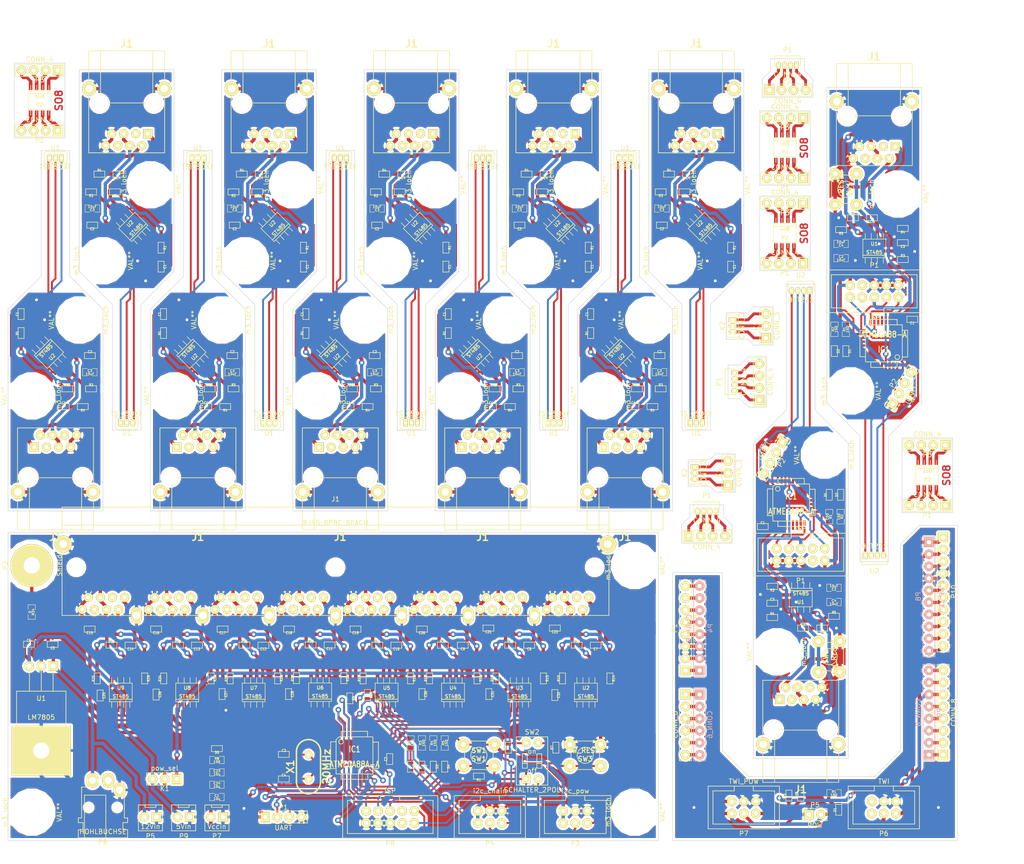
<source format=kicad_pcb>
(kicad_pcb (version 3) (host pcbnew "(2013-may-18)-stable")
  (layers (15 F.Cu signal) (0 B.Cu signal) (18 B.Paste user) (19 F.Paste user) (20 B.SilkS user) (21 F.SilkS user) (22 B.Mask user) (23 F.Mask user) (28 Edge.Cuts user))
  (net 0 "")
  (net 1 +12V)
  (net 2 /DI)
  (net 3 /LED)
  (net 4 /LED1)
  (net 5 /LED2)
  (net 6 /LED3)
  (net 7 /LED4)
  (net 8 /MISO)
  (net 9 /MOSI)
  (net 10 /RESET)
  (net 11 /RX)
  (net 12 /SCK)
  (net 13 /SCL)
  (net 14 /SDA)
  (net 15 /SW1)
  (net 16 /TX)
  (net 17 /Vi2c)
  (net 18 /Vreg)
  (net 19 /XTAL1)
  (net 20 /XTAL2)
  (net 21 /ZAC_01)
  (net 22 /ZAC_02)
  (net 23 /ZAC_03)
  (net 24 /ZAC_04)
  (net 25 /ZAC_05)
  (net 26 /ZAC_06)
  (net 27 /ZAC_07)
  (net 28 /ZAC_08)
  (net 29 /z1a)
  (net 30 /z1b)
  (net 31 /z2a)
  (net 32 /z2b)
  (net 33 /z3a)
  (net 34 /z3b)
  (net 35 /z4a)
  (net 36 /z4b)
  (net 37 /z5a)
  (net 38 /z5b)
  (net 39 /z6a)
  (net 40 /z6b)
  (net 41 /z7a)
  (net 42 /z7b)
  (net 43 /z8a)
  (net 44 /z8b)
  (net 45 /za)
  (net 46 /zb)
  (net 47 GND)
  (net 48 N-000001)
  (net 49 N-0000010)
  (net 50 N-0000011)
  (net 51 N-0000012)
  (net 52 N-0000013)
  (net 53 N-0000014)
  (net 54 N-0000015)
  (net 55 N-0000016)
  (net 56 N-0000017)
  (net 57 N-0000018)
  (net 58 N-0000019)
  (net 59 N-000002)
  (net 60 N-0000021)
  (net 61 N-0000022)
  (net 62 N-0000023)
  (net 63 N-0000024)
  (net 64 N-0000027)
  (net 65 N-0000028)
  (net 66 N-0000029)
  (net 67 N-000003)
  (net 68 N-0000030)
  (net 69 N-0000031)
  (net 70 N-0000033)
  (net 71 N-0000035)
  (net 72 N-000004)
  (net 73 N-0000040)
  (net 74 N-0000043)
  (net 75 N-000005)
  (net 76 N-000006)
  (net 77 N-0000066)
  (net 78 N-0000067)
  (net 79 N-0000068)
  (net 80 N-000007)
  (net 81 N-0000071)
  (net 82 N-0000077)
  (net 83 N-0000078)
  (net 84 N-000008)
  (net 85 N-0000081)
  (net 86 N-0000088)
  (net 87 N-000009)
  (net 88 VCC)
  (module hohlbuchse_475_17 (layer F.Cu) (at 40 172 180)
    (fp_text reference P6 (at 0 -7.3 180) (layer F.SilkS))
    (fp_text value HOHLBUCHSE (at 0 -5.1 180) (layer F.SilkS))
    (pad 2 thru_hole oval (at -1.1 5.7 180) (size 2.5 3.1) (drill 1.5) (layers *.Cu *.Mask F.SilkS))
    (pad 1 thru_hole oval (at 2.2 5.7 180) (size 2.5 3.1) (drill 1.5) (layers *.Cu *.Mask F.SilkS) (net 1 +12V))
    (pad 3 thru_hole oval (at -3.5 3.7 180) (size 2.5 3.1) (drill 1.5) (layers *.Cu *.Mask F.SilkS) (net 47 GND))
    (pad "" np_thru_hole circle (at -3 0 180) (size 1.5 1.5) (drill 1.5) (layers *.Cu *.Mask F.SilkS))
    (pad "" np_thru_hole circle (at 3 0 180) (size 1.5 1.5) (drill 1.5) (layers *.Cu *.Mask F.SilkS))
  )
  (module SM0805_big (layer F.Cu) (at 25 130.8 270)
    (fp_text reference R34 (at 0 -0.3175 270) (layer F.SilkS) (effects (font (size 0.50038 0.50038) (thickness 0.10922))))
    (fp_text value 0 (at 0 0.381 270) (layer F.SilkS) (effects (font (size 0.50038 0.50038) (thickness 0.10922))))
    (pad 1 smd rect (at -1.108 0 270) (size 1.2 1.397) (layers F.Cu F.Paste F.Mask) (net 64 N-0000027))
    (pad 2 smd rect (at 1.108 0 270) (size 1.2 1.397) (layers F.Cu F.Paste F.Mask) (net 47 GND))
  )
  (module SM0603_big (layer F.Cu) (at 135.2 148.3 270)
    (fp_text reference C32 (at 0 -0.8 270) (layer F.SilkS) (effects (font (size 0.508 0.4572) (thickness 0.1143))))
    (fp_text value 100n hide)
    (pad 1 smd rect (at -0.945 0 270) (size 1 1.143) (layers F.Cu F.Paste F.Mask) (net 88 VCC))
    (pad 2 smd rect (at 0.945 0 270) (size 1 1.143) (layers F.Cu F.Paste F.Mask) (net 47 GND))
  )
  (module SM0603_big (layer F.Cu) (at 121.3 148.1 270)
    (fp_text reference C31 (at 0 -0.8 270) (layer F.SilkS) (effects (font (size 0.508 0.4572) (thickness 0.1143))))
    (fp_text value 100n hide)
    (pad 1 smd rect (at -0.945 0 270) (size 1 1.143) (layers F.Cu F.Paste F.Mask) (net 88 VCC))
    (pad 2 smd rect (at 0.945 0 270) (size 1 1.143) (layers F.Cu F.Paste F.Mask) (net 47 GND))
  )
  (module SM0603_big (layer F.Cu) (at 107.2 148.1 270)
    (fp_text reference C30 (at 0 -0.8 270) (layer F.SilkS) (effects (font (size 0.508 0.4572) (thickness 0.1143))))
    (fp_text value 100n hide)
    (pad 1 smd rect (at -0.945 0 270) (size 1 1.143) (layers F.Cu F.Paste F.Mask) (net 88 VCC))
    (pad 2 smd rect (at 0.945 0 270) (size 1 1.143) (layers F.Cu F.Paste F.Mask) (net 47 GND))
  )
  (module SM0603_big (layer F.Cu) (at 95.7 148.3 270)
    (fp_text reference C29 (at 0 -0.8 270) (layer F.SilkS) (effects (font (size 0.508 0.4572) (thickness 0.1143))))
    (fp_text value 100n hide)
    (pad 1 smd rect (at -0.945 0 270) (size 1 1.143) (layers F.Cu F.Paste F.Mask) (net 88 VCC))
    (pad 2 smd rect (at 0.945 0 270) (size 1 1.143) (layers F.Cu F.Paste F.Mask) (net 47 GND))
  )
  (module SM0603_big (layer F.Cu) (at 79.1 148.1 270)
    (fp_text reference C28 (at 0 -0.8 270) (layer F.SilkS) (effects (font (size 0.508 0.4572) (thickness 0.1143))))
    (fp_text value 100n hide)
    (pad 1 smd rect (at -0.945 0 270) (size 1 1.143) (layers F.Cu F.Paste F.Mask) (net 88 VCC))
    (pad 2 smd rect (at 0.945 0 270) (size 1 1.143) (layers F.Cu F.Paste F.Mask) (net 47 GND))
  )
  (module SM0603_big (layer F.Cu) (at 65.1 148.1 270)
    (fp_text reference C27 (at 0 -0.8 270) (layer F.SilkS) (effects (font (size 0.508 0.4572) (thickness 0.1143))))
    (fp_text value 100n hide)
    (pad 1 smd rect (at -0.945 0 270) (size 1 1.143) (layers F.Cu F.Paste F.Mask) (net 88 VCC))
    (pad 2 smd rect (at 0.945 0 270) (size 1 1.143) (layers F.Cu F.Paste F.Mask) (net 47 GND))
  )
  (module SM0603_big (layer F.Cu) (at 51.2 148.2 270)
    (fp_text reference C26 (at 0 -0.8 270) (layer F.SilkS) (effects (font (size 0.508 0.4572) (thickness 0.1143))))
    (fp_text value 100n hide)
    (pad 1 smd rect (at -0.945 0 270) (size 1 1.143) (layers F.Cu F.Paste F.Mask) (net 88 VCC))
    (pad 2 smd rect (at 0.945 0 270) (size 1 1.143) (layers F.Cu F.Paste F.Mask) (net 47 GND))
  )
  (module SM0603_big (layer F.Cu) (at 39.4 148.4 270)
    (fp_text reference C25 (at 0 -0.8 270) (layer F.SilkS) (effects (font (size 0.508 0.4572) (thickness 0.1143))))
    (fp_text value 100n hide)
    (pad 1 smd rect (at -0.945 0 270) (size 1 1.143) (layers F.Cu F.Paste F.Mask) (net 88 VCC))
    (pad 2 smd rect (at 0.945 0 270) (size 1 1.143) (layers F.Cu F.Paste F.Mask) (net 47 GND))
  )
  (module SM0805_big (layer F.Cu) (at 64 167.2)
    (fp_text reference C24 (at 0 -0.3175) (layer F.SilkS) (effects (font (size 0.50038 0.50038) (thickness 0.10922))))
    (fp_text value 10u (at 0 0.381) (layer F.SilkS) (effects (font (size 0.50038 0.50038) (thickness 0.10922))))
    (pad 1 smd rect (at -1.108 0) (size 1.2 1.397) (layers F.Cu F.Paste F.Mask) (net 88 VCC))
    (pad 2 smd rect (at 1.108 0) (size 1.2 1.397) (layers F.Cu F.Paste F.Mask) (net 47 GND))
  )
  (module SM0805_big (layer F.Cu) (at 64 164.6)
    (fp_text reference C23 (at 0 -0.3175) (layer F.SilkS) (effects (font (size 0.50038 0.50038) (thickness 0.10922))))
    (fp_text value 10u (at 0 0.381) (layer F.SilkS) (effects (font (size 0.50038 0.50038) (thickness 0.10922))))
    (pad 1 smd rect (at -1.108 0) (size 1.2 1.397) (layers F.Cu F.Paste F.Mask) (net 88 VCC))
    (pad 2 smd rect (at 1.108 0) (size 1.2 1.397) (layers F.Cu F.Paste F.Mask) (net 47 GND))
  )
  (module m3_loch (layer F.Cu) (at 25 173 90)
    (fp_text reference m3_loch (at 0 -5.588 90) (layer F.SilkS))
    (fp_text value VAL** (at 0 5.842 90) (layer F.SilkS))
    (pad "" np_thru_hole circle (at 0 0 90) (size 3.4 3.4) (drill 3.4) (layers *.Cu *.Mask F.SilkS) (clearance 3.3))
  )
  (module m3_loch (layer F.Cu) (at 152 173 90)
    (fp_text reference m3_loch (at 0 -5.588 90) (layer F.SilkS))
    (fp_text value VAL** (at 0 5.842 90) (layer F.SilkS))
    (pad "" np_thru_hole circle (at 0 0 90) (size 3.4 3.4) (drill 3.4) (layers *.Cu *.Mask F.SilkS) (clearance 3.3))
  )
  (module m3_loch (layer F.Cu) (at 152 121 90)
    (fp_text reference m3_loch (at 0 -5.588 90) (layer F.SilkS))
    (fp_text value VAL** (at 0 5.842 90) (layer F.SilkS))
    (pad "" np_thru_hole circle (at 0 0 90) (size 3.4 3.4) (drill 3.4) (layers *.Cu *.Mask F.SilkS) (clearance 3.3))
  )
  (module DIP_Schalter_2pol (layer F.Cu) (at 130.4 162.2)
    (fp_text reference SW2 (at 0 -6.096) (layer F.SilkS))
    (fp_text value SCHALTER_2POL (at 0 6.096) (layer F.SilkS))
    (fp_text user off (at 0 2.032) (layer F.SilkS))
    (fp_text user on (at 0 -2.032) (layer F.SilkS))
    (pad 1 thru_hole rect (at -1.27 3.81) (size 1.8 1.8) (drill 0.8) (layers *.Cu *.Mask F.SilkS) (net 13 /SCL))
    (pad 2 thru_hole circle (at 1.27 3.81) (size 1.8 1.8) (drill 0.8) (layers *.Cu *.Mask F.SilkS) (net 14 /SDA))
    (pad 4 thru_hole circle (at 1.27 -3.81) (size 1.8 1.8) (drill 0.8) (layers *.Cu *.Mask F.SilkS) (net 80 N-000007))
    (pad 3 thru_hole circle (at -1.27 -3.81) (size 1.8 1.8) (drill 0.8) (layers *.Cu *.Mask F.SilkS) (net 84 N-000008))
  )
  (module HC-49_quarz_big (layer F.Cu) (at 83.3 163.4 90)
    (fp_text reference X1 (at 0 -3.81 90) (layer F.SilkS) (effects (font (size 1.524 1.524) (thickness 0.3048))))
    (fp_text value 20MHz (at 0 3.81 90) (layer F.SilkS) (effects (font (size 1.524 1.524) (thickness 0.3048))))
    (pad 1 thru_hole circle (at -2.54 0 90) (size 1.6 1.6) (drill 0.7) (layers *.Cu *.Mask F.SilkS) (net 20 /XTAL2))
    (pad 2 thru_hole circle (at 2.54 0 90) (size 1.6 1.6) (drill 0.7) (layers *.Cu *.Mask F.SilkS) (net 19 /XTAL1))
  )
  (module lm7805_lying (layer F.Cu) (at 27 160 180)
    (fp_text reference U1 (at 0 11 180) (layer F.SilkS))
    (fp_text value LM7805 (at 0 7 180) (layer F.SilkS))
    (pad 2 thru_hole oval (at 0 17.8 180) (size 2 2) (drill 1) (layers *.Cu *.Mask F.SilkS) (net 47 GND))
    (pad 1 thru_hole trapezoid (at -2.54 17.8 180) (size 2 2) (drill 1) (layers *.Cu *.Mask F.SilkS) (net 1 +12V))
    (pad 3 thru_hole oval (at 2.54 17.8 180) (size 2 2) (drill 1) (layers *.Cu *.Mask F.SilkS) (net 18 /Vreg))
    (pad 2 thru_hole rect (at 0 0 180) (size 12.4 10.5) (drill 3.4) (layers *.Cu *.Mask F.SilkS) (net 47 GND))
  )
  (module LPV_Stiftleiste_2pol (layer F.Cu) (at 50 174 180)
    (fp_text reference P5 (at 0 -4.064 180) (layer F.SilkS))
    (fp_text value 12Vin (at 0 -2.032 180) (layer F.SilkS))
    (pad 1 thru_hole rect (at -1.27 0 180) (size 2 2) (drill 1) (layers *.Cu *.Mask F.SilkS) (net 47 GND))
    (pad 2 thru_hole circle (at 1.27 0 180) (size 2 2) (drill 1) (layers *.Cu *.Mask F.SilkS) (net 1 +12V))
  )
  (module LPV_Stiftleiste_2pol (layer F.Cu) (at 57 174 180)
    (fp_text reference P9 (at 0 -4.064 180) (layer F.SilkS))
    (fp_text value 5Vin (at 0 -2.032 180) (layer F.SilkS))
    (pad 1 thru_hole rect (at -1.27 0 180) (size 2 2) (drill 1) (layers *.Cu *.Mask F.SilkS) (net 47 GND))
    (pad 2 thru_hole circle (at 1.27 0 180) (size 2 2) (drill 1) (layers *.Cu *.Mask F.SilkS) (net 18 /Vreg))
  )
  (module LPV_Stiftleiste_2pol (layer F.Cu) (at 64 174 180)
    (fp_text reference P7 (at 0 -4.064 180) (layer F.SilkS))
    (fp_text value Vccin (at 0 -2.032 180) (layer F.SilkS))
    (pad 1 thru_hole rect (at -1.27 0 180) (size 2 2) (drill 1) (layers *.Cu *.Mask F.SilkS) (net 47 GND))
    (pad 2 thru_hole circle (at 1.27 0 180) (size 2 2) (drill 1) (layers *.Cu *.Mask F.SilkS) (net 88 VCC))
  )
  (module m3_scheibe (layer F.Cu) (at 25 121 90)
    (fp_text reference P2 (at 0 -5.588 90) (layer F.SilkS))
    (fp_text value Shield (at 0 5.842 90) (layer F.SilkS))
    (pad 1 thru_hole circle (at 0 0 90) (size 9 9) (drill 3.4) (layers *.Cu *.Mask F.SilkS) (net 64 N-0000027) (clearance 1))
  )
  (module RJ45_8P8C_8x (layer F.Cu) (at 89 117 180)
    (fp_text reference J1 (at 0 10 180) (layer F.SilkS))
    (fp_text value RJ45_8P8C_8FACH (at 0 5 180) (layer F.SilkS))
    (pad h8 thru_hole circle (at 53.354 -13.2704 180) (size 1.9 1.9) (drill 0.8) (layers *.Cu *.Mask F.SilkS) (net 47 GND))
    (pad "" np_thru_hole circle (at 0.014 -4.38 180) (size 3.2 3.2) (drill 3.2) (layers *.Cu *.Mask F.SilkS))
    (pad "" np_thru_hole circle (at 54.614 -4.38 180) (size 3.2 3.2) (drill 3.2) (layers *.Cu *.Mask F.SilkS))
    (pad "" np_thru_hole circle (at -54.586 -4.38 180) (size 3.2 3.2) (drill 3.2) (layers *.Cu *.Mask F.SilkS))
    (pad h6 thru_hole circle (at 50.814 -13.2704 180) (size 1.9 1.9) (drill 0.8) (layers *.Cu *.Mask F.SilkS))
    (pad h4 thru_hole circle (at 48.274 -13.2704 180) (size 1.9 1.9) (drill 0.8) (layers *.Cu *.Mask F.SilkS) (net 88 VCC))
    (pad h2 thru_hole circle (at 45.734 -13.2704 180) (size 1.9 1.9) (drill 0.8) (layers *.Cu *.Mask F.SilkS) (net 44 /z8b))
    (pad h7 thru_hole circle (at 52.084 -10.7304 180) (size 1.9 1.9) (drill 0.8) (layers *.Cu *.Mask F.SilkS) (net 47 GND))
    (pad h5 thru_hole circle (at 49.544 -10.7304 180) (size 1.9 1.9) (drill 0.8) (layers *.Cu *.Mask F.SilkS) (net 88 VCC))
    (pad h3 thru_hole circle (at 47.004 -10.7304 180) (size 1.9 1.9) (drill 0.8) (layers *.Cu *.Mask F.SilkS))
    (pad h1 thru_hole circle (at 44.464 -10.7304 180) (size 1.9 1.9) (drill 0.8) (layers *.Cu *.Mask F.SilkS) (net 43 /z8a))
    (pad s thru_hole circle (at 57.354 0.5296 180) (size 3.6 3.6) (drill 1.6) (layers *.Cu *.Mask F.SilkS) (net 47 GND))
    (pad s thru_hole oval (at 41.924 -14.5204 180) (size 2.2 3.5) (drill 1.6) (layers *.Cu *.Mask F.SilkS) (net 47 GND))
    (pad s thru_hole oval (at 27.954 -14.5204 180) (size 2.2 3.5) (drill 1.6) (layers *.Cu *.Mask F.SilkS) (net 47 GND))
    (pad s thru_hole oval (at 13.984 -14.5204 180) (size 2.2 3.5) (drill 1.6) (layers *.Cu *.Mask F.SilkS) (net 47 GND))
    (pad s thru_hole oval (at 0.014 -14.5004 180) (size 2.2 3.5) (drill 1.6) (layers *.Cu *.Mask F.SilkS) (net 47 GND))
    (pad s thru_hole oval (at -13.956 -14.5204 180) (size 2.2 3.5) (drill 1.6) (layers *.Cu *.Mask F.SilkS) (net 47 GND))
    (pad s thru_hole oval (at -27.926 -14.5204 180) (size 2.2 3.5) (drill 1.6) (layers *.Cu *.Mask F.SilkS) (net 47 GND))
    (pad s thru_hole oval (at -41.896234 -14.5796 180) (size 2.2 3.5) (drill 1.6) (layers *.Cu *.Mask F.SilkS) (net 47 GND))
    (pad s thru_hole circle (at -57.326 0.5296 180) (size 3.6 3.6) (drill 1.6) (layers *.Cu *.Mask F.SilkS) (net 47 GND))
    (pad g8 thru_hole circle (at 39.384 -13.2704 180) (size 1.9 1.9) (drill 0.8) (layers *.Cu *.Mask F.SilkS) (net 47 GND))
    (pad g6 thru_hole circle (at 36.844 -13.2704 180) (size 1.9 1.9) (drill 0.8) (layers *.Cu *.Mask F.SilkS))
    (pad g4 thru_hole circle (at 34.304 -13.2704 180) (size 1.9 1.9) (drill 0.8) (layers *.Cu *.Mask F.SilkS) (net 88 VCC))
    (pad g2 thru_hole circle (at 31.764 -13.2704 180) (size 1.9 1.9) (drill 0.8) (layers *.Cu *.Mask F.SilkS) (net 42 /z7b))
    (pad g7 thru_hole circle (at 38.114 -10.7304 180) (size 1.9 1.9) (drill 0.8) (layers *.Cu *.Mask F.SilkS) (net 47 GND))
    (pad g5 thru_hole circle (at 35.574 -10.7304 180) (size 1.9 1.9) (drill 0.8) (layers *.Cu *.Mask F.SilkS) (net 88 VCC))
    (pad g3 thru_hole circle (at 33.034 -10.7304 180) (size 1.9 1.9) (drill 0.8) (layers *.Cu *.Mask F.SilkS))
    (pad g1 thru_hole circle (at 30.494 -10.7304 180) (size 1.9 1.9) (drill 0.8) (layers *.Cu *.Mask F.SilkS) (net 41 /z7a))
    (pad f8 thru_hole circle (at 25.414 -13.2704 180) (size 1.9 1.9) (drill 0.8) (layers *.Cu *.Mask F.SilkS) (net 47 GND))
    (pad f6 thru_hole circle (at 22.874 -13.2704 180) (size 1.9 1.9) (drill 0.8) (layers *.Cu *.Mask F.SilkS))
    (pad f4 thru_hole circle (at 20.334 -13.2704 180) (size 1.9 1.9) (drill 0.8) (layers *.Cu *.Mask F.SilkS) (net 88 VCC))
    (pad f2 thru_hole circle (at 17.794 -13.2704 180) (size 1.9 1.9) (drill 0.8) (layers *.Cu *.Mask F.SilkS) (net 40 /z6b))
    (pad f7 thru_hole circle (at 24.144 -10.7304 180) (size 1.9 1.9) (drill 0.8) (layers *.Cu *.Mask F.SilkS) (net 47 GND))
    (pad f5 thru_hole circle (at 21.604 -10.7304 180) (size 1.9 1.9) (drill 0.8) (layers *.Cu *.Mask F.SilkS) (net 88 VCC))
    (pad f3 thru_hole circle (at 19.064 -10.7304 180) (size 1.9 1.9) (drill 0.8) (layers *.Cu *.Mask F.SilkS))
    (pad f1 thru_hole circle (at 16.524 -10.7304 180) (size 1.9 1.9) (drill 0.8) (layers *.Cu *.Mask F.SilkS) (net 39 /z6a))
    (pad e8 thru_hole circle (at 11.444 -13.2704 180) (size 1.9 1.9) (drill 0.8) (layers *.Cu *.Mask F.SilkS) (net 47 GND))
    (pad e6 thru_hole circle (at 8.904 -13.2704 180) (size 1.9 1.9) (drill 0.8) (layers *.Cu *.Mask F.SilkS))
    (pad e4 thru_hole circle (at 6.364 -13.2704 180) (size 1.9 1.9) (drill 0.8) (layers *.Cu *.Mask F.SilkS) (net 88 VCC))
    (pad e2 thru_hole circle (at 3.824 -13.2704 180) (size 1.9 1.9) (drill 0.8) (layers *.Cu *.Mask F.SilkS) (net 38 /z5b))
    (pad e7 thru_hole circle (at 10.174 -10.7304 180) (size 1.9 1.9) (drill 0.8) (layers *.Cu *.Mask F.SilkS) (net 47 GND))
    (pad e5 thru_hole circle (at 7.634 -10.7304 180) (size 1.9 1.9) (drill 0.8) (layers *.Cu *.Mask F.SilkS) (net 88 VCC))
    (pad e3 thru_hole circle (at 5.094 -10.7304 180) (size 1.9 1.9) (drill 0.8) (layers *.Cu *.Mask F.SilkS))
    (pad e1 thru_hole circle (at 2.554 -10.7304 180) (size 1.9 1.9) (drill 0.8) (layers *.Cu *.Mask F.SilkS) (net 37 /z5a))
    (pad d8 thru_hole circle (at -2.526 -13.2704 180) (size 1.9 1.9) (drill 0.8) (layers *.Cu *.Mask F.SilkS) (net 47 GND))
    (pad d6 thru_hole circle (at -5.066 -13.2704 180) (size 1.9 1.9) (drill 0.8) (layers *.Cu *.Mask F.SilkS))
    (pad d4 thru_hole circle (at -7.606 -13.2704 180) (size 1.9 1.9) (drill 0.8) (layers *.Cu *.Mask F.SilkS) (net 88 VCC))
    (pad d2 thru_hole circle (at -10.146 -13.2704 180) (size 1.9 1.9) (drill 0.8) (layers *.Cu *.Mask F.SilkS) (net 36 /z4b))
    (pad d7 thru_hole circle (at -3.796 -10.7304 180) (size 1.9 1.9) (drill 0.8) (layers *.Cu *.Mask F.SilkS) (net 47 GND))
    (pad d5 thru_hole circle (at -6.336 -10.7304 180) (size 1.9 1.9) (drill 0.8) (layers *.Cu *.Mask F.SilkS) (net 88 VCC))
    (pad d3 thru_hole circle (at -8.876 -10.7304 180) (size 1.9 1.9) (drill 0.8) (layers *.Cu *.Mask F.SilkS))
    (pad d1 thru_hole circle (at -11.416 -10.7304 180) (size 1.9 1.9) (drill 0.8) (layers *.Cu *.Mask F.SilkS) (net 35 /z4a))
    (pad c8 thru_hole circle (at -16.496 -13.2704 180) (size 1.9 1.9) (drill 0.8) (layers *.Cu *.Mask F.SilkS) (net 47 GND))
    (pad c6 thru_hole circle (at -19.036 -13.2704 180) (size 1.9 1.9) (drill 0.8) (layers *.Cu *.Mask F.SilkS))
    (pad c4 thru_hole circle (at -21.576 -13.2704 180) (size 1.9 1.9) (drill 0.8) (layers *.Cu *.Mask F.SilkS) (net 88 VCC))
    (pad c2 thru_hole circle (at -24.116 -13.2704 180) (size 1.9 1.9) (drill 0.8) (layers *.Cu *.Mask F.SilkS) (net 34 /z3b))
    (pad c7 thru_hole circle (at -17.766 -10.7304 180) (size 1.9 1.9) (drill 0.8) (layers *.Cu *.Mask F.SilkS) (net 47 GND))
    (pad c5 thru_hole circle (at -20.306 -10.7304 180) (size 1.9 1.9) (drill 0.8) (layers *.Cu *.Mask F.SilkS) (net 88 VCC))
    (pad c3 thru_hole circle (at -22.846 -10.7304 180) (size 1.9 1.9) (drill 0.8) (layers *.Cu *.Mask F.SilkS))
    (pad c1 thru_hole circle (at -25.386 -10.7304 180) (size 1.9 1.9) (drill 0.8) (layers *.Cu *.Mask F.SilkS) (net 33 /z3a))
    (pad b8 thru_hole circle (at -30.466 -13.2704 180) (size 1.9 1.9) (drill 0.8) (layers *.Cu *.Mask F.SilkS) (net 47 GND))
    (pad b6 thru_hole circle (at -33.006 -13.2704 180) (size 1.9 1.9) (drill 0.8) (layers *.Cu *.Mask F.SilkS))
    (pad b4 thru_hole circle (at -35.546 -13.2704 180) (size 1.9 1.9) (drill 0.8) (layers *.Cu *.Mask F.SilkS) (net 88 VCC))
    (pad b2 thru_hole circle (at -38.086 -13.2704 180) (size 1.9 1.9) (drill 0.8) (layers *.Cu *.Mask F.SilkS) (net 32 /z2b))
    (pad b7 thru_hole circle (at -31.736 -10.7304 180) (size 1.9 1.9) (drill 0.8) (layers *.Cu *.Mask F.SilkS) (net 47 GND))
    (pad b5 thru_hole circle (at -34.276 -10.7304 180) (size 1.9 1.9) (drill 0.8) (layers *.Cu *.Mask F.SilkS) (net 88 VCC))
    (pad b3 thru_hole circle (at -36.816 -10.7304 180) (size 1.9 1.9) (drill 0.8) (layers *.Cu *.Mask F.SilkS))
    (pad b1 thru_hole circle (at -39.356 -10.7304 180) (size 1.9 1.9) (drill 0.8) (layers *.Cu *.Mask F.SilkS) (net 31 /z2a))
    (pad a8 thru_hole circle (at -44.436 -13.2704 180) (size 1.9 1.9) (drill 0.8) (layers *.Cu *.Mask F.SilkS) (net 47 GND))
    (pad a6 thru_hole circle (at -46.976 -13.2704 180) (size 1.9 1.9) (drill 0.8) (layers *.Cu *.Mask F.SilkS))
    (pad a4 thru_hole circle (at -49.516 -13.2704 180) (size 1.9 1.9) (drill 0.8) (layers *.Cu *.Mask F.SilkS) (net 88 VCC))
    (pad a2 thru_hole circle (at -52.056 -13.2704 180) (size 1.9 1.9) (drill 0.8) (layers *.Cu *.Mask F.SilkS) (net 30 /z1b))
    (pad a7 thru_hole circle (at -45.706 -10.7304 180) (size 1.9 1.9) (drill 0.8) (layers *.Cu *.Mask F.SilkS) (net 47 GND))
    (pad a5 thru_hole circle (at -48.246 -10.7304 180) (size 1.9 1.9) (drill 0.8) (layers *.Cu *.Mask F.SilkS) (net 88 VCC))
    (pad a3 thru_hole circle (at -50.786 -10.7304 180) (size 1.9 1.9) (drill 0.8) (layers *.Cu *.Mask F.SilkS))
    (pad a1 thru_hole circle (at -53.326 -10.7304 180) (size 1.9 1.9) (drill 0.8) (layers *.Cu *.Mask F.SilkS) (net 29 /z1a))
  )
  (module SM0603_big (layer F.Cu) (at 132.8 144.8 270)
    (fp_text reference R15 (at 0 -0.8 270) (layer F.SilkS) (effects (font (size 0.508 0.4572) (thickness 0.1143))))
    (fp_text value 22k hide)
    (pad 1 smd rect (at -0.945 0 270) (size 1 1.143) (layers F.Cu F.Paste F.Mask) (net 32 /z2b))
    (pad 2 smd rect (at 0.945 0 270) (size 1 1.143) (layers F.Cu F.Paste F.Mask) (net 47 GND))
  )
  (module SM0603_big (layer F.Cu) (at 129.8 137.8 180)
    (fp_text reference C8 (at 0 -0.8 180) (layer F.SilkS) (effects (font (size 0.508 0.4572) (thickness 0.1143))))
    (fp_text value 100n hide)
    (pad 1 smd rect (at -0.945 0 180) (size 1 1.143) (layers F.Cu F.Paste F.Mask) (net 31 /z2a))
    (pad 2 smd rect (at 0.945 0 180) (size 1 1.143) (layers F.Cu F.Paste F.Mask) (net 86 N-0000088))
  )
  (module SM0603_big (layer F.Cu) (at 122.8 144.8 90)
    (fp_text reference R11 (at 0 -0.8 90) (layer F.SilkS) (effects (font (size 0.508 0.4572) (thickness 0.1143))))
    (fp_text value 22k hide)
    (pad 1 smd rect (at -0.945 0 90) (size 1 1.143) (layers F.Cu F.Paste F.Mask) (net 88 VCC))
    (pad 2 smd rect (at 0.945 0 90) (size 1 1.143) (layers F.Cu F.Paste F.Mask) (net 31 /z2a))
  )
  (module SM0603_big (layer F.Cu) (at 111.6 137.8)
    (fp_text reference R20 (at 0 -0.8) (layer F.SilkS) (effects (font (size 0.508 0.4572) (thickness 0.1143))))
    (fp_text value 120 hide)
    (pad 1 smd rect (at -0.945 0) (size 1 1.143) (layers F.Cu F.Paste F.Mask) (net 34 /z3b))
    (pad 2 smd rect (at 0.945 0) (size 1 1.143) (layers F.Cu F.Paste F.Mask) (net 82 N-0000077))
  )
  (module SM0603_big (layer F.Cu) (at 80.75 144.75 90)
    (fp_text reference R22 (at 0 -0.8 90) (layer F.SilkS) (effects (font (size 0.508 0.4572) (thickness 0.1143))))
    (fp_text value 22k hide)
    (pad 1 smd rect (at -0.945 0 90) (size 1 1.143) (layers F.Cu F.Paste F.Mask) (net 88 VCC))
    (pad 2 smd rect (at 0.945 0 90) (size 1 1.143) (layers F.Cu F.Paste F.Mask) (net 37 /z5a))
  )
  (module SM0603_big (layer F.Cu) (at 115.8 137.8 180)
    (fp_text reference C9 (at 0 -0.8 180) (layer F.SilkS) (effects (font (size 0.508 0.4572) (thickness 0.1143))))
    (fp_text value 100n hide)
    (pad 1 smd rect (at -0.945 0 180) (size 1 1.143) (layers F.Cu F.Paste F.Mask) (net 33 /z3a))
    (pad 2 smd rect (at 0.945 0 180) (size 1 1.143) (layers F.Cu F.Paste F.Mask) (net 82 N-0000077))
  )
  (module SM0603_big (layer F.Cu) (at 108.8 144.8 90)
    (fp_text reference R12 (at 0 -0.8 90) (layer F.SilkS) (effects (font (size 0.508 0.4572) (thickness 0.1143))))
    (fp_text value 22k hide)
    (pad 1 smd rect (at -0.945 0 90) (size 1 1.143) (layers F.Cu F.Paste F.Mask) (net 88 VCC))
    (pad 2 smd rect (at 0.945 0 90) (size 1 1.143) (layers F.Cu F.Paste F.Mask) (net 33 /z3a))
  )
  (module SM0603_big (layer F.Cu) (at 97.8 137.8)
    (fp_text reference R21 (at 0 -0.8) (layer F.SilkS) (effects (font (size 0.508 0.4572) (thickness 0.1143))))
    (fp_text value 120 hide)
    (pad 1 smd rect (at -0.945 0) (size 1 1.143) (layers F.Cu F.Paste F.Mask) (net 36 /z4b))
    (pad 2 smd rect (at 0.945 0) (size 1 1.143) (layers F.Cu F.Paste F.Mask) (net 83 N-0000078))
  )
  (module SM0603_big (layer F.Cu) (at 104.8 144.8 270)
    (fp_text reference R17 (at 0 -0.8 270) (layer F.SilkS) (effects (font (size 0.508 0.4572) (thickness 0.1143))))
    (fp_text value 22k hide)
    (pad 1 smd rect (at -0.945 0 270) (size 1 1.143) (layers F.Cu F.Paste F.Mask) (net 36 /z4b))
    (pad 2 smd rect (at 0.945 0 270) (size 1 1.143) (layers F.Cu F.Paste F.Mask) (net 47 GND))
  )
  (module SM0603_big (layer F.Cu) (at 101.8 137.8 180)
    (fp_text reference C10 (at 0 -0.8 180) (layer F.SilkS) (effects (font (size 0.508 0.4572) (thickness 0.1143))))
    (fp_text value 100n hide)
    (pad 1 smd rect (at -0.945 0 180) (size 1 1.143) (layers F.Cu F.Paste F.Mask) (net 35 /z4a))
    (pad 2 smd rect (at 0.945 0 180) (size 1 1.143) (layers F.Cu F.Paste F.Mask) (net 83 N-0000078))
  )
  (module SM0603_big (layer F.Cu) (at 94.8 144.8 90)
    (fp_text reference R13 (at 0 -0.8 90) (layer F.SilkS) (effects (font (size 0.508 0.4572) (thickness 0.1143))))
    (fp_text value 22k hide)
    (pad 1 smd rect (at -0.945 0 90) (size 1 1.143) (layers F.Cu F.Paste F.Mask) (net 88 VCC))
    (pad 2 smd rect (at 0.945 0 90) (size 1 1.143) (layers F.Cu F.Paste F.Mask) (net 35 /z4a))
  )
  (module SM0603_big (layer F.Cu) (at 83.75 137.75)
    (fp_text reference R30 (at 0 -0.8) (layer F.SilkS) (effects (font (size 0.508 0.4572) (thickness 0.1143))))
    (fp_text value 120 hide)
    (pad 1 smd rect (at -0.945 0) (size 1 1.143) (layers F.Cu F.Paste F.Mask) (net 38 /z5b))
    (pad 2 smd rect (at 0.945 0) (size 1 1.143) (layers F.Cu F.Paste F.Mask) (net 85 N-0000081))
  )
  (module SM0603_big (layer F.Cu) (at 90.75 144.75 270)
    (fp_text reference R26 (at 0 -0.8 270) (layer F.SilkS) (effects (font (size 0.508 0.4572) (thickness 0.1143))))
    (fp_text value 22k hide)
    (pad 1 smd rect (at -0.945 0 270) (size 1 1.143) (layers F.Cu F.Paste F.Mask) (net 38 /z5b))
    (pad 2 smd rect (at 0.945 0 270) (size 1 1.143) (layers F.Cu F.Paste F.Mask) (net 47 GND))
  )
  (module SM0603_big (layer F.Cu) (at 118.8 144.8 270)
    (fp_text reference R16 (at 0 -0.8 270) (layer F.SilkS) (effects (font (size 0.508 0.4572) (thickness 0.1143))))
    (fp_text value 22k hide)
    (pad 1 smd rect (at -0.945 0 270) (size 1 1.143) (layers F.Cu F.Paste F.Mask) (net 34 /z3b))
    (pad 2 smd rect (at 0.945 0 270) (size 1 1.143) (layers F.Cu F.Paste F.Mask) (net 47 GND))
  )
  (module SM0603_big (layer F.Cu) (at 125.8 137.8)
    (fp_text reference R19 (at 0 -0.8) (layer F.SilkS) (effects (font (size 0.508 0.4572) (thickness 0.1143))))
    (fp_text value 120 hide)
    (pad 1 smd rect (at -0.945 0) (size 1 1.143) (layers F.Cu F.Paste F.Mask) (net 32 /z2b))
    (pad 2 smd rect (at 0.945 0) (size 1 1.143) (layers F.Cu F.Paste F.Mask) (net 86 N-0000088))
  )
  (module SM0603_big (layer F.Cu) (at 136.8 144.8 90)
    (fp_text reference R10 (at 0 -0.8 90) (layer F.SilkS) (effects (font (size 0.508 0.4572) (thickness 0.1143))))
    (fp_text value 22k hide)
    (pad 1 smd rect (at -0.945 0 90) (size 1 1.143) (layers F.Cu F.Paste F.Mask) (net 88 VCC))
    (pad 2 smd rect (at 0.945 0 90) (size 1 1.143) (layers F.Cu F.Paste F.Mask) (net 29 /z1a))
  )
  (module SM0603_big (layer F.Cu) (at 143.8 137.8 180)
    (fp_text reference C7 (at 0 -0.8 180) (layer F.SilkS) (effects (font (size 0.508 0.4572) (thickness 0.1143))))
    (fp_text value 100n hide)
    (pad 1 smd rect (at -0.945 0 180) (size 1 1.143) (layers F.Cu F.Paste F.Mask) (net 29 /z1a))
    (pad 2 smd rect (at 0.945 0 180) (size 1 1.143) (layers F.Cu F.Paste F.Mask) (net 81 N-0000071))
  )
  (module SM0603_big (layer F.Cu) (at 100.4 161.8 90)
    (fp_text reference C2 (at 0 -0.8 90) (layer F.SilkS) (effects (font (size 0.508 0.4572) (thickness 0.1143))))
    (fp_text value 100n hide)
    (pad 1 smd rect (at -0.945 0 90) (size 1 1.143) (layers F.Cu F.Paste F.Mask) (net 88 VCC))
    (pad 2 smd rect (at 0.945 0 90) (size 1 1.143) (layers F.Cu F.Paste F.Mask) (net 47 GND))
  )
  (module SM0603_big (layer F.Cu) (at 78.1 166)
    (fp_text reference C4 (at 0 -0.8) (layer F.SilkS) (effects (font (size 0.508 0.4572) (thickness 0.1143))))
    (fp_text value 22p hide)
    (pad 1 smd rect (at -0.945 0) (size 1 1.143) (layers F.Cu F.Paste F.Mask) (net 47 GND))
    (pad 2 smd rect (at 0.945 0) (size 1 1.143) (layers F.Cu F.Paste F.Mask) (net 20 /XTAL2))
  )
  (module SM0603_big (layer F.Cu) (at 78.1 160.8)
    (fp_text reference C3 (at 0 -0.8) (layer F.SilkS) (effects (font (size 0.508 0.4572) (thickness 0.1143))))
    (fp_text value 22p hide)
    (pad 1 smd rect (at -0.945 0) (size 1 1.143) (layers F.Cu F.Paste F.Mask) (net 47 GND))
    (pad 2 smd rect (at 0.945 0) (size 1 1.143) (layers F.Cu F.Paste F.Mask) (net 19 /XTAL1))
  )
  (module SM0603_big (layer F.Cu) (at 107.2 163.4 270)
    (fp_text reference D2 (at 0 -0.8 270) (layer F.SilkS) (effects (font (size 0.508 0.4572) (thickness 0.1143))))
    (fp_text value LED2 hide)
    (pad 1 smd rect (at -0.945 0 270) (size 1 1.143) (layers F.Cu F.Paste F.Mask) (net 78 N-0000067))
    (pad 2 smd rect (at 0.945 0 270) (size 1 1.143) (layers F.Cu F.Paste F.Mask) (net 5 /LED2))
  )
  (module SM0603_big (layer F.Cu) (at 135.4 159.4 90)
    (fp_text reference R7 (at 0 -0.8 90) (layer F.SilkS) (effects (font (size 0.508 0.4572) (thickness 0.1143))))
    (fp_text value 2k2 hide)
    (pad 1 smd rect (at -0.945 0 90) (size 1 1.143) (layers F.Cu F.Paste F.Mask) (net 88 VCC))
    (pad 2 smd rect (at 0.945 0 90) (size 1 1.143) (layers F.Cu F.Paste F.Mask) (net 80 N-000007))
  )
  (module SM0603_big (layer F.Cu) (at 125.4 159.4 90)
    (fp_text reference R6 (at 0 -0.8 90) (layer F.SilkS) (effects (font (size 0.508 0.4572) (thickness 0.1143))))
    (fp_text value 2k2 hide)
    (pad 1 smd rect (at -0.945 0 90) (size 1 1.143) (layers F.Cu F.Paste F.Mask) (net 88 VCC))
    (pad 2 smd rect (at 0.945 0 90) (size 1 1.143) (layers F.Cu F.Paste F.Mask) (net 84 N-000008))
  )
  (module SM0603_big (layer F.Cu) (at 104.8 163.4 270)
    (fp_text reference D1 (at 0 -0.8 270) (layer F.SilkS) (effects (font (size 0.508 0.4572) (thickness 0.1143))))
    (fp_text value LED1 hide)
    (pad 1 smd rect (at -0.945 0 270) (size 1 1.143) (layers F.Cu F.Paste F.Mask) (net 79 N-0000068))
    (pad 2 smd rect (at 0.945 0 270) (size 1 1.143) (layers F.Cu F.Paste F.Mask) (net 4 /LED1))
  )
  (module SM0603_big (layer F.Cu) (at 64 159.6 180)
    (fp_text reference D5 (at 0 -0.8 180) (layer F.SilkS) (effects (font (size 0.508 0.4572) (thickness 0.1143))))
    (fp_text value LED_POW hide)
    (pad 1 smd rect (at -0.945 0 180) (size 1 1.143) (layers F.Cu F.Paste F.Mask) (net 77 N-0000066))
    (pad 2 smd rect (at 0.945 0 180) (size 1 1.143) (layers F.Cu F.Paste F.Mask) (net 47 GND))
  )
  (module SM0603_big (layer F.Cu) (at 29.4 137.6 180)
    (fp_text reference C5 (at 0 -0.8 180) (layer F.SilkS) (effects (font (size 0.508 0.4572) (thickness 0.1143))))
    (fp_text value 330nF hide)
    (pad 1 smd rect (at -0.945 0 180) (size 1 1.143) (layers F.Cu F.Paste F.Mask) (net 1 +12V))
    (pad 2 smd rect (at 0.945 0 180) (size 1 1.143) (layers F.Cu F.Paste F.Mask) (net 47 GND))
  )
  (module SM0603_big (layer F.Cu) (at 24.4 137.6)
    (fp_text reference C6 (at 0 -0.8) (layer F.SilkS) (effects (font (size 0.508 0.4572) (thickness 0.1143))))
    (fp_text value 100nF hide)
    (pad 1 smd rect (at -0.945 0) (size 1 1.143) (layers F.Cu F.Paste F.Mask) (net 18 /Vreg))
    (pad 2 smd rect (at 0.945 0) (size 1 1.143) (layers F.Cu F.Paste F.Mask) (net 47 GND))
  )
  (module SM0603_big (layer F.Cu) (at 92 149 270)
    (fp_text reference R9 (at 0 -0.8 270) (layer F.SilkS) (effects (font (size 0.508 0.4572) (thickness 0.1143))))
    (fp_text value 10k hide)
    (pad 1 smd rect (at -0.945 0 270) (size 1 1.143) (layers F.Cu F.Paste F.Mask) (net 88 VCC))
    (pad 2 smd rect (at 0.945 0 270) (size 1 1.143) (layers F.Cu F.Paste F.Mask) (net 10 /RESET))
  )
  (module SM0603_big (layer F.Cu) (at 139.8 137.8)
    (fp_text reference R18 (at 0 -0.8) (layer F.SilkS) (effects (font (size 0.508 0.4572) (thickness 0.1143))))
    (fp_text value 120 hide)
    (pad 1 smd rect (at -0.945 0) (size 1 1.143) (layers F.Cu F.Paste F.Mask) (net 30 /z1b))
    (pad 2 smd rect (at 0.945 0) (size 1 1.143) (layers F.Cu F.Paste F.Mask) (net 81 N-0000071))
  )
  (module SM0603_big (layer F.Cu) (at 87.75 137.75 180)
    (fp_text reference C11 (at 0 -0.8 180) (layer F.SilkS) (effects (font (size 0.508 0.4572) (thickness 0.1143))))
    (fp_text value 100n hide)
    (pad 1 smd rect (at -0.945 0 180) (size 1 1.143) (layers F.Cu F.Paste F.Mask) (net 37 /z5a))
    (pad 2 smd rect (at 0.945 0 180) (size 1 1.143) (layers F.Cu F.Paste F.Mask) (net 85 N-0000081))
  )
  (module SM0603_big (layer F.Cu) (at 112 163.4 270)
    (fp_text reference D4 (at 0 -0.8 270) (layer F.SilkS) (effects (font (size 0.508 0.4572) (thickness 0.1143))))
    (fp_text value LED4 hide)
    (pad 1 smd rect (at -0.945 0 270) (size 1 1.143) (layers F.Cu F.Paste F.Mask) (net 73 N-0000040))
    (pad 2 smd rect (at 0.945 0 270) (size 1 1.143) (layers F.Cu F.Paste F.Mask) (net 7 /LED4))
  )
  (module SM0603_big (layer F.Cu) (at 109.6 163.4 270)
    (fp_text reference D3 (at 0 -0.8 270) (layer F.SilkS) (effects (font (size 0.508 0.4572) (thickness 0.1143))))
    (fp_text value LED3 hide)
    (pad 1 smd rect (at -0.945 0 270) (size 1 1.143) (layers F.Cu F.Paste F.Mask) (net 74 N-0000043))
    (pad 2 smd rect (at 0.945 0 270) (size 1 1.143) (layers F.Cu F.Paste F.Mask) (net 6 /LED3))
  )
  (module SM0603_big (layer F.Cu) (at 119.2 165.4 180)
    (fp_text reference R1 (at 0 -0.8 180) (layer F.SilkS) (effects (font (size 0.508 0.4572) (thickness 0.1143))))
    (fp_text value 10k hide)
    (pad 1 smd rect (at -0.945 0 180) (size 1 1.143) (layers F.Cu F.Paste F.Mask) (net 15 /SW1))
    (pad 2 smd rect (at 0.945 0 180) (size 1 1.143) (layers F.Cu F.Paste F.Mask) (net 47 GND))
  )
  (module SM0603_big (layer F.Cu) (at 37.2 134.4 180)
    (fp_text reference C15 (at 0 -0.8 180) (layer F.SilkS) (effects (font (size 0.508 0.4572) (thickness 0.1143))))
    (fp_text value 100n hide)
    (pad 1 smd rect (at -0.945 0 180) (size 1 1.143) (layers F.Cu F.Paste F.Mask) (net 88 VCC))
    (pad 2 smd rect (at 0.945 0 180) (size 1 1.143) (layers F.Cu F.Paste F.Mask) (net 47 GND))
  )
  (module SM0603_big (layer F.Cu) (at 51.2 134.4 180)
    (fp_text reference C16 (at 0 -0.8 180) (layer F.SilkS) (effects (font (size 0.508 0.4572) (thickness 0.1143))))
    (fp_text value 100n hide)
    (pad 1 smd rect (at -0.945 0 180) (size 1 1.143) (layers F.Cu F.Paste F.Mask) (net 88 VCC))
    (pad 2 smd rect (at 0.945 0 180) (size 1 1.143) (layers F.Cu F.Paste F.Mask) (net 47 GND))
  )
  (module SM0603_big (layer F.Cu) (at 65.2 134.4 180)
    (fp_text reference C17 (at 0 -0.8 180) (layer F.SilkS) (effects (font (size 0.508 0.4572) (thickness 0.1143))))
    (fp_text value 100n hide)
    (pad 1 smd rect (at -0.945 0 180) (size 1 1.143) (layers F.Cu F.Paste F.Mask) (net 88 VCC))
    (pad 2 smd rect (at 0.945 0 180) (size 1 1.143) (layers F.Cu F.Paste F.Mask) (net 47 GND))
  )
  (module SM0603_big (layer F.Cu) (at 38.8 144.8 90)
    (fp_text reference R25 (at 0 -0.8 90) (layer F.SilkS) (effects (font (size 0.508 0.4572) (thickness 0.1143))))
    (fp_text value 22k hide)
    (pad 1 smd rect (at -0.945 0 90) (size 1 1.143) (layers F.Cu F.Paste F.Mask) (net 88 VCC))
    (pad 2 smd rect (at 0.945 0 90) (size 1 1.143) (layers F.Cu F.Paste F.Mask) (net 43 /z8a))
  )
  (module SM0603_big (layer F.Cu) (at 45.8 137.8 180)
    (fp_text reference C14 (at 0 -0.8 180) (layer F.SilkS) (effects (font (size 0.508 0.4572) (thickness 0.1143))))
    (fp_text value 100n hide)
    (pad 1 smd rect (at -0.945 0 180) (size 1 1.143) (layers F.Cu F.Paste F.Mask) (net 43 /z8a))
    (pad 2 smd rect (at 0.945 0 180) (size 1 1.143) (layers F.Cu F.Paste F.Mask) (net 65 N-0000028))
  )
  (module SM0603_big (layer F.Cu) (at 79.2 134.4 180)
    (fp_text reference C18 (at 0 -0.8 180) (layer F.SilkS) (effects (font (size 0.508 0.4572) (thickness 0.1143))))
    (fp_text value 100n hide)
    (pad 1 smd rect (at -0.945 0 180) (size 1 1.143) (layers F.Cu F.Paste F.Mask) (net 88 VCC))
    (pad 2 smd rect (at 0.945 0 180) (size 1 1.143) (layers F.Cu F.Paste F.Mask) (net 47 GND))
  )
  (module SM0603_big (layer F.Cu) (at 48.8 144.8 270)
    (fp_text reference R29 (at 0 -0.8 270) (layer F.SilkS) (effects (font (size 0.508 0.4572) (thickness 0.1143))))
    (fp_text value 22k hide)
    (pad 1 smd rect (at -0.945 0 270) (size 1 1.143) (layers F.Cu F.Paste F.Mask) (net 44 /z8b))
    (pad 2 smd rect (at 0.945 0 270) (size 1 1.143) (layers F.Cu F.Paste F.Mask) (net 47 GND))
  )
  (module SM0603_big (layer F.Cu) (at 41.8 137.8)
    (fp_text reference R33 (at 0 -0.8) (layer F.SilkS) (effects (font (size 0.508 0.4572) (thickness 0.1143))))
    (fp_text value 120 hide)
    (pad 1 smd rect (at -0.945 0) (size 1 1.143) (layers F.Cu F.Paste F.Mask) (net 44 /z8b))
    (pad 2 smd rect (at 0.945 0) (size 1 1.143) (layers F.Cu F.Paste F.Mask) (net 65 N-0000028))
  )
  (module SM0603_big (layer F.Cu) (at 93.2 134.4 180)
    (fp_text reference C19 (at 0 -0.8 180) (layer F.SilkS) (effects (font (size 0.508 0.4572) (thickness 0.1143))))
    (fp_text value 100n hide)
    (pad 1 smd rect (at -0.945 0 180) (size 1 1.143) (layers F.Cu F.Paste F.Mask) (net 88 VCC))
    (pad 2 smd rect (at 0.945 0 180) (size 1 1.143) (layers F.Cu F.Paste F.Mask) (net 47 GND))
  )
  (module SM0603_big (layer F.Cu) (at 69.8 137.8)
    (fp_text reference R31 (at 0 -0.8) (layer F.SilkS) (effects (font (size 0.508 0.4572) (thickness 0.1143))))
    (fp_text value 120 hide)
    (pad 1 smd rect (at -0.945 0) (size 1 1.143) (layers F.Cu F.Paste F.Mask) (net 40 /z6b))
    (pad 2 smd rect (at 0.945 0) (size 1 1.143) (layers F.Cu F.Paste F.Mask) (net 66 N-0000029))
  )
  (module SM0603_big (layer F.Cu) (at 76.8 144.8 270)
    (fp_text reference R27 (at 0 -0.8 270) (layer F.SilkS) (effects (font (size 0.508 0.4572) (thickness 0.1143))))
    (fp_text value 22k hide)
    (pad 1 smd rect (at -0.945 0 270) (size 1 1.143) (layers F.Cu F.Paste F.Mask) (net 40 /z6b))
    (pad 2 smd rect (at 0.945 0 270) (size 1 1.143) (layers F.Cu F.Paste F.Mask) (net 47 GND))
  )
  (module SM0603_big (layer F.Cu) (at 73.8 137.8 180)
    (fp_text reference C12 (at 0 -0.8 180) (layer F.SilkS) (effects (font (size 0.508 0.4572) (thickness 0.1143))))
    (fp_text value 100n hide)
    (pad 1 smd rect (at -0.945 0 180) (size 1 1.143) (layers F.Cu F.Paste F.Mask) (net 39 /z6a))
    (pad 2 smd rect (at 0.945 0 180) (size 1 1.143) (layers F.Cu F.Paste F.Mask) (net 66 N-0000029))
  )
  (module SM0603_big (layer F.Cu) (at 66.8 144.8 90)
    (fp_text reference R23 (at 0 -0.8 90) (layer F.SilkS) (effects (font (size 0.508 0.4572) (thickness 0.1143))))
    (fp_text value 22k hide)
    (pad 1 smd rect (at -0.945 0 90) (size 1 1.143) (layers F.Cu F.Paste F.Mask) (net 88 VCC))
    (pad 2 smd rect (at 0.945 0 90) (size 1 1.143) (layers F.Cu F.Paste F.Mask) (net 39 /z6a))
  )
  (module SM0603_big (layer F.Cu) (at 135.2 134.2 180)
    (fp_text reference C22 (at 0 -0.8 180) (layer F.SilkS) (effects (font (size 0.508 0.4572) (thickness 0.1143))))
    (fp_text value 100n hide)
    (pad 1 smd rect (at -0.945 0 180) (size 1 1.143) (layers F.Cu F.Paste F.Mask) (net 88 VCC))
    (pad 2 smd rect (at 0.945 0 180) (size 1 1.143) (layers F.Cu F.Paste F.Mask) (net 47 GND))
  )
  (module SM0603_big (layer F.Cu) (at 121.2 134.2 180)
    (fp_text reference C21 (at 0 -0.8 180) (layer F.SilkS) (effects (font (size 0.508 0.4572) (thickness 0.1143))))
    (fp_text value 100n hide)
    (pad 1 smd rect (at -0.945 0 180) (size 1 1.143) (layers F.Cu F.Paste F.Mask) (net 88 VCC))
    (pad 2 smd rect (at 0.945 0 180) (size 1 1.143) (layers F.Cu F.Paste F.Mask) (net 47 GND))
  )
  (module SM0603_big (layer F.Cu) (at 55.8 137.8)
    (fp_text reference R32 (at 0 -0.8) (layer F.SilkS) (effects (font (size 0.508 0.4572) (thickness 0.1143))))
    (fp_text value 120 hide)
    (pad 1 smd rect (at -0.945 0) (size 1 1.143) (layers F.Cu F.Paste F.Mask) (net 42 /z7b))
    (pad 2 smd rect (at 0.945 0) (size 1 1.143) (layers F.Cu F.Paste F.Mask) (net 71 N-0000035))
  )
  (module SM0603_big (layer F.Cu) (at 62.8 144.8 270)
    (fp_text reference R28 (at 0 -0.8 270) (layer F.SilkS) (effects (font (size 0.508 0.4572) (thickness 0.1143))))
    (fp_text value 22k hide)
    (pad 1 smd rect (at -0.945 0 270) (size 1 1.143) (layers F.Cu F.Paste F.Mask) (net 42 /z7b))
    (pad 2 smd rect (at 0.945 0 270) (size 1 1.143) (layers F.Cu F.Paste F.Mask) (net 47 GND))
  )
  (module SM0603_big (layer F.Cu) (at 59.8 137.8 180)
    (fp_text reference C13 (at 0 -0.8 180) (layer F.SilkS) (effects (font (size 0.508 0.4572) (thickness 0.1143))))
    (fp_text value 100n hide)
    (pad 1 smd rect (at -0.945 0 180) (size 1 1.143) (layers F.Cu F.Paste F.Mask) (net 41 /z7a))
    (pad 2 smd rect (at 0.945 0 180) (size 1 1.143) (layers F.Cu F.Paste F.Mask) (net 71 N-0000035))
  )
  (module SM0603_big (layer F.Cu) (at 107.2 134.4 180)
    (fp_text reference C20 (at 0 -0.8 180) (layer F.SilkS) (effects (font (size 0.508 0.4572) (thickness 0.1143))))
    (fp_text value 100n hide)
    (pad 1 smd rect (at -0.945 0 180) (size 1 1.143) (layers F.Cu F.Paste F.Mask) (net 88 VCC))
    (pad 2 smd rect (at 0.945 0 180) (size 1 1.143) (layers F.Cu F.Paste F.Mask) (net 47 GND))
  )
  (module SM0603_big (layer F.Cu) (at 146.8 144.8 270)
    (fp_text reference R14 (at 0 -0.8 270) (layer F.SilkS) (effects (font (size 0.508 0.4572) (thickness 0.1143))))
    (fp_text value 22k hide)
    (pad 1 smd rect (at -0.945 0 270) (size 1 1.143) (layers F.Cu F.Paste F.Mask) (net 30 /z1b))
    (pad 2 smd rect (at 0.945 0 270) (size 1 1.143) (layers F.Cu F.Paste F.Mask) (net 47 GND))
  )
  (module SM0603_big (layer F.Cu) (at 52.8 144.8 90)
    (fp_text reference R24 (at 0 -0.8 90) (layer F.SilkS) (effects (font (size 0.508 0.4572) (thickness 0.1143))))
    (fp_text value 22k hide)
    (pad 1 smd rect (at -0.945 0 90) (size 1 1.143) (layers F.Cu F.Paste F.Mask) (net 88 VCC))
    (pad 2 smd rect (at 0.945 0 90) (size 1 1.143) (layers F.Cu F.Paste F.Mask) (net 41 /z7a))
  )
  (module SM0805_big (layer F.Cu) (at 112 158.4 90)
    (fp_text reference R5 (at 0 -0.3175 90) (layer F.SilkS) (effects (font (size 0.50038 0.50038) (thickness 0.10922))))
    (fp_text value 150 (at 0 0.381 90) (layer F.SilkS) (effects (font (size 0.50038 0.50038) (thickness 0.10922))))
    (pad 1 smd rect (at -1.108 0 90) (size 1.2 1.397) (layers F.Cu F.Paste F.Mask) (net 73 N-0000040))
    (pad 2 smd rect (at 1.108 0 90) (size 1.2 1.397) (layers F.Cu F.Paste F.Mask) (net 88 VCC))
  )
  (module SM0805_big (layer F.Cu) (at 109.6 158.4 90)
    (fp_text reference R4 (at 0 -0.3175 90) (layer F.SilkS) (effects (font (size 0.50038 0.50038) (thickness 0.10922))))
    (fp_text value 150 (at 0 0.381 90) (layer F.SilkS) (effects (font (size 0.50038 0.50038) (thickness 0.10922))))
    (pad 1 smd rect (at -1.108 0 90) (size 1.2 1.397) (layers F.Cu F.Paste F.Mask) (net 74 N-0000043))
    (pad 2 smd rect (at 1.108 0 90) (size 1.2 1.397) (layers F.Cu F.Paste F.Mask) (net 88 VCC))
  )
  (module SM0805_big (layer F.Cu) (at 104.8 158.4 90)
    (fp_text reference R2 (at 0 -0.3175 90) (layer F.SilkS) (effects (font (size 0.50038 0.50038) (thickness 0.10922))))
    (fp_text value 150 (at 0 0.381 90) (layer F.SilkS) (effects (font (size 0.50038 0.50038) (thickness 0.10922))))
    (pad 1 smd rect (at -1.108 0 90) (size 1.2 1.397) (layers F.Cu F.Paste F.Mask) (net 79 N-0000068))
    (pad 2 smd rect (at 1.108 0 90) (size 1.2 1.397) (layers F.Cu F.Paste F.Mask) (net 88 VCC))
  )
  (module SM0805_big (layer F.Cu) (at 64 169.8)
    (fp_text reference C1 (at 0 -0.3175) (layer F.SilkS) (effects (font (size 0.50038 0.50038) (thickness 0.10922))))
    (fp_text value 10u (at 0 0.381) (layer F.SilkS) (effects (font (size 0.50038 0.50038) (thickness 0.10922))))
    (pad 1 smd rect (at -1.108 0) (size 1.2 1.397) (layers F.Cu F.Paste F.Mask) (net 88 VCC))
    (pad 2 smd rect (at 1.108 0) (size 1.2 1.397) (layers F.Cu F.Paste F.Mask) (net 47 GND))
  )
  (module SM0805_big (layer F.Cu) (at 64 162)
    (fp_text reference R8 (at 0 -0.3175) (layer F.SilkS) (effects (font (size 0.50038 0.50038) (thickness 0.10922))))
    (fp_text value 150 (at 0 0.381) (layer F.SilkS) (effects (font (size 0.50038 0.50038) (thickness 0.10922))))
    (pad 1 smd rect (at -1.108 0) (size 1.2 1.397) (layers F.Cu F.Paste F.Mask) (net 88 VCC))
    (pad 2 smd rect (at 1.108 0) (size 1.2 1.397) (layers F.Cu F.Paste F.Mask) (net 77 N-0000066))
  )
  (module SM0805_big (layer F.Cu) (at 107.2 158.4 90)
    (fp_text reference R3 (at 0 -0.3175 90) (layer F.SilkS) (effects (font (size 0.50038 0.50038) (thickness 0.10922))))
    (fp_text value 150 (at 0 0.381 90) (layer F.SilkS) (effects (font (size 0.50038 0.50038) (thickness 0.10922))))
    (pad 1 smd rect (at -1.108 0 90) (size 1.2 1.397) (layers F.Cu F.Paste F.Mask) (net 78 N-0000067))
    (pad 2 smd rect (at 1.108 0 90) (size 1.2 1.397) (layers F.Cu F.Paste F.Mask) (net 88 VCC))
  )
  (module st485 (layer F.Cu) (at 141.75 145.8)
    (fp_text reference U2 (at 0 1) (layer F.SilkS) (effects (font (size 0.7493 0.7493) (thickness 0.14986))))
    (fp_text value ST485 (at 0 2.8) (layer F.SilkS) (effects (font (size 0.7493 0.7493) (thickness 0.14986))))
    (pad 1 smd rect (at -1.908 5.1) (size 0.75 2) (layers F.Cu F.Paste F.Mask) (net 21 /ZAC_01))
    (pad 2 smd rect (at -0.638 5.1) (size 0.75 2) (layers F.Cu F.Paste F.Mask) (net 47 GND))
    (pad 3 smd rect (at 0.632 5.1) (size 0.75 2) (layers F.Cu F.Paste F.Mask) (net 47 GND))
    (pad 4 smd rect (at 1.902 5.1) (size 0.75 2) (layers F.Cu F.Paste F.Mask))
    (pad 5 smd rect (at 1.902 -1.2) (size 0.75 2) (layers F.Cu F.Paste F.Mask) (net 47 GND))
    (pad 6 smd rect (at 0.632 -1.2) (size 0.75 2) (layers F.Cu F.Paste F.Mask) (net 29 /z1a))
    (pad 7 smd rect (at -0.638 -1.2) (size 0.75 2) (layers F.Cu F.Paste F.Mask) (net 30 /z1b))
    (pad 8 smd rect (at -1.908 -1.2) (size 0.75 2) (layers F.Cu F.Paste F.Mask) (net 88 VCC))
  )
  (module st485 (layer F.Cu) (at 43.75 145.8)
    (fp_text reference U9 (at 0 1) (layer F.SilkS) (effects (font (size 0.7493 0.7493) (thickness 0.14986))))
    (fp_text value ST485 (at 0 2.8) (layer F.SilkS) (effects (font (size 0.7493 0.7493) (thickness 0.14986))))
    (pad 1 smd rect (at -1.908 5.1) (size 0.75 2) (layers F.Cu F.Paste F.Mask) (net 28 /ZAC_08))
    (pad 2 smd rect (at -0.638 5.1) (size 0.75 2) (layers F.Cu F.Paste F.Mask) (net 47 GND))
    (pad 3 smd rect (at 0.632 5.1) (size 0.75 2) (layers F.Cu F.Paste F.Mask) (net 47 GND))
    (pad 4 smd rect (at 1.902 5.1) (size 0.75 2) (layers F.Cu F.Paste F.Mask))
    (pad 5 smd rect (at 1.902 -1.2) (size 0.75 2) (layers F.Cu F.Paste F.Mask) (net 47 GND))
    (pad 6 smd rect (at 0.632 -1.2) (size 0.75 2) (layers F.Cu F.Paste F.Mask) (net 43 /z8a))
    (pad 7 smd rect (at -0.638 -1.2) (size 0.75 2) (layers F.Cu F.Paste F.Mask) (net 44 /z8b))
    (pad 8 smd rect (at -1.908 -1.2) (size 0.75 2) (layers F.Cu F.Paste F.Mask) (net 88 VCC))
  )
  (module st485 (layer F.Cu) (at 127.75 145.8)
    (fp_text reference U3 (at 0 1) (layer F.SilkS) (effects (font (size 0.7493 0.7493) (thickness 0.14986))))
    (fp_text value ST485 (at 0 2.8) (layer F.SilkS) (effects (font (size 0.7493 0.7493) (thickness 0.14986))))
    (pad 1 smd rect (at -1.908 5.1) (size 0.75 2) (layers F.Cu F.Paste F.Mask) (net 22 /ZAC_02))
    (pad 2 smd rect (at -0.638 5.1) (size 0.75 2) (layers F.Cu F.Paste F.Mask) (net 47 GND))
    (pad 3 smd rect (at 0.632 5.1) (size 0.75 2) (layers F.Cu F.Paste F.Mask) (net 47 GND))
    (pad 4 smd rect (at 1.902 5.1) (size 0.75 2) (layers F.Cu F.Paste F.Mask))
    (pad 5 smd rect (at 1.902 -1.2) (size 0.75 2) (layers F.Cu F.Paste F.Mask) (net 47 GND))
    (pad 6 smd rect (at 0.632 -1.2) (size 0.75 2) (layers F.Cu F.Paste F.Mask) (net 31 /z2a))
    (pad 7 smd rect (at -0.638 -1.2) (size 0.75 2) (layers F.Cu F.Paste F.Mask) (net 32 /z2b))
    (pad 8 smd rect (at -1.908 -1.2) (size 0.75 2) (layers F.Cu F.Paste F.Mask) (net 88 VCC))
  )
  (module st485 (layer F.Cu) (at 57.75 145.8)
    (fp_text reference U8 (at 0 1) (layer F.SilkS) (effects (font (size 0.7493 0.7493) (thickness 0.14986))))
    (fp_text value ST485 (at 0 2.8) (layer F.SilkS) (effects (font (size 0.7493 0.7493) (thickness 0.14986))))
    (pad 1 smd rect (at -1.908 5.1) (size 0.75 2) (layers F.Cu F.Paste F.Mask) (net 27 /ZAC_07))
    (pad 2 smd rect (at -0.638 5.1) (size 0.75 2) (layers F.Cu F.Paste F.Mask) (net 47 GND))
    (pad 3 smd rect (at 0.632 5.1) (size 0.75 2) (layers F.Cu F.Paste F.Mask) (net 47 GND))
    (pad 4 smd rect (at 1.902 5.1) (size 0.75 2) (layers F.Cu F.Paste F.Mask))
    (pad 5 smd rect (at 1.902 -1.2) (size 0.75 2) (layers F.Cu F.Paste F.Mask) (net 47 GND))
    (pad 6 smd rect (at 0.632 -1.2) (size 0.75 2) (layers F.Cu F.Paste F.Mask) (net 41 /z7a))
    (pad 7 smd rect (at -0.638 -1.2) (size 0.75 2) (layers F.Cu F.Paste F.Mask) (net 42 /z7b))
    (pad 8 smd rect (at -1.908 -1.2) (size 0.75 2) (layers F.Cu F.Paste F.Mask) (net 88 VCC))
  )
  (module st485 (layer F.Cu) (at 113.75 145.8)
    (fp_text reference U4 (at 0 1) (layer F.SilkS) (effects (font (size 0.7493 0.7493) (thickness 0.14986))))
    (fp_text value ST485 (at 0 2.8) (layer F.SilkS) (effects (font (size 0.7493 0.7493) (thickness 0.14986))))
    (pad 1 smd rect (at -1.908 5.1) (size 0.75 2) (layers F.Cu F.Paste F.Mask) (net 23 /ZAC_03))
    (pad 2 smd rect (at -0.638 5.1) (size 0.75 2) (layers F.Cu F.Paste F.Mask) (net 47 GND))
    (pad 3 smd rect (at 0.632 5.1) (size 0.75 2) (layers F.Cu F.Paste F.Mask) (net 47 GND))
    (pad 4 smd rect (at 1.902 5.1) (size 0.75 2) (layers F.Cu F.Paste F.Mask))
    (pad 5 smd rect (at 1.902 -1.2) (size 0.75 2) (layers F.Cu F.Paste F.Mask) (net 47 GND))
    (pad 6 smd rect (at 0.632 -1.2) (size 0.75 2) (layers F.Cu F.Paste F.Mask) (net 33 /z3a))
    (pad 7 smd rect (at -0.638 -1.2) (size 0.75 2) (layers F.Cu F.Paste F.Mask) (net 34 /z3b))
    (pad 8 smd rect (at -1.908 -1.2) (size 0.75 2) (layers F.Cu F.Paste F.Mask) (net 88 VCC))
  )
  (module st485 (layer F.Cu) (at 71.75 145.8)
    (fp_text reference U7 (at 0 1) (layer F.SilkS) (effects (font (size 0.7493 0.7493) (thickness 0.14986))))
    (fp_text value ST485 (at 0 2.8) (layer F.SilkS) (effects (font (size 0.7493 0.7493) (thickness 0.14986))))
    (pad 1 smd rect (at -1.908 5.1) (size 0.75 2) (layers F.Cu F.Paste F.Mask) (net 26 /ZAC_06))
    (pad 2 smd rect (at -0.638 5.1) (size 0.75 2) (layers F.Cu F.Paste F.Mask) (net 47 GND))
    (pad 3 smd rect (at 0.632 5.1) (size 0.75 2) (layers F.Cu F.Paste F.Mask) (net 47 GND))
    (pad 4 smd rect (at 1.902 5.1) (size 0.75 2) (layers F.Cu F.Paste F.Mask))
    (pad 5 smd rect (at 1.902 -1.2) (size 0.75 2) (layers F.Cu F.Paste F.Mask) (net 47 GND))
    (pad 6 smd rect (at 0.632 -1.2) (size 0.75 2) (layers F.Cu F.Paste F.Mask) (net 39 /z6a))
    (pad 7 smd rect (at -0.638 -1.2) (size 0.75 2) (layers F.Cu F.Paste F.Mask) (net 40 /z6b))
    (pad 8 smd rect (at -1.908 -1.2) (size 0.75 2) (layers F.Cu F.Paste F.Mask) (net 88 VCC))
  )
  (module st485 (layer F.Cu) (at 99.75 145.8)
    (fp_text reference U5 (at 0 1) (layer F.SilkS) (effects (font (size 0.7493 0.7493) (thickness 0.14986))))
    (fp_text value ST485 (at 0 2.8) (layer F.SilkS) (effects (font (size 0.7493 0.7493) (thickness 0.14986))))
    (pad 1 smd rect (at -1.908 5.1) (size 0.75 2) (layers F.Cu F.Paste F.Mask) (net 24 /ZAC_04))
    (pad 2 smd rect (at -0.638 5.1) (size 0.75 2) (layers F.Cu F.Paste F.Mask) (net 47 GND))
    (pad 3 smd rect (at 0.632 5.1) (size 0.75 2) (layers F.Cu F.Paste F.Mask) (net 47 GND))
    (pad 4 smd rect (at 1.902 5.1) (size 0.75 2) (layers F.Cu F.Paste F.Mask))
    (pad 5 smd rect (at 1.902 -1.2) (size 0.75 2) (layers F.Cu F.Paste F.Mask) (net 47 GND))
    (pad 6 smd rect (at 0.632 -1.2) (size 0.75 2) (layers F.Cu F.Paste F.Mask) (net 35 /z4a))
    (pad 7 smd rect (at -0.638 -1.2) (size 0.75 2) (layers F.Cu F.Paste F.Mask) (net 36 /z4b))
    (pad 8 smd rect (at -1.908 -1.2) (size 0.75 2) (layers F.Cu F.Paste F.Mask) (net 88 VCC))
  )
  (module st485 (layer F.Cu) (at 85.75 145.75)
    (fp_text reference U6 (at 0 1) (layer F.SilkS) (effects (font (size 0.7493 0.7493) (thickness 0.14986))))
    (fp_text value ST485 (at 0 2.8) (layer F.SilkS) (effects (font (size 0.7493 0.7493) (thickness 0.14986))))
    (pad 1 smd rect (at -1.908 5.1) (size 0.75 2) (layers F.Cu F.Paste F.Mask) (net 25 /ZAC_05))
    (pad 2 smd rect (at -0.638 5.1) (size 0.75 2) (layers F.Cu F.Paste F.Mask) (net 47 GND))
    (pad 3 smd rect (at 0.632 5.1) (size 0.75 2) (layers F.Cu F.Paste F.Mask) (net 47 GND))
    (pad 4 smd rect (at 1.902 5.1) (size 0.75 2) (layers F.Cu F.Paste F.Mask))
    (pad 5 smd rect (at 1.902 -1.2) (size 0.75 2) (layers F.Cu F.Paste F.Mask) (net 47 GND))
    (pad 6 smd rect (at 0.632 -1.2) (size 0.75 2) (layers F.Cu F.Paste F.Mask) (net 37 /z5a))
    (pad 7 smd rect (at -0.638 -1.2) (size 0.75 2) (layers F.Cu F.Paste F.Mask) (net 38 /z5b))
    (pad 8 smd rect (at -1.908 -1.2) (size 0.75 2) (layers F.Cu F.Paste F.Mask) (net 88 VCC))
  )
  (module Stiftleiste_3x1 (layer F.Cu) (at 53 166 180)
    (fp_text reference K1 (at 0 -2.032 180) (layer F.SilkS))
    (fp_text value pow_sel (at 0 2.286 180) (layer F.SilkS))
    (pad 1 thru_hole rect (at -2.54 0 180) (size 2 2) (drill 0.9) (layers *.Cu *.Mask F.SilkS) (net 17 /Vi2c))
    (pad 2 thru_hole circle (at 0 0 180) (size 2 2) (drill 0.9) (layers *.Cu *.Mask F.SilkS) (net 88 VCC))
    (pad 3 thru_hole circle (at 2.54 0 180) (size 2 2) (drill 0.9) (layers *.Cu *.Mask F.SilkS) (net 18 /Vreg))
  )
  (module Stiftleiste_4x1 (layer F.Cu) (at 78 174)
    (fp_text reference P1 (at 0 -2.032) (layer F.SilkS))
    (fp_text value UART (at 0 2.286) (layer F.SilkS))
    (pad 1 thru_hole rect (at -3.81 0) (size 2 2) (drill 0.9) (layers *.Cu *.Mask F.SilkS) (net 88 VCC))
    (pad 2 thru_hole circle (at -1.27 0) (size 2 2) (drill 0.9) (layers *.Cu *.Mask F.SilkS) (net 11 /RX))
    (pad 3 thru_hole circle (at 1.27 0) (size 2 2) (drill 0.9) (layers *.Cu *.Mask F.SilkS) (net 16 /TX))
    (pad 4 thru_hole circle (at 3.81 0) (size 2 2) (drill 0.9) (layers *.Cu *.Mask F.SilkS) (net 47 GND))
  )
  (module Taster_6mm (layer F.Cu) (at 119.2 161 180)
    (fp_text reference SW1 (at 0 -0.762 180) (layer F.SilkS) (effects (font (size 1.016 1.016) (thickness 0.2032))))
    (fp_text value SW1 (at 0 1.016 180) (layer F.SilkS) (effects (font (size 1.016 1.016) (thickness 0.2032))))
    (pad 1 thru_hole circle (at 3.2512 -2.25044 180) (size 2.49936 2.49936) (drill 1) (layers *.Cu *.Mask F.SilkS) (net 15 /SW1))
    (pad 2 thru_hole circle (at 3.2512 2.25044 180) (size 2.49936 2.49936) (drill 1) (layers *.Cu *.Mask F.SilkS) (net 88 VCC))
    (pad 1 thru_hole circle (at -3.2512 -2.25044 180) (size 2.49936 2.49936) (drill 1) (layers *.Cu *.Mask F.SilkS) (net 15 /SW1))
    (pad 2 thru_hole circle (at -3.2512 2.25044 180) (size 2.49936 2.49936) (drill 1) (layers *.Cu *.Mask F.SilkS) (net 88 VCC))
  )
  (module Taster_6mm (layer F.Cu) (at 141.6 161 180)
    (fp_text reference SW3 (at 0 -0.762 180) (layer F.SilkS) (effects (font (size 1.016 1.016) (thickness 0.2032))))
    (fp_text value SW_RESET (at 0 1.016 180) (layer F.SilkS) (effects (font (size 1.016 1.016) (thickness 0.2032))))
    (pad 1 thru_hole circle (at 3.2512 -2.25044 180) (size 2.49936 2.49936) (drill 1) (layers *.Cu *.Mask F.SilkS) (net 10 /RESET))
    (pad 2 thru_hole circle (at 3.2512 2.25044 180) (size 2.49936 2.49936) (drill 1) (layers *.Cu *.Mask F.SilkS) (net 47 GND))
    (pad 1 thru_hole circle (at -3.2512 -2.25044 180) (size 2.49936 2.49936) (drill 1) (layers *.Cu *.Mask F.SilkS) (net 10 /RESET))
    (pad 2 thru_hole circle (at -3.2512 2.25044 180) (size 2.49936 2.49936) (drill 1) (layers *.Cu *.Mask F.SilkS) (net 47 GND))
  )
  (module TQFP32 (layer F.Cu) (at 93 161)
    (fp_text reference IC1 (at 0 -1.27) (layer F.SilkS) (effects (font (size 1.27 1.016) (thickness 0.2032))))
    (fp_text value ATMEGA88A-A (at 0 1.905) (layer F.SilkS) (effects (font (size 1.27 1.016) (thickness 0.2032))))
    (pad 8 smd rect (at -4.81584 2.77622) (size 1.99898 0.44958) (layers F.Cu F.Paste F.Mask) (net 20 /XTAL2))
    (pad 7 smd rect (at -4.81584 1.97612) (size 1.99898 0.44958) (layers F.Cu F.Paste F.Mask) (net 19 /XTAL1))
    (pad 6 smd rect (at -4.81584 1.17602) (size 1.99898 0.44958) (layers F.Cu F.Paste F.Mask) (net 88 VCC))
    (pad 5 smd rect (at -4.81584 0.37592) (size 1.99898 0.44958) (layers F.Cu F.Paste F.Mask) (net 47 GND))
    (pad 4 smd rect (at -4.81584 -0.42418) (size 1.99898 0.44958) (layers F.Cu F.Paste F.Mask) (net 88 VCC))
    (pad 3 smd rect (at -4.81584 -1.22428) (size 1.99898 0.44958) (layers F.Cu F.Paste F.Mask) (net 47 GND))
    (pad 2 smd rect (at -4.81584 -2.02438) (size 1.99898 0.44958) (layers F.Cu F.Paste F.Mask) (net 27 /ZAC_07))
    (pad 1 smd rect (at -4.81584 -2.82448) (size 1.99898 0.44958) (layers F.Cu F.Paste F.Mask) (net 26 /ZAC_06))
    (pad 24 smd rect (at 4.7498 -2.8194) (size 1.99898 0.44958) (layers F.Cu F.Paste F.Mask) (net 22 /ZAC_02))
    (pad 17 smd rect (at 4.7498 2.794) (size 1.99898 0.44958) (layers F.Cu F.Paste F.Mask) (net 12 /SCK))
    (pad 18 smd rect (at 4.7498 1.9812) (size 1.99898 0.44958) (layers F.Cu F.Paste F.Mask) (net 88 VCC))
    (pad 19 smd rect (at 4.7498 1.1684) (size 1.99898 0.44958) (layers F.Cu F.Paste F.Mask))
    (pad 20 smd rect (at 4.7498 0.381) (size 1.99898 0.44958) (layers F.Cu F.Paste F.Mask))
    (pad 21 smd rect (at 4.7498 -0.4318) (size 1.99898 0.44958) (layers F.Cu F.Paste F.Mask) (net 47 GND))
    (pad 22 smd rect (at 4.7498 -1.2192) (size 1.99898 0.44958) (layers F.Cu F.Paste F.Mask))
    (pad 23 smd rect (at 4.7498 -2.032) (size 1.99898 0.44958) (layers F.Cu F.Paste F.Mask) (net 21 /ZAC_01))
    (pad 32 smd rect (at -2.82448 -4.826) (size 0.44958 1.99898) (layers F.Cu F.Paste F.Mask) (net 25 /ZAC_05))
    (pad 31 smd rect (at -2.02692 -4.826) (size 0.44958 1.99898) (layers F.Cu F.Paste F.Mask) (net 16 /TX))
    (pad 30 smd rect (at -1.22428 -4.826) (size 0.44958 1.99898) (layers F.Cu F.Paste F.Mask) (net 11 /RX))
    (pad 29 smd rect (at -0.42672 -4.826) (size 0.44958 1.99898) (layers F.Cu F.Paste F.Mask) (net 10 /RESET))
    (pad 28 smd rect (at 0.37592 -4.826) (size 0.44958 1.99898) (layers F.Cu F.Paste F.Mask) (net 13 /SCL))
    (pad 27 smd rect (at 1.17348 -4.826) (size 0.44958 1.99898) (layers F.Cu F.Paste F.Mask) (net 14 /SDA))
    (pad 26 smd rect (at 1.97612 -4.826) (size 0.44958 1.99898) (layers F.Cu F.Paste F.Mask) (net 24 /ZAC_04))
    (pad 25 smd rect (at 2.77368 -4.826) (size 0.44958 1.99898) (layers F.Cu F.Paste F.Mask) (net 23 /ZAC_03))
    (pad 9 smd rect (at -2.8194 4.7752) (size 0.44958 1.99898) (layers F.Cu F.Paste F.Mask) (net 28 /ZAC_08))
    (pad 10 smd rect (at -2.032 4.7752) (size 0.44958 1.99898) (layers F.Cu F.Paste F.Mask) (net 15 /SW1))
    (pad 11 smd rect (at -1.2192 4.7752) (size 0.44958 1.99898) (layers F.Cu F.Paste F.Mask) (net 7 /LED4))
    (pad 12 smd rect (at -0.4318 4.7752) (size 0.44958 1.99898) (layers F.Cu F.Paste F.Mask) (net 6 /LED3))
    (pad 13 smd rect (at 0.3556 4.7752) (size 0.44958 1.99898) (layers F.Cu F.Paste F.Mask) (net 5 /LED2))
    (pad 14 smd rect (at 1.1684 4.7752) (size 0.44958 1.99898) (layers F.Cu F.Paste F.Mask) (net 4 /LED1))
    (pad 15 smd rect (at 1.9812 4.7752) (size 0.44958 1.99898) (layers F.Cu F.Paste F.Mask) (net 9 /MOSI))
    (pad 16 smd rect (at 2.794 4.7752) (size 0.44958 1.99898) (layers F.Cu F.Paste F.Mask) (net 8 /MISO))
  )
  (module wannenstecker_2x3_rm254 (layer F.Cu) (at 121.5 174 180)
    (fp_text reference P4 (at 0 -5.5 180) (layer F.SilkS))
    (fp_text value i2c_chain (at 0 5.5 180) (layer F.SilkS))
    (pad 1 thru_hole circle (at -2.54 1.27 180) (size 2 2) (drill 0.9) (layers *.Cu *.Mask F.SilkS) (net 47 GND))
    (pad 2 thru_hole circle (at -2.54 -1.27 180) (size 2 2) (drill 0.9) (layers *.Cu *.Mask F.SilkS) (net 13 /SCL))
    (pad 3 thru_hole circle (at 0 1.27 180) (size 2 2) (drill 0.9) (layers *.Cu *.Mask F.SilkS) (net 47 GND))
    (pad 4 thru_hole circle (at 0 -1.27 180) (size 2 2) (drill 0.9) (layers *.Cu *.Mask F.SilkS) (net 14 /SDA))
    (pad 5 thru_hole circle (at 2.54 1.27 180) (size 2 2) (drill 0.9) (layers *.Cu *.Mask F.SilkS) (net 17 /Vi2c))
    (pad 6 thru_hole circle (at 2.54 -1.27 180) (size 2 2) (drill 0.9) (layers *.Cu *.Mask F.SilkS) (net 17 /Vi2c))
  )
  (module wannenstecker_2x3_rm254 (layer F.Cu) (at 139.5 174 180)
    (fp_text reference P3 (at 0 -5.5 180) (layer F.SilkS))
    (fp_text value i2c_pow (at 0 5.5 180) (layer F.SilkS))
    (pad 1 thru_hole circle (at -2.54 1.27 180) (size 2 2) (drill 0.9) (layers *.Cu *.Mask F.SilkS) (net 47 GND))
    (pad 2 thru_hole circle (at -2.54 -1.27 180) (size 2 2) (drill 0.9) (layers *.Cu *.Mask F.SilkS) (net 13 /SCL))
    (pad 3 thru_hole circle (at 0 1.27 180) (size 2 2) (drill 0.9) (layers *.Cu *.Mask F.SilkS) (net 47 GND))
    (pad 4 thru_hole circle (at 0 -1.27 180) (size 2 2) (drill 0.9) (layers *.Cu *.Mask F.SilkS) (net 14 /SDA))
    (pad 5 thru_hole circle (at 2.54 1.27 180) (size 2 2) (drill 0.9) (layers *.Cu *.Mask F.SilkS) (net 17 /Vi2c))
    (pad 6 thru_hole circle (at 2.54 -1.27 180) (size 2 2) (drill 0.9) (layers *.Cu *.Mask F.SilkS) (net 17 /Vi2c))
  )
  (module wannenstecker_2x5_rm254 (layer F.Cu) (at 100.5 174 180)
    (fp_text reference P8 (at 0 -5.5 180) (layer F.SilkS))
    (fp_text value ISP (at 0 5.5 180) (layer F.SilkS))
    (pad 1 thru_hole circle (at -5.08 1.27 180) (size 2 2) (drill 0.9) (layers *.Cu *.Mask F.SilkS) (net 9 /MOSI))
    (pad 2 thru_hole circle (at -5.08 -1.27 180) (size 2 2) (drill 0.9) (layers *.Cu *.Mask F.SilkS) (net 88 VCC))
    (pad 3 thru_hole circle (at -2.54 1.27 180) (size 2 2) (drill 0.9) (layers *.Cu *.Mask F.SilkS))
    (pad 4 thru_hole circle (at -2.54 -1.27 180) (size 2 2) (drill 0.9) (layers *.Cu *.Mask F.SilkS))
    (pad 5 thru_hole circle (at 0 1.27 180) (size 2 2) (drill 0.9) (layers *.Cu *.Mask F.SilkS) (net 10 /RESET))
    (pad 6 thru_hole circle (at 0 -1.27 180) (size 2 2) (drill 0.9) (layers *.Cu *.Mask F.SilkS) (net 47 GND))
    (pad 7 thru_hole circle (at 2.54 1.27 180) (size 2 2) (drill 0.9) (layers *.Cu *.Mask F.SilkS) (net 12 /SCK))
    (pad 8 thru_hole circle (at 2.54 -1.27 180) (size 2 2) (drill 0.9) (layers *.Cu *.Mask F.SilkS) (net 47 GND))
    (pad 9 thru_hole circle (at 5.08 1.27 180) (size 2 2) (drill 0.9) (layers *.Cu *.Mask F.SilkS) (net 8 /MISO))
    (pad 10 thru_hole circle (at 5.08 -1.27 180) (size 2 2) (drill 0.9) (layers *.Cu *.Mask F.SilkS) (net 47 GND))
  )
  (module Stiftleiste_4x1 (layer F.Cu) (at 184.216 20.788)
    (fp_text reference P2 (at 0 -2.032) (layer F.SilkS))
    (fp_text value CONN_4 (at 0 2.286) (layer F.SilkS))
    (pad 1 thru_hole rect (at -3.81 0) (size 2 2) (drill 0.9) (layers *.Cu *.Mask F.SilkS) (net 48 N-000001))
    (pad 2 thru_hole circle (at -1.27 0) (size 2 2) (drill 0.9) (layers *.Cu *.Mask F.SilkS) (net 59 N-000002))
    (pad 3 thru_hole circle (at 1.27 0) (size 2 2) (drill 0.9) (layers *.Cu *.Mask F.SilkS) (net 67 N-000003))
    (pad 4 thru_hole circle (at 3.81 0) (size 2 2) (drill 0.9) (layers *.Cu *.Mask F.SilkS) (net 72 N-000004))
  )
  (module HYT271 (layer F.Cu) (at 184.216 15.708 180)
    (fp_text reference P1 (at 0 3.429 180) (layer F.SilkS))
    (fp_text value CONN_4 (at 0 -1.778 180) (layer F.SilkS))
    (pad 2 thru_hole oval (at -0.635 0.127 180) (size 1 1.5) (drill 0.6) (layers *.Cu *.Mask F.SilkS) (net 67 N-000003))
    (pad 3 thru_hole oval (at 0.635 0.127 180) (size 1 1.5) (drill 0.6) (layers *.Cu *.Mask F.SilkS) (net 59 N-000002))
    (pad 4 thru_hole oval (at 1.905 0.127 180) (size 1 1.5) (drill 0.6) (layers *.Cu *.Mask F.SilkS) (net 48 N-000001))
    (pad 1 thru_hole trapezoid (at -1.905 0.127 180) (size 1 1.5) (drill 0.6) (layers *.Cu *.Mask F.SilkS) (net 72 N-000004))
  )
  (module st485 (layer F.Cu) (at 183.658 34.8683 180)
    (fp_text reference P2 (at 0 1 180) (layer F.SilkS) (effects (font (size 0.7493 0.7493) (thickness 0.14986))))
    (fp_text value so8 (at 0 2.8 180) (layer F.SilkS) (effects (font (size 0.7493 0.7493) (thickness 0.14986))))
    (pad 1 smd rect (at -1.908 5.1 180) (size 0.75 2) (layers F.Cu F.Paste F.Mask) (net 84 N-000008))
    (pad 2 smd rect (at -0.638 5.1 180) (size 0.75 2) (layers F.Cu F.Paste F.Mask) (net 80 N-000007))
    (pad 3 smd rect (at 0.632 5.1 180) (size 0.75 2) (layers F.Cu F.Paste F.Mask) (net 67 N-000003))
    (pad 4 smd rect (at 1.902 5.1 180) (size 0.75 2) (layers F.Cu F.Paste F.Mask) (net 59 N-000002))
    (pad 5 smd rect (at 1.902 -1.2 180) (size 0.75 2) (layers F.Cu F.Paste F.Mask) (net 72 N-000004))
    (pad 6 smd rect (at 0.632 -1.2 180) (size 0.75 2) (layers F.Cu F.Paste F.Mask) (net 48 N-000001))
    (pad 7 smd rect (at -0.638 -1.2 180) (size 0.75 2) (layers F.Cu F.Paste F.Mask) (net 75 N-000005))
    (pad 8 smd rect (at -1.908 -1.2 180) (size 0.75 2) (layers F.Cu F.Paste F.Mask) (net 76 N-000006))
  )
  (module Stiftleiste_4x1 (layer F.Cu) (at 183.658 39.326 180)
    (fp_text reference P1 (at 0 -2.032 180) (layer F.SilkS))
    (fp_text value CONN_4 (at 0 2.286 180) (layer F.SilkS))
    (pad 1 thru_hole rect (at -3.81 0 180) (size 2 2) (drill 0.9) (layers *.Cu *.Mask F.SilkS) (net 76 N-000006))
    (pad 2 thru_hole circle (at -1.27 0 180) (size 2 2) (drill 0.9) (layers *.Cu *.Mask F.SilkS) (net 75 N-000005))
    (pad 3 thru_hole circle (at 1.27 0 180) (size 2 2) (drill 0.9) (layers *.Cu *.Mask F.SilkS) (net 48 N-000001))
    (pad 4 thru_hole circle (at 3.81 0 180) (size 2 2) (drill 0.9) (layers *.Cu *.Mask F.SilkS) (net 72 N-000004))
  )
  (module Stiftleiste_4x1 (layer F.Cu) (at 183.658 26.626 180)
    (fp_text reference P3 (at 0 -2.032 180) (layer F.SilkS))
    (fp_text value CONN_4 (at 0 2.286 180) (layer F.SilkS))
    (pad 1 thru_hole rect (at -3.81 0 180) (size 2 2) (drill 0.9) (layers *.Cu *.Mask F.SilkS) (net 84 N-000008))
    (pad 2 thru_hole circle (at -1.27 0 180) (size 2 2) (drill 0.9) (layers *.Cu *.Mask F.SilkS) (net 80 N-000007))
    (pad 3 thru_hole circle (at 1.27 0 180) (size 2 2) (drill 0.9) (layers *.Cu *.Mask F.SilkS) (net 67 N-000003))
    (pad 4 thru_hole circle (at 3.81 0 180) (size 2 2) (drill 0.9) (layers *.Cu *.Mask F.SilkS) (net 59 N-000002))
  )
  (module st485 (layer F.Cu) (at 183.658 52.8683 180)
    (fp_text reference P2 (at 0 1 180) (layer F.SilkS) (effects (font (size 0.7493 0.7493) (thickness 0.14986))))
    (fp_text value so8 (at 0 2.8 180) (layer F.SilkS) (effects (font (size 0.7493 0.7493) (thickness 0.14986))))
    (pad 1 smd rect (at -1.908 5.1 180) (size 0.75 2) (layers F.Cu F.Paste F.Mask) (net 84 N-000008))
    (pad 2 smd rect (at -0.638 5.1 180) (size 0.75 2) (layers F.Cu F.Paste F.Mask) (net 80 N-000007))
    (pad 3 smd rect (at 0.632 5.1 180) (size 0.75 2) (layers F.Cu F.Paste F.Mask) (net 67 N-000003))
    (pad 4 smd rect (at 1.902 5.1 180) (size 0.75 2) (layers F.Cu F.Paste F.Mask) (net 59 N-000002))
    (pad 5 smd rect (at 1.902 -1.2 180) (size 0.75 2) (layers F.Cu F.Paste F.Mask) (net 72 N-000004))
    (pad 6 smd rect (at 0.632 -1.2 180) (size 0.75 2) (layers F.Cu F.Paste F.Mask) (net 48 N-000001))
    (pad 7 smd rect (at -0.638 -1.2 180) (size 0.75 2) (layers F.Cu F.Paste F.Mask) (net 75 N-000005))
    (pad 8 smd rect (at -1.908 -1.2 180) (size 0.75 2) (layers F.Cu F.Paste F.Mask) (net 76 N-000006))
  )
  (module Stiftleiste_4x1 (layer F.Cu) (at 183.658 57.326 180)
    (fp_text reference P1 (at 0 -2.032 180) (layer F.SilkS))
    (fp_text value CONN_4 (at 0 2.286 180) (layer F.SilkS))
    (pad 1 thru_hole rect (at -3.81 0 180) (size 2 2) (drill 0.9) (layers *.Cu *.Mask F.SilkS) (net 76 N-000006))
    (pad 2 thru_hole circle (at -1.27 0 180) (size 2 2) (drill 0.9) (layers *.Cu *.Mask F.SilkS) (net 75 N-000005))
    (pad 3 thru_hole circle (at 1.27 0 180) (size 2 2) (drill 0.9) (layers *.Cu *.Mask F.SilkS) (net 48 N-000001))
    (pad 4 thru_hole circle (at 3.81 0 180) (size 2 2) (drill 0.9) (layers *.Cu *.Mask F.SilkS) (net 72 N-000004))
  )
  (module Stiftleiste_4x1 (layer F.Cu) (at 183.658 44.626 180)
    (fp_text reference P3 (at 0 -2.032 180) (layer F.SilkS))
    (fp_text value CONN_4 (at 0 2.286 180) (layer F.SilkS))
    (pad 1 thru_hole rect (at -3.81 0 180) (size 2 2) (drill 0.9) (layers *.Cu *.Mask F.SilkS) (net 84 N-000008))
    (pad 2 thru_hole circle (at -1.27 0 180) (size 2 2) (drill 0.9) (layers *.Cu *.Mask F.SilkS) (net 80 N-000007))
    (pad 3 thru_hole circle (at 1.27 0 180) (size 2 2) (drill 0.9) (layers *.Cu *.Mask F.SilkS) (net 67 N-000003))
    (pad 4 thru_hole circle (at 3.81 0 180) (size 2 2) (drill 0.9) (layers *.Cu *.Mask F.SilkS) (net 59 N-000002))
  )
  (module Stiftleiste_3x1 (layer F.Cu) (at 179.668 70.492 90)
    (fp_text reference K1 (at 0 -2.032 90) (layer F.SilkS))
    (fp_text value CONN_3 (at 0 2.286 90) (layer F.SilkS))
    (pad 1 thru_hole rect (at -2.54 0 90) (size 2 2) (drill 0.9) (layers *.Cu *.Mask F.SilkS) (net 67 N-000003))
    (pad 2 thru_hole circle (at 0 0 90) (size 2 2) (drill 0.9) (layers *.Cu *.Mask F.SilkS) (net 59 N-000002))
    (pad 3 thru_hole circle (at 2.54 0 90) (size 2 2) (drill 0.9) (layers *.Cu *.Mask F.SilkS) (net 48 N-000001))
  )
  (module Tsic_TO92 (layer F.Cu) (at 174.588 70.492 270)
    (fp_text reference K2 (at 0 4.064 270) (layer F.SilkS))
    (fp_text value CONN_3 (at 0 0 270) (layer F.SilkS))
    (pad 2 thru_hole oval (at 0 1.912 270) (size 1 1.7) (drill 0.6) (layers *.Cu *.Mask F.SilkS) (net 59 N-000002))
    (pad 1 thru_hole trapezoid (at -1.27 1.912 270) (size 1 1.7) (drill 0.6) (layers *.Cu *.Mask F.SilkS) (net 48 N-000001))
    (pad 3 thru_hole oval (at 1.27 1.912 270) (size 1 1.7) (drill 0.6) (layers *.Cu *.Mask F.SilkS) (net 67 N-000003))
  )
  (module HYT271 (layer F.Cu) (at 173.208 82.284 270)
    (fp_text reference P1 (at 0 3.429 270) (layer F.SilkS))
    (fp_text value CONN_4 (at 0 -1.778 270) (layer F.SilkS))
    (pad 2 thru_hole oval (at -0.635 0.127 270) (size 1 1.5) (drill 0.6) (layers *.Cu *.Mask F.SilkS) (net 67 N-000003))
    (pad 3 thru_hole oval (at 0.635 0.127 270) (size 1 1.5) (drill 0.6) (layers *.Cu *.Mask F.SilkS) (net 59 N-000002))
    (pad 4 thru_hole oval (at 1.905 0.127 270) (size 1 1.5) (drill 0.6) (layers *.Cu *.Mask F.SilkS) (net 48 N-000001))
    (pad 1 thru_hole trapezoid (at -1.905 0.127 270) (size 1 1.5) (drill 0.6) (layers *.Cu *.Mask F.SilkS) (net 72 N-000004))
  )
  (module Stiftleiste_4x1 (layer F.Cu) (at 178.288 82.284 90)
    (fp_text reference P2 (at 0 -2.032 90) (layer F.SilkS))
    (fp_text value CONN_4 (at 0 2.286 90) (layer F.SilkS))
    (pad 1 thru_hole rect (at -3.81 0 90) (size 2 2) (drill 0.9) (layers *.Cu *.Mask F.SilkS) (net 48 N-000001))
    (pad 2 thru_hole circle (at -1.27 0 90) (size 2 2) (drill 0.9) (layers *.Cu *.Mask F.SilkS) (net 59 N-000002))
    (pad 3 thru_hole circle (at 1.27 0 90) (size 2 2) (drill 0.9) (layers *.Cu *.Mask F.SilkS) (net 67 N-000003))
    (pad 4 thru_hole circle (at 3.81 0 90) (size 2 2) (drill 0.9) (layers *.Cu *.Mask F.SilkS) (net 72 N-000004))
  )
  (module Stiftleiste_3x1 (layer F.Cu) (at 171.668 101.492 90)
    (fp_text reference K1 (at 0 -2.032 90) (layer F.SilkS))
    (fp_text value CONN_3 (at 0 2.286 90) (layer F.SilkS))
    (pad 1 thru_hole rect (at -2.54 0 90) (size 2 2) (drill 0.9) (layers *.Cu *.Mask F.SilkS) (net 67 N-000003))
    (pad 2 thru_hole circle (at 0 0 90) (size 2 2) (drill 0.9) (layers *.Cu *.Mask F.SilkS) (net 59 N-000002))
    (pad 3 thru_hole circle (at 2.54 0 90) (size 2 2) (drill 0.9) (layers *.Cu *.Mask F.SilkS) (net 48 N-000001))
  )
  (module Tsic_TO92 (layer F.Cu) (at 166.588 101.492 270)
    (fp_text reference K2 (at 0 4.064 270) (layer F.SilkS))
    (fp_text value CONN_3 (at 0 0 270) (layer F.SilkS))
    (pad 2 thru_hole oval (at 0 1.912 270) (size 1 1.7) (drill 0.6) (layers *.Cu *.Mask F.SilkS) (net 59 N-000002))
    (pad 1 thru_hole trapezoid (at -1.27 1.912 270) (size 1 1.7) (drill 0.6) (layers *.Cu *.Mask F.SilkS) (net 48 N-000001))
    (pad 3 thru_hole oval (at 1.27 1.912 270) (size 1 1.7) (drill 0.6) (layers *.Cu *.Mask F.SilkS) (net 67 N-000003))
  )
  (module st485 (layer F.Cu) (at 213.658 103.8683 180)
    (fp_text reference P2 (at 0 1 180) (layer F.SilkS) (effects (font (size 0.7493 0.7493) (thickness 0.14986))))
    (fp_text value so8 (at 0 2.8 180) (layer F.SilkS) (effects (font (size 0.7493 0.7493) (thickness 0.14986))))
    (pad 1 smd rect (at -1.908 5.1 180) (size 0.75 2) (layers F.Cu F.Paste F.Mask) (net 84 N-000008))
    (pad 2 smd rect (at -0.638 5.1 180) (size 0.75 2) (layers F.Cu F.Paste F.Mask) (net 80 N-000007))
    (pad 3 smd rect (at 0.632 5.1 180) (size 0.75 2) (layers F.Cu F.Paste F.Mask) (net 67 N-000003))
    (pad 4 smd rect (at 1.902 5.1 180) (size 0.75 2) (layers F.Cu F.Paste F.Mask) (net 59 N-000002))
    (pad 5 smd rect (at 1.902 -1.2 180) (size 0.75 2) (layers F.Cu F.Paste F.Mask) (net 72 N-000004))
    (pad 6 smd rect (at 0.632 -1.2 180) (size 0.75 2) (layers F.Cu F.Paste F.Mask) (net 48 N-000001))
    (pad 7 smd rect (at -0.638 -1.2 180) (size 0.75 2) (layers F.Cu F.Paste F.Mask) (net 75 N-000005))
    (pad 8 smd rect (at -1.908 -1.2 180) (size 0.75 2) (layers F.Cu F.Paste F.Mask) (net 76 N-000006))
  )
  (module Stiftleiste_4x1 (layer F.Cu) (at 213.658 108.326 180)
    (fp_text reference P1 (at 0 -2.032 180) (layer F.SilkS))
    (fp_text value CONN_4 (at 0 2.286 180) (layer F.SilkS))
    (pad 1 thru_hole rect (at -3.81 0 180) (size 2 2) (drill 0.9) (layers *.Cu *.Mask F.SilkS) (net 76 N-000006))
    (pad 2 thru_hole circle (at -1.27 0 180) (size 2 2) (drill 0.9) (layers *.Cu *.Mask F.SilkS) (net 75 N-000005))
    (pad 3 thru_hole circle (at 1.27 0 180) (size 2 2) (drill 0.9) (layers *.Cu *.Mask F.SilkS) (net 48 N-000001))
    (pad 4 thru_hole circle (at 3.81 0 180) (size 2 2) (drill 0.9) (layers *.Cu *.Mask F.SilkS) (net 72 N-000004))
  )
  (module Stiftleiste_4x1 (layer F.Cu) (at 213.658 95.626 180)
    (fp_text reference P3 (at 0 -2.032 180) (layer F.SilkS))
    (fp_text value CONN_4 (at 0 2.286 180) (layer F.SilkS))
    (pad 1 thru_hole rect (at -3.81 0 180) (size 2 2) (drill 0.9) (layers *.Cu *.Mask F.SilkS) (net 84 N-000008))
    (pad 2 thru_hole circle (at -1.27 0 180) (size 2 2) (drill 0.9) (layers *.Cu *.Mask F.SilkS) (net 80 N-000007))
    (pad 3 thru_hole circle (at 1.27 0 180) (size 2 2) (drill 0.9) (layers *.Cu *.Mask F.SilkS) (net 67 N-000003))
    (pad 4 thru_hole circle (at 3.81 0 180) (size 2 2) (drill 0.9) (layers *.Cu *.Mask F.SilkS) (net 59 N-000002))
  )
  (module Stiftleiste_4x1 (layer F.Cu) (at 167.216 114.788)
    (fp_text reference P2 (at 0 -2.032) (layer F.SilkS))
    (fp_text value CONN_4 (at 0 2.286) (layer F.SilkS))
    (pad 1 thru_hole rect (at -3.81 0) (size 2 2) (drill 0.9) (layers *.Cu *.Mask F.SilkS) (net 48 N-000001))
    (pad 2 thru_hole circle (at -1.27 0) (size 2 2) (drill 0.9) (layers *.Cu *.Mask F.SilkS) (net 59 N-000002))
    (pad 3 thru_hole circle (at 1.27 0) (size 2 2) (drill 0.9) (layers *.Cu *.Mask F.SilkS) (net 67 N-000003))
    (pad 4 thru_hole circle (at 3.81 0) (size 2 2) (drill 0.9) (layers *.Cu *.Mask F.SilkS) (net 72 N-000004))
  )
  (module HYT271 (layer F.Cu) (at 167.216 109.708 180)
    (fp_text reference P1 (at 0 3.429 180) (layer F.SilkS))
    (fp_text value CONN_4 (at 0 -1.778 180) (layer F.SilkS))
    (pad 2 thru_hole oval (at -0.635 0.127 180) (size 1 1.5) (drill 0.6) (layers *.Cu *.Mask F.SilkS) (net 67 N-000003))
    (pad 3 thru_hole oval (at 0.635 0.127 180) (size 1 1.5) (drill 0.6) (layers *.Cu *.Mask F.SilkS) (net 59 N-000002))
    (pad 4 thru_hole oval (at 1.905 0.127 180) (size 1 1.5) (drill 0.6) (layers *.Cu *.Mask F.SilkS) (net 48 N-000001))
    (pad 1 thru_hole trapezoid (at -1.905 0.127 180) (size 1 1.5) (drill 0.6) (layers *.Cu *.Mask F.SilkS) (net 72 N-000004))
  )
  (module st485 (layer F.Cu) (at 26.658 24.8683 180)
    (fp_text reference P2 (at 0 1 180) (layer F.SilkS) (effects (font (size 0.7493 0.7493) (thickness 0.14986))))
    (fp_text value so8 (at 0 2.8 180) (layer F.SilkS) (effects (font (size 0.7493 0.7493) (thickness 0.14986))))
    (pad 1 smd rect (at -1.908 5.1 180) (size 0.75 2) (layers F.Cu F.Paste F.Mask) (net 84 N-000008))
    (pad 2 smd rect (at -0.638 5.1 180) (size 0.75 2) (layers F.Cu F.Paste F.Mask) (net 80 N-000007))
    (pad 3 smd rect (at 0.632 5.1 180) (size 0.75 2) (layers F.Cu F.Paste F.Mask) (net 67 N-000003))
    (pad 4 smd rect (at 1.902 5.1 180) (size 0.75 2) (layers F.Cu F.Paste F.Mask) (net 59 N-000002))
    (pad 5 smd rect (at 1.902 -1.2 180) (size 0.75 2) (layers F.Cu F.Paste F.Mask) (net 72 N-000004))
    (pad 6 smd rect (at 0.632 -1.2 180) (size 0.75 2) (layers F.Cu F.Paste F.Mask) (net 48 N-000001))
    (pad 7 smd rect (at -0.638 -1.2 180) (size 0.75 2) (layers F.Cu F.Paste F.Mask) (net 75 N-000005))
    (pad 8 smd rect (at -1.908 -1.2 180) (size 0.75 2) (layers F.Cu F.Paste F.Mask) (net 76 N-000006))
  )
  (module Stiftleiste_4x1 (layer F.Cu) (at 26.658 29.326 180)
    (fp_text reference P1 (at 0 -2.032 180) (layer F.SilkS))
    (fp_text value CONN_4 (at 0 2.286 180) (layer F.SilkS))
    (pad 1 thru_hole rect (at -3.81 0 180) (size 2 2) (drill 0.9) (layers *.Cu *.Mask F.SilkS) (net 76 N-000006))
    (pad 2 thru_hole circle (at -1.27 0 180) (size 2 2) (drill 0.9) (layers *.Cu *.Mask F.SilkS) (net 75 N-000005))
    (pad 3 thru_hole circle (at 1.27 0 180) (size 2 2) (drill 0.9) (layers *.Cu *.Mask F.SilkS) (net 48 N-000001))
    (pad 4 thru_hole circle (at 3.81 0 180) (size 2 2) (drill 0.9) (layers *.Cu *.Mask F.SilkS) (net 72 N-000004))
  )
  (module Stiftleiste_4x1 (layer F.Cu) (at 26.658 16.626 180)
    (fp_text reference P3 (at 0 -2.032 180) (layer F.SilkS))
    (fp_text value CONN_4 (at 0 2.286 180) (layer F.SilkS))
    (pad 1 thru_hole rect (at -3.81 0 180) (size 2 2) (drill 0.9) (layers *.Cu *.Mask F.SilkS) (net 84 N-000008))
    (pad 2 thru_hole circle (at -1.27 0 180) (size 2 2) (drill 0.9) (layers *.Cu *.Mask F.SilkS) (net 80 N-000007))
    (pad 3 thru_hole circle (at 1.27 0 180) (size 2 2) (drill 0.9) (layers *.Cu *.Mask F.SilkS) (net 67 N-000003))
    (pad 4 thru_hole circle (at 3.81 0 180) (size 2 2) (drill 0.9) (layers *.Cu *.Mask F.SilkS) (net 59 N-000002))
  )
  (module Tsic_TO92 (layer F.Cu) (at 150 37 180)
    (fp_text reference U1 (at 0 4.064 180) (layer F.SilkS))
    (fp_text value TSIC50XF (at 0 0 180) (layer F.SilkS))
    (pad 2 thru_hole oval (at 0 1.912 180) (size 1 1.7) (drill 0.6) (layers *.Cu *.Mask F.SilkS) (net 80 N-000007))
    (pad 1 thru_hole trapezoid (at -1.27 1.912 180) (size 1 1.7) (drill 0.6) (layers *.Cu *.Mask F.SilkS) (net 47 GND))
    (pad 3 thru_hole oval (at 1.27 1.912 180) (size 1 1.7) (drill 0.6) (layers *.Cu *.Mask F.SilkS) (net 49 N-0000010))
  )
  (module m3_loch (layer F.Cu) (at 155 69.25 270)
    (fp_text reference m3_loch (at 0 -5.588 270) (layer F.SilkS))
    (fp_text value VAL** (at 0 5.842 270) (layer F.SilkS))
    (pad "" np_thru_hole circle (at 0 0 270) (size 3.4 3.4) (drill 3.4) (layers *.Cu *.Mask F.SilkS) (clearance 3.3))
  )
  (module m3_loch (layer F.Cu) (at 145 85.25 270)
    (fp_text reference m3_loch (at 0 -5.588 270) (layer F.SilkS))
    (fp_text value VAL** (at 0 5.842 270) (layer F.SilkS))
    (pad "" np_thru_hole circle (at 0 0 270) (size 3.4 3.4) (drill 3.4) (layers *.Cu *.Mask F.SilkS) (clearance 3.3))
  )
  (module SM0603_big (layer F.Cu) (at 157.25 76.75)
    (fp_text reference C2 (at 0 -0.8) (layer F.SilkS) (effects (font (size 0.508 0.4572) (thickness 0.1143))))
    (fp_text value 100nF hide)
    (pad 1 smd rect (at -0.945 0) (size 1 1.143) (layers F.Cu F.Paste F.Mask) (net 88 VCC))
    (pad 2 smd rect (at 0.945 0) (size 1 1.143) (layers F.Cu F.Paste F.Mask) (net 47 GND))
  )
  (module SM0603_big (layer F.Cu) (at 157.5 83.75)
    (fp_text reference R3 (at 0 -0.8) (layer F.SilkS) (effects (font (size 0.508 0.4572) (thickness 0.1143))))
    (fp_text value 22k hide)
    (pad 1 smd rect (at -0.945 0) (size 1 1.143) (layers F.Cu F.Paste F.Mask) (net 46 /zb))
    (pad 2 smd rect (at 0.945 0) (size 1 1.143) (layers F.Cu F.Paste F.Mask) (net 47 GND))
  )
  (module SM0603_big (layer F.Cu) (at 152.5 83.75)
    (fp_text reference R2 (at 0 -0.8) (layer F.SilkS) (effects (font (size 0.508 0.4572) (thickness 0.1143))))
    (fp_text value 22k hide)
    (pad 1 smd rect (at -0.945 0) (size 1 1.143) (layers F.Cu F.Paste F.Mask) (net 88 VCC))
    (pad 2 smd rect (at 0.945 0) (size 1 1.143) (layers F.Cu F.Paste F.Mask) (net 45 /za))
  )
  (module SM0603_big (layer F.Cu) (at 151.75 87.5)
    (fp_text reference C4 (at 0 -0.8) (layer F.SilkS) (effects (font (size 0.508 0.4572) (thickness 0.1143))))
    (fp_text value 100nF hide)
    (pad 1 smd rect (at -0.945 0) (size 1 1.143) (layers F.Cu F.Paste F.Mask) (net 45 /za))
    (pad 2 smd rect (at 0.945 0) (size 1 1.143) (layers F.Cu F.Paste F.Mask) (net 67 N-000003))
  )
  (module SM0603_big (layer F.Cu) (at 142.75 72 90)
    (fp_text reference R1 (at 0 -0.8 90) (layer F.SilkS) (effects (font (size 0.508 0.4572) (thickness 0.1143))))
    (fp_text value 220 hide)
    (pad 1 smd rect (at -0.945 0 90) (size 1 1.143) (layers F.Cu F.Paste F.Mask) (net 88 VCC))
    (pad 2 smd rect (at 0.945 0 90) (size 1 1.143) (layers F.Cu F.Paste F.Mask) (net 49 N-0000010))
  )
  (module SM0603_big (layer F.Cu) (at 142.75 68 90)
    (fp_text reference C1 (at 0 -0.8 90) (layer F.SilkS) (effects (font (size 0.508 0.4572) (thickness 0.1143))))
    (fp_text value 100nF hide)
    (pad 1 smd rect (at -0.945 0 90) (size 1 1.143) (layers F.Cu F.Paste F.Mask) (net 49 N-0000010))
    (pad 2 smd rect (at 0.945 0 90) (size 1 1.143) (layers F.Cu F.Paste F.Mask) (net 47 GND))
  )
  (module SM0603_big (layer F.Cu) (at 155.75 87.5 180)
    (fp_text reference R4 (at 0 -0.8 180) (layer F.SilkS) (effects (font (size 0.508 0.4572) (thickness 0.1143))))
    (fp_text value 120 hide)
    (pad 1 smd rect (at -0.945 0 180) (size 1 1.143) (layers F.Cu F.Paste F.Mask) (net 46 /zb))
    (pad 2 smd rect (at 0.945 0 180) (size 1 1.143) (layers F.Cu F.Paste F.Mask) (net 67 N-000003))
  )
  (module SM0805_big (layer F.Cu) (at 157.25 80.25)
    (fp_text reference C3 (at 0 -0.3175) (layer F.SilkS) (effects (font (size 0.50038 0.50038) (thickness 0.10922))))
    (fp_text value 10uF (at 0 0.381) (layer F.SilkS) (effects (font (size 0.50038 0.50038) (thickness 0.10922))))
    (pad 1 smd rect (at -1.108 0) (size 1.2 1.397) (layers F.Cu F.Paste F.Mask) (net 88 VCC))
    (pad 2 smd rect (at 1.108 0) (size 1.2 1.397) (layers F.Cu F.Paste F.Mask) (net 47 GND))
  )
  (module st485 (layer F.Cu) (at 150 77.75 225)
    (fp_text reference U2 (at 0 1 225) (layer F.SilkS) (effects (font (size 0.7493 0.7493) (thickness 0.14986))))
    (fp_text value ST485 (at 0 2.8 225) (layer F.SilkS) (effects (font (size 0.7493 0.7493) (thickness 0.14986))))
    (pad 1 smd rect (at -1.908 5.1 225) (size 0.75 2) (layers F.Cu F.Paste F.Mask))
    (pad 2 smd rect (at -0.638 5.1 225) (size 0.75 2) (layers F.Cu F.Paste F.Mask) (net 88 VCC))
    (pad 3 smd rect (at 0.632 5.1 225) (size 0.75 2) (layers F.Cu F.Paste F.Mask) (net 88 VCC))
    (pad 4 smd rect (at 1.902 5.1 225) (size 0.75 2) (layers F.Cu F.Paste F.Mask) (net 80 N-000007))
    (pad 5 smd rect (at 1.902 -1.2 225) (size 0.75 2) (layers F.Cu F.Paste F.Mask) (net 47 GND))
    (pad 6 smd rect (at 0.632 -1.2 225) (size 0.75 2) (layers F.Cu F.Paste F.Mask) (net 45 /za))
    (pad 7 smd rect (at -0.638 -1.2 225) (size 0.75 2) (layers F.Cu F.Paste F.Mask) (net 46 /zb))
    (pad 8 smd rect (at -1.908 -1.2 225) (size 0.75 2) (layers F.Cu F.Paste F.Mask) (net 88 VCC))
  )
  (module RJ45_8P8_simple (layer F.Cu) (at 150 93.5 180)
    (fp_text reference J1 (at 0 -21.5 180) (layer F.SilkS) (effects (font (size 1.524 1.524) (thickness 0.3048))))
    (fp_text value RJ45 (at 0.14224 -0.1016 180) (layer F.SilkS) (effects (font (size 1.00076 1.00076) (thickness 0.2032))))
    (pad "" np_thru_hole circle (at -5.715 -8.9) (size 3.4 3.4) (drill 3.4) (layers *.Cu *.SilkS *.Mask))
    (pad "" np_thru_hole circle (at 5.715 -8.9) (size 3.4 3.4) (drill 3.4) (layers *.Cu *.SilkS *.Mask))
    (pad 1 thru_hole rect (at 4.445 -2.54) (size 1.9 1.9) (drill 0.8) (layers *.Cu *.Mask F.SilkS) (net 45 /za))
    (pad 2 thru_hole circle (at 3.175 0) (size 1.9 1.9) (drill 0.8) (layers *.Cu *.Mask F.SilkS) (net 46 /zb))
    (pad 3 thru_hole circle (at 1.905 -2.54) (size 1.9 1.9) (drill 0.8) (layers *.Cu *.Mask F.SilkS))
    (pad 4 thru_hole circle (at 0.63 0) (size 1.9 1.9) (drill 0.8) (layers *.Cu *.Mask F.SilkS) (net 88 VCC))
    (pad 5 thru_hole circle (at -0.635 -2.54) (size 1.9 1.9) (drill 0.8) (layers *.Cu *.Mask F.SilkS) (net 88 VCC))
    (pad 6 thru_hole circle (at -1.905 0) (size 1.9 1.9) (drill 0.8) (layers *.Cu *.Mask F.SilkS))
    (pad 7 thru_hole circle (at -3.175 -2.54) (size 1.9 1.9) (drill 0.8) (layers *.Cu *.Mask F.SilkS) (net 47 GND))
    (pad 8 thru_hole circle (at -4.445 0) (size 1.9 1.9) (drill 0.8) (layers *.Cu *.Mask F.SilkS) (net 47 GND))
    (pad 9 thru_hole circle (at 7.9 -12) (size 3 3) (drill 1.6) (layers *.Cu *.Mask F.SilkS) (net 47 GND))
    (pad 9 thru_hole circle (at -7.9 -12) (size 3 3) (drill 1.6) (layers *.Cu *.Mask F.SilkS) (net 47 GND))
  )
  (module RJ45_8P8_simple (layer F.Cu) (at 165 32.5)
    (fp_text reference J1 (at 0 -21.5) (layer F.SilkS) (effects (font (size 1.524 1.524) (thickness 0.3048))))
    (fp_text value RJ45 (at 0.14224 -0.1016) (layer F.SilkS) (effects (font (size 1.00076 1.00076) (thickness 0.2032))))
    (pad "" np_thru_hole circle (at -5.715 -8.9 180) (size 3.4 3.4) (drill 3.4) (layers *.Cu *.SilkS *.Mask))
    (pad "" np_thru_hole circle (at 5.715 -8.9 180) (size 3.4 3.4) (drill 3.4) (layers *.Cu *.SilkS *.Mask))
    (pad 1 thru_hole rect (at 4.445 -2.54 180) (size 1.9 1.9) (drill 0.8) (layers *.Cu *.Mask F.SilkS) (net 45 /za))
    (pad 2 thru_hole circle (at 3.175 0 180) (size 1.9 1.9) (drill 0.8) (layers *.Cu *.Mask F.SilkS) (net 46 /zb))
    (pad 3 thru_hole circle (at 1.905 -2.54 180) (size 1.9 1.9) (drill 0.8) (layers *.Cu *.Mask F.SilkS))
    (pad 4 thru_hole circle (at 0.63 0 180) (size 1.9 1.9) (drill 0.8) (layers *.Cu *.Mask F.SilkS) (net 88 VCC))
    (pad 5 thru_hole circle (at -0.635 -2.54 180) (size 1.9 1.9) (drill 0.8) (layers *.Cu *.Mask F.SilkS) (net 88 VCC))
    (pad 6 thru_hole circle (at -1.905 0 180) (size 1.9 1.9) (drill 0.8) (layers *.Cu *.Mask F.SilkS))
    (pad 7 thru_hole circle (at -3.175 -2.54 180) (size 1.9 1.9) (drill 0.8) (layers *.Cu *.Mask F.SilkS) (net 47 GND))
    (pad 8 thru_hole circle (at -4.445 0 180) (size 1.9 1.9) (drill 0.8) (layers *.Cu *.Mask F.SilkS) (net 47 GND))
    (pad 9 thru_hole circle (at 7.9 -12 180) (size 3 3) (drill 1.6) (layers *.Cu *.Mask F.SilkS) (net 47 GND))
    (pad 9 thru_hole circle (at -7.9 -12 180) (size 3 3) (drill 1.6) (layers *.Cu *.Mask F.SilkS) (net 47 GND))
  )
  (module st485 (layer F.Cu) (at 165 48.25 45)
    (fp_text reference U2 (at 0 1 45) (layer F.SilkS) (effects (font (size 0.7493 0.7493) (thickness 0.14986))))
    (fp_text value ST485 (at 0 2.8 45) (layer F.SilkS) (effects (font (size 0.7493 0.7493) (thickness 0.14986))))
    (pad 1 smd rect (at -1.908 5.1 45) (size 0.75 2) (layers F.Cu F.Paste F.Mask))
    (pad 2 smd rect (at -0.638 5.1 45) (size 0.75 2) (layers F.Cu F.Paste F.Mask) (net 88 VCC))
    (pad 3 smd rect (at 0.632 5.1 45) (size 0.75 2) (layers F.Cu F.Paste F.Mask) (net 88 VCC))
    (pad 4 smd rect (at 1.902 5.1 45) (size 0.75 2) (layers F.Cu F.Paste F.Mask) (net 80 N-000007))
    (pad 5 smd rect (at 1.902 -1.2 45) (size 0.75 2) (layers F.Cu F.Paste F.Mask) (net 47 GND))
    (pad 6 smd rect (at 0.632 -1.2 45) (size 0.75 2) (layers F.Cu F.Paste F.Mask) (net 45 /za))
    (pad 7 smd rect (at -0.638 -1.2 45) (size 0.75 2) (layers F.Cu F.Paste F.Mask) (net 46 /zb))
    (pad 8 smd rect (at -1.908 -1.2 45) (size 0.75 2) (layers F.Cu F.Paste F.Mask) (net 88 VCC))
  )
  (module SM0805_big (layer F.Cu) (at 157.75 45.75 180)
    (fp_text reference C3 (at 0 -0.3175 180) (layer F.SilkS) (effects (font (size 0.50038 0.50038) (thickness 0.10922))))
    (fp_text value 10uF (at 0 0.381 180) (layer F.SilkS) (effects (font (size 0.50038 0.50038) (thickness 0.10922))))
    (pad 1 smd rect (at -1.108 0 180) (size 1.2 1.397) (layers F.Cu F.Paste F.Mask) (net 88 VCC))
    (pad 2 smd rect (at 1.108 0 180) (size 1.2 1.397) (layers F.Cu F.Paste F.Mask) (net 47 GND))
  )
  (module SM0603_big (layer F.Cu) (at 159.25 38.5)
    (fp_text reference R4 (at 0 -0.8) (layer F.SilkS) (effects (font (size 0.508 0.4572) (thickness 0.1143))))
    (fp_text value 120 hide)
    (pad 1 smd rect (at -0.945 0) (size 1 1.143) (layers F.Cu F.Paste F.Mask) (net 46 /zb))
    (pad 2 smd rect (at 0.945 0) (size 1 1.143) (layers F.Cu F.Paste F.Mask) (net 67 N-000003))
  )
  (module SM0603_big (layer F.Cu) (at 172.25 58 270)
    (fp_text reference C1 (at 0 -0.8 270) (layer F.SilkS) (effects (font (size 0.508 0.4572) (thickness 0.1143))))
    (fp_text value 100nF hide)
    (pad 1 smd rect (at -0.945 0 270) (size 1 1.143) (layers F.Cu F.Paste F.Mask) (net 49 N-0000010))
    (pad 2 smd rect (at 0.945 0 270) (size 1 1.143) (layers F.Cu F.Paste F.Mask) (net 47 GND))
  )
  (module SM0603_big (layer F.Cu) (at 172.25 54 270)
    (fp_text reference R1 (at 0 -0.8 270) (layer F.SilkS) (effects (font (size 0.508 0.4572) (thickness 0.1143))))
    (fp_text value 220 hide)
    (pad 1 smd rect (at -0.945 0 270) (size 1 1.143) (layers F.Cu F.Paste F.Mask) (net 88 VCC))
    (pad 2 smd rect (at 0.945 0 270) (size 1 1.143) (layers F.Cu F.Paste F.Mask) (net 49 N-0000010))
  )
  (module SM0603_big (layer F.Cu) (at 163.25 38.5 180)
    (fp_text reference C4 (at 0 -0.8 180) (layer F.SilkS) (effects (font (size 0.508 0.4572) (thickness 0.1143))))
    (fp_text value 100nF hide)
    (pad 1 smd rect (at -0.945 0 180) (size 1 1.143) (layers F.Cu F.Paste F.Mask) (net 45 /za))
    (pad 2 smd rect (at 0.945 0 180) (size 1 1.143) (layers F.Cu F.Paste F.Mask) (net 67 N-000003))
  )
  (module SM0603_big (layer F.Cu) (at 162.5 42.25 180)
    (fp_text reference R2 (at 0 -0.8 180) (layer F.SilkS) (effects (font (size 0.508 0.4572) (thickness 0.1143))))
    (fp_text value 22k hide)
    (pad 1 smd rect (at -0.945 0 180) (size 1 1.143) (layers F.Cu F.Paste F.Mask) (net 88 VCC))
    (pad 2 smd rect (at 0.945 0 180) (size 1 1.143) (layers F.Cu F.Paste F.Mask) (net 45 /za))
  )
  (module SM0603_big (layer F.Cu) (at 157.5 42.25 180)
    (fp_text reference R3 (at 0 -0.8 180) (layer F.SilkS) (effects (font (size 0.508 0.4572) (thickness 0.1143))))
    (fp_text value 22k hide)
    (pad 1 smd rect (at -0.945 0 180) (size 1 1.143) (layers F.Cu F.Paste F.Mask) (net 46 /zb))
    (pad 2 smd rect (at 0.945 0 180) (size 1 1.143) (layers F.Cu F.Paste F.Mask) (net 47 GND))
  )
  (module SM0603_big (layer F.Cu) (at 157.75 49.25 180)
    (fp_text reference C2 (at 0 -0.8 180) (layer F.SilkS) (effects (font (size 0.508 0.4572) (thickness 0.1143))))
    (fp_text value 100nF hide)
    (pad 1 smd rect (at -0.945 0 180) (size 1 1.143) (layers F.Cu F.Paste F.Mask) (net 88 VCC))
    (pad 2 smd rect (at 0.945 0 180) (size 1 1.143) (layers F.Cu F.Paste F.Mask) (net 47 GND))
  )
  (module m3_loch (layer F.Cu) (at 170 40.75 90)
    (fp_text reference m3_loch (at 0 -5.588 90) (layer F.SilkS))
    (fp_text value VAL** (at 0 5.842 90) (layer F.SilkS))
    (pad "" np_thru_hole circle (at 0 0 90) (size 3.4 3.4) (drill 3.4) (layers *.Cu *.Mask F.SilkS) (clearance 3.3))
  )
  (module m3_loch (layer F.Cu) (at 160 56.75 90)
    (fp_text reference m3_loch (at 0 -5.588 90) (layer F.SilkS))
    (fp_text value VAL** (at 0 5.842 90) (layer F.SilkS))
    (pad "" np_thru_hole circle (at 0 0 90) (size 3.4 3.4) (drill 3.4) (layers *.Cu *.Mask F.SilkS) (clearance 3.3))
  )
  (module Tsic_TO92 (layer F.Cu) (at 165 89)
    (fp_text reference U1 (at 0 4.064) (layer F.SilkS))
    (fp_text value TSIC50XF (at 0 0) (layer F.SilkS))
    (pad 2 thru_hole oval (at 0 1.912) (size 1 1.7) (drill 0.6) (layers *.Cu *.Mask F.SilkS) (net 80 N-000007))
    (pad 1 thru_hole trapezoid (at -1.27 1.912) (size 1 1.7) (drill 0.6) (layers *.Cu *.Mask F.SilkS) (net 47 GND))
    (pad 3 thru_hole oval (at 1.27 1.912) (size 1 1.7) (drill 0.6) (layers *.Cu *.Mask F.SilkS) (net 49 N-0000010))
  )
  (module Tsic_TO92 (layer F.Cu) (at 120 37 180)
    (fp_text reference U1 (at 0 4.064 180) (layer F.SilkS))
    (fp_text value TSIC50XF (at 0 0 180) (layer F.SilkS))
    (pad 2 thru_hole oval (at 0 1.912 180) (size 1 1.7) (drill 0.6) (layers *.Cu *.Mask F.SilkS) (net 80 N-000007))
    (pad 1 thru_hole trapezoid (at -1.27 1.912 180) (size 1 1.7) (drill 0.6) (layers *.Cu *.Mask F.SilkS) (net 47 GND))
    (pad 3 thru_hole oval (at 1.27 1.912 180) (size 1 1.7) (drill 0.6) (layers *.Cu *.Mask F.SilkS) (net 49 N-0000010))
  )
  (module m3_loch (layer F.Cu) (at 125 69.25 270)
    (fp_text reference m3_loch (at 0 -5.588 270) (layer F.SilkS))
    (fp_text value VAL** (at 0 5.842 270) (layer F.SilkS))
    (pad "" np_thru_hole circle (at 0 0 270) (size 3.4 3.4) (drill 3.4) (layers *.Cu *.Mask F.SilkS) (clearance 3.3))
  )
  (module m3_loch (layer F.Cu) (at 115 85.25 270)
    (fp_text reference m3_loch (at 0 -5.588 270) (layer F.SilkS))
    (fp_text value VAL** (at 0 5.842 270) (layer F.SilkS))
    (pad "" np_thru_hole circle (at 0 0 270) (size 3.4 3.4) (drill 3.4) (layers *.Cu *.Mask F.SilkS) (clearance 3.3))
  )
  (module SM0603_big (layer F.Cu) (at 127.25 76.75)
    (fp_text reference C2 (at 0 -0.8) (layer F.SilkS) (effects (font (size 0.508 0.4572) (thickness 0.1143))))
    (fp_text value 100nF hide)
    (pad 1 smd rect (at -0.945 0) (size 1 1.143) (layers F.Cu F.Paste F.Mask) (net 88 VCC))
    (pad 2 smd rect (at 0.945 0) (size 1 1.143) (layers F.Cu F.Paste F.Mask) (net 47 GND))
  )
  (module SM0603_big (layer F.Cu) (at 127.5 83.75)
    (fp_text reference R3 (at 0 -0.8) (layer F.SilkS) (effects (font (size 0.508 0.4572) (thickness 0.1143))))
    (fp_text value 22k hide)
    (pad 1 smd rect (at -0.945 0) (size 1 1.143) (layers F.Cu F.Paste F.Mask) (net 46 /zb))
    (pad 2 smd rect (at 0.945 0) (size 1 1.143) (layers F.Cu F.Paste F.Mask) (net 47 GND))
  )
  (module SM0603_big (layer F.Cu) (at 122.5 83.75)
    (fp_text reference R2 (at 0 -0.8) (layer F.SilkS) (effects (font (size 0.508 0.4572) (thickness 0.1143))))
    (fp_text value 22k hide)
    (pad 1 smd rect (at -0.945 0) (size 1 1.143) (layers F.Cu F.Paste F.Mask) (net 88 VCC))
    (pad 2 smd rect (at 0.945 0) (size 1 1.143) (layers F.Cu F.Paste F.Mask) (net 45 /za))
  )
  (module SM0603_big (layer F.Cu) (at 121.75 87.5)
    (fp_text reference C4 (at 0 -0.8) (layer F.SilkS) (effects (font (size 0.508 0.4572) (thickness 0.1143))))
    (fp_text value 100nF hide)
    (pad 1 smd rect (at -0.945 0) (size 1 1.143) (layers F.Cu F.Paste F.Mask) (net 45 /za))
    (pad 2 smd rect (at 0.945 0) (size 1 1.143) (layers F.Cu F.Paste F.Mask) (net 67 N-000003))
  )
  (module SM0603_big (layer F.Cu) (at 112.75 72 90)
    (fp_text reference R1 (at 0 -0.8 90) (layer F.SilkS) (effects (font (size 0.508 0.4572) (thickness 0.1143))))
    (fp_text value 220 hide)
    (pad 1 smd rect (at -0.945 0 90) (size 1 1.143) (layers F.Cu F.Paste F.Mask) (net 88 VCC))
    (pad 2 smd rect (at 0.945 0 90) (size 1 1.143) (layers F.Cu F.Paste F.Mask) (net 49 N-0000010))
  )
  (module SM0603_big (layer F.Cu) (at 112.75 68 90)
    (fp_text reference C1 (at 0 -0.8 90) (layer F.SilkS) (effects (font (size 0.508 0.4572) (thickness 0.1143))))
    (fp_text value 100nF hide)
    (pad 1 smd rect (at -0.945 0 90) (size 1 1.143) (layers F.Cu F.Paste F.Mask) (net 49 N-0000010))
    (pad 2 smd rect (at 0.945 0 90) (size 1 1.143) (layers F.Cu F.Paste F.Mask) (net 47 GND))
  )
  (module SM0603_big (layer F.Cu) (at 125.75 87.5 180)
    (fp_text reference R4 (at 0 -0.8 180) (layer F.SilkS) (effects (font (size 0.508 0.4572) (thickness 0.1143))))
    (fp_text value 120 hide)
    (pad 1 smd rect (at -0.945 0 180) (size 1 1.143) (layers F.Cu F.Paste F.Mask) (net 46 /zb))
    (pad 2 smd rect (at 0.945 0 180) (size 1 1.143) (layers F.Cu F.Paste F.Mask) (net 67 N-000003))
  )
  (module SM0805_big (layer F.Cu) (at 127.25 80.25)
    (fp_text reference C3 (at 0 -0.3175) (layer F.SilkS) (effects (font (size 0.50038 0.50038) (thickness 0.10922))))
    (fp_text value 10uF (at 0 0.381) (layer F.SilkS) (effects (font (size 0.50038 0.50038) (thickness 0.10922))))
    (pad 1 smd rect (at -1.108 0) (size 1.2 1.397) (layers F.Cu F.Paste F.Mask) (net 88 VCC))
    (pad 2 smd rect (at 1.108 0) (size 1.2 1.397) (layers F.Cu F.Paste F.Mask) (net 47 GND))
  )
  (module st485 (layer F.Cu) (at 120 77.75 225)
    (fp_text reference U2 (at 0 1 225) (layer F.SilkS) (effects (font (size 0.7493 0.7493) (thickness 0.14986))))
    (fp_text value ST485 (at 0 2.8 225) (layer F.SilkS) (effects (font (size 0.7493 0.7493) (thickness 0.14986))))
    (pad 1 smd rect (at -1.908 5.1 225) (size 0.75 2) (layers F.Cu F.Paste F.Mask))
    (pad 2 smd rect (at -0.638 5.1 225) (size 0.75 2) (layers F.Cu F.Paste F.Mask) (net 88 VCC))
    (pad 3 smd rect (at 0.632 5.1 225) (size 0.75 2) (layers F.Cu F.Paste F.Mask) (net 88 VCC))
    (pad 4 smd rect (at 1.902 5.1 225) (size 0.75 2) (layers F.Cu F.Paste F.Mask) (net 80 N-000007))
    (pad 5 smd rect (at 1.902 -1.2 225) (size 0.75 2) (layers F.Cu F.Paste F.Mask) (net 47 GND))
    (pad 6 smd rect (at 0.632 -1.2 225) (size 0.75 2) (layers F.Cu F.Paste F.Mask) (net 45 /za))
    (pad 7 smd rect (at -0.638 -1.2 225) (size 0.75 2) (layers F.Cu F.Paste F.Mask) (net 46 /zb))
    (pad 8 smd rect (at -1.908 -1.2 225) (size 0.75 2) (layers F.Cu F.Paste F.Mask) (net 88 VCC))
  )
  (module RJ45_8P8_simple (layer F.Cu) (at 120 93.5 180)
    (fp_text reference J1 (at 0 -21.5 180) (layer F.SilkS) (effects (font (size 1.524 1.524) (thickness 0.3048))))
    (fp_text value RJ45 (at 0.14224 -0.1016 180) (layer F.SilkS) (effects (font (size 1.00076 1.00076) (thickness 0.2032))))
    (pad "" np_thru_hole circle (at -5.715 -8.9) (size 3.4 3.4) (drill 3.4) (layers *.Cu *.SilkS *.Mask))
    (pad "" np_thru_hole circle (at 5.715 -8.9) (size 3.4 3.4) (drill 3.4) (layers *.Cu *.SilkS *.Mask))
    (pad 1 thru_hole rect (at 4.445 -2.54) (size 1.9 1.9) (drill 0.8) (layers *.Cu *.Mask F.SilkS) (net 45 /za))
    (pad 2 thru_hole circle (at 3.175 0) (size 1.9 1.9) (drill 0.8) (layers *.Cu *.Mask F.SilkS) (net 46 /zb))
    (pad 3 thru_hole circle (at 1.905 -2.54) (size 1.9 1.9) (drill 0.8) (layers *.Cu *.Mask F.SilkS))
    (pad 4 thru_hole circle (at 0.63 0) (size 1.9 1.9) (drill 0.8) (layers *.Cu *.Mask F.SilkS) (net 88 VCC))
    (pad 5 thru_hole circle (at -0.635 -2.54) (size 1.9 1.9) (drill 0.8) (layers *.Cu *.Mask F.SilkS) (net 88 VCC))
    (pad 6 thru_hole circle (at -1.905 0) (size 1.9 1.9) (drill 0.8) (layers *.Cu *.Mask F.SilkS))
    (pad 7 thru_hole circle (at -3.175 -2.54) (size 1.9 1.9) (drill 0.8) (layers *.Cu *.Mask F.SilkS) (net 47 GND))
    (pad 8 thru_hole circle (at -4.445 0) (size 1.9 1.9) (drill 0.8) (layers *.Cu *.Mask F.SilkS) (net 47 GND))
    (pad 9 thru_hole circle (at 7.9 -12) (size 3 3) (drill 1.6) (layers *.Cu *.Mask F.SilkS) (net 47 GND))
    (pad 9 thru_hole circle (at -7.9 -12) (size 3 3) (drill 1.6) (layers *.Cu *.Mask F.SilkS) (net 47 GND))
  )
  (module RJ45_8P8_simple (layer F.Cu) (at 135 32.5)
    (fp_text reference J1 (at 0 -21.5) (layer F.SilkS) (effects (font (size 1.524 1.524) (thickness 0.3048))))
    (fp_text value RJ45 (at 0.14224 -0.1016) (layer F.SilkS) (effects (font (size 1.00076 1.00076) (thickness 0.2032))))
    (pad "" np_thru_hole circle (at -5.715 -8.9 180) (size 3.4 3.4) (drill 3.4) (layers *.Cu *.SilkS *.Mask))
    (pad "" np_thru_hole circle (at 5.715 -8.9 180) (size 3.4 3.4) (drill 3.4) (layers *.Cu *.SilkS *.Mask))
    (pad 1 thru_hole rect (at 4.445 -2.54 180) (size 1.9 1.9) (drill 0.8) (layers *.Cu *.Mask F.SilkS) (net 45 /za))
    (pad 2 thru_hole circle (at 3.175 0 180) (size 1.9 1.9) (drill 0.8) (layers *.Cu *.Mask F.SilkS) (net 46 /zb))
    (pad 3 thru_hole circle (at 1.905 -2.54 180) (size 1.9 1.9) (drill 0.8) (layers *.Cu *.Mask F.SilkS))
    (pad 4 thru_hole circle (at 0.63 0 180) (size 1.9 1.9) (drill 0.8) (layers *.Cu *.Mask F.SilkS) (net 88 VCC))
    (pad 5 thru_hole circle (at -0.635 -2.54 180) (size 1.9 1.9) (drill 0.8) (layers *.Cu *.Mask F.SilkS) (net 88 VCC))
    (pad 6 thru_hole circle (at -1.905 0 180) (size 1.9 1.9) (drill 0.8) (layers *.Cu *.Mask F.SilkS))
    (pad 7 thru_hole circle (at -3.175 -2.54 180) (size 1.9 1.9) (drill 0.8) (layers *.Cu *.Mask F.SilkS) (net 47 GND))
    (pad 8 thru_hole circle (at -4.445 0 180) (size 1.9 1.9) (drill 0.8) (layers *.Cu *.Mask F.SilkS) (net 47 GND))
    (pad 9 thru_hole circle (at 7.9 -12 180) (size 3 3) (drill 1.6) (layers *.Cu *.Mask F.SilkS) (net 47 GND))
    (pad 9 thru_hole circle (at -7.9 -12 180) (size 3 3) (drill 1.6) (layers *.Cu *.Mask F.SilkS) (net 47 GND))
  )
  (module st485 (layer F.Cu) (at 135 48.25 45)
    (fp_text reference U2 (at 0 1 45) (layer F.SilkS) (effects (font (size 0.7493 0.7493) (thickness 0.14986))))
    (fp_text value ST485 (at 0 2.8 45) (layer F.SilkS) (effects (font (size 0.7493 0.7493) (thickness 0.14986))))
    (pad 1 smd rect (at -1.908 5.1 45) (size 0.75 2) (layers F.Cu F.Paste F.Mask))
    (pad 2 smd rect (at -0.638 5.1 45) (size 0.75 2) (layers F.Cu F.Paste F.Mask) (net 88 VCC))
    (pad 3 smd rect (at 0.632 5.1 45) (size 0.75 2) (layers F.Cu F.Paste F.Mask) (net 88 VCC))
    (pad 4 smd rect (at 1.902 5.1 45) (size 0.75 2) (layers F.Cu F.Paste F.Mask) (net 80 N-000007))
    (pad 5 smd rect (at 1.902 -1.2 45) (size 0.75 2) (layers F.Cu F.Paste F.Mask) (net 47 GND))
    (pad 6 smd rect (at 0.632 -1.2 45) (size 0.75 2) (layers F.Cu F.Paste F.Mask) (net 45 /za))
    (pad 7 smd rect (at -0.638 -1.2 45) (size 0.75 2) (layers F.Cu F.Paste F.Mask) (net 46 /zb))
    (pad 8 smd rect (at -1.908 -1.2 45) (size 0.75 2) (layers F.Cu F.Paste F.Mask) (net 88 VCC))
  )
  (module SM0805_big (layer F.Cu) (at 127.75 45.75 180)
    (fp_text reference C3 (at 0 -0.3175 180) (layer F.SilkS) (effects (font (size 0.50038 0.50038) (thickness 0.10922))))
    (fp_text value 10uF (at 0 0.381 180) (layer F.SilkS) (effects (font (size 0.50038 0.50038) (thickness 0.10922))))
    (pad 1 smd rect (at -1.108 0 180) (size 1.2 1.397) (layers F.Cu F.Paste F.Mask) (net 88 VCC))
    (pad 2 smd rect (at 1.108 0 180) (size 1.2 1.397) (layers F.Cu F.Paste F.Mask) (net 47 GND))
  )
  (module SM0603_big (layer F.Cu) (at 129.25 38.5)
    (fp_text reference R4 (at 0 -0.8) (layer F.SilkS) (effects (font (size 0.508 0.4572) (thickness 0.1143))))
    (fp_text value 120 hide)
    (pad 1 smd rect (at -0.945 0) (size 1 1.143) (layers F.Cu F.Paste F.Mask) (net 46 /zb))
    (pad 2 smd rect (at 0.945 0) (size 1 1.143) (layers F.Cu F.Paste F.Mask) (net 67 N-000003))
  )
  (module SM0603_big (layer F.Cu) (at 142.25 58 270)
    (fp_text reference C1 (at 0 -0.8 270) (layer F.SilkS) (effects (font (size 0.508 0.4572) (thickness 0.1143))))
    (fp_text value 100nF hide)
    (pad 1 smd rect (at -0.945 0 270) (size 1 1.143) (layers F.Cu F.Paste F.Mask) (net 49 N-0000010))
    (pad 2 smd rect (at 0.945 0 270) (size 1 1.143) (layers F.Cu F.Paste F.Mask) (net 47 GND))
  )
  (module SM0603_big (layer F.Cu) (at 142.25 54 270)
    (fp_text reference R1 (at 0 -0.8 270) (layer F.SilkS) (effects (font (size 0.508 0.4572) (thickness 0.1143))))
    (fp_text value 220 hide)
    (pad 1 smd rect (at -0.945 0 270) (size 1 1.143) (layers F.Cu F.Paste F.Mask) (net 88 VCC))
    (pad 2 smd rect (at 0.945 0 270) (size 1 1.143) (layers F.Cu F.Paste F.Mask) (net 49 N-0000010))
  )
  (module SM0603_big (layer F.Cu) (at 133.25 38.5 180)
    (fp_text reference C4 (at 0 -0.8 180) (layer F.SilkS) (effects (font (size 0.508 0.4572) (thickness 0.1143))))
    (fp_text value 100nF hide)
    (pad 1 smd rect (at -0.945 0 180) (size 1 1.143) (layers F.Cu F.Paste F.Mask) (net 45 /za))
    (pad 2 smd rect (at 0.945 0 180) (size 1 1.143) (layers F.Cu F.Paste F.Mask) (net 67 N-000003))
  )
  (module SM0603_big (layer F.Cu) (at 132.5 42.25 180)
    (fp_text reference R2 (at 0 -0.8 180) (layer F.SilkS) (effects (font (size 0.508 0.4572) (thickness 0.1143))))
    (fp_text value 22k hide)
    (pad 1 smd rect (at -0.945 0 180) (size 1 1.143) (layers F.Cu F.Paste F.Mask) (net 88 VCC))
    (pad 2 smd rect (at 0.945 0 180) (size 1 1.143) (layers F.Cu F.Paste F.Mask) (net 45 /za))
  )
  (module SM0603_big (layer F.Cu) (at 127.5 42.25 180)
    (fp_text reference R3 (at 0 -0.8 180) (layer F.SilkS) (effects (font (size 0.508 0.4572) (thickness 0.1143))))
    (fp_text value 22k hide)
    (pad 1 smd rect (at -0.945 0 180) (size 1 1.143) (layers F.Cu F.Paste F.Mask) (net 46 /zb))
    (pad 2 smd rect (at 0.945 0 180) (size 1 1.143) (layers F.Cu F.Paste F.Mask) (net 47 GND))
  )
  (module SM0603_big (layer F.Cu) (at 127.75 49.25 180)
    (fp_text reference C2 (at 0 -0.8 180) (layer F.SilkS) (effects (font (size 0.508 0.4572) (thickness 0.1143))))
    (fp_text value 100nF hide)
    (pad 1 smd rect (at -0.945 0 180) (size 1 1.143) (layers F.Cu F.Paste F.Mask) (net 88 VCC))
    (pad 2 smd rect (at 0.945 0 180) (size 1 1.143) (layers F.Cu F.Paste F.Mask) (net 47 GND))
  )
  (module m3_loch (layer F.Cu) (at 140 40.75 90)
    (fp_text reference m3_loch (at 0 -5.588 90) (layer F.SilkS))
    (fp_text value VAL** (at 0 5.842 90) (layer F.SilkS))
    (pad "" np_thru_hole circle (at 0 0 90) (size 3.4 3.4) (drill 3.4) (layers *.Cu *.Mask F.SilkS) (clearance 3.3))
  )
  (module m3_loch (layer F.Cu) (at 130 56.75 90)
    (fp_text reference m3_loch (at 0 -5.588 90) (layer F.SilkS))
    (fp_text value VAL** (at 0 5.842 90) (layer F.SilkS))
    (pad "" np_thru_hole circle (at 0 0 90) (size 3.4 3.4) (drill 3.4) (layers *.Cu *.Mask F.SilkS) (clearance 3.3))
  )
  (module Tsic_TO92 (layer F.Cu) (at 135 89)
    (fp_text reference U1 (at 0 4.064) (layer F.SilkS))
    (fp_text value TSIC50XF (at 0 0) (layer F.SilkS))
    (pad 2 thru_hole oval (at 0 1.912) (size 1 1.7) (drill 0.6) (layers *.Cu *.Mask F.SilkS) (net 80 N-000007))
    (pad 1 thru_hole trapezoid (at -1.27 1.912) (size 1 1.7) (drill 0.6) (layers *.Cu *.Mask F.SilkS) (net 47 GND))
    (pad 3 thru_hole oval (at 1.27 1.912) (size 1 1.7) (drill 0.6) (layers *.Cu *.Mask F.SilkS) (net 49 N-0000010))
  )
  (module Tsic_TO92 (layer F.Cu) (at 90 37 180)
    (fp_text reference U1 (at 0 4.064 180) (layer F.SilkS))
    (fp_text value TSIC50XF (at 0 0 180) (layer F.SilkS))
    (pad 2 thru_hole oval (at 0 1.912 180) (size 1 1.7) (drill 0.6) (layers *.Cu *.Mask F.SilkS) (net 80 N-000007))
    (pad 1 thru_hole trapezoid (at -1.27 1.912 180) (size 1 1.7) (drill 0.6) (layers *.Cu *.Mask F.SilkS) (net 47 GND))
    (pad 3 thru_hole oval (at 1.27 1.912 180) (size 1 1.7) (drill 0.6) (layers *.Cu *.Mask F.SilkS) (net 49 N-0000010))
  )
  (module m3_loch (layer F.Cu) (at 95 69.25 270)
    (fp_text reference m3_loch (at 0 -5.588 270) (layer F.SilkS))
    (fp_text value VAL** (at 0 5.842 270) (layer F.SilkS))
    (pad "" np_thru_hole circle (at 0 0 270) (size 3.4 3.4) (drill 3.4) (layers *.Cu *.Mask F.SilkS) (clearance 3.3))
  )
  (module m3_loch (layer F.Cu) (at 85 85.25 270)
    (fp_text reference m3_loch (at 0 -5.588 270) (layer F.SilkS))
    (fp_text value VAL** (at 0 5.842 270) (layer F.SilkS))
    (pad "" np_thru_hole circle (at 0 0 270) (size 3.4 3.4) (drill 3.4) (layers *.Cu *.Mask F.SilkS) (clearance 3.3))
  )
  (module SM0603_big (layer F.Cu) (at 97.25 76.75)
    (fp_text reference C2 (at 0 -0.8) (layer F.SilkS) (effects (font (size 0.508 0.4572) (thickness 0.1143))))
    (fp_text value 100nF hide)
    (pad 1 smd rect (at -0.945 0) (size 1 1.143) (layers F.Cu F.Paste F.Mask) (net 88 VCC))
    (pad 2 smd rect (at 0.945 0) (size 1 1.143) (layers F.Cu F.Paste F.Mask) (net 47 GND))
  )
  (module SM0603_big (layer F.Cu) (at 97.5 83.75)
    (fp_text reference R3 (at 0 -0.8) (layer F.SilkS) (effects (font (size 0.508 0.4572) (thickness 0.1143))))
    (fp_text value 22k hide)
    (pad 1 smd rect (at -0.945 0) (size 1 1.143) (layers F.Cu F.Paste F.Mask) (net 46 /zb))
    (pad 2 smd rect (at 0.945 0) (size 1 1.143) (layers F.Cu F.Paste F.Mask) (net 47 GND))
  )
  (module SM0603_big (layer F.Cu) (at 92.5 83.75)
    (fp_text reference R2 (at 0 -0.8) (layer F.SilkS) (effects (font (size 0.508 0.4572) (thickness 0.1143))))
    (fp_text value 22k hide)
    (pad 1 smd rect (at -0.945 0) (size 1 1.143) (layers F.Cu F.Paste F.Mask) (net 88 VCC))
    (pad 2 smd rect (at 0.945 0) (size 1 1.143) (layers F.Cu F.Paste F.Mask) (net 45 /za))
  )
  (module SM0603_big (layer F.Cu) (at 91.75 87.5)
    (fp_text reference C4 (at 0 -0.8) (layer F.SilkS) (effects (font (size 0.508 0.4572) (thickness 0.1143))))
    (fp_text value 100nF hide)
    (pad 1 smd rect (at -0.945 0) (size 1 1.143) (layers F.Cu F.Paste F.Mask) (net 45 /za))
    (pad 2 smd rect (at 0.945 0) (size 1 1.143) (layers F.Cu F.Paste F.Mask) (net 67 N-000003))
  )
  (module SM0603_big (layer F.Cu) (at 82.75 72 90)
    (fp_text reference R1 (at 0 -0.8 90) (layer F.SilkS) (effects (font (size 0.508 0.4572) (thickness 0.1143))))
    (fp_text value 220 hide)
    (pad 1 smd rect (at -0.945 0 90) (size 1 1.143) (layers F.Cu F.Paste F.Mask) (net 88 VCC))
    (pad 2 smd rect (at 0.945 0 90) (size 1 1.143) (layers F.Cu F.Paste F.Mask) (net 49 N-0000010))
  )
  (module SM0603_big (layer F.Cu) (at 82.75 68 90)
    (fp_text reference C1 (at 0 -0.8 90) (layer F.SilkS) (effects (font (size 0.508 0.4572) (thickness 0.1143))))
    (fp_text value 100nF hide)
    (pad 1 smd rect (at -0.945 0 90) (size 1 1.143) (layers F.Cu F.Paste F.Mask) (net 49 N-0000010))
    (pad 2 smd rect (at 0.945 0 90) (size 1 1.143) (layers F.Cu F.Paste F.Mask) (net 47 GND))
  )
  (module SM0603_big (layer F.Cu) (at 95.75 87.5 180)
    (fp_text reference R4 (at 0 -0.8 180) (layer F.SilkS) (effects (font (size 0.508 0.4572) (thickness 0.1143))))
    (fp_text value 120 hide)
    (pad 1 smd rect (at -0.945 0 180) (size 1 1.143) (layers F.Cu F.Paste F.Mask) (net 46 /zb))
    (pad 2 smd rect (at 0.945 0 180) (size 1 1.143) (layers F.Cu F.Paste F.Mask) (net 67 N-000003))
  )
  (module SM0805_big (layer F.Cu) (at 97.25 80.25)
    (fp_text reference C3 (at 0 -0.3175) (layer F.SilkS) (effects (font (size 0.50038 0.50038) (thickness 0.10922))))
    (fp_text value 10uF (at 0 0.381) (layer F.SilkS) (effects (font (size 0.50038 0.50038) (thickness 0.10922))))
    (pad 1 smd rect (at -1.108 0) (size 1.2 1.397) (layers F.Cu F.Paste F.Mask) (net 88 VCC))
    (pad 2 smd rect (at 1.108 0) (size 1.2 1.397) (layers F.Cu F.Paste F.Mask) (net 47 GND))
  )
  (module st485 (layer F.Cu) (at 90 77.75 225)
    (fp_text reference U2 (at 0 1 225) (layer F.SilkS) (effects (font (size 0.7493 0.7493) (thickness 0.14986))))
    (fp_text value ST485 (at 0 2.8 225) (layer F.SilkS) (effects (font (size 0.7493 0.7493) (thickness 0.14986))))
    (pad 1 smd rect (at -1.908 5.1 225) (size 0.75 2) (layers F.Cu F.Paste F.Mask))
    (pad 2 smd rect (at -0.638 5.1 225) (size 0.75 2) (layers F.Cu F.Paste F.Mask) (net 88 VCC))
    (pad 3 smd rect (at 0.632 5.1 225) (size 0.75 2) (layers F.Cu F.Paste F.Mask) (net 88 VCC))
    (pad 4 smd rect (at 1.902 5.1 225) (size 0.75 2) (layers F.Cu F.Paste F.Mask) (net 80 N-000007))
    (pad 5 smd rect (at 1.902 -1.2 225) (size 0.75 2) (layers F.Cu F.Paste F.Mask) (net 47 GND))
    (pad 6 smd rect (at 0.632 -1.2 225) (size 0.75 2) (layers F.Cu F.Paste F.Mask) (net 45 /za))
    (pad 7 smd rect (at -0.638 -1.2 225) (size 0.75 2) (layers F.Cu F.Paste F.Mask) (net 46 /zb))
    (pad 8 smd rect (at -1.908 -1.2 225) (size 0.75 2) (layers F.Cu F.Paste F.Mask) (net 88 VCC))
  )
  (module RJ45_8P8_simple (layer F.Cu) (at 90 93.5 180)
    (fp_text reference J1 (at 0 -21.5 180) (layer F.SilkS) (effects (font (size 1.524 1.524) (thickness 0.3048))))
    (fp_text value RJ45 (at 0.14224 -0.1016 180) (layer F.SilkS) (effects (font (size 1.00076 1.00076) (thickness 0.2032))))
    (pad "" np_thru_hole circle (at -5.715 -8.9) (size 3.4 3.4) (drill 3.4) (layers *.Cu *.SilkS *.Mask))
    (pad "" np_thru_hole circle (at 5.715 -8.9) (size 3.4 3.4) (drill 3.4) (layers *.Cu *.SilkS *.Mask))
    (pad 1 thru_hole rect (at 4.445 -2.54) (size 1.9 1.9) (drill 0.8) (layers *.Cu *.Mask F.SilkS) (net 45 /za))
    (pad 2 thru_hole circle (at 3.175 0) (size 1.9 1.9) (drill 0.8) (layers *.Cu *.Mask F.SilkS) (net 46 /zb))
    (pad 3 thru_hole circle (at 1.905 -2.54) (size 1.9 1.9) (drill 0.8) (layers *.Cu *.Mask F.SilkS))
    (pad 4 thru_hole circle (at 0.63 0) (size 1.9 1.9) (drill 0.8) (layers *.Cu *.Mask F.SilkS) (net 88 VCC))
    (pad 5 thru_hole circle (at -0.635 -2.54) (size 1.9 1.9) (drill 0.8) (layers *.Cu *.Mask F.SilkS) (net 88 VCC))
    (pad 6 thru_hole circle (at -1.905 0) (size 1.9 1.9) (drill 0.8) (layers *.Cu *.Mask F.SilkS))
    (pad 7 thru_hole circle (at -3.175 -2.54) (size 1.9 1.9) (drill 0.8) (layers *.Cu *.Mask F.SilkS) (net 47 GND))
    (pad 8 thru_hole circle (at -4.445 0) (size 1.9 1.9) (drill 0.8) (layers *.Cu *.Mask F.SilkS) (net 47 GND))
    (pad 9 thru_hole circle (at 7.9 -12) (size 3 3) (drill 1.6) (layers *.Cu *.Mask F.SilkS) (net 47 GND))
    (pad 9 thru_hole circle (at -7.9 -12) (size 3 3) (drill 1.6) (layers *.Cu *.Mask F.SilkS) (net 47 GND))
  )
  (module RJ45_8P8_simple (layer F.Cu) (at 105 32.5)
    (fp_text reference J1 (at 0 -21.5) (layer F.SilkS) (effects (font (size 1.524 1.524) (thickness 0.3048))))
    (fp_text value RJ45 (at 0.14224 -0.1016) (layer F.SilkS) (effects (font (size 1.00076 1.00076) (thickness 0.2032))))
    (pad "" np_thru_hole circle (at -5.715 -8.9 180) (size 3.4 3.4) (drill 3.4) (layers *.Cu *.SilkS *.Mask))
    (pad "" np_thru_hole circle (at 5.715 -8.9 180) (size 3.4 3.4) (drill 3.4) (layers *.Cu *.SilkS *.Mask))
    (pad 1 thru_hole rect (at 4.445 -2.54 180) (size 1.9 1.9) (drill 0.8) (layers *.Cu *.Mask F.SilkS) (net 45 /za))
    (pad 2 thru_hole circle (at 3.175 0 180) (size 1.9 1.9) (drill 0.8) (layers *.Cu *.Mask F.SilkS) (net 46 /zb))
    (pad 3 thru_hole circle (at 1.905 -2.54 180) (size 1.9 1.9) (drill 0.8) (layers *.Cu *.Mask F.SilkS))
    (pad 4 thru_hole circle (at 0.63 0 180) (size 1.9 1.9) (drill 0.8) (layers *.Cu *.Mask F.SilkS) (net 88 VCC))
    (pad 5 thru_hole circle (at -0.635 -2.54 180) (size 1.9 1.9) (drill 0.8) (layers *.Cu *.Mask F.SilkS) (net 88 VCC))
    (pad 6 thru_hole circle (at -1.905 0 180) (size 1.9 1.9) (drill 0.8) (layers *.Cu *.Mask F.SilkS))
    (pad 7 thru_hole circle (at -3.175 -2.54 180) (size 1.9 1.9) (drill 0.8) (layers *.Cu *.Mask F.SilkS) (net 47 GND))
    (pad 8 thru_hole circle (at -4.445 0 180) (size 1.9 1.9) (drill 0.8) (layers *.Cu *.Mask F.SilkS) (net 47 GND))
    (pad 9 thru_hole circle (at 7.9 -12 180) (size 3 3) (drill 1.6) (layers *.Cu *.Mask F.SilkS) (net 47 GND))
    (pad 9 thru_hole circle (at -7.9 -12 180) (size 3 3) (drill 1.6) (layers *.Cu *.Mask F.SilkS) (net 47 GND))
  )
  (module st485 (layer F.Cu) (at 105 48.25 45)
    (fp_text reference U2 (at 0 1 45) (layer F.SilkS) (effects (font (size 0.7493 0.7493) (thickness 0.14986))))
    (fp_text value ST485 (at 0 2.8 45) (layer F.SilkS) (effects (font (size 0.7493 0.7493) (thickness 0.14986))))
    (pad 1 smd rect (at -1.908 5.1 45) (size 0.75 2) (layers F.Cu F.Paste F.Mask))
    (pad 2 smd rect (at -0.638 5.1 45) (size 0.75 2) (layers F.Cu F.Paste F.Mask) (net 88 VCC))
    (pad 3 smd rect (at 0.632 5.1 45) (size 0.75 2) (layers F.Cu F.Paste F.Mask) (net 88 VCC))
    (pad 4 smd rect (at 1.902 5.1 45) (size 0.75 2) (layers F.Cu F.Paste F.Mask) (net 80 N-000007))
    (pad 5 smd rect (at 1.902 -1.2 45) (size 0.75 2) (layers F.Cu F.Paste F.Mask) (net 47 GND))
    (pad 6 smd rect (at 0.632 -1.2 45) (size 0.75 2) (layers F.Cu F.Paste F.Mask) (net 45 /za))
    (pad 7 smd rect (at -0.638 -1.2 45) (size 0.75 2) (layers F.Cu F.Paste F.Mask) (net 46 /zb))
    (pad 8 smd rect (at -1.908 -1.2 45) (size 0.75 2) (layers F.Cu F.Paste F.Mask) (net 88 VCC))
  )
  (module SM0805_big (layer F.Cu) (at 97.75 45.75 180)
    (fp_text reference C3 (at 0 -0.3175 180) (layer F.SilkS) (effects (font (size 0.50038 0.50038) (thickness 0.10922))))
    (fp_text value 10uF (at 0 0.381 180) (layer F.SilkS) (effects (font (size 0.50038 0.50038) (thickness 0.10922))))
    (pad 1 smd rect (at -1.108 0 180) (size 1.2 1.397) (layers F.Cu F.Paste F.Mask) (net 88 VCC))
    (pad 2 smd rect (at 1.108 0 180) (size 1.2 1.397) (layers F.Cu F.Paste F.Mask) (net 47 GND))
  )
  (module SM0603_big (layer F.Cu) (at 99.25 38.5)
    (fp_text reference R4 (at 0 -0.8) (layer F.SilkS) (effects (font (size 0.508 0.4572) (thickness 0.1143))))
    (fp_text value 120 hide)
    (pad 1 smd rect (at -0.945 0) (size 1 1.143) (layers F.Cu F.Paste F.Mask) (net 46 /zb))
    (pad 2 smd rect (at 0.945 0) (size 1 1.143) (layers F.Cu F.Paste F.Mask) (net 67 N-000003))
  )
  (module SM0603_big (layer F.Cu) (at 112.25 58 270)
    (fp_text reference C1 (at 0 -0.8 270) (layer F.SilkS) (effects (font (size 0.508 0.4572) (thickness 0.1143))))
    (fp_text value 100nF hide)
    (pad 1 smd rect (at -0.945 0 270) (size 1 1.143) (layers F.Cu F.Paste F.Mask) (net 49 N-0000010))
    (pad 2 smd rect (at 0.945 0 270) (size 1 1.143) (layers F.Cu F.Paste F.Mask) (net 47 GND))
  )
  (module SM0603_big (layer F.Cu) (at 112.25 54 270)
    (fp_text reference R1 (at 0 -0.8 270) (layer F.SilkS) (effects (font (size 0.508 0.4572) (thickness 0.1143))))
    (fp_text value 220 hide)
    (pad 1 smd rect (at -0.945 0 270) (size 1 1.143) (layers F.Cu F.Paste F.Mask) (net 88 VCC))
    (pad 2 smd rect (at 0.945 0 270) (size 1 1.143) (layers F.Cu F.Paste F.Mask) (net 49 N-0000010))
  )
  (module SM0603_big (layer F.Cu) (at 103.25 38.5 180)
    (fp_text reference C4 (at 0 -0.8 180) (layer F.SilkS) (effects (font (size 0.508 0.4572) (thickness 0.1143))))
    (fp_text value 100nF hide)
    (pad 1 smd rect (at -0.945 0 180) (size 1 1.143) (layers F.Cu F.Paste F.Mask) (net 45 /za))
    (pad 2 smd rect (at 0.945 0 180) (size 1 1.143) (layers F.Cu F.Paste F.Mask) (net 67 N-000003))
  )
  (module SM0603_big (layer F.Cu) (at 102.5 42.25 180)
    (fp_text reference R2 (at 0 -0.8 180) (layer F.SilkS) (effects (font (size 0.508 0.4572) (thickness 0.1143))))
    (fp_text value 22k hide)
    (pad 1 smd rect (at -0.945 0 180) (size 1 1.143) (layers F.Cu F.Paste F.Mask) (net 88 VCC))
    (pad 2 smd rect (at 0.945 0 180) (size 1 1.143) (layers F.Cu F.Paste F.Mask) (net 45 /za))
  )
  (module SM0603_big (layer F.Cu) (at 97.5 42.25 180)
    (fp_text reference R3 (at 0 -0.8 180) (layer F.SilkS) (effects (font (size 0.508 0.4572) (thickness 0.1143))))
    (fp_text value 22k hide)
    (pad 1 smd rect (at -0.945 0 180) (size 1 1.143) (layers F.Cu F.Paste F.Mask) (net 46 /zb))
    (pad 2 smd rect (at 0.945 0 180) (size 1 1.143) (layers F.Cu F.Paste F.Mask) (net 47 GND))
  )
  (module SM0603_big (layer F.Cu) (at 97.75 49.25 180)
    (fp_text reference C2 (at 0 -0.8 180) (layer F.SilkS) (effects (font (size 0.508 0.4572) (thickness 0.1143))))
    (fp_text value 100nF hide)
    (pad 1 smd rect (at -0.945 0 180) (size 1 1.143) (layers F.Cu F.Paste F.Mask) (net 88 VCC))
    (pad 2 smd rect (at 0.945 0 180) (size 1 1.143) (layers F.Cu F.Paste F.Mask) (net 47 GND))
  )
  (module m3_loch (layer F.Cu) (at 110 40.75 90)
    (fp_text reference m3_loch (at 0 -5.588 90) (layer F.SilkS))
    (fp_text value VAL** (at 0 5.842 90) (layer F.SilkS))
    (pad "" np_thru_hole circle (at 0 0 90) (size 3.4 3.4) (drill 3.4) (layers *.Cu *.Mask F.SilkS) (clearance 3.3))
  )
  (module m3_loch (layer F.Cu) (at 100 56.75 90)
    (fp_text reference m3_loch (at 0 -5.588 90) (layer F.SilkS))
    (fp_text value VAL** (at 0 5.842 90) (layer F.SilkS))
    (pad "" np_thru_hole circle (at 0 0 90) (size 3.4 3.4) (drill 3.4) (layers *.Cu *.Mask F.SilkS) (clearance 3.3))
  )
  (module Tsic_TO92 (layer F.Cu) (at 105 89)
    (fp_text reference U1 (at 0 4.064) (layer F.SilkS))
    (fp_text value TSIC50XF (at 0 0) (layer F.SilkS))
    (pad 2 thru_hole oval (at 0 1.912) (size 1 1.7) (drill 0.6) (layers *.Cu *.Mask F.SilkS) (net 80 N-000007))
    (pad 1 thru_hole trapezoid (at -1.27 1.912) (size 1 1.7) (drill 0.6) (layers *.Cu *.Mask F.SilkS) (net 47 GND))
    (pad 3 thru_hole oval (at 1.27 1.912) (size 1 1.7) (drill 0.6) (layers *.Cu *.Mask F.SilkS) (net 49 N-0000010))
  )
  (module Tsic_TO92 (layer F.Cu) (at 60 37 180)
    (fp_text reference U1 (at 0 4.064 180) (layer F.SilkS))
    (fp_text value TSIC50XF (at 0 0 180) (layer F.SilkS))
    (pad 2 thru_hole oval (at 0 1.912 180) (size 1 1.7) (drill 0.6) (layers *.Cu *.Mask F.SilkS) (net 80 N-000007))
    (pad 1 thru_hole trapezoid (at -1.27 1.912 180) (size 1 1.7) (drill 0.6) (layers *.Cu *.Mask F.SilkS) (net 47 GND))
    (pad 3 thru_hole oval (at 1.27 1.912 180) (size 1 1.7) (drill 0.6) (layers *.Cu *.Mask F.SilkS) (net 49 N-0000010))
  )
  (module m3_loch (layer F.Cu) (at 65 69.25 270)
    (fp_text reference m3_loch (at 0 -5.588 270) (layer F.SilkS))
    (fp_text value VAL** (at 0 5.842 270) (layer F.SilkS))
    (pad "" np_thru_hole circle (at 0 0 270) (size 3.4 3.4) (drill 3.4) (layers *.Cu *.Mask F.SilkS) (clearance 3.3))
  )
  (module m3_loch (layer F.Cu) (at 55 85.25 270)
    (fp_text reference m3_loch (at 0 -5.588 270) (layer F.SilkS))
    (fp_text value VAL** (at 0 5.842 270) (layer F.SilkS))
    (pad "" np_thru_hole circle (at 0 0 270) (size 3.4 3.4) (drill 3.4) (layers *.Cu *.Mask F.SilkS) (clearance 3.3))
  )
  (module SM0603_big (layer F.Cu) (at 67.25 76.75)
    (fp_text reference C2 (at 0 -0.8) (layer F.SilkS) (effects (font (size 0.508 0.4572) (thickness 0.1143))))
    (fp_text value 100nF hide)
    (pad 1 smd rect (at -0.945 0) (size 1 1.143) (layers F.Cu F.Paste F.Mask) (net 88 VCC))
    (pad 2 smd rect (at 0.945 0) (size 1 1.143) (layers F.Cu F.Paste F.Mask) (net 47 GND))
  )
  (module SM0603_big (layer F.Cu) (at 67.5 83.75)
    (fp_text reference R3 (at 0 -0.8) (layer F.SilkS) (effects (font (size 0.508 0.4572) (thickness 0.1143))))
    (fp_text value 22k hide)
    (pad 1 smd rect (at -0.945 0) (size 1 1.143) (layers F.Cu F.Paste F.Mask) (net 46 /zb))
    (pad 2 smd rect (at 0.945 0) (size 1 1.143) (layers F.Cu F.Paste F.Mask) (net 47 GND))
  )
  (module SM0603_big (layer F.Cu) (at 62.5 83.75)
    (fp_text reference R2 (at 0 -0.8) (layer F.SilkS) (effects (font (size 0.508 0.4572) (thickness 0.1143))))
    (fp_text value 22k hide)
    (pad 1 smd rect (at -0.945 0) (size 1 1.143) (layers F.Cu F.Paste F.Mask) (net 88 VCC))
    (pad 2 smd rect (at 0.945 0) (size 1 1.143) (layers F.Cu F.Paste F.Mask) (net 45 /za))
  )
  (module SM0603_big (layer F.Cu) (at 61.75 87.5)
    (fp_text reference C4 (at 0 -0.8) (layer F.SilkS) (effects (font (size 0.508 0.4572) (thickness 0.1143))))
    (fp_text value 100nF hide)
    (pad 1 smd rect (at -0.945 0) (size 1 1.143) (layers F.Cu F.Paste F.Mask) (net 45 /za))
    (pad 2 smd rect (at 0.945 0) (size 1 1.143) (layers F.Cu F.Paste F.Mask) (net 67 N-000003))
  )
  (module SM0603_big (layer F.Cu) (at 52.75 72 90)
    (fp_text reference R1 (at 0 -0.8 90) (layer F.SilkS) (effects (font (size 0.508 0.4572) (thickness 0.1143))))
    (fp_text value 220 hide)
    (pad 1 smd rect (at -0.945 0 90) (size 1 1.143) (layers F.Cu F.Paste F.Mask) (net 88 VCC))
    (pad 2 smd rect (at 0.945 0 90) (size 1 1.143) (layers F.Cu F.Paste F.Mask) (net 49 N-0000010))
  )
  (module SM0603_big (layer F.Cu) (at 52.75 68 90)
    (fp_text reference C1 (at 0 -0.8 90) (layer F.SilkS) (effects (font (size 0.508 0.4572) (thickness 0.1143))))
    (fp_text value 100nF hide)
    (pad 1 smd rect (at -0.945 0 90) (size 1 1.143) (layers F.Cu F.Paste F.Mask) (net 49 N-0000010))
    (pad 2 smd rect (at 0.945 0 90) (size 1 1.143) (layers F.Cu F.Paste F.Mask) (net 47 GND))
  )
  (module SM0603_big (layer F.Cu) (at 65.75 87.5 180)
    (fp_text reference R4 (at 0 -0.8 180) (layer F.SilkS) (effects (font (size 0.508 0.4572) (thickness 0.1143))))
    (fp_text value 120 hide)
    (pad 1 smd rect (at -0.945 0 180) (size 1 1.143) (layers F.Cu F.Paste F.Mask) (net 46 /zb))
    (pad 2 smd rect (at 0.945 0 180) (size 1 1.143) (layers F.Cu F.Paste F.Mask) (net 67 N-000003))
  )
  (module SM0805_big (layer F.Cu) (at 67.25 80.25)
    (fp_text reference C3 (at 0 -0.3175) (layer F.SilkS) (effects (font (size 0.50038 0.50038) (thickness 0.10922))))
    (fp_text value 10uF (at 0 0.381) (layer F.SilkS) (effects (font (size 0.50038 0.50038) (thickness 0.10922))))
    (pad 1 smd rect (at -1.108 0) (size 1.2 1.397) (layers F.Cu F.Paste F.Mask) (net 88 VCC))
    (pad 2 smd rect (at 1.108 0) (size 1.2 1.397) (layers F.Cu F.Paste F.Mask) (net 47 GND))
  )
  (module st485 (layer F.Cu) (at 60 77.75 225)
    (fp_text reference U2 (at 0 1 225) (layer F.SilkS) (effects (font (size 0.7493 0.7493) (thickness 0.14986))))
    (fp_text value ST485 (at 0 2.8 225) (layer F.SilkS) (effects (font (size 0.7493 0.7493) (thickness 0.14986))))
    (pad 1 smd rect (at -1.908 5.1 225) (size 0.75 2) (layers F.Cu F.Paste F.Mask))
    (pad 2 smd rect (at -0.638 5.1 225) (size 0.75 2) (layers F.Cu F.Paste F.Mask) (net 88 VCC))
    (pad 3 smd rect (at 0.632 5.1 225) (size 0.75 2) (layers F.Cu F.Paste F.Mask) (net 88 VCC))
    (pad 4 smd rect (at 1.902 5.1 225) (size 0.75 2) (layers F.Cu F.Paste F.Mask) (net 80 N-000007))
    (pad 5 smd rect (at 1.902 -1.2 225) (size 0.75 2) (layers F.Cu F.Paste F.Mask) (net 47 GND))
    (pad 6 smd rect (at 0.632 -1.2 225) (size 0.75 2) (layers F.Cu F.Paste F.Mask) (net 45 /za))
    (pad 7 smd rect (at -0.638 -1.2 225) (size 0.75 2) (layers F.Cu F.Paste F.Mask) (net 46 /zb))
    (pad 8 smd rect (at -1.908 -1.2 225) (size 0.75 2) (layers F.Cu F.Paste F.Mask) (net 88 VCC))
  )
  (module RJ45_8P8_simple (layer F.Cu) (at 60 93.5 180)
    (fp_text reference J1 (at 0 -21.5 180) (layer F.SilkS) (effects (font (size 1.524 1.524) (thickness 0.3048))))
    (fp_text value RJ45 (at 0.14224 -0.1016 180) (layer F.SilkS) (effects (font (size 1.00076 1.00076) (thickness 0.2032))))
    (pad "" np_thru_hole circle (at -5.715 -8.9) (size 3.4 3.4) (drill 3.4) (layers *.Cu *.SilkS *.Mask))
    (pad "" np_thru_hole circle (at 5.715 -8.9) (size 3.4 3.4) (drill 3.4) (layers *.Cu *.SilkS *.Mask))
    (pad 1 thru_hole rect (at 4.445 -2.54) (size 1.9 1.9) (drill 0.8) (layers *.Cu *.Mask F.SilkS) (net 45 /za))
    (pad 2 thru_hole circle (at 3.175 0) (size 1.9 1.9) (drill 0.8) (layers *.Cu *.Mask F.SilkS) (net 46 /zb))
    (pad 3 thru_hole circle (at 1.905 -2.54) (size 1.9 1.9) (drill 0.8) (layers *.Cu *.Mask F.SilkS))
    (pad 4 thru_hole circle (at 0.63 0) (size 1.9 1.9) (drill 0.8) (layers *.Cu *.Mask F.SilkS) (net 88 VCC))
    (pad 5 thru_hole circle (at -0.635 -2.54) (size 1.9 1.9) (drill 0.8) (layers *.Cu *.Mask F.SilkS) (net 88 VCC))
    (pad 6 thru_hole circle (at -1.905 0) (size 1.9 1.9) (drill 0.8) (layers *.Cu *.Mask F.SilkS))
    (pad 7 thru_hole circle (at -3.175 -2.54) (size 1.9 1.9) (drill 0.8) (layers *.Cu *.Mask F.SilkS) (net 47 GND))
    (pad 8 thru_hole circle (at -4.445 0) (size 1.9 1.9) (drill 0.8) (layers *.Cu *.Mask F.SilkS) (net 47 GND))
    (pad 9 thru_hole circle (at 7.9 -12) (size 3 3) (drill 1.6) (layers *.Cu *.Mask F.SilkS) (net 47 GND))
    (pad 9 thru_hole circle (at -7.9 -12) (size 3 3) (drill 1.6) (layers *.Cu *.Mask F.SilkS) (net 47 GND))
  )
  (module RJ45_8P8_simple (layer F.Cu) (at 75 32.5)
    (fp_text reference J1 (at 0 -21.5) (layer F.SilkS) (effects (font (size 1.524 1.524) (thickness 0.3048))))
    (fp_text value RJ45 (at 0.14224 -0.1016) (layer F.SilkS) (effects (font (size 1.00076 1.00076) (thickness 0.2032))))
    (pad "" np_thru_hole circle (at -5.715 -8.9 180) (size 3.4 3.4) (drill 3.4) (layers *.Cu *.SilkS *.Mask))
    (pad "" np_thru_hole circle (at 5.715 -8.9 180) (size 3.4 3.4) (drill 3.4) (layers *.Cu *.SilkS *.Mask))
    (pad 1 thru_hole rect (at 4.445 -2.54 180) (size 1.9 1.9) (drill 0.8) (layers *.Cu *.Mask F.SilkS) (net 45 /za))
    (pad 2 thru_hole circle (at 3.175 0 180) (size 1.9 1.9) (drill 0.8) (layers *.Cu *.Mask F.SilkS) (net 46 /zb))
    (pad 3 thru_hole circle (at 1.905 -2.54 180) (size 1.9 1.9) (drill 0.8) (layers *.Cu *.Mask F.SilkS))
    (pad 4 thru_hole circle (at 0.63 0 180) (size 1.9 1.9) (drill 0.8) (layers *.Cu *.Mask F.SilkS) (net 88 VCC))
    (pad 5 thru_hole circle (at -0.635 -2.54 180) (size 1.9 1.9) (drill 0.8) (layers *.Cu *.Mask F.SilkS) (net 88 VCC))
    (pad 6 thru_hole circle (at -1.905 0 180) (size 1.9 1.9) (drill 0.8) (layers *.Cu *.Mask F.SilkS))
    (pad 7 thru_hole circle (at -3.175 -2.54 180) (size 1.9 1.9) (drill 0.8) (layers *.Cu *.Mask F.SilkS) (net 47 GND))
    (pad 8 thru_hole circle (at -4.445 0 180) (size 1.9 1.9) (drill 0.8) (layers *.Cu *.Mask F.SilkS) (net 47 GND))
    (pad 9 thru_hole circle (at 7.9 -12 180) (size 3 3) (drill 1.6) (layers *.Cu *.Mask F.SilkS) (net 47 GND))
    (pad 9 thru_hole circle (at -7.9 -12 180) (size 3 3) (drill 1.6) (layers *.Cu *.Mask F.SilkS) (net 47 GND))
  )
  (module st485 (layer F.Cu) (at 75 48.25 45)
    (fp_text reference U2 (at 0 1 45) (layer F.SilkS) (effects (font (size 0.7493 0.7493) (thickness 0.14986))))
    (fp_text value ST485 (at 0 2.8 45) (layer F.SilkS) (effects (font (size 0.7493 0.7493) (thickness 0.14986))))
    (pad 1 smd rect (at -1.908 5.1 45) (size 0.75 2) (layers F.Cu F.Paste F.Mask))
    (pad 2 smd rect (at -0.638 5.1 45) (size 0.75 2) (layers F.Cu F.Paste F.Mask) (net 88 VCC))
    (pad 3 smd rect (at 0.632 5.1 45) (size 0.75 2) (layers F.Cu F.Paste F.Mask) (net 88 VCC))
    (pad 4 smd rect (at 1.902 5.1 45) (size 0.75 2) (layers F.Cu F.Paste F.Mask) (net 80 N-000007))
    (pad 5 smd rect (at 1.902 -1.2 45) (size 0.75 2) (layers F.Cu F.Paste F.Mask) (net 47 GND))
    (pad 6 smd rect (at 0.632 -1.2 45) (size 0.75 2) (layers F.Cu F.Paste F.Mask) (net 45 /za))
    (pad 7 smd rect (at -0.638 -1.2 45) (size 0.75 2) (layers F.Cu F.Paste F.Mask) (net 46 /zb))
    (pad 8 smd rect (at -1.908 -1.2 45) (size 0.75 2) (layers F.Cu F.Paste F.Mask) (net 88 VCC))
  )
  (module SM0805_big (layer F.Cu) (at 67.75 45.75 180)
    (fp_text reference C3 (at 0 -0.3175 180) (layer F.SilkS) (effects (font (size 0.50038 0.50038) (thickness 0.10922))))
    (fp_text value 10uF (at 0 0.381 180) (layer F.SilkS) (effects (font (size 0.50038 0.50038) (thickness 0.10922))))
    (pad 1 smd rect (at -1.108 0 180) (size 1.2 1.397) (layers F.Cu F.Paste F.Mask) (net 88 VCC))
    (pad 2 smd rect (at 1.108 0 180) (size 1.2 1.397) (layers F.Cu F.Paste F.Mask) (net 47 GND))
  )
  (module SM0603_big (layer F.Cu) (at 69.25 38.5)
    (fp_text reference R4 (at 0 -0.8) (layer F.SilkS) (effects (font (size 0.508 0.4572) (thickness 0.1143))))
    (fp_text value 120 hide)
    (pad 1 smd rect (at -0.945 0) (size 1 1.143) (layers F.Cu F.Paste F.Mask) (net 46 /zb))
    (pad 2 smd rect (at 0.945 0) (size 1 1.143) (layers F.Cu F.Paste F.Mask) (net 67 N-000003))
  )
  (module SM0603_big (layer F.Cu) (at 82.25 58 270)
    (fp_text reference C1 (at 0 -0.8 270) (layer F.SilkS) (effects (font (size 0.508 0.4572) (thickness 0.1143))))
    (fp_text value 100nF hide)
    (pad 1 smd rect (at -0.945 0 270) (size 1 1.143) (layers F.Cu F.Paste F.Mask) (net 49 N-0000010))
    (pad 2 smd rect (at 0.945 0 270) (size 1 1.143) (layers F.Cu F.Paste F.Mask) (net 47 GND))
  )
  (module SM0603_big (layer F.Cu) (at 82.25 54 270)
    (fp_text reference R1 (at 0 -0.8 270) (layer F.SilkS) (effects (font (size 0.508 0.4572) (thickness 0.1143))))
    (fp_text value 220 hide)
    (pad 1 smd rect (at -0.945 0 270) (size 1 1.143) (layers F.Cu F.Paste F.Mask) (net 88 VCC))
    (pad 2 smd rect (at 0.945 0 270) (size 1 1.143) (layers F.Cu F.Paste F.Mask) (net 49 N-0000010))
  )
  (module SM0603_big (layer F.Cu) (at 73.25 38.5 180)
    (fp_text reference C4 (at 0 -0.8 180) (layer F.SilkS) (effects (font (size 0.508 0.4572) (thickness 0.1143))))
    (fp_text value 100nF hide)
    (pad 1 smd rect (at -0.945 0 180) (size 1 1.143) (layers F.Cu F.Paste F.Mask) (net 45 /za))
    (pad 2 smd rect (at 0.945 0 180) (size 1 1.143) (layers F.Cu F.Paste F.Mask) (net 67 N-000003))
  )
  (module SM0603_big (layer F.Cu) (at 72.5 42.25 180)
    (fp_text reference R2 (at 0 -0.8 180) (layer F.SilkS) (effects (font (size 0.508 0.4572) (thickness 0.1143))))
    (fp_text value 22k hide)
    (pad 1 smd rect (at -0.945 0 180) (size 1 1.143) (layers F.Cu F.Paste F.Mask) (net 88 VCC))
    (pad 2 smd rect (at 0.945 0 180) (size 1 1.143) (layers F.Cu F.Paste F.Mask) (net 45 /za))
  )
  (module SM0603_big (layer F.Cu) (at 67.5 42.25 180)
    (fp_text reference R3 (at 0 -0.8 180) (layer F.SilkS) (effects (font (size 0.508 0.4572) (thickness 0.1143))))
    (fp_text value 22k hide)
    (pad 1 smd rect (at -0.945 0 180) (size 1 1.143) (layers F.Cu F.Paste F.Mask) (net 46 /zb))
    (pad 2 smd rect (at 0.945 0 180) (size 1 1.143) (layers F.Cu F.Paste F.Mask) (net 47 GND))
  )
  (module SM0603_big (layer F.Cu) (at 67.75 49.25 180)
    (fp_text reference C2 (at 0 -0.8 180) (layer F.SilkS) (effects (font (size 0.508 0.4572) (thickness 0.1143))))
    (fp_text value 100nF hide)
    (pad 1 smd rect (at -0.945 0 180) (size 1 1.143) (layers F.Cu F.Paste F.Mask) (net 88 VCC))
    (pad 2 smd rect (at 0.945 0 180) (size 1 1.143) (layers F.Cu F.Paste F.Mask) (net 47 GND))
  )
  (module m3_loch (layer F.Cu) (at 80 40.75 90)
    (fp_text reference m3_loch (at 0 -5.588 90) (layer F.SilkS))
    (fp_text value VAL** (at 0 5.842 90) (layer F.SilkS))
    (pad "" np_thru_hole circle (at 0 0 90) (size 3.4 3.4) (drill 3.4) (layers *.Cu *.Mask F.SilkS) (clearance 3.3))
  )
  (module m3_loch (layer F.Cu) (at 70 56.75 90)
    (fp_text reference m3_loch (at 0 -5.588 90) (layer F.SilkS))
    (fp_text value VAL** (at 0 5.842 90) (layer F.SilkS))
    (pad "" np_thru_hole circle (at 0 0 90) (size 3.4 3.4) (drill 3.4) (layers *.Cu *.Mask F.SilkS) (clearance 3.3))
  )
  (module Tsic_TO92 (layer F.Cu) (at 75 89)
    (fp_text reference U1 (at 0 4.064) (layer F.SilkS))
    (fp_text value TSIC50XF (at 0 0) (layer F.SilkS))
    (pad 2 thru_hole oval (at 0 1.912) (size 1 1.7) (drill 0.6) (layers *.Cu *.Mask F.SilkS) (net 80 N-000007))
    (pad 1 thru_hole trapezoid (at -1.27 1.912) (size 1 1.7) (drill 0.6) (layers *.Cu *.Mask F.SilkS) (net 47 GND))
    (pad 3 thru_hole oval (at 1.27 1.912) (size 1 1.7) (drill 0.6) (layers *.Cu *.Mask F.SilkS) (net 49 N-0000010))
  )
  (module SM0603_big (layer F.Cu) (at 208.5 56.5)
    (fp_text reference R3 (at 0 -0.8) (layer F.SilkS) (effects (font (size 0.508 0.4572) (thickness 0.1143))))
    (fp_text value 10k hide)
    (pad 1 smd rect (at -0.945 0) (size 1 1.143) (layers F.Cu F.Paste F.Mask) (net 10 /RESET))
    (pad 2 smd rect (at 0.945 0) (size 1 1.143) (layers F.Cu F.Paste F.Mask) (net 88 VCC))
  )
  (module HYT271 (layer F.Cu) (at 202.5 118.7)
    (fp_text reference U2 (at 0 3.429) (layer F.SilkS))
    (fp_text value HYT271 (at 0 -1.778) (layer F.SilkS))
    (pad 2 thru_hole oval (at -0.635 0.127) (size 1 1.5) (drill 0.6) (layers *.Cu *.Mask F.SilkS) (net 47 GND))
    (pad 3 thru_hole oval (at 0.635 0.127) (size 1 1.5) (drill 0.6) (layers *.Cu *.Mask F.SilkS) (net 88 VCC))
    (pad 4 thru_hole oval (at 1.905 0.127) (size 1 1.5) (drill 0.6) (layers *.Cu *.Mask F.SilkS) (net 13 /SCL))
    (pad 1 thru_hole trapezoid (at -1.905 0.127) (size 1 1.5) (drill 0.6) (layers *.Cu *.Mask F.SilkS) (net 14 /SDA))
  )
  (module m3_loch (layer F.Cu) (at 197.5 84.2 90)
    (fp_text reference m3_loch (at 0 -5.588 90) (layer F.SilkS))
    (fp_text value VAL** (at 0 5.842 90) (layer F.SilkS))
    (pad "" np_thru_hole circle (at 0 0 90) (size 3.4 3.4) (drill 3.4) (layers *.Cu *.Mask F.SilkS) (clearance 3.3))
  )
  (module m3_loch (layer F.Cu) (at 207.5 42.7 90)
    (fp_text reference m3_loch (at 0 -5.588 90) (layer F.SilkS))
    (fp_text value VAL** (at 0 5.842 90) (layer F.SilkS))
    (pad "" np_thru_hole circle (at 0 0 90) (size 3.4 3.4) (drill 3.4) (layers *.Cu *.Mask F.SilkS) (clearance 3.3))
  )
  (module SM0603_big (layer F.Cu) (at 198 47.7)
    (fp_text reference R6 (at 0 -0.8) (layer F.SilkS) (effects (font (size 0.508 0.4572) (thickness 0.1143))))
    (fp_text value 120 hide)
    (pad 1 smd rect (at -0.945 0) (size 1 1.143) (layers F.Cu F.Paste F.Mask) (net 46 /zb))
    (pad 2 smd rect (at 0.945 0) (size 1 1.143) (layers F.Cu F.Paste F.Mask) (net 53 N-0000014))
  )
  (module SM0603_big (layer F.Cu) (at 210 85.7 240)
    (fp_text reference C6 (at 0 -0.8 240) (layer F.SilkS) (effects (font (size 0.508 0.4572) (thickness 0.1143))))
    (fp_text value 100nF hide)
    (pad 1 smd rect (at -0.945 0 240) (size 1 1.143) (layers F.Cu F.Paste F.Mask) (net 88 VCC))
    (pad 2 smd rect (at 0.945 0 240) (size 1 1.143) (layers F.Cu F.Paste F.Mask) (net 47 GND))
  )
  (module SM0603_big (layer F.Cu) (at 196.5 75.8 270)
    (fp_text reference D1 (at 0 -0.8 270) (layer F.SilkS) (effects (font (size 0.508 0.4572) (thickness 0.1143))))
    (fp_text value LED hide)
    (pad 1 smd rect (at -0.945 0 270) (size 1 1.143) (layers F.Cu F.Paste F.Mask) (net 55 N-0000016))
    (pad 2 smd rect (at 0.945 0 270) (size 1 1.143) (layers F.Cu F.Paste F.Mask) (net 4 /LED1))
  )
  (module SM0603_big (layer F.Cu) (at 210.5 69.1 180)
    (fp_text reference C1 (at 0 -0.8 180) (layer F.SilkS) (effects (font (size 0.508 0.4572) (thickness 0.1143))))
    (fp_text value 100nF hide)
    (pad 1 smd rect (at -0.945 0 180) (size 1 1.143) (layers F.Cu F.Paste F.Mask) (net 47 GND))
    (pad 2 smd rect (at 0.945 0 180) (size 1 1.143) (layers F.Cu F.Paste F.Mask) (net 88 VCC))
  )
  (module SM0603_big (layer F.Cu) (at 194.1 75.8 270)
    (fp_text reference D2 (at 0 -0.8 270) (layer F.SilkS) (effects (font (size 0.508 0.4572) (thickness 0.1143))))
    (fp_text value LED hide)
    (pad 1 smd rect (at -0.945 0 270) (size 1 1.143) (layers F.Cu F.Paste F.Mask) (net 54 N-0000015))
    (pad 2 smd rect (at 0.945 0 270) (size 1 1.143) (layers F.Cu F.Paste F.Mask) (net 5 /LED2))
  )
  (module SM0603_big (layer F.Cu) (at 208.5 52.95 180)
    (fp_text reference C3 (at 0 -0.8 180) (layer F.SilkS) (effects (font (size 0.508 0.4572) (thickness 0.1143))))
    (fp_text value 100nF hide)
    (pad 1 smd rect (at -0.945 0 180) (size 1 1.143) (layers F.Cu F.Paste F.Mask) (net 88 VCC))
    (pad 2 smd rect (at 0.945 0 180) (size 1 1.143) (layers F.Cu F.Paste F.Mask) (net 47 GND))
  )
  (module SM0603_big (layer F.Cu) (at 195.5 50.2 180)
    (fp_text reference R5 (at 0 -0.8 180) (layer F.SilkS) (effects (font (size 0.508 0.4572) (thickness 0.1143))))
    (fp_text value 22k hide)
    (pad 1 smd rect (at -0.945 0 180) (size 1 1.143) (layers F.Cu F.Paste F.Mask) (net 46 /zb))
    (pad 2 smd rect (at 0.945 0 180) (size 1 1.143) (layers F.Cu F.Paste F.Mask) (net 47 GND))
  )
  (module SM0603_big (layer F.Cu) (at 208.5 49.95 180)
    (fp_text reference R4 (at 0 -0.8 180) (layer F.SilkS) (effects (font (size 0.508 0.4572) (thickness 0.1143))))
    (fp_text value 22k hide)
    (pad 1 smd rect (at -0.945 0 180) (size 1 1.143) (layers F.Cu F.Paste F.Mask) (net 88 VCC))
    (pad 2 smd rect (at 0.945 0 180) (size 1 1.143) (layers F.Cu F.Paste F.Mask) (net 45 /za))
  )
  (module SM0603_big (layer F.Cu) (at 202 47.7 180)
    (fp_text reference C5 (at 0 -0.8 180) (layer F.SilkS) (effects (font (size 0.508 0.4572) (thickness 0.1143))))
    (fp_text value 100nF hide)
    (pad 1 smd rect (at -0.945 0 180) (size 1 1.143) (layers F.Cu F.Paste F.Mask) (net 45 /za))
    (pad 2 smd rect (at 0.945 0 180) (size 1 1.143) (layers F.Cu F.Paste F.Mask) (net 53 N-0000014))
  )
  (module SM0805_big (layer F.Cu) (at 196.5 71.2 90)
    (fp_text reference R1 (at 0 -0.3175 90) (layer F.SilkS) (effects (font (size 0.50038 0.50038) (thickness 0.10922))))
    (fp_text value 150 (at 0 0.381 90) (layer F.SilkS) (effects (font (size 0.50038 0.50038) (thickness 0.10922))))
    (pad 1 smd rect (at -1.108 0 90) (size 1.2 1.397) (layers F.Cu F.Paste F.Mask) (net 55 N-0000016))
    (pad 2 smd rect (at 1.108 0 90) (size 1.2 1.397) (layers F.Cu F.Paste F.Mask) (net 88 VCC))
  )
  (module SM0805_big (layer F.Cu) (at 194.1 71.2 90)
    (fp_text reference R2 (at 0 -0.3175 90) (layer F.SilkS) (effects (font (size 0.50038 0.50038) (thickness 0.10922))))
    (fp_text value 150 (at 0 0.381 90) (layer F.SilkS) (effects (font (size 0.50038 0.50038) (thickness 0.10922))))
    (pad 1 smd rect (at -1.108 0 90) (size 1.2 1.397) (layers F.Cu F.Paste F.Mask) (net 54 N-0000015))
    (pad 2 smd rect (at 1.108 0 90) (size 1.2 1.397) (layers F.Cu F.Paste F.Mask) (net 88 VCC))
  )
  (module SM0805_big (layer F.Cu) (at 195.5 56.2)
    (fp_text reference C2 (at 0 -0.3175) (layer F.SilkS) (effects (font (size 0.50038 0.50038) (thickness 0.10922))))
    (fp_text value 10uF (at 0 0.381) (layer F.SilkS) (effects (font (size 0.50038 0.50038) (thickness 0.10922))))
    (pad 1 smd rect (at -1.108 0) (size 1.2 1.397) (layers F.Cu F.Paste F.Mask) (net 47 GND))
    (pad 2 smd rect (at 1.108 0) (size 1.2 1.397) (layers F.Cu F.Paste F.Mask) (net 88 VCC))
  )
  (module SM0805_big (layer F.Cu) (at 195.5 53.2 180)
    (fp_text reference C4 (at 0 -0.3175 180) (layer F.SilkS) (effects (font (size 0.50038 0.50038) (thickness 0.10922))))
    (fp_text value 10uF (at 0 0.381 180) (layer F.SilkS) (effects (font (size 0.50038 0.50038) (thickness 0.10922))))
    (pad 1 smd rect (at -1.108 0 180) (size 1.2 1.397) (layers F.Cu F.Paste F.Mask) (net 88 VCC))
    (pad 2 smd rect (at 1.108 0 180) (size 1.2 1.397) (layers F.Cu F.Paste F.Mask) (net 47 GND))
  )
  (module st485 (layer F.Cu) (at 202.5 52.2)
    (fp_text reference U1 (at 0 1) (layer F.SilkS) (effects (font (size 0.7493 0.7493) (thickness 0.14986))))
    (fp_text value ST485 (at 0 2.8) (layer F.SilkS) (effects (font (size 0.7493 0.7493) (thickness 0.14986))))
    (pad 1 smd rect (at -1.908 5.1) (size 0.75 2) (layers F.Cu F.Paste F.Mask))
    (pad 2 smd rect (at -0.638 5.1) (size 0.75 2) (layers F.Cu F.Paste F.Mask) (net 88 VCC))
    (pad 3 smd rect (at 0.632 5.1) (size 0.75 2) (layers F.Cu F.Paste F.Mask) (net 88 VCC))
    (pad 4 smd rect (at 1.902 5.1) (size 0.75 2) (layers F.Cu F.Paste F.Mask) (net 2 /DI))
    (pad 5 smd rect (at 1.902 -1.2) (size 0.75 2) (layers F.Cu F.Paste F.Mask) (net 47 GND))
    (pad 6 smd rect (at 0.632 -1.2) (size 0.75 2) (layers F.Cu F.Paste F.Mask) (net 45 /za))
    (pad 7 smd rect (at -0.638 -1.2) (size 0.75 2) (layers F.Cu F.Paste F.Mask) (net 46 /zb))
    (pad 8 smd rect (at -1.908 -1.2) (size 0.75 2) (layers F.Cu F.Paste F.Mask) (net 88 VCC))
  )
  (module Stiftleiste_4x1 (layer F.Cu) (at 208.3 83.6 60)
    (fp_text reference P2 (at 0 -2.032 60) (layer F.SilkS))
    (fp_text value UART (at 0 2.286 60) (layer F.SilkS))
    (pad 1 thru_hole rect (at -3.81 0 60) (size 2 2) (drill 0.9) (layers *.Cu *.Mask F.SilkS) (net 47 GND))
    (pad 2 thru_hole circle (at -1.27 0 60) (size 2 2) (drill 0.9) (layers *.Cu *.Mask F.SilkS) (net 16 /TX))
    (pad 3 thru_hole circle (at 1.27 0 60) (size 2 2) (drill 0.9) (layers *.Cu *.Mask F.SilkS) (net 11 /RX))
    (pad 4 thru_hole circle (at 3.81 0 60) (size 2 2) (drill 0.9) (layers *.Cu *.Mask F.SilkS) (net 88 VCC))
  )
  (module Taster_6mm (layer F.Cu) (at 196.5 41.7 270)
    (fp_text reference SW1 (at 0 -0.762 270) (layer F.SilkS) (effects (font (size 1.016 1.016) (thickness 0.2032))))
    (fp_text value SW_RESET (at 0 1.016 270) (layer F.SilkS) (effects (font (size 1.016 1.016) (thickness 0.2032))))
    (pad 1 thru_hole circle (at 3.2512 -2.25044 270) (size 2.49936 2.49936) (drill 1) (layers *.Cu *.Mask F.SilkS) (net 10 /RESET))
    (pad 2 thru_hole circle (at 3.2512 2.25044 270) (size 2.49936 2.49936) (drill 1) (layers *.Cu *.Mask F.SilkS) (net 47 GND))
    (pad 1 thru_hole circle (at -3.2512 -2.25044 270) (size 2.49936 2.49936) (drill 1) (layers *.Cu *.Mask F.SilkS) (net 10 /RESET))
    (pad 2 thru_hole circle (at -3.2512 2.25044 270) (size 2.49936 2.49936) (drill 1) (layers *.Cu *.Mask F.SilkS) (net 47 GND))
  )
  (module TQFP32 (layer F.Cu) (at 204.5 74.2 180)
    (fp_text reference IC1 (at 0 -1.27 180) (layer F.SilkS) (effects (font (size 1.27 1.016) (thickness 0.2032))))
    (fp_text value ATMEGA88-A (at 0 1.905 180) (layer F.SilkS) (effects (font (size 1.27 1.016) (thickness 0.2032))))
    (pad 8 smd rect (at -4.81584 2.77622 180) (size 1.99898 0.44958) (layers F.Cu F.Paste F.Mask))
    (pad 7 smd rect (at -4.81584 1.97612 180) (size 1.99898 0.44958) (layers F.Cu F.Paste F.Mask))
    (pad 6 smd rect (at -4.81584 1.17602 180) (size 1.99898 0.44958) (layers F.Cu F.Paste F.Mask) (net 88 VCC))
    (pad 5 smd rect (at -4.81584 0.37592 180) (size 1.99898 0.44958) (layers F.Cu F.Paste F.Mask) (net 47 GND))
    (pad 4 smd rect (at -4.81584 -0.42418 180) (size 1.99898 0.44958) (layers F.Cu F.Paste F.Mask) (net 88 VCC))
    (pad 3 smd rect (at -4.81584 -1.22428 180) (size 1.99898 0.44958) (layers F.Cu F.Paste F.Mask) (net 47 GND))
    (pad 2 smd rect (at -4.81584 -2.02438 180) (size 1.99898 0.44958) (layers F.Cu F.Paste F.Mask))
    (pad 1 smd rect (at -4.81584 -2.82448 180) (size 1.99898 0.44958) (layers F.Cu F.Paste F.Mask))
    (pad 24 smd rect (at 4.7498 -2.8194 180) (size 1.99898 0.44958) (layers F.Cu F.Paste F.Mask) (net 5 /LED2))
    (pad 17 smd rect (at 4.7498 2.794 180) (size 1.99898 0.44958) (layers F.Cu F.Paste F.Mask) (net 12 /SCK))
    (pad 18 smd rect (at 4.7498 1.9812 180) (size 1.99898 0.44958) (layers F.Cu F.Paste F.Mask) (net 88 VCC))
    (pad 19 smd rect (at 4.7498 1.1684 180) (size 1.99898 0.44958) (layers F.Cu F.Paste F.Mask))
    (pad 20 smd rect (at 4.7498 0.381 180) (size 1.99898 0.44958) (layers F.Cu F.Paste F.Mask))
    (pad 21 smd rect (at 4.7498 -0.4318 180) (size 1.99898 0.44958) (layers F.Cu F.Paste F.Mask) (net 47 GND))
    (pad 22 smd rect (at 4.7498 -1.2192 180) (size 1.99898 0.44958) (layers F.Cu F.Paste F.Mask))
    (pad 23 smd rect (at 4.7498 -2.032 180) (size 1.99898 0.44958) (layers F.Cu F.Paste F.Mask) (net 4 /LED1))
    (pad 32 smd rect (at -2.82448 -4.826 180) (size 0.44958 1.99898) (layers F.Cu F.Paste F.Mask))
    (pad 31 smd rect (at -2.02692 -4.826 180) (size 0.44958 1.99898) (layers F.Cu F.Paste F.Mask) (net 16 /TX))
    (pad 30 smd rect (at -1.22428 -4.826 180) (size 0.44958 1.99898) (layers F.Cu F.Paste F.Mask) (net 11 /RX))
    (pad 29 smd rect (at -0.42672 -4.826 180) (size 0.44958 1.99898) (layers F.Cu F.Paste F.Mask) (net 10 /RESET))
    (pad 28 smd rect (at 0.37592 -4.826 180) (size 0.44958 1.99898) (layers F.Cu F.Paste F.Mask) (net 13 /SCL))
    (pad 27 smd rect (at 1.17348 -4.826 180) (size 0.44958 1.99898) (layers F.Cu F.Paste F.Mask) (net 14 /SDA))
    (pad 26 smd rect (at 1.97612 -4.826 180) (size 0.44958 1.99898) (layers F.Cu F.Paste F.Mask))
    (pad 25 smd rect (at 2.77368 -4.826 180) (size 0.44958 1.99898) (layers F.Cu F.Paste F.Mask))
    (pad 9 smd rect (at -2.8194 4.7752 180) (size 0.44958 1.99898) (layers F.Cu F.Paste F.Mask))
    (pad 10 smd rect (at -2.032 4.7752 180) (size 0.44958 1.99898) (layers F.Cu F.Paste F.Mask) (net 2 /DI))
    (pad 11 smd rect (at -1.2192 4.7752 180) (size 0.44958 1.99898) (layers F.Cu F.Paste F.Mask))
    (pad 12 smd rect (at -0.4318 4.7752 180) (size 0.44958 1.99898) (layers F.Cu F.Paste F.Mask))
    (pad 13 smd rect (at 0.3556 4.7752 180) (size 0.44958 1.99898) (layers F.Cu F.Paste F.Mask))
    (pad 14 smd rect (at 1.1684 4.7752 180) (size 0.44958 1.99898) (layers F.Cu F.Paste F.Mask))
    (pad 15 smd rect (at 1.9812 4.7752 180) (size 0.44958 1.99898) (layers F.Cu F.Paste F.Mask) (net 9 /MOSI))
    (pad 16 smd rect (at 2.794 4.7752 180) (size 0.44958 1.99898) (layers F.Cu F.Paste F.Mask) (net 8 /MISO))
  )
  (module RJ45_8P8_simple (layer F.Cu) (at 202.5 35.2)
    (fp_text reference J1 (at 0 -21.5) (layer F.SilkS) (effects (font (size 1.524 1.524) (thickness 0.3048))))
    (fp_text value RJ45 (at 0.14224 -0.1016) (layer F.SilkS) (effects (font (size 1.00076 1.00076) (thickness 0.2032))))
    (pad "" np_thru_hole circle (at -5.715 -8.9 180) (size 3.4 3.4) (drill 3.4) (layers *.Cu *.SilkS *.Mask))
    (pad "" np_thru_hole circle (at 5.715 -8.9 180) (size 3.4 3.4) (drill 3.4) (layers *.Cu *.SilkS *.Mask))
    (pad 1 thru_hole rect (at 4.445 -2.54 180) (size 1.9 1.9) (drill 0.8) (layers *.Cu *.Mask F.SilkS) (net 45 /za))
    (pad 2 thru_hole circle (at 3.175 0 180) (size 1.9 1.9) (drill 0.8) (layers *.Cu *.Mask F.SilkS) (net 46 /zb))
    (pad 3 thru_hole circle (at 1.905 -2.54 180) (size 1.9 1.9) (drill 0.8) (layers *.Cu *.Mask F.SilkS))
    (pad 4 thru_hole circle (at 0.63 0 180) (size 1.9 1.9) (drill 0.8) (layers *.Cu *.Mask F.SilkS) (net 88 VCC))
    (pad 5 thru_hole circle (at -0.635 -2.54 180) (size 1.9 1.9) (drill 0.8) (layers *.Cu *.Mask F.SilkS) (net 88 VCC))
    (pad 6 thru_hole circle (at -1.905 0 180) (size 1.9 1.9) (drill 0.8) (layers *.Cu *.Mask F.SilkS))
    (pad 7 thru_hole circle (at -3.175 -2.54 180) (size 1.9 1.9) (drill 0.8) (layers *.Cu *.Mask F.SilkS) (net 47 GND))
    (pad 8 thru_hole circle (at -4.445 0 180) (size 1.9 1.9) (drill 0.8) (layers *.Cu *.Mask F.SilkS) (net 47 GND))
    (pad 9 thru_hole circle (at 7.9 -12 180) (size 3 3) (drill 1.6) (layers *.Cu *.Mask F.SilkS) (net 47 GND))
    (pad 9 thru_hole circle (at -7.9 -12 180) (size 3 3) (drill 1.6) (layers *.Cu *.Mask F.SilkS) (net 47 GND))
  )
  (module wannenstecker_2x5_rm254 (layer F.Cu) (at 202.5 63.2)
    (fp_text reference P1 (at 0 -5.5) (layer F.SilkS))
    (fp_text value ISP (at 0 5.5) (layer F.SilkS))
    (pad 1 thru_hole circle (at -5.08 1.27) (size 2 2) (drill 0.9) (layers *.Cu *.Mask F.SilkS) (net 9 /MOSI))
    (pad 2 thru_hole circle (at -5.08 -1.27) (size 2 2) (drill 0.9) (layers *.Cu *.Mask F.SilkS) (net 88 VCC))
    (pad 3 thru_hole circle (at -2.54 1.27) (size 2 2) (drill 0.9) (layers *.Cu *.Mask F.SilkS))
    (pad 4 thru_hole circle (at -2.54 -1.27) (size 2 2) (drill 0.9) (layers *.Cu *.Mask F.SilkS))
    (pad 5 thru_hole circle (at 0 1.27) (size 2 2) (drill 0.9) (layers *.Cu *.Mask F.SilkS) (net 10 /RESET))
    (pad 6 thru_hole circle (at 0 -1.27) (size 2 2) (drill 0.9) (layers *.Cu *.Mask F.SilkS) (net 47 GND))
    (pad 7 thru_hole circle (at 2.54 1.27) (size 2 2) (drill 0.9) (layers *.Cu *.Mask F.SilkS) (net 12 /SCK))
    (pad 8 thru_hole circle (at 2.54 -1.27) (size 2 2) (drill 0.9) (layers *.Cu *.Mask F.SilkS) (net 47 GND))
    (pad 9 thru_hole circle (at 5.08 1.27) (size 2 2) (drill 0.9) (layers *.Cu *.Mask F.SilkS) (net 8 /MISO))
    (pad 10 thru_hole circle (at 5.08 -1.27) (size 2 2) (drill 0.9) (layers *.Cu *.Mask F.SilkS) (net 47 GND))
  )
  (module wannenstecker_2x5_rm254 (layer F.Cu) (at 187 118.7 180)
    (fp_text reference P1 (at 0 -5.5 180) (layer F.SilkS))
    (fp_text value ISP (at 0 5.5 180) (layer F.SilkS))
    (pad 1 thru_hole circle (at -5.08 1.27 180) (size 2 2) (drill 0.9) (layers *.Cu *.Mask F.SilkS) (net 9 /MOSI))
    (pad 2 thru_hole circle (at -5.08 -1.27 180) (size 2 2) (drill 0.9) (layers *.Cu *.Mask F.SilkS) (net 88 VCC))
    (pad 3 thru_hole circle (at -2.54 1.27 180) (size 2 2) (drill 0.9) (layers *.Cu *.Mask F.SilkS))
    (pad 4 thru_hole circle (at -2.54 -1.27 180) (size 2 2) (drill 0.9) (layers *.Cu *.Mask F.SilkS))
    (pad 5 thru_hole circle (at 0 1.27 180) (size 2 2) (drill 0.9) (layers *.Cu *.Mask F.SilkS) (net 10 /RESET))
    (pad 6 thru_hole circle (at 0 -1.27 180) (size 2 2) (drill 0.9) (layers *.Cu *.Mask F.SilkS) (net 47 GND))
    (pad 7 thru_hole circle (at 2.54 1.27 180) (size 2 2) (drill 0.9) (layers *.Cu *.Mask F.SilkS) (net 12 /SCK))
    (pad 8 thru_hole circle (at 2.54 -1.27 180) (size 2 2) (drill 0.9) (layers *.Cu *.Mask F.SilkS) (net 47 GND))
    (pad 9 thru_hole circle (at 5.08 1.27 180) (size 2 2) (drill 0.9) (layers *.Cu *.Mask F.SilkS) (net 8 /MISO))
    (pad 10 thru_hole circle (at 5.08 -1.27 180) (size 2 2) (drill 0.9) (layers *.Cu *.Mask F.SilkS) (net 47 GND))
  )
  (module RJ45_8P8_simple (layer F.Cu) (at 187 146.7 180)
    (fp_text reference J1 (at 0 -21.5 180) (layer F.SilkS) (effects (font (size 1.524 1.524) (thickness 0.3048))))
    (fp_text value RJ45 (at 0.14224 -0.1016 180) (layer F.SilkS) (effects (font (size 1.00076 1.00076) (thickness 0.2032))))
    (pad "" np_thru_hole circle (at -5.715 -8.9) (size 3.4 3.4) (drill 3.4) (layers *.Cu *.SilkS *.Mask))
    (pad "" np_thru_hole circle (at 5.715 -8.9) (size 3.4 3.4) (drill 3.4) (layers *.Cu *.SilkS *.Mask))
    (pad 1 thru_hole rect (at 4.445 -2.54) (size 1.9 1.9) (drill 0.8) (layers *.Cu *.Mask F.SilkS) (net 45 /za))
    (pad 2 thru_hole circle (at 3.175 0) (size 1.9 1.9) (drill 0.8) (layers *.Cu *.Mask F.SilkS) (net 46 /zb))
    (pad 3 thru_hole circle (at 1.905 -2.54) (size 1.9 1.9) (drill 0.8) (layers *.Cu *.Mask F.SilkS))
    (pad 4 thru_hole circle (at 0.63 0) (size 1.9 1.9) (drill 0.8) (layers *.Cu *.Mask F.SilkS) (net 88 VCC))
    (pad 5 thru_hole circle (at -0.635 -2.54) (size 1.9 1.9) (drill 0.8) (layers *.Cu *.Mask F.SilkS) (net 88 VCC))
    (pad 6 thru_hole circle (at -1.905 0) (size 1.9 1.9) (drill 0.8) (layers *.Cu *.Mask F.SilkS))
    (pad 7 thru_hole circle (at -3.175 -2.54) (size 1.9 1.9) (drill 0.8) (layers *.Cu *.Mask F.SilkS) (net 47 GND))
    (pad 8 thru_hole circle (at -4.445 0) (size 1.9 1.9) (drill 0.8) (layers *.Cu *.Mask F.SilkS) (net 47 GND))
    (pad 9 thru_hole circle (at 7.9 -12) (size 3 3) (drill 1.6) (layers *.Cu *.Mask F.SilkS) (net 47 GND))
    (pad 9 thru_hole circle (at -7.9 -12) (size 3 3) (drill 1.6) (layers *.Cu *.Mask F.SilkS) (net 47 GND))
  )
  (module TQFP32 (layer F.Cu) (at 185 107.7)
    (fp_text reference IC1 (at 0 -1.27) (layer F.SilkS) (effects (font (size 1.27 1.016) (thickness 0.2032))))
    (fp_text value ATMEGA88-A (at 0 1.905) (layer F.SilkS) (effects (font (size 1.27 1.016) (thickness 0.2032))))
    (pad 8 smd rect (at -4.81584 2.77622) (size 1.99898 0.44958) (layers F.Cu F.Paste F.Mask))
    (pad 7 smd rect (at -4.81584 1.97612) (size 1.99898 0.44958) (layers F.Cu F.Paste F.Mask))
    (pad 6 smd rect (at -4.81584 1.17602) (size 1.99898 0.44958) (layers F.Cu F.Paste F.Mask) (net 88 VCC))
    (pad 5 smd rect (at -4.81584 0.37592) (size 1.99898 0.44958) (layers F.Cu F.Paste F.Mask) (net 47 GND))
    (pad 4 smd rect (at -4.81584 -0.42418) (size 1.99898 0.44958) (layers F.Cu F.Paste F.Mask) (net 88 VCC))
    (pad 3 smd rect (at -4.81584 -1.22428) (size 1.99898 0.44958) (layers F.Cu F.Paste F.Mask) (net 47 GND))
    (pad 2 smd rect (at -4.81584 -2.02438) (size 1.99898 0.44958) (layers F.Cu F.Paste F.Mask))
    (pad 1 smd rect (at -4.81584 -2.82448) (size 1.99898 0.44958) (layers F.Cu F.Paste F.Mask))
    (pad 24 smd rect (at 4.7498 -2.8194) (size 1.99898 0.44958) (layers F.Cu F.Paste F.Mask) (net 5 /LED2))
    (pad 17 smd rect (at 4.7498 2.794) (size 1.99898 0.44958) (layers F.Cu F.Paste F.Mask) (net 12 /SCK))
    (pad 18 smd rect (at 4.7498 1.9812) (size 1.99898 0.44958) (layers F.Cu F.Paste F.Mask) (net 88 VCC))
    (pad 19 smd rect (at 4.7498 1.1684) (size 1.99898 0.44958) (layers F.Cu F.Paste F.Mask))
    (pad 20 smd rect (at 4.7498 0.381) (size 1.99898 0.44958) (layers F.Cu F.Paste F.Mask))
    (pad 21 smd rect (at 4.7498 -0.4318) (size 1.99898 0.44958) (layers F.Cu F.Paste F.Mask) (net 47 GND))
    (pad 22 smd rect (at 4.7498 -1.2192) (size 1.99898 0.44958) (layers F.Cu F.Paste F.Mask))
    (pad 23 smd rect (at 4.7498 -2.032) (size 1.99898 0.44958) (layers F.Cu F.Paste F.Mask) (net 4 /LED1))
    (pad 32 smd rect (at -2.82448 -4.826) (size 0.44958 1.99898) (layers F.Cu F.Paste F.Mask))
    (pad 31 smd rect (at -2.02692 -4.826) (size 0.44958 1.99898) (layers F.Cu F.Paste F.Mask) (net 16 /TX))
    (pad 30 smd rect (at -1.22428 -4.826) (size 0.44958 1.99898) (layers F.Cu F.Paste F.Mask) (net 11 /RX))
    (pad 29 smd rect (at -0.42672 -4.826) (size 0.44958 1.99898) (layers F.Cu F.Paste F.Mask) (net 10 /RESET))
    (pad 28 smd rect (at 0.37592 -4.826) (size 0.44958 1.99898) (layers F.Cu F.Paste F.Mask) (net 13 /SCL))
    (pad 27 smd rect (at 1.17348 -4.826) (size 0.44958 1.99898) (layers F.Cu F.Paste F.Mask) (net 14 /SDA))
    (pad 26 smd rect (at 1.97612 -4.826) (size 0.44958 1.99898) (layers F.Cu F.Paste F.Mask))
    (pad 25 smd rect (at 2.77368 -4.826) (size 0.44958 1.99898) (layers F.Cu F.Paste F.Mask))
    (pad 9 smd rect (at -2.8194 4.7752) (size 0.44958 1.99898) (layers F.Cu F.Paste F.Mask))
    (pad 10 smd rect (at -2.032 4.7752) (size 0.44958 1.99898) (layers F.Cu F.Paste F.Mask) (net 2 /DI))
    (pad 11 smd rect (at -1.2192 4.7752) (size 0.44958 1.99898) (layers F.Cu F.Paste F.Mask))
    (pad 12 smd rect (at -0.4318 4.7752) (size 0.44958 1.99898) (layers F.Cu F.Paste F.Mask))
    (pad 13 smd rect (at 0.3556 4.7752) (size 0.44958 1.99898) (layers F.Cu F.Paste F.Mask))
    (pad 14 smd rect (at 1.1684 4.7752) (size 0.44958 1.99898) (layers F.Cu F.Paste F.Mask))
    (pad 15 smd rect (at 1.9812 4.7752) (size 0.44958 1.99898) (layers F.Cu F.Paste F.Mask) (net 9 /MOSI))
    (pad 16 smd rect (at 2.794 4.7752) (size 0.44958 1.99898) (layers F.Cu F.Paste F.Mask) (net 8 /MISO))
  )
  (module Taster_6mm (layer F.Cu) (at 193 140.2 90)
    (fp_text reference SW1 (at 0 -0.762 90) (layer F.SilkS) (effects (font (size 1.016 1.016) (thickness 0.2032))))
    (fp_text value SW_RESET (at 0 1.016 90) (layer F.SilkS) (effects (font (size 1.016 1.016) (thickness 0.2032))))
    (pad 1 thru_hole circle (at 3.2512 -2.25044 90) (size 2.49936 2.49936) (drill 1) (layers *.Cu *.Mask F.SilkS) (net 10 /RESET))
    (pad 2 thru_hole circle (at 3.2512 2.25044 90) (size 2.49936 2.49936) (drill 1) (layers *.Cu *.Mask F.SilkS) (net 47 GND))
    (pad 1 thru_hole circle (at -3.2512 -2.25044 90) (size 2.49936 2.49936) (drill 1) (layers *.Cu *.Mask F.SilkS) (net 10 /RESET))
    (pad 2 thru_hole circle (at -3.2512 2.25044 90) (size 2.49936 2.49936) (drill 1) (layers *.Cu *.Mask F.SilkS) (net 47 GND))
  )
  (module Stiftleiste_4x1 (layer F.Cu) (at 181.2 98.3 240)
    (fp_text reference P2 (at 0 -2.032 240) (layer F.SilkS))
    (fp_text value UART (at 0 2.286 240) (layer F.SilkS))
    (pad 1 thru_hole rect (at -3.81 0 240) (size 2 2) (drill 0.9) (layers *.Cu *.Mask F.SilkS) (net 47 GND))
    (pad 2 thru_hole circle (at -1.27 0 240) (size 2 2) (drill 0.9) (layers *.Cu *.Mask F.SilkS) (net 16 /TX))
    (pad 3 thru_hole circle (at 1.27 0 240) (size 2 2) (drill 0.9) (layers *.Cu *.Mask F.SilkS) (net 11 /RX))
    (pad 4 thru_hole circle (at 3.81 0 240) (size 2 2) (drill 0.9) (layers *.Cu *.Mask F.SilkS) (net 88 VCC))
  )
  (module st485 (layer F.Cu) (at 187 129.7 180)
    (fp_text reference U1 (at 0 1 180) (layer F.SilkS) (effects (font (size 0.7493 0.7493) (thickness 0.14986))))
    (fp_text value ST485 (at 0 2.8 180) (layer F.SilkS) (effects (font (size 0.7493 0.7493) (thickness 0.14986))))
    (pad 1 smd rect (at -1.908 5.1 180) (size 0.75 2) (layers F.Cu F.Paste F.Mask))
    (pad 2 smd rect (at -0.638 5.1 180) (size 0.75 2) (layers F.Cu F.Paste F.Mask) (net 88 VCC))
    (pad 3 smd rect (at 0.632 5.1 180) (size 0.75 2) (layers F.Cu F.Paste F.Mask) (net 88 VCC))
    (pad 4 smd rect (at 1.902 5.1 180) (size 0.75 2) (layers F.Cu F.Paste F.Mask) (net 2 /DI))
    (pad 5 smd rect (at 1.902 -1.2 180) (size 0.75 2) (layers F.Cu F.Paste F.Mask) (net 47 GND))
    (pad 6 smd rect (at 0.632 -1.2 180) (size 0.75 2) (layers F.Cu F.Paste F.Mask) (net 45 /za))
    (pad 7 smd rect (at -0.638 -1.2 180) (size 0.75 2) (layers F.Cu F.Paste F.Mask) (net 46 /zb))
    (pad 8 smd rect (at -1.908 -1.2 180) (size 0.75 2) (layers F.Cu F.Paste F.Mask) (net 88 VCC))
  )
  (module SM0805_big (layer F.Cu) (at 194 128.7)
    (fp_text reference C4 (at 0 -0.3175) (layer F.SilkS) (effects (font (size 0.50038 0.50038) (thickness 0.10922))))
    (fp_text value 10uF (at 0 0.381) (layer F.SilkS) (effects (font (size 0.50038 0.50038) (thickness 0.10922))))
    (pad 1 smd rect (at -1.108 0) (size 1.2 1.397) (layers F.Cu F.Paste F.Mask) (net 88 VCC))
    (pad 2 smd rect (at 1.108 0) (size 1.2 1.397) (layers F.Cu F.Paste F.Mask) (net 47 GND))
  )
  (module SM0805_big (layer F.Cu) (at 194 125.7 180)
    (fp_text reference C2 (at 0 -0.3175 180) (layer F.SilkS) (effects (font (size 0.50038 0.50038) (thickness 0.10922))))
    (fp_text value 10uF (at 0 0.381 180) (layer F.SilkS) (effects (font (size 0.50038 0.50038) (thickness 0.10922))))
    (pad 1 smd rect (at -1.108 0 180) (size 1.2 1.397) (layers F.Cu F.Paste F.Mask) (net 47 GND))
    (pad 2 smd rect (at 1.108 0 180) (size 1.2 1.397) (layers F.Cu F.Paste F.Mask) (net 88 VCC))
  )
  (module SM0805_big (layer F.Cu) (at 195.4 110.7 270)
    (fp_text reference R2 (at 0 -0.3175 270) (layer F.SilkS) (effects (font (size 0.50038 0.50038) (thickness 0.10922))))
    (fp_text value 150 (at 0 0.381 270) (layer F.SilkS) (effects (font (size 0.50038 0.50038) (thickness 0.10922))))
    (pad 1 smd rect (at -1.108 0 270) (size 1.2 1.397) (layers F.Cu F.Paste F.Mask) (net 54 N-0000015))
    (pad 2 smd rect (at 1.108 0 270) (size 1.2 1.397) (layers F.Cu F.Paste F.Mask) (net 88 VCC))
  )
  (module SM0805_big (layer F.Cu) (at 193 110.7 270)
    (fp_text reference R1 (at 0 -0.3175 270) (layer F.SilkS) (effects (font (size 0.50038 0.50038) (thickness 0.10922))))
    (fp_text value 150 (at 0 0.381 270) (layer F.SilkS) (effects (font (size 0.50038 0.50038) (thickness 0.10922))))
    (pad 1 smd rect (at -1.108 0 270) (size 1.2 1.397) (layers F.Cu F.Paste F.Mask) (net 55 N-0000016))
    (pad 2 smd rect (at 1.108 0 270) (size 1.2 1.397) (layers F.Cu F.Paste F.Mask) (net 88 VCC))
  )
  (module SM0603_big (layer F.Cu) (at 187.5 134.2)
    (fp_text reference C5 (at 0 -0.8) (layer F.SilkS) (effects (font (size 0.508 0.4572) (thickness 0.1143))))
    (fp_text value 100nF hide)
    (pad 1 smd rect (at -0.945 0) (size 1 1.143) (layers F.Cu F.Paste F.Mask) (net 45 /za))
    (pad 2 smd rect (at 0.945 0) (size 1 1.143) (layers F.Cu F.Paste F.Mask) (net 53 N-0000014))
  )
  (module SM0603_big (layer F.Cu) (at 181 131.95)
    (fp_text reference R4 (at 0 -0.8) (layer F.SilkS) (effects (font (size 0.508 0.4572) (thickness 0.1143))))
    (fp_text value 22k hide)
    (pad 1 smd rect (at -0.945 0) (size 1 1.143) (layers F.Cu F.Paste F.Mask) (net 88 VCC))
    (pad 2 smd rect (at 0.945 0) (size 1 1.143) (layers F.Cu F.Paste F.Mask) (net 45 /za))
  )
  (module SM0603_big (layer F.Cu) (at 194 131.7)
    (fp_text reference R5 (at 0 -0.8) (layer F.SilkS) (effects (font (size 0.508 0.4572) (thickness 0.1143))))
    (fp_text value 22k hide)
    (pad 1 smd rect (at -0.945 0) (size 1 1.143) (layers F.Cu F.Paste F.Mask) (net 46 /zb))
    (pad 2 smd rect (at 0.945 0) (size 1 1.143) (layers F.Cu F.Paste F.Mask) (net 47 GND))
  )
  (module SM0603_big (layer F.Cu) (at 181 128.95)
    (fp_text reference C3 (at 0 -0.8) (layer F.SilkS) (effects (font (size 0.508 0.4572) (thickness 0.1143))))
    (fp_text value 100nF hide)
    (pad 1 smd rect (at -0.945 0) (size 1 1.143) (layers F.Cu F.Paste F.Mask) (net 88 VCC))
    (pad 2 smd rect (at 0.945 0) (size 1 1.143) (layers F.Cu F.Paste F.Mask) (net 47 GND))
  )
  (module SM0603_big (layer F.Cu) (at 195.4 106.1 90)
    (fp_text reference D2 (at 0 -0.8 90) (layer F.SilkS) (effects (font (size 0.508 0.4572) (thickness 0.1143))))
    (fp_text value LED hide)
    (pad 1 smd rect (at -0.945 0 90) (size 1 1.143) (layers F.Cu F.Paste F.Mask) (net 54 N-0000015))
    (pad 2 smd rect (at 0.945 0 90) (size 1 1.143) (layers F.Cu F.Paste F.Mask) (net 5 /LED2))
  )
  (module SM0603_big (layer F.Cu) (at 179 112.8)
    (fp_text reference C1 (at 0 -0.8) (layer F.SilkS) (effects (font (size 0.508 0.4572) (thickness 0.1143))))
    (fp_text value 100nF hide)
    (pad 1 smd rect (at -0.945 0) (size 1 1.143) (layers F.Cu F.Paste F.Mask) (net 47 GND))
    (pad 2 smd rect (at 0.945 0) (size 1 1.143) (layers F.Cu F.Paste F.Mask) (net 88 VCC))
  )
  (module SM0603_big (layer F.Cu) (at 193 106.1 90)
    (fp_text reference D1 (at 0 -0.8 90) (layer F.SilkS) (effects (font (size 0.508 0.4572) (thickness 0.1143))))
    (fp_text value LED hide)
    (pad 1 smd rect (at -0.945 0 90) (size 1 1.143) (layers F.Cu F.Paste F.Mask) (net 55 N-0000016))
    (pad 2 smd rect (at 0.945 0 90) (size 1 1.143) (layers F.Cu F.Paste F.Mask) (net 4 /LED1))
  )
  (module SM0603_big (layer F.Cu) (at 179.5 96.2 60)
    (fp_text reference C6 (at 0 -0.8 60) (layer F.SilkS) (effects (font (size 0.508 0.4572) (thickness 0.1143))))
    (fp_text value 100nF hide)
    (pad 1 smd rect (at -0.945 0 60) (size 1 1.143) (layers F.Cu F.Paste F.Mask) (net 88 VCC))
    (pad 2 smd rect (at 0.945 0 60) (size 1 1.143) (layers F.Cu F.Paste F.Mask) (net 47 GND))
  )
  (module SM0603_big (layer F.Cu) (at 191.5 134.2 180)
    (fp_text reference R6 (at 0 -0.8 180) (layer F.SilkS) (effects (font (size 0.508 0.4572) (thickness 0.1143))))
    (fp_text value 120 hide)
    (pad 1 smd rect (at -0.945 0 180) (size 1 1.143) (layers F.Cu F.Paste F.Mask) (net 46 /zb))
    (pad 2 smd rect (at 0.945 0 180) (size 1 1.143) (layers F.Cu F.Paste F.Mask) (net 53 N-0000014))
  )
  (module m3_loch (layer F.Cu) (at 182 139.2 270)
    (fp_text reference m3_loch (at 0 -5.588 270) (layer F.SilkS))
    (fp_text value VAL** (at 0 5.842 270) (layer F.SilkS))
    (pad "" np_thru_hole circle (at 0 0 270) (size 3.4 3.4) (drill 3.4) (layers *.Cu *.Mask F.SilkS) (clearance 3.3))
  )
  (module m3_loch (layer F.Cu) (at 192 97.7 270)
    (fp_text reference m3_loch (at 0 -5.588 270) (layer F.SilkS))
    (fp_text value VAL** (at 0 5.842 270) (layer F.SilkS))
    (pad "" np_thru_hole circle (at 0 0 270) (size 3.4 3.4) (drill 3.4) (layers *.Cu *.Mask F.SilkS) (clearance 3.3))
  )
  (module HYT271 (layer F.Cu) (at 187 63.2 180)
    (fp_text reference U2 (at 0 3.429 180) (layer F.SilkS))
    (fp_text value HYT271 (at 0 -1.778 180) (layer F.SilkS))
    (pad 2 thru_hole oval (at -0.635 0.127 180) (size 1 1.5) (drill 0.6) (layers *.Cu *.Mask F.SilkS) (net 47 GND))
    (pad 3 thru_hole oval (at 0.635 0.127 180) (size 1 1.5) (drill 0.6) (layers *.Cu *.Mask F.SilkS) (net 88 VCC))
    (pad 4 thru_hole oval (at 1.905 0.127 180) (size 1 1.5) (drill 0.6) (layers *.Cu *.Mask F.SilkS) (net 13 /SCL))
    (pad 1 thru_hole trapezoid (at -1.905 0.127 180) (size 1 1.5) (drill 0.6) (layers *.Cu *.Mask F.SilkS) (net 14 /SDA))
  )
  (module SM0603_big (layer F.Cu) (at 181 125.4 180)
    (fp_text reference R3 (at 0 -0.8 180) (layer F.SilkS) (effects (font (size 0.508 0.4572) (thickness 0.1143))))
    (fp_text value 10k hide)
    (pad 1 smd rect (at -0.945 0 180) (size 1 1.143) (layers F.Cu F.Paste F.Mask) (net 10 /RESET))
    (pad 2 smd rect (at 0.945 0 180) (size 1 1.143) (layers F.Cu F.Paste F.Mask) (net 88 VCC))
  )
  (module Tsic_TO92 (layer F.Cu) (at 30 37 180)
    (fp_text reference U1 (at 0 4.064 180) (layer F.SilkS))
    (fp_text value TSIC50XF (at 0 0 180) (layer F.SilkS))
    (pad 2 thru_hole oval (at 0 1.912 180) (size 1 1.7) (drill 0.6) (layers *.Cu *.Mask F.SilkS) (net 80 N-000007))
    (pad 1 thru_hole trapezoid (at -1.27 1.912 180) (size 1 1.7) (drill 0.6) (layers *.Cu *.Mask F.SilkS) (net 47 GND))
    (pad 3 thru_hole oval (at 1.27 1.912 180) (size 1 1.7) (drill 0.6) (layers *.Cu *.Mask F.SilkS) (net 49 N-0000010))
  )
  (module m3_loch (layer F.Cu) (at 35 69.25 270)
    (fp_text reference m3_loch (at 0 -5.588 270) (layer F.SilkS))
    (fp_text value VAL** (at 0 5.842 270) (layer F.SilkS))
    (pad "" np_thru_hole circle (at 0 0 270) (size 3.4 3.4) (drill 3.4) (layers *.Cu *.Mask F.SilkS) (clearance 3.3))
  )
  (module m3_loch (layer F.Cu) (at 25 85.25 270)
    (fp_text reference m3_loch (at 0 -5.588 270) (layer F.SilkS))
    (fp_text value VAL** (at 0 5.842 270) (layer F.SilkS))
    (pad "" np_thru_hole circle (at 0 0 270) (size 3.4 3.4) (drill 3.4) (layers *.Cu *.Mask F.SilkS) (clearance 3.3))
  )
  (module SM0603_big (layer F.Cu) (at 37.25 76.75)
    (fp_text reference C2 (at 0 -0.8) (layer F.SilkS) (effects (font (size 0.508 0.4572) (thickness 0.1143))))
    (fp_text value 100nF hide)
    (pad 1 smd rect (at -0.945 0) (size 1 1.143) (layers F.Cu F.Paste F.Mask) (net 88 VCC))
    (pad 2 smd rect (at 0.945 0) (size 1 1.143) (layers F.Cu F.Paste F.Mask) (net 47 GND))
  )
  (module SM0603_big (layer F.Cu) (at 37.5 83.75)
    (fp_text reference R3 (at 0 -0.8) (layer F.SilkS) (effects (font (size 0.508 0.4572) (thickness 0.1143))))
    (fp_text value 22k hide)
    (pad 1 smd rect (at -0.945 0) (size 1 1.143) (layers F.Cu F.Paste F.Mask) (net 46 /zb))
    (pad 2 smd rect (at 0.945 0) (size 1 1.143) (layers F.Cu F.Paste F.Mask) (net 47 GND))
  )
  (module SM0603_big (layer F.Cu) (at 32.5 83.75)
    (fp_text reference R2 (at 0 -0.8) (layer F.SilkS) (effects (font (size 0.508 0.4572) (thickness 0.1143))))
    (fp_text value 22k hide)
    (pad 1 smd rect (at -0.945 0) (size 1 1.143) (layers F.Cu F.Paste F.Mask) (net 88 VCC))
    (pad 2 smd rect (at 0.945 0) (size 1 1.143) (layers F.Cu F.Paste F.Mask) (net 45 /za))
  )
  (module SM0603_big (layer F.Cu) (at 31.75 87.5)
    (fp_text reference C4 (at 0 -0.8) (layer F.SilkS) (effects (font (size 0.508 0.4572) (thickness 0.1143))))
    (fp_text value 100nF hide)
    (pad 1 smd rect (at -0.945 0) (size 1 1.143) (layers F.Cu F.Paste F.Mask) (net 45 /za))
    (pad 2 smd rect (at 0.945 0) (size 1 1.143) (layers F.Cu F.Paste F.Mask) (net 67 N-000003))
  )
  (module SM0603_big (layer F.Cu) (at 22.75 72 90)
    (fp_text reference R1 (at 0 -0.8 90) (layer F.SilkS) (effects (font (size 0.508 0.4572) (thickness 0.1143))))
    (fp_text value 220 hide)
    (pad 1 smd rect (at -0.945 0 90) (size 1 1.143) (layers F.Cu F.Paste F.Mask) (net 88 VCC))
    (pad 2 smd rect (at 0.945 0 90) (size 1 1.143) (layers F.Cu F.Paste F.Mask) (net 49 N-0000010))
  )
  (module SM0603_big (layer F.Cu) (at 22.75 68 90)
    (fp_text reference C1 (at 0 -0.8 90) (layer F.SilkS) (effects (font (size 0.508 0.4572) (thickness 0.1143))))
    (fp_text value 100nF hide)
    (pad 1 smd rect (at -0.945 0 90) (size 1 1.143) (layers F.Cu F.Paste F.Mask) (net 49 N-0000010))
    (pad 2 smd rect (at 0.945 0 90) (size 1 1.143) (layers F.Cu F.Paste F.Mask) (net 47 GND))
  )
  (module SM0603_big (layer F.Cu) (at 35.75 87.5 180)
    (fp_text reference R4 (at 0 -0.8 180) (layer F.SilkS) (effects (font (size 0.508 0.4572) (thickness 0.1143))))
    (fp_text value 120 hide)
    (pad 1 smd rect (at -0.945 0 180) (size 1 1.143) (layers F.Cu F.Paste F.Mask) (net 46 /zb))
    (pad 2 smd rect (at 0.945 0 180) (size 1 1.143) (layers F.Cu F.Paste F.Mask) (net 67 N-000003))
  )
  (module SM0805_big (layer F.Cu) (at 37.25 80.25)
    (fp_text reference C3 (at 0 -0.3175) (layer F.SilkS) (effects (font (size 0.50038 0.50038) (thickness 0.10922))))
    (fp_text value 10uF (at 0 0.381) (layer F.SilkS) (effects (font (size 0.50038 0.50038) (thickness 0.10922))))
    (pad 1 smd rect (at -1.108 0) (size 1.2 1.397) (layers F.Cu F.Paste F.Mask) (net 88 VCC))
    (pad 2 smd rect (at 1.108 0) (size 1.2 1.397) (layers F.Cu F.Paste F.Mask) (net 47 GND))
  )
  (module st485 (layer F.Cu) (at 30 77.75 225)
    (fp_text reference U2 (at 0 1 225) (layer F.SilkS) (effects (font (size 0.7493 0.7493) (thickness 0.14986))))
    (fp_text value ST485 (at 0 2.8 225) (layer F.SilkS) (effects (font (size 0.7493 0.7493) (thickness 0.14986))))
    (pad 1 smd rect (at -1.908 5.1 225) (size 0.75 2) (layers F.Cu F.Paste F.Mask))
    (pad 2 smd rect (at -0.638 5.1 225) (size 0.75 2) (layers F.Cu F.Paste F.Mask) (net 88 VCC))
    (pad 3 smd rect (at 0.632 5.1 225) (size 0.75 2) (layers F.Cu F.Paste F.Mask) (net 88 VCC))
    (pad 4 smd rect (at 1.902 5.1 225) (size 0.75 2) (layers F.Cu F.Paste F.Mask) (net 80 N-000007))
    (pad 5 smd rect (at 1.902 -1.2 225) (size 0.75 2) (layers F.Cu F.Paste F.Mask) (net 47 GND))
    (pad 6 smd rect (at 0.632 -1.2 225) (size 0.75 2) (layers F.Cu F.Paste F.Mask) (net 45 /za))
    (pad 7 smd rect (at -0.638 -1.2 225) (size 0.75 2) (layers F.Cu F.Paste F.Mask) (net 46 /zb))
    (pad 8 smd rect (at -1.908 -1.2 225) (size 0.75 2) (layers F.Cu F.Paste F.Mask) (net 88 VCC))
  )
  (module RJ45_8P8_simple (layer F.Cu) (at 30 93.5 180)
    (fp_text reference J1 (at 0 -21.5 180) (layer F.SilkS) (effects (font (size 1.524 1.524) (thickness 0.3048))))
    (fp_text value RJ45 (at 0.14224 -0.1016 180) (layer F.SilkS) (effects (font (size 1.00076 1.00076) (thickness 0.2032))))
    (pad "" np_thru_hole circle (at -5.715 -8.9) (size 3.4 3.4) (drill 3.4) (layers *.Cu *.SilkS *.Mask))
    (pad "" np_thru_hole circle (at 5.715 -8.9) (size 3.4 3.4) (drill 3.4) (layers *.Cu *.SilkS *.Mask))
    (pad 1 thru_hole rect (at 4.445 -2.54) (size 1.9 1.9) (drill 0.8) (layers *.Cu *.Mask F.SilkS) (net 45 /za))
    (pad 2 thru_hole circle (at 3.175 0) (size 1.9 1.9) (drill 0.8) (layers *.Cu *.Mask F.SilkS) (net 46 /zb))
    (pad 3 thru_hole circle (at 1.905 -2.54) (size 1.9 1.9) (drill 0.8) (layers *.Cu *.Mask F.SilkS))
    (pad 4 thru_hole circle (at 0.63 0) (size 1.9 1.9) (drill 0.8) (layers *.Cu *.Mask F.SilkS) (net 88 VCC))
    (pad 5 thru_hole circle (at -0.635 -2.54) (size 1.9 1.9) (drill 0.8) (layers *.Cu *.Mask F.SilkS) (net 88 VCC))
    (pad 6 thru_hole circle (at -1.905 0) (size 1.9 1.9) (drill 0.8) (layers *.Cu *.Mask F.SilkS))
    (pad 7 thru_hole circle (at -3.175 -2.54) (size 1.9 1.9) (drill 0.8) (layers *.Cu *.Mask F.SilkS) (net 47 GND))
    (pad 8 thru_hole circle (at -4.445 0) (size 1.9 1.9) (drill 0.8) (layers *.Cu *.Mask F.SilkS) (net 47 GND))
    (pad 9 thru_hole circle (at 7.9 -12) (size 3 3) (drill 1.6) (layers *.Cu *.Mask F.SilkS) (net 47 GND))
    (pad 9 thru_hole circle (at -7.9 -12) (size 3 3) (drill 1.6) (layers *.Cu *.Mask F.SilkS) (net 47 GND))
  )
  (module RJ45_8P8_simple (layer F.Cu) (at 45 32.5)
    (fp_text reference J1 (at 0 -21.5) (layer F.SilkS) (effects (font (size 1.524 1.524) (thickness 0.3048))))
    (fp_text value RJ45 (at 0.14224 -0.1016) (layer F.SilkS) (effects (font (size 1.00076 1.00076) (thickness 0.2032))))
    (pad "" np_thru_hole circle (at -5.715 -8.9 180) (size 3.4 3.4) (drill 3.4) (layers *.Cu *.SilkS *.Mask))
    (pad "" np_thru_hole circle (at 5.715 -8.9 180) (size 3.4 3.4) (drill 3.4) (layers *.Cu *.SilkS *.Mask))
    (pad 1 thru_hole rect (at 4.445 -2.54 180) (size 1.9 1.9) (drill 0.8) (layers *.Cu *.Mask F.SilkS) (net 45 /za))
    (pad 2 thru_hole circle (at 3.175 0 180) (size 1.9 1.9) (drill 0.8) (layers *.Cu *.Mask F.SilkS) (net 46 /zb))
    (pad 3 thru_hole circle (at 1.905 -2.54 180) (size 1.9 1.9) (drill 0.8) (layers *.Cu *.Mask F.SilkS))
    (pad 4 thru_hole circle (at 0.63 0 180) (size 1.9 1.9) (drill 0.8) (layers *.Cu *.Mask F.SilkS) (net 88 VCC))
    (pad 5 thru_hole circle (at -0.635 -2.54 180) (size 1.9 1.9) (drill 0.8) (layers *.Cu *.Mask F.SilkS) (net 88 VCC))
    (pad 6 thru_hole circle (at -1.905 0 180) (size 1.9 1.9) (drill 0.8) (layers *.Cu *.Mask F.SilkS))
    (pad 7 thru_hole circle (at -3.175 -2.54 180) (size 1.9 1.9) (drill 0.8) (layers *.Cu *.Mask F.SilkS) (net 47 GND))
    (pad 8 thru_hole circle (at -4.445 0 180) (size 1.9 1.9) (drill 0.8) (layers *.Cu *.Mask F.SilkS) (net 47 GND))
    (pad 9 thru_hole circle (at 7.9 -12 180) (size 3 3) (drill 1.6) (layers *.Cu *.Mask F.SilkS) (net 47 GND))
    (pad 9 thru_hole circle (at -7.9 -12 180) (size 3 3) (drill 1.6) (layers *.Cu *.Mask F.SilkS) (net 47 GND))
  )
  (module st485 (layer F.Cu) (at 45 48.25 45)
    (fp_text reference U2 (at 0 1 45) (layer F.SilkS) (effects (font (size 0.7493 0.7493) (thickness 0.14986))))
    (fp_text value ST485 (at 0 2.8 45) (layer F.SilkS) (effects (font (size 0.7493 0.7493) (thickness 0.14986))))
    (pad 1 smd rect (at -1.908 5.1 45) (size 0.75 2) (layers F.Cu F.Paste F.Mask))
    (pad 2 smd rect (at -0.638 5.1 45) (size 0.75 2) (layers F.Cu F.Paste F.Mask) (net 88 VCC))
    (pad 3 smd rect (at 0.632 5.1 45) (size 0.75 2) (layers F.Cu F.Paste F.Mask) (net 88 VCC))
    (pad 4 smd rect (at 1.902 5.1 45) (size 0.75 2) (layers F.Cu F.Paste F.Mask) (net 80 N-000007))
    (pad 5 smd rect (at 1.902 -1.2 45) (size 0.75 2) (layers F.Cu F.Paste F.Mask) (net 47 GND))
    (pad 6 smd rect (at 0.632 -1.2 45) (size 0.75 2) (layers F.Cu F.Paste F.Mask) (net 45 /za))
    (pad 7 smd rect (at -0.638 -1.2 45) (size 0.75 2) (layers F.Cu F.Paste F.Mask) (net 46 /zb))
    (pad 8 smd rect (at -1.908 -1.2 45) (size 0.75 2) (layers F.Cu F.Paste F.Mask) (net 88 VCC))
  )
  (module SM0805_big (layer F.Cu) (at 37.75 45.75 180)
    (fp_text reference C3 (at 0 -0.3175 180) (layer F.SilkS) (effects (font (size 0.50038 0.50038) (thickness 0.10922))))
    (fp_text value 10uF (at 0 0.381 180) (layer F.SilkS) (effects (font (size 0.50038 0.50038) (thickness 0.10922))))
    (pad 1 smd rect (at -1.108 0 180) (size 1.2 1.397) (layers F.Cu F.Paste F.Mask) (net 88 VCC))
    (pad 2 smd rect (at 1.108 0 180) (size 1.2 1.397) (layers F.Cu F.Paste F.Mask) (net 47 GND))
  )
  (module SM0603_big (layer F.Cu) (at 39.25 38.5)
    (fp_text reference R4 (at 0 -0.8) (layer F.SilkS) (effects (font (size 0.508 0.4572) (thickness 0.1143))))
    (fp_text value 120 hide)
    (pad 1 smd rect (at -0.945 0) (size 1 1.143) (layers F.Cu F.Paste F.Mask) (net 46 /zb))
    (pad 2 smd rect (at 0.945 0) (size 1 1.143) (layers F.Cu F.Paste F.Mask) (net 67 N-000003))
  )
  (module SM0603_big (layer F.Cu) (at 52.25 58 270)
    (fp_text reference C1 (at 0 -0.8 270) (layer F.SilkS) (effects (font (size 0.508 0.4572) (thickness 0.1143))))
    (fp_text value 100nF hide)
    (pad 1 smd rect (at -0.945 0 270) (size 1 1.143) (layers F.Cu F.Paste F.Mask) (net 49 N-0000010))
    (pad 2 smd rect (at 0.945 0 270) (size 1 1.143) (layers F.Cu F.Paste F.Mask) (net 47 GND))
  )
  (module SM0603_big (layer F.Cu) (at 52.25 54 270)
    (fp_text reference R1 (at 0 -0.8 270) (layer F.SilkS) (effects (font (size 0.508 0.4572) (thickness 0.1143))))
    (fp_text value 220 hide)
    (pad 1 smd rect (at -0.945 0 270) (size 1 1.143) (layers F.Cu F.Paste F.Mask) (net 88 VCC))
    (pad 2 smd rect (at 0.945 0 270) (size 1 1.143) (layers F.Cu F.Paste F.Mask) (net 49 N-0000010))
  )
  (module SM0603_big (layer F.Cu) (at 43.25 38.5 180)
    (fp_text reference C4 (at 0 -0.8 180) (layer F.SilkS) (effects (font (size 0.508 0.4572) (thickness 0.1143))))
    (fp_text value 100nF hide)
    (pad 1 smd rect (at -0.945 0 180) (size 1 1.143) (layers F.Cu F.Paste F.Mask) (net 45 /za))
    (pad 2 smd rect (at 0.945 0 180) (size 1 1.143) (layers F.Cu F.Paste F.Mask) (net 67 N-000003))
  )
  (module SM0603_big (layer F.Cu) (at 42.5 42.25 180)
    (fp_text reference R2 (at 0 -0.8 180) (layer F.SilkS) (effects (font (size 0.508 0.4572) (thickness 0.1143))))
    (fp_text value 22k hide)
    (pad 1 smd rect (at -0.945 0 180) (size 1 1.143) (layers F.Cu F.Paste F.Mask) (net 88 VCC))
    (pad 2 smd rect (at 0.945 0 180) (size 1 1.143) (layers F.Cu F.Paste F.Mask) (net 45 /za))
  )
  (module SM0603_big (layer F.Cu) (at 37.5 42.25 180)
    (fp_text reference R3 (at 0 -0.8 180) (layer F.SilkS) (effects (font (size 0.508 0.4572) (thickness 0.1143))))
    (fp_text value 22k hide)
    (pad 1 smd rect (at -0.945 0 180) (size 1 1.143) (layers F.Cu F.Paste F.Mask) (net 46 /zb))
    (pad 2 smd rect (at 0.945 0 180) (size 1 1.143) (layers F.Cu F.Paste F.Mask) (net 47 GND))
  )
  (module SM0603_big (layer F.Cu) (at 37.75 49.25 180)
    (fp_text reference C2 (at 0 -0.8 180) (layer F.SilkS) (effects (font (size 0.508 0.4572) (thickness 0.1143))))
    (fp_text value 100nF hide)
    (pad 1 smd rect (at -0.945 0 180) (size 1 1.143) (layers F.Cu F.Paste F.Mask) (net 88 VCC))
    (pad 2 smd rect (at 0.945 0 180) (size 1 1.143) (layers F.Cu F.Paste F.Mask) (net 47 GND))
  )
  (module m3_loch (layer F.Cu) (at 50 40.75 90)
    (fp_text reference m3_loch (at 0 -5.588 90) (layer F.SilkS))
    (fp_text value VAL** (at 0 5.842 90) (layer F.SilkS))
    (pad "" np_thru_hole circle (at 0 0 90) (size 3.4 3.4) (drill 3.4) (layers *.Cu *.Mask F.SilkS) (clearance 3.3))
  )
  (module m3_loch (layer F.Cu) (at 40 56.75 90)
    (fp_text reference m3_loch (at 0 -5.588 90) (layer F.SilkS))
    (fp_text value VAL** (at 0 5.842 90) (layer F.SilkS))
    (pad "" np_thru_hole circle (at 0 0 90) (size 3.4 3.4) (drill 3.4) (layers *.Cu *.Mask F.SilkS) (clearance 3.3))
  )
  (module Tsic_TO92 (layer F.Cu) (at 45 89)
    (fp_text reference U1 (at 0 4.064) (layer F.SilkS))
    (fp_text value TSIC50XF (at 0 0) (layer F.SilkS))
    (pad 2 thru_hole oval (at 0 1.912) (size 1 1.7) (drill 0.6) (layers *.Cu *.Mask F.SilkS) (net 80 N-000007))
    (pad 1 thru_hole trapezoid (at -1.27 1.912) (size 1 1.7) (drill 0.6) (layers *.Cu *.Mask F.SilkS) (net 47 GND))
    (pad 3 thru_hole oval (at 1.27 1.912) (size 1 1.7) (drill 0.6) (layers *.Cu *.Mask F.SilkS) (net 49 N-0000010))
  )
  (module wannenstecker_2x3_rm254 (layer F.Cu) (at 175 172 180)
    (fp_text reference P7 (at 0 -5.5 180) (layer F.SilkS))
    (fp_text value TWI_POW (at 0 5.5 180) (layer F.SilkS))
    (pad 1 thru_hole circle (at -2.54 1.27 180) (size 2 2) (drill 0.9) (layers *.Cu *.Mask F.SilkS) (net 47 GND))
    (pad 2 thru_hole circle (at -2.54 -1.27 180) (size 2 2) (drill 0.9) (layers *.Cu *.Mask F.SilkS) (net 13 /SCL))
    (pad 3 thru_hole circle (at 0 1.27 180) (size 2 2) (drill 0.9) (layers *.Cu *.Mask F.SilkS) (net 47 GND))
    (pad 4 thru_hole circle (at 0 -1.27 180) (size 2 2) (drill 0.9) (layers *.Cu *.Mask F.SilkS) (net 14 /SDA))
    (pad 5 thru_hole circle (at 2.54 1.27 180) (size 2 2) (drill 0.9) (layers *.Cu *.Mask F.SilkS) (net 88 VCC))
    (pad 6 thru_hole circle (at 2.54 -1.27 180) (size 2 2) (drill 0.9) (layers *.Cu *.Mask F.SilkS) (net 88 VCC))
  )
  (module wannenstecker_2x3_rm254 (layer F.Cu) (at 204.5 172 180)
    (fp_text reference P6 (at 0 -5.5 180) (layer F.SilkS))
    (fp_text value TWI (at 0 5.5 180) (layer F.SilkS))
    (pad 1 thru_hole circle (at -2.54 1.27 180) (size 2 2) (drill 0.9) (layers *.Cu *.Mask F.SilkS) (net 47 GND))
    (pad 2 thru_hole circle (at -2.54 -1.27 180) (size 2 2) (drill 0.9) (layers *.Cu *.Mask F.SilkS) (net 13 /SCL))
    (pad 3 thru_hole circle (at 0 1.27 180) (size 2 2) (drill 0.9) (layers *.Cu *.Mask F.SilkS) (net 47 GND))
    (pad 4 thru_hole circle (at 0 -1.27 180) (size 2 2) (drill 0.9) (layers *.Cu *.Mask F.SilkS) (net 14 /SDA))
    (pad 5 thru_hole circle (at 2.54 1.27 180) (size 2 2) (drill 0.9) (layers *.Cu *.Mask F.SilkS))
    (pad 6 thru_hole circle (at 2.54 -1.27 180) (size 2 2) (drill 0.9) (layers *.Cu *.Mask F.SilkS))
  )
  (module Stiftleiste_8x1 (layer F.Cu) (at 217 152 90)
    (fp_text reference P11 (at 0 -2.27 90) (layer F.SilkS))
    (fp_text value CONN_8 (at 0 2.23 90) (layer F.SilkS))
    (pad 1 thru_hole rect (at -8.89 0 90) (size 2 2) (drill 0.9) (layers *.Cu *.Mask F.SilkS) (net 54 N-0000015))
    (pad 2 thru_hole circle (at -6.35 0 90) (size 2 2) (drill 0.9) (layers *.Cu *.Mask F.SilkS) (net 55 N-0000016))
    (pad 3 thru_hole circle (at -3.81 0 90) (size 2 2) (drill 0.9) (layers *.Cu *.Mask F.SilkS) (net 56 N-0000017))
    (pad 4 thru_hole circle (at -1.27 0 90) (size 2 2) (drill 0.9) (layers *.Cu *.Mask F.SilkS) (net 57 N-0000018))
    (pad 5 thru_hole circle (at 1.27 0 90) (size 2 2) (drill 0.9) (layers *.Cu *.Mask F.SilkS) (net 58 N-0000019))
    (pad 6 thru_hole circle (at 3.81 0 90) (size 2 2) (drill 0.9) (layers *.Cu *.Mask F.SilkS) (net 3 /LED))
    (pad 7 thru_hole circle (at 6.35 0 90) (size 2 2) (drill 0.9) (layers *.Cu *.Mask F.SilkS) (net 68 N-0000030))
    (pad 8 thru_hole circle (at 8.89 0 90) (size 2 2) (drill 0.9) (layers *.Cu *.Mask F.SilkS) (net 69 N-0000031))
  )
  (module Stiftleiste_8x1 (layer F.Cu) (at 162.7 134.22 90)
    (fp_text reference P1 (at 0 -2.27 90) (layer F.SilkS))
    (fp_text value CONN_8 (at 0 2.23 90) (layer F.SilkS))
    (pad 1 thru_hole rect (at -8.89 0 90) (size 2 2) (drill 0.9) (layers *.Cu *.Mask F.SilkS) (net 48 N-000001))
    (pad 2 thru_hole circle (at -6.35 0 90) (size 2 2) (drill 0.9) (layers *.Cu *.Mask F.SilkS) (net 47 GND))
    (pad 3 thru_hole circle (at -3.81 0 90) (size 2 2) (drill 0.9) (layers *.Cu *.Mask F.SilkS) (net 47 GND))
    (pad 4 thru_hole circle (at -1.27 0 90) (size 2 2) (drill 0.9) (layers *.Cu *.Mask F.SilkS) (net 88 VCC))
    (pad 5 thru_hole circle (at 1.27 0 90) (size 2 2) (drill 0.9) (layers *.Cu *.Mask F.SilkS) (net 60 N-0000021))
    (pad 6 thru_hole circle (at 3.81 0 90) (size 2 2) (drill 0.9) (layers *.Cu *.Mask F.SilkS) (net 61 N-0000022))
    (pad 7 thru_hole circle (at 6.35 0 90) (size 2 2) (drill 0.9) (layers *.Cu *.Mask F.SilkS) (net 62 N-0000023))
    (pad 8 thru_hole circle (at 8.89 0 90) (size 2 2) (drill 0.9) (layers *.Cu *.Mask F.SilkS) (net 63 N-0000024))
  )
  (module Stiftleiste_8x1 (layer B.Cu) (at 165.7 134.22 90)
    (fp_text reference P4 (at 0 2.27 90) (layer B.SilkS) (effects (justify mirror)))
    (fp_text value CONN_8 (at 0 -2.23 90) (layer B.SilkS) (effects (justify mirror)))
    (pad 1 thru_hole rect (at -8.89 0 90) (size 2 2) (drill 0.9) (layers *.Cu *.Mask B.SilkS) (net 48 N-000001))
    (pad 2 thru_hole circle (at -6.35 0 90) (size 2 2) (drill 0.9) (layers *.Cu *.Mask B.SilkS) (net 47 GND))
    (pad 3 thru_hole circle (at -3.81 0 90) (size 2 2) (drill 0.9) (layers *.Cu *.Mask B.SilkS) (net 47 GND))
    (pad 4 thru_hole circle (at -1.27 0 90) (size 2 2) (drill 0.9) (layers *.Cu *.Mask B.SilkS) (net 88 VCC))
    (pad 5 thru_hole circle (at 1.27 0 90) (size 2 2) (drill 0.9) (layers *.Cu *.Mask B.SilkS) (net 60 N-0000021))
    (pad 6 thru_hole circle (at 3.81 0 90) (size 2 2) (drill 0.9) (layers *.Cu *.Mask B.SilkS) (net 61 N-0000022))
    (pad 7 thru_hole circle (at 6.35 0 90) (size 2 2) (drill 0.9) (layers *.Cu *.Mask B.SilkS) (net 62 N-0000023))
    (pad 8 thru_hole circle (at 8.89 0 90) (size 2 2) (drill 0.9) (layers *.Cu *.Mask B.SilkS) (net 63 N-0000024))
  )
  (module Stiftleiste_8x1 (layer B.Cu) (at 214 152 90)
    (fp_text reference P9 (at 0 2.27 90) (layer B.SilkS) (effects (justify mirror)))
    (fp_text value CONN_8 (at 0 -2.23 90) (layer B.SilkS) (effects (justify mirror)))
    (pad 1 thru_hole rect (at -8.89 0 90) (size 2 2) (drill 0.9) (layers *.Cu *.Mask B.SilkS) (net 54 N-0000015))
    (pad 2 thru_hole circle (at -6.35 0 90) (size 2 2) (drill 0.9) (layers *.Cu *.Mask B.SilkS) (net 55 N-0000016))
    (pad 3 thru_hole circle (at -3.81 0 90) (size 2 2) (drill 0.9) (layers *.Cu *.Mask B.SilkS) (net 56 N-0000017))
    (pad 4 thru_hole circle (at -1.27 0 90) (size 2 2) (drill 0.9) (layers *.Cu *.Mask B.SilkS) (net 57 N-0000018))
    (pad 5 thru_hole circle (at 1.27 0 90) (size 2 2) (drill 0.9) (layers *.Cu *.Mask B.SilkS) (net 58 N-0000019))
    (pad 6 thru_hole circle (at 3.81 0 90) (size 2 2) (drill 0.9) (layers *.Cu *.Mask B.SilkS) (net 3 /LED))
    (pad 7 thru_hole circle (at 6.35 0 90) (size 2 2) (drill 0.9) (layers *.Cu *.Mask B.SilkS) (net 68 N-0000030))
    (pad 8 thru_hole circle (at 8.89 0 90) (size 2 2) (drill 0.9) (layers *.Cu *.Mask B.SilkS) (net 69 N-0000031))
  )
  (module Stiftleiste_6x1 (layer F.Cu) (at 162.7 154.54 270)
    (fp_text reference P2 (at 0 -2.1 270) (layer F.SilkS))
    (fp_text value CONN_6 (at 0 2.16 270) (layer F.SilkS))
    (pad 1 thru_hole rect (at -6.35 0 270) (size 2 2) (drill 0.9) (layers *.Cu *.Mask F.SilkS) (net 80 N-000007))
    (pad 2 thru_hole circle (at -3.81 0 270) (size 2 2) (drill 0.9) (layers *.Cu *.Mask F.SilkS) (net 76 N-000006))
    (pad 3 thru_hole circle (at -1.27 0 270) (size 2 2) (drill 0.9) (layers *.Cu *.Mask F.SilkS) (net 75 N-000005))
    (pad 4 thru_hole circle (at 1.27 0 270) (size 2 2) (drill 0.9) (layers *.Cu *.Mask F.SilkS) (net 72 N-000004))
    (pad 5 thru_hole circle (at 3.81 0 270) (size 2 2) (drill 0.9) (layers *.Cu *.Mask F.SilkS) (net 67 N-000003))
    (pad 6 thru_hole circle (at 6.35 0 270) (size 2 2) (drill 0.9) (layers *.Cu *.Mask F.SilkS) (net 59 N-000002))
  )
  (module Stiftleiste_6x1 (layer B.Cu) (at 165.7 154.54 270)
    (fp_text reference P3 (at 0 2.1 270) (layer B.SilkS) (effects (justify mirror)))
    (fp_text value CONN_6 (at 0 -2.16 270) (layer B.SilkS) (effects (justify mirror)))
    (pad 1 thru_hole rect (at -6.35 0 270) (size 2 2) (drill 0.9) (layers *.Cu *.Mask B.SilkS) (net 80 N-000007))
    (pad 2 thru_hole circle (at -3.81 0 270) (size 2 2) (drill 0.9) (layers *.Cu *.Mask B.SilkS) (net 76 N-000006))
    (pad 3 thru_hole circle (at -1.27 0 270) (size 2 2) (drill 0.9) (layers *.Cu *.Mask B.SilkS) (net 75 N-000005))
    (pad 4 thru_hole circle (at 1.27 0 270) (size 2 2) (drill 0.9) (layers *.Cu *.Mask B.SilkS) (net 72 N-000004))
    (pad 5 thru_hole circle (at 3.81 0 270) (size 2 2) (drill 0.9) (layers *.Cu *.Mask B.SilkS) (net 67 N-000003))
    (pad 6 thru_hole circle (at 6.35 0 270) (size 2 2) (drill 0.9) (layers *.Cu *.Mask B.SilkS) (net 59 N-000002))
  )
  (module Stiftleiste_2x1 (layer F.Cu) (at 190 173.5)
    (fp_text reference P5 (at 0 -2.032) (layer F.SilkS))
    (fp_text value POW (at 0 2.286) (layer F.SilkS))
    (pad 1 thru_hole rect (at -1.27 0) (size 2 2) (drill 0.9) (layers *.Cu *.Mask F.SilkS) (net 47 GND))
    (pad 2 thru_hole circle (at 1.27 0) (size 2 2) (drill 0.9) (layers *.Cu *.Mask F.SilkS) (net 88 VCC))
  )
  (module Stiftleiste_10x1 (layer F.Cu) (at 217 126.5 270)
    (fp_text reference P10 (at 0 -2.23 270) (layer F.SilkS))
    (fp_text value CONN_10 (at 0 2.64 270) (layer F.SilkS))
    (pad 1 thru_hole rect (at -11.43 0 270) (size 2 2) (drill 0.9) (layers *.Cu *.Mask F.SilkS) (net 13 /SCL))
    (pad 2 thru_hole circle (at -8.89 0 270) (size 2 2) (drill 0.9) (layers *.Cu *.Mask F.SilkS) (net 14 /SDA))
    (pad 3 thru_hole circle (at -6.35 0 270) (size 2 2) (drill 0.9) (layers *.Cu *.Mask F.SilkS) (net 84 N-000008))
    (pad 4 thru_hole circle (at -3.81 0 270) (size 2 2) (drill 0.9) (layers *.Cu *.Mask F.SilkS) (net 47 GND))
    (pad 5 thru_hole circle (at -1.27 0 270) (size 2 2) (drill 0.9) (layers *.Cu *.Mask F.SilkS) (net 87 N-000009))
    (pad 6 thru_hole circle (at 1.27 0 270) (size 2 2) (drill 0.9) (layers *.Cu *.Mask F.SilkS) (net 49 N-0000010))
    (pad 7 thru_hole circle (at 3.81 0 270) (size 2 2) (drill 0.9) (layers *.Cu *.Mask F.SilkS) (net 50 N-0000011))
    (pad 8 thru_hole circle (at 6.35 0 270) (size 2 2) (drill 0.9) (layers *.Cu *.Mask F.SilkS) (net 51 N-0000012))
    (pad 9 thru_hole circle (at 8.89 0 270) (size 2 2) (drill 0.9) (layers *.Cu *.Mask F.SilkS) (net 52 N-0000013))
    (pad 10 thru_hole circle (at 11.43 0 270) (size 2 2) (drill 0.9) (layers *.Cu *.Mask F.SilkS) (net 53 N-0000014))
  )
  (module Stiftleiste_10x1 (layer B.Cu) (at 214 127.52 270)
    (fp_text reference P8 (at 0 2.23 270) (layer B.SilkS) (effects (justify mirror)))
    (fp_text value CONN_10 (at 0 -2.64 270) (layer B.SilkS) (effects (justify mirror)))
    (pad 1 thru_hole rect (at -11.43 0 270) (size 2 2) (drill 0.9) (layers *.Cu *.Mask B.SilkS) (net 13 /SCL))
    (pad 2 thru_hole circle (at -8.89 0 270) (size 2 2) (drill 0.9) (layers *.Cu *.Mask B.SilkS) (net 14 /SDA))
    (pad 3 thru_hole circle (at -6.35 0 270) (size 2 2) (drill 0.9) (layers *.Cu *.Mask B.SilkS) (net 84 N-000008))
    (pad 4 thru_hole circle (at -3.81 0 270) (size 2 2) (drill 0.9) (layers *.Cu *.Mask B.SilkS) (net 47 GND))
    (pad 5 thru_hole circle (at -1.27 0 270) (size 2 2) (drill 0.9) (layers *.Cu *.Mask B.SilkS) (net 87 N-000009))
    (pad 6 thru_hole circle (at 1.27 0 270) (size 2 2) (drill 0.9) (layers *.Cu *.Mask B.SilkS) (net 49 N-0000010))
    (pad 7 thru_hole circle (at 3.81 0 270) (size 2 2) (drill 0.9) (layers *.Cu *.Mask B.SilkS) (net 50 N-0000011))
    (pad 8 thru_hole circle (at 6.35 0 270) (size 2 2) (drill 0.9) (layers *.Cu *.Mask B.SilkS) (net 51 N-0000012))
    (pad 9 thru_hole circle (at 8.89 0 270) (size 2 2) (drill 0.9) (layers *.Cu *.Mask B.SilkS) (net 52 N-0000013))
    (pad 10 thru_hole circle (at 11.43 0 270) (size 2 2) (drill 0.9) (layers *.Cu *.Mask B.SilkS) (net 53 N-0000014))
  )
  (module SM0805_big (layer F.Cu) (at 194 169)
    (fp_text reference R1 (at 0 -0.3175) (layer F.SilkS) (effects (font (size 0.50038 0.50038) (thickness 0.10922))))
    (fp_text value 150 (at 0 0.381) (layer F.SilkS) (effects (font (size 0.50038 0.50038) (thickness 0.10922))))
    (pad 1 smd rect (at -1.108 0) (size 1.2 1.397) (layers F.Cu F.Paste F.Mask) (net 70 N-0000033))
    (pad 2 smd rect (at 1.108 0) (size 1.2 1.397) (layers F.Cu F.Paste F.Mask) (net 3 /LED))
  )
  (module SM0603_big (layer F.Cu) (at 184.5 169.5 90)
    (fp_text reference R2 (at 0 -0.8 90) (layer F.SilkS) (effects (font (size 0.508 0.4572) (thickness 0.1143))))
    (fp_text value 2k2 hide)
    (pad 1 smd rect (at -0.945 0 90) (size 1 1.143) (layers F.Cu F.Paste F.Mask) (net 13 /SCL))
    (pad 2 smd rect (at 0.945 0 90) (size 1 1.143) (layers F.Cu F.Paste F.Mask) (net 88 VCC))
  )
  (module SM0603_big (layer F.Cu) (at 187 169.5 90)
    (fp_text reference R3 (at 0 -0.8 90) (layer F.SilkS) (effects (font (size 0.508 0.4572) (thickness 0.1143))))
    (fp_text value 2k2 hide)
    (pad 1 smd rect (at -0.945 0 90) (size 1 1.143) (layers F.Cu F.Paste F.Mask) (net 14 /SDA))
    (pad 2 smd rect (at 0.945 0 90) (size 1 1.143) (layers F.Cu F.Paste F.Mask) (net 88 VCC))
  )
  (module SM0603_big (layer F.Cu) (at 195 172.5 90)
    (fp_text reference D1 (at 0 -0.8 90) (layer F.SilkS) (effects (font (size 0.508 0.4572) (thickness 0.1143))))
    (fp_text value LED hide)
    (pad 1 smd rect (at -0.945 0 90) (size 1 1.143) (layers F.Cu F.Paste F.Mask) (net 88 VCC))
    (pad 2 smd rect (at 0.945 0 90) (size 1 1.143) (layers F.Cu F.Paste F.Mask) (net 70 N-0000033))
  )
  (gr_text 1 (at 138 151 90) (layer F.Cu) (effects (font (size 1.5 1.5) (thickness 0.3))))
  (gr_text 2 (at 124 151 90) (layer F.Cu) (effects (font (size 1.5 1.5) (thickness 0.3))))
  (gr_text 3 (at 110 151 90) (layer F.Cu) (effects (font (size 1.5 1.5) (thickness 0.3))))
  (gr_text 4 (at 104 151 90) (layer F.Cu) (effects (font (size 1.5 1.5) (thickness 0.3))))
  (gr_text 5 (at 80 151 90) (layer F.Cu) (effects (font (size 1.5 1.5) (thickness 0.3))))
  (gr_text 6 (at 68 151 90) (layer F.Cu) (effects (font (size 1.5 1.5) (thickness 0.3))))
  (gr_text 7 (at 54 151 90) (layer F.Cu) (effects (font (size 1.5 1.5) (thickness 0.3))))
  (gr_text 8 (at 48 151 90) (layer F.Cu) (effects (font (size 1.5 1.5) (thickness 0.3))))
  (gr_text reset (at 149 161 90) (layer F.Cu) (effects (font (size 1.5 1.5) (thickness 0.3))))
  (gr_text "I2C <-- 8x ZAC" (at 155.5 146 90) (layer F.Cu) (effects (font (size 1.5 1.5) (thickness 0.3))))
  (gr_text v1.0 (at 155.5 130 90) (layer F.Cu) (effects (font (size 1.5 1.5) (thickness 0.3))))
  (gr_line (start 20 114) (end 20 179) (angle 90) (layer Edge.Cuts) (width 0.1))
  (gr_line (start 20 179) (end 157 179) (angle 90) (layer Edge.Cuts) (width 0.1))
  (gr_line (start 157 179) (end 157 114) (angle 90) (layer Edge.Cuts) (width 0.1))
  (gr_line (start 157 114) (end 20 114) (angle 90) (layer Edge.Cuts) (width 0.1))
  (gr_line (start 178.882 22.312) (end 189.55 22.312) (angle 90) (layer Edge.Cuts) (width 0.1))
  (gr_line (start 178.882 18.502) (end 178.882 22.312) (angle 90) (layer Edge.Cuts) (width 0.1))
  (gr_line (start 180.66 16.724) (end 178.882 18.502) (angle 90) (layer Edge.Cuts) (width 0.1))
  (gr_line (start 180.66 14.184) (end 180.66 16.724) (angle 90) (layer Edge.Cuts) (width 0.1))
  (gr_line (start 187.772 14.184) (end 180.66 14.184) (angle 90) (layer Edge.Cuts) (width 0.1))
  (gr_line (start 187.772 16.724) (end 187.772 14.184) (angle 90) (layer Edge.Cuts) (width 0.1))
  (gr_line (start 189.55 18.502) (end 187.772 16.724) (angle 90) (layer Edge.Cuts) (width 0.1))
  (gr_line (start 189.55 22.312) (end 189.55 18.502) (angle 90) (layer Edge.Cuts) (width 0.1))
  (gr_line (start 178.324 40.85) (end 178.324 25.102) (angle 90) (layer Edge.Cuts) (width 0.1))
  (gr_line (start 178.324 25.102) (end 188.992 25.102) (angle 90) (layer Edge.Cuts) (width 0.1))
  (gr_line (start 188.992 25.102) (end 188.992 40.85) (angle 90) (layer Edge.Cuts) (width 0.1))
  (gr_line (start 188.992 40.85) (end 178.324 40.85) (angle 90) (layer Edge.Cuts) (width 0.1))
  (gr_text SO8 (at 187.722 32.976 90) (layer F.Cu) (effects (font (size 1.5 1.5) (thickness 0.3))))
  (gr_line (start 178.324 58.85) (end 178.324 43.102) (angle 90) (layer Edge.Cuts) (width 0.1))
  (gr_line (start 178.324 43.102) (end 188.992 43.102) (angle 90) (layer Edge.Cuts) (width 0.1))
  (gr_line (start 188.992 43.102) (end 188.992 58.85) (angle 90) (layer Edge.Cuts) (width 0.1))
  (gr_line (start 188.992 58.85) (end 178.324 58.85) (angle 90) (layer Edge.Cuts) (width 0.1))
  (gr_text SO8 (at 187.722 50.976 90) (layer F.Cu) (effects (font (size 1.5 1.5) (thickness 0.3))))
  (gr_line (start 181.192 66.428) (end 177.128 66.428) (angle 90) (layer Edge.Cuts) (width 0.1))
  (gr_line (start 177.128 66.428) (end 175.858 67.698) (angle 90) (layer Edge.Cuts) (width 0.1))
  (gr_line (start 175.858 67.698) (end 171.286 67.698) (angle 90) (layer Edge.Cuts) (width 0.1))
  (gr_line (start 171.286 67.698) (end 171.286 73.286) (angle 90) (layer Edge.Cuts) (width 0.1))
  (gr_line (start 171.286 73.286) (end 175.858 73.286) (angle 90) (layer Edge.Cuts) (width 0.1))
  (gr_line (start 175.858 73.286) (end 177.128 74.556) (angle 90) (layer Edge.Cuts) (width 0.1))
  (gr_line (start 177.128 74.556) (end 181.192 74.556) (angle 90) (layer Edge.Cuts) (width 0.1))
  (gr_line (start 181.192 74.556) (end 181.192 66.428) (angle 90) (layer Edge.Cuts) (width 0.1))
  (gr_line (start 179.812 76.95) (end 176.002 76.95) (angle 90) (layer Edge.Cuts) (width 0.1))
  (gr_line (start 176.002 76.95) (end 174.224 78.728) (angle 90) (layer Edge.Cuts) (width 0.1))
  (gr_line (start 174.224 78.728) (end 171.684 78.728) (angle 90) (layer Edge.Cuts) (width 0.1))
  (gr_line (start 171.684 78.728) (end 171.684 85.84) (angle 90) (layer Edge.Cuts) (width 0.1))
  (gr_line (start 171.684 85.84) (end 174.224 85.84) (angle 90) (layer Edge.Cuts) (width 0.1))
  (gr_line (start 174.224 85.84) (end 176.002 87.618) (angle 90) (layer Edge.Cuts) (width 0.1))
  (gr_line (start 176.002 87.618) (end 179.812 87.618) (angle 90) (layer Edge.Cuts) (width 0.1))
  (gr_line (start 179.812 87.618) (end 179.812 76.95) (angle 90) (layer Edge.Cuts) (width 0.1))
  (gr_line (start 173.192 97.428) (end 169.128 97.428) (angle 90) (layer Edge.Cuts) (width 0.1))
  (gr_line (start 169.128 97.428) (end 167.858 98.698) (angle 90) (layer Edge.Cuts) (width 0.1))
  (gr_line (start 167.858 98.698) (end 163.286 98.698) (angle 90) (layer Edge.Cuts) (width 0.1))
  (gr_line (start 163.286 98.698) (end 163.286 104.286) (angle 90) (layer Edge.Cuts) (width 0.1))
  (gr_line (start 163.286 104.286) (end 167.858 104.286) (angle 90) (layer Edge.Cuts) (width 0.1))
  (gr_line (start 167.858 104.286) (end 169.128 105.556) (angle 90) (layer Edge.Cuts) (width 0.1))
  (gr_line (start 169.128 105.556) (end 173.192 105.556) (angle 90) (layer Edge.Cuts) (width 0.1))
  (gr_line (start 173.192 105.556) (end 173.192 97.428) (angle 90) (layer Edge.Cuts) (width 0.1))
  (gr_line (start 208.324 109.85) (end 208.324 94.102) (angle 90) (layer Edge.Cuts) (width 0.1))
  (gr_line (start 208.324 94.102) (end 218.992 94.102) (angle 90) (layer Edge.Cuts) (width 0.1))
  (gr_line (start 218.992 94.102) (end 218.992 109.85) (angle 90) (layer Edge.Cuts) (width 0.1))
  (gr_line (start 218.992 109.85) (end 208.324 109.85) (angle 90) (layer Edge.Cuts) (width 0.1))
  (gr_text SO8 (at 217.722 101.976 90) (layer F.Cu) (effects (font (size 1.5 1.5) (thickness 0.3))))
  (gr_line (start 161.882 116.312) (end 172.55 116.312) (angle 90) (layer Edge.Cuts) (width 0.1))
  (gr_line (start 161.882 112.502) (end 161.882 116.312) (angle 90) (layer Edge.Cuts) (width 0.1))
  (gr_line (start 163.66 110.724) (end 161.882 112.502) (angle 90) (layer Edge.Cuts) (width 0.1))
  (gr_line (start 163.66 108.184) (end 163.66 110.724) (angle 90) (layer Edge.Cuts) (width 0.1))
  (gr_line (start 170.772 108.184) (end 163.66 108.184) (angle 90) (layer Edge.Cuts) (width 0.1))
  (gr_line (start 170.772 110.724) (end 170.772 108.184) (angle 90) (layer Edge.Cuts) (width 0.1))
  (gr_line (start 172.55 112.502) (end 170.772 110.724) (angle 90) (layer Edge.Cuts) (width 0.1))
  (gr_line (start 172.55 116.312) (end 172.55 112.502) (angle 90) (layer Edge.Cuts) (width 0.1))
  (gr_line (start 21.324 30.85) (end 21.324 15.102) (angle 90) (layer Edge.Cuts) (width 0.1))
  (gr_line (start 21.324 15.102) (end 31.992 15.102) (angle 90) (layer Edge.Cuts) (width 0.1))
  (gr_line (start 31.992 15.102) (end 31.992 30.85) (angle 90) (layer Edge.Cuts) (width 0.1))
  (gr_line (start 31.992 30.85) (end 21.324 30.85) (angle 90) (layer Edge.Cuts) (width 0.1))
  (gr_text SO8 (at 30.722 22.976 90) (layer F.Cu) (effects (font (size 1.5 1.5) (thickness 0.3))))
  (gr_line (start 160 109.5) (end 160 67) (angle 90) (layer Edge.Cuts) (width 0.1))
  (gr_line (start 160 67) (end 153 60) (angle 90) (layer Edge.Cuts) (width 0.1))
  (gr_line (start 153 60) (end 153 33.5) (angle 90) (layer Edge.Cuts) (width 0.1))
  (gr_line (start 153 33.5) (end 147 33.5) (angle 90) (layer Edge.Cuts) (width 0.1))
  (gr_line (start 147 33.5) (end 147 60) (angle 90) (layer Edge.Cuts) (width 0.1))
  (gr_line (start 147 60) (end 140 67) (angle 90) (layer Edge.Cuts) (width 0.1))
  (gr_line (start 140 67) (end 140 109.5) (angle 90) (layer Edge.Cuts) (width 0.1))
  (gr_line (start 140 109.5) (end 160 109.5) (angle 90) (layer Edge.Cuts) (width 0.1))
  (gr_line (start 175 16.5) (end 155 16.5) (angle 90) (layer Edge.Cuts) (width 0.1))
  (gr_line (start 175 59) (end 175 16.5) (angle 90) (layer Edge.Cuts) (width 0.1))
  (gr_line (start 168 66) (end 175 59) (angle 90) (layer Edge.Cuts) (width 0.1))
  (gr_line (start 168 92.5) (end 168 66) (angle 90) (layer Edge.Cuts) (width 0.1))
  (gr_line (start 162 92.5) (end 168 92.5) (angle 90) (layer Edge.Cuts) (width 0.1))
  (gr_line (start 162 66) (end 162 92.5) (angle 90) (layer Edge.Cuts) (width 0.1))
  (gr_line (start 155 59) (end 162 66) (angle 90) (layer Edge.Cuts) (width 0.1))
  (gr_line (start 155 16.5) (end 155 59) (angle 90) (layer Edge.Cuts) (width 0.1))
  (gr_line (start 130 109.5) (end 130 67) (angle 90) (layer Edge.Cuts) (width 0.1))
  (gr_line (start 130 67) (end 123 60) (angle 90) (layer Edge.Cuts) (width 0.1))
  (gr_line (start 123 60) (end 123 33.5) (angle 90) (layer Edge.Cuts) (width 0.1))
  (gr_line (start 123 33.5) (end 117 33.5) (angle 90) (layer Edge.Cuts) (width 0.1))
  (gr_line (start 117 33.5) (end 117 60) (angle 90) (layer Edge.Cuts) (width 0.1))
  (gr_line (start 117 60) (end 110 67) (angle 90) (layer Edge.Cuts) (width 0.1))
  (gr_line (start 110 67) (end 110 109.5) (angle 90) (layer Edge.Cuts) (width 0.1))
  (gr_line (start 110 109.5) (end 130 109.5) (angle 90) (layer Edge.Cuts) (width 0.1))
  (gr_line (start 145 16.5) (end 125 16.5) (angle 90) (layer Edge.Cuts) (width 0.1))
  (gr_line (start 145 59) (end 145 16.5) (angle 90) (layer Edge.Cuts) (width 0.1))
  (gr_line (start 138 66) (end 145 59) (angle 90) (layer Edge.Cuts) (width 0.1))
  (gr_line (start 138 92.5) (end 138 66) (angle 90) (layer Edge.Cuts) (width 0.1))
  (gr_line (start 132 92.5) (end 138 92.5) (angle 90) (layer Edge.Cuts) (width 0.1))
  (gr_line (start 132 66) (end 132 92.5) (angle 90) (layer Edge.Cuts) (width 0.1))
  (gr_line (start 125 59) (end 132 66) (angle 90) (layer Edge.Cuts) (width 0.1))
  (gr_line (start 125 16.5) (end 125 59) (angle 90) (layer Edge.Cuts) (width 0.1))
  (gr_line (start 100 109.5) (end 100 67) (angle 90) (layer Edge.Cuts) (width 0.1))
  (gr_line (start 100 67) (end 93 60) (angle 90) (layer Edge.Cuts) (width 0.1))
  (gr_line (start 93 60) (end 93 33.5) (angle 90) (layer Edge.Cuts) (width 0.1))
  (gr_line (start 93 33.5) (end 87 33.5) (angle 90) (layer Edge.Cuts) (width 0.1))
  (gr_line (start 87 33.5) (end 87 60) (angle 90) (layer Edge.Cuts) (width 0.1))
  (gr_line (start 87 60) (end 80 67) (angle 90) (layer Edge.Cuts) (width 0.1))
  (gr_line (start 80 67) (end 80 109.5) (angle 90) (layer Edge.Cuts) (width 0.1))
  (gr_line (start 80 109.5) (end 100 109.5) (angle 90) (layer Edge.Cuts) (width 0.1))
  (gr_line (start 115 16.5) (end 95 16.5) (angle 90) (layer Edge.Cuts) (width 0.1))
  (gr_line (start 115 59) (end 115 16.5) (angle 90) (layer Edge.Cuts) (width 0.1))
  (gr_line (start 108 66) (end 115 59) (angle 90) (layer Edge.Cuts) (width 0.1))
  (gr_line (start 108 92.5) (end 108 66) (angle 90) (layer Edge.Cuts) (width 0.1))
  (gr_line (start 102 92.5) (end 108 92.5) (angle 90) (layer Edge.Cuts) (width 0.1))
  (gr_line (start 102 66) (end 102 92.5) (angle 90) (layer Edge.Cuts) (width 0.1))
  (gr_line (start 95 59) (end 102 66) (angle 90) (layer Edge.Cuts) (width 0.1))
  (gr_line (start 95 16.5) (end 95 59) (angle 90) (layer Edge.Cuts) (width 0.1))
  (gr_line (start 70 109.5) (end 70 67) (angle 90) (layer Edge.Cuts) (width 0.1))
  (gr_line (start 70 67) (end 63 60) (angle 90) (layer Edge.Cuts) (width 0.1))
  (gr_line (start 63 60) (end 63 33.5) (angle 90) (layer Edge.Cuts) (width 0.1))
  (gr_line (start 63 33.5) (end 57 33.5) (angle 90) (layer Edge.Cuts) (width 0.1))
  (gr_line (start 57 33.5) (end 57 60) (angle 90) (layer Edge.Cuts) (width 0.1))
  (gr_line (start 57 60) (end 50 67) (angle 90) (layer Edge.Cuts) (width 0.1))
  (gr_line (start 50 67) (end 50 109.5) (angle 90) (layer Edge.Cuts) (width 0.1))
  (gr_line (start 50 109.5) (end 70 109.5) (angle 90) (layer Edge.Cuts) (width 0.1))
  (gr_line (start 85 16.5) (end 65 16.5) (angle 90) (layer Edge.Cuts) (width 0.1))
  (gr_line (start 85 59) (end 85 16.5) (angle 90) (layer Edge.Cuts) (width 0.1))
  (gr_line (start 78 66) (end 85 59) (angle 90) (layer Edge.Cuts) (width 0.1))
  (gr_line (start 78 92.5) (end 78 66) (angle 90) (layer Edge.Cuts) (width 0.1))
  (gr_line (start 72 92.5) (end 78 92.5) (angle 90) (layer Edge.Cuts) (width 0.1))
  (gr_line (start 72 66) (end 72 92.5) (angle 90) (layer Edge.Cuts) (width 0.1))
  (gr_line (start 65 59) (end 72 66) (angle 90) (layer Edge.Cuts) (width 0.1))
  (gr_line (start 65 16.5) (end 65 59) (angle 90) (layer Edge.Cuts) (width 0.1))
  (gr_line (start 192.5 20.2) (end 192.5 86.7) (angle 90) (layer Edge.Cuts) (width 0.1))
  (gr_line (start 192.5 86.7) (end 199.5 93.7) (angle 90) (layer Edge.Cuts) (width 0.1))
  (gr_line (start 199.5 93.7) (end 199.5 120.2) (angle 90) (layer Edge.Cuts) (width 0.1))
  (gr_line (start 199.5 120.2) (end 205.5 120.2) (angle 90) (layer Edge.Cuts) (width 0.1))
  (gr_line (start 205.5 120.2) (end 205.5 93.7) (angle 90) (layer Edge.Cuts) (width 0.1))
  (gr_line (start 205.5 93.7) (end 212.5 86.7) (angle 90) (layer Edge.Cuts) (width 0.1))
  (gr_line (start 212.5 86.7) (end 212.5 20.2) (angle 90) (layer Edge.Cuts) (width 0.1))
  (gr_line (start 212.5 20.2) (end 192.5 20.2) (angle 90) (layer Edge.Cuts) (width 0.1))
  (gr_line (start 177 161.7) (end 197 161.7) (angle 90) (layer Edge.Cuts) (width 0.1))
  (gr_line (start 177 95.2) (end 177 161.7) (angle 90) (layer Edge.Cuts) (width 0.1))
  (gr_line (start 184 88.2) (end 177 95.2) (angle 90) (layer Edge.Cuts) (width 0.1))
  (gr_line (start 184 61.7) (end 184 88.2) (angle 90) (layer Edge.Cuts) (width 0.1))
  (gr_line (start 190 61.7) (end 184 61.7) (angle 90) (layer Edge.Cuts) (width 0.1))
  (gr_line (start 190 88.2) (end 190 61.7) (angle 90) (layer Edge.Cuts) (width 0.1))
  (gr_line (start 197 95.2) (end 190 88.2) (angle 90) (layer Edge.Cuts) (width 0.1))
  (gr_line (start 197 161.7) (end 197 95.2) (angle 90) (layer Edge.Cuts) (width 0.1))
  (gr_line (start 40 109.5) (end 40 67) (angle 90) (layer Edge.Cuts) (width 0.1))
  (gr_line (start 40 67) (end 33 60) (angle 90) (layer Edge.Cuts) (width 0.1))
  (gr_line (start 33 60) (end 33 33.5) (angle 90) (layer Edge.Cuts) (width 0.1))
  (gr_line (start 33 33.5) (end 27 33.5) (angle 90) (layer Edge.Cuts) (width 0.1))
  (gr_line (start 27 33.5) (end 27 60) (angle 90) (layer Edge.Cuts) (width 0.1))
  (gr_line (start 27 60) (end 20 67) (angle 90) (layer Edge.Cuts) (width 0.1))
  (gr_line (start 20 67) (end 20 109.5) (angle 90) (layer Edge.Cuts) (width 0.1))
  (gr_line (start 20 109.5) (end 40 109.5) (angle 90) (layer Edge.Cuts) (width 0.1))
  (gr_line (start 55 16.5) (end 35 16.5) (angle 90) (layer Edge.Cuts) (width 0.1))
  (gr_line (start 55 59) (end 55 16.5) (angle 90) (layer Edge.Cuts) (width 0.1))
  (gr_line (start 48 66) (end 55 59) (angle 90) (layer Edge.Cuts) (width 0.1))
  (gr_line (start 48 92.5) (end 48 66) (angle 90) (layer Edge.Cuts) (width 0.1))
  (gr_line (start 42 92.5) (end 48 92.5) (angle 90) (layer Edge.Cuts) (width 0.1))
  (gr_line (start 42 66) (end 42 92.5) (angle 90) (layer Edge.Cuts) (width 0.1))
  (gr_line (start 35 59) (end 42 66) (angle 90) (layer Edge.Cuts) (width 0.1))
  (gr_line (start 35 16.5) (end 35 59) (angle 90) (layer Edge.Cuts) (width 0.1))
  (gr_line (start 220 112.5) (end 212 112.5) (angle 90) (layer Edge.Cuts) (width 0.1))
  (gr_line (start 220 179) (end 220 112.5) (angle 90) (layer Edge.Cuts) (width 0.1))
  (gr_line (start 160 179) (end 220 179) (angle 90) (layer Edge.Cuts) (width 0.1))
  (gr_line (start 160 122.5) (end 160 179) (angle 90) (layer Edge.Cuts) (width 0.1))
  (gr_line (start 170.5 122.5) (end 160 122.5) (angle 90) (layer Edge.Cuts) (width 0.1))
  (gr_line (start 170.5 160) (end 170.5 122.5) (angle 90) (layer Edge.Cuts) (width 0.1))
  (gr_line (start 176 165.5) (end 170.5 160) (angle 90) (layer Edge.Cuts) (width 0.1))
  (gr_line (start 202.5 165.5) (end 176 165.5) (angle 90) (layer Edge.Cuts) (width 0.1))
  (gr_line (start 208 160) (end 202.5 165.5) (angle 90) (layer Edge.Cuts) (width 0.1))
  (gr_line (start 208 116.5) (end 208 160) (angle 90) (layer Edge.Cuts) (width 0.1))
  (gr_line (start 212 112.5) (end 208 116.5) (angle 90) (layer Edge.Cuts) (width 0.1))
  (segment (start 37.8 150.46) (end 29.54 142.2) (width 0.7) (layer B.Cu) (net 1))
  (segment (start 37.8 158.5) (end 37.8 150.46) (width 0.7) (layer B.Cu) (net 1))
  (segment (start 37.8 163.4) (end 37.8 158.5) (width 0.7) (layer B.Cu) (net 1))
  (segment (start 37.8 166.3) (end 37.8 163.4) (width 0.7) (layer B.Cu) (net 1))
  (segment (start 30.345 138.855) (end 29.54 139.66) (width 0.7) (layer F.Cu) (net 1))
  (segment (start 29.54 139.66) (end 29.54 142.2) (width 0.7) (layer F.Cu) (net 1))
  (segment (start 30.345 137.6) (end 30.345 138.855) (width 0.7) (layer F.Cu) (net 1))
  (segment (start 48.73 169.23) (end 47 167.5) (width 0.7) (layer B.Cu) (net 1))
  (segment (start 47 167.5) (end 47 165.5) (width 0.7) (layer B.Cu) (net 1))
  (segment (start 47 165.5) (end 40 158.5) (width 0.7) (layer B.Cu) (net 1))
  (segment (start 40 158.5) (end 37.8 158.5) (width 0.7) (layer B.Cu) (net 1))
  (segment (start 48.73 174) (end 48.73 169.23) (width 0.7) (layer B.Cu) (net 1))
  (segment (start 204.402 58.602) (end 205 59.2) (width 0.4) (layer F.Cu) (net 2))
  (segment (start 205 59.2) (end 209 59.2) (width 0.4) (layer F.Cu) (net 2))
  (segment (start 209 59.2) (end 210 60.2) (width 0.4) (layer F.Cu) (net 2))
  (segment (start 210 60.2) (end 210 65.2) (width 0.4) (layer F.Cu) (net 2))
  (segment (start 210 65.2) (end 207.5 67.7) (width 0.4) (layer F.Cu) (net 2))
  (segment (start 207.5 67.7) (end 207 67.7) (width 0.4) (layer F.Cu) (net 2))
  (segment (start 207 67.7) (end 206.532 68.168) (width 0.4) (layer F.Cu) (net 2))
  (segment (start 206.532 68.168) (end 206.532 69.4248) (width 0.4) (layer F.Cu) (net 2))
  (segment (start 204.402 57.3) (end 204.402 58.602) (width 0.4) (layer F.Cu) (net 2))
  (segment (start 185.098 124.6) (end 185.098 123.298) (width 0.4) (layer F.Cu) (net 2))
  (segment (start 182.968 113.732) (end 182.968 112.4752) (width 0.4) (layer F.Cu) (net 2))
  (segment (start 182.5 114.2) (end 182.968 113.732) (width 0.4) (layer F.Cu) (net 2))
  (segment (start 182 114.2) (end 182.5 114.2) (width 0.4) (layer F.Cu) (net 2))
  (segment (start 179.5 116.7) (end 182 114.2) (width 0.4) (layer F.Cu) (net 2))
  (segment (start 179.5 121.7) (end 179.5 116.7) (width 0.4) (layer F.Cu) (net 2))
  (segment (start 180.5 122.7) (end 179.5 121.7) (width 0.4) (layer F.Cu) (net 2))
  (segment (start 184.5 122.7) (end 180.5 122.7) (width 0.4) (layer F.Cu) (net 2))
  (segment (start 185.098 123.298) (end 184.5 122.7) (width 0.4) (layer F.Cu) (net 2))
  (segment (start 212 163.5) (end 212 162) (width 0.7) (layer B.Cu) (net 3))
  (segment (start 195.5 169) (end 197 167.5) (width 0.7) (layer F.Cu) (net 3))
  (segment (start 197 167.5) (end 208 167.5) (width 0.7) (layer F.Cu) (net 3))
  (segment (start 208 167.5) (end 209 166.5) (width 0.7) (layer F.Cu) (net 3))
  (via (at 209 166.5) (size 1.2) (layers F.Cu B.Cu) (net 3))
  (segment (start 209 166.5) (end 212 163.5) (width 0.7) (layer B.Cu) (net 3))
  (segment (start 212 162) (end 212 149.5) (width 0.7) (layer B.Cu) (net 3))
  (segment (start 212 149.5) (end 213.31 148.19) (width 0.7) (layer B.Cu) (net 3))
  (segment (start 214 148.19) (end 213.31 148.19) (width 0.7) (layer B.Cu) (net 3))
  (segment (start 195.5 169) (end 195.108 169) (width 0.7) (layer F.Cu) (net 3))
  (segment (start 214 148.19) (end 217 148.19) (width 0.7) (layer F.Cu) (net 3))
  (segment (start 94.1684 167.3684) (end 94.4 167.6) (width 0.4) (layer F.Cu) (net 4))
  (segment (start 94.4 167.6) (end 101.545 167.6) (width 0.4) (layer F.Cu) (net 4))
  (segment (start 101.545 167.6) (end 104.8 164.345) (width 0.4) (layer F.Cu) (net 4))
  (segment (start 94.1684 165.7752) (end 94.1684 167.3684) (width 0.4) (layer F.Cu) (net 4))
  (segment (start 198.268 76.232) (end 197.9 76.6) (width 0.4) (layer F.Cu) (net 4))
  (segment (start 197.9 76.6) (end 196.645 76.6) (width 0.4) (layer F.Cu) (net 4))
  (segment (start 196.645 76.6) (end 196.5 76.745) (width 0.4) (layer F.Cu) (net 4))
  (segment (start 199.7502 76.232) (end 198.268 76.232) (width 0.4) (layer F.Cu) (net 4))
  (segment (start 189.7498 105.668) (end 191.232 105.668) (width 0.4) (layer F.Cu) (net 4))
  (segment (start 192.855 105.3) (end 193 105.155) (width 0.4) (layer F.Cu) (net 4))
  (segment (start 191.6 105.3) (end 192.855 105.3) (width 0.4) (layer F.Cu) (net 4))
  (segment (start 191.232 105.668) (end 191.6 105.3) (width 0.4) (layer F.Cu) (net 4))
  (segment (start 93.3556 167.7556) (end 94 168.4) (width 0.4) (layer F.Cu) (net 5))
  (segment (start 94 168.4) (end 103.145 168.4) (width 0.4) (layer F.Cu) (net 5))
  (segment (start 103.145 168.4) (end 107.2 164.345) (width 0.4) (layer F.Cu) (net 5))
  (segment (start 93.3556 165.7752) (end 93.3556 167.7556) (width 0.4) (layer F.Cu) (net 5))
  (segment (start 198.4806 77.0194) (end 197.3 78.2) (width 0.4) (layer F.Cu) (net 5))
  (segment (start 197.3 78.2) (end 194.9 78.2) (width 0.4) (layer F.Cu) (net 5))
  (segment (start 194.9 78.2) (end 194.1 77.4) (width 0.4) (layer F.Cu) (net 5))
  (segment (start 194.1 77.4) (end 194.1 76.745) (width 0.4) (layer F.Cu) (net 5))
  (segment (start 199.7502 77.0194) (end 198.4806 77.0194) (width 0.4) (layer F.Cu) (net 5))
  (segment (start 189.7498 104.8806) (end 191.0194 104.8806) (width 0.4) (layer F.Cu) (net 5))
  (segment (start 195.4 104.5) (end 195.4 105.155) (width 0.4) (layer F.Cu) (net 5))
  (segment (start 194.6 103.7) (end 195.4 104.5) (width 0.4) (layer F.Cu) (net 5))
  (segment (start 192.2 103.7) (end 194.6 103.7) (width 0.4) (layer F.Cu) (net 5))
  (segment (start 191.0194 104.8806) (end 192.2 103.7) (width 0.4) (layer F.Cu) (net 5))
  (segment (start 92.5682 167.9682) (end 93.8 169.2) (width 0.4) (layer F.Cu) (net 6))
  (segment (start 93.8 169.2) (end 104.745 169.2) (width 0.4) (layer F.Cu) (net 6))
  (segment (start 104.745 169.2) (end 109.6 164.345) (width 0.4) (layer F.Cu) (net 6))
  (segment (start 92.5682 165.7752) (end 92.5682 167.9682) (width 0.4) (layer F.Cu) (net 6))
  (segment (start 91.7808 168.1808) (end 93.6 170) (width 0.4) (layer F.Cu) (net 7))
  (segment (start 93.6 170) (end 106.345 170) (width 0.4) (layer F.Cu) (net 7))
  (segment (start 106.345 170) (end 112 164.345) (width 0.4) (layer F.Cu) (net 7))
  (segment (start 91.7808 165.7752) (end 91.7808 168.1808) (width 0.4) (layer F.Cu) (net 7))
  (segment (start 96.5752 165.7752) (end 97.2 166.4) (width 0.4) (layer F.Cu) (net 8))
  (via (at 97.2 166.4) (size 1.2) (layers F.Cu B.Cu) (net 8))
  (segment (start 97.2 166.4) (end 97.2 168.2) (width 0.4) (layer B.Cu) (net 8))
  (segment (start 97.2 168.2) (end 95.42 169.98) (width 0.4) (layer B.Cu) (net 8))
  (segment (start 95.42 169.98) (end 95.42 172.73) (width 0.4) (layer B.Cu) (net 8))
  (segment (start 95.794 165.7752) (end 96.5752 165.7752) (width 0.4) (layer F.Cu) (net 8))
  (segment (start 201.706 67.794) (end 202.1 67.4) (width 0.4) (layer F.Cu) (net 8))
  (segment (start 202.1 67.4) (end 206.1 67.4) (width 0.4) (layer F.Cu) (net 8))
  (segment (start 206.1 67.4) (end 207.58 65.92) (width 0.4) (layer F.Cu) (net 8))
  (segment (start 207.58 65.92) (end 207.58 64.47) (width 0.4) (layer F.Cu) (net 8))
  (segment (start 201.706 69.4248) (end 201.706 67.794) (width 0.4) (layer F.Cu) (net 8))
  (segment (start 187.794 112.4752) (end 187.794 114.106) (width 0.4) (layer F.Cu) (net 8))
  (segment (start 181.92 115.98) (end 181.92 117.43) (width 0.4) (layer F.Cu) (net 8))
  (segment (start 183.4 114.5) (end 181.92 115.98) (width 0.4) (layer F.Cu) (net 8))
  (segment (start 187.4 114.5) (end 183.4 114.5) (width 0.4) (layer F.Cu) (net 8))
  (segment (start 187.794 114.106) (end 187.4 114.5) (width 0.4) (layer F.Cu) (net 8))
  (segment (start 106.53 172.73) (end 107.7 173.9) (width 0.4) (layer F.Cu) (net 9))
  (segment (start 107.7 173.9) (end 107.7 176.3) (width 0.4) (layer F.Cu) (net 9))
  (segment (start 107.7 176.3) (end 106.8 177.2) (width 0.4) (layer F.Cu) (net 9))
  (segment (start 106.8 177.2) (end 92 177.2) (width 0.4) (layer F.Cu) (net 9))
  (segment (start 92 177.2) (end 89.5 174.7) (width 0.4) (layer F.Cu) (net 9))
  (segment (start 94.9812 164.3188) (end 94.9812 165.7752) (width 0.4) (layer F.Cu) (net 9))
  (segment (start 95.4 163.9) (end 94.9812 164.3188) (width 0.4) (layer F.Cu) (net 9))
  (segment (start 95.8 163.9) (end 95.4 163.9) (width 0.4) (layer F.Cu) (net 9))
  (segment (start 96.8 164.9) (end 95.8 163.9) (width 0.4) (layer F.Cu) (net 9))
  (segment (start 97.6 164.9) (end 96.8 164.9) (width 0.4) (layer F.Cu) (net 9))
  (segment (start 99 166.3) (end 97.6 164.9) (width 0.4) (layer F.Cu) (net 9))
  (via (at 99 166.3) (size 1.2) (layers F.Cu B.Cu) (net 9))
  (segment (start 96.3 163.6) (end 99 166.3) (width 0.4) (layer B.Cu) (net 9))
  (segment (start 95.2 163.6) (end 96.3 163.6) (width 0.4) (layer B.Cu) (net 9))
  (segment (start 94.5 164.3) (end 95.2 163.6) (width 0.4) (layer B.Cu) (net 9))
  (segment (start 94.5 167.6) (end 94.5 164.3) (width 0.4) (layer B.Cu) (net 9))
  (segment (start 92.9 169.2) (end 94.5 167.6) (width 0.4) (layer B.Cu) (net 9))
  (segment (start 92.9 171.3) (end 92.9 169.2) (width 0.4) (layer B.Cu) (net 9))
  (segment (start 89.5 174.7) (end 92.9 171.3) (width 0.4) (layer B.Cu) (net 9))
  (via (at 89.5 174.7) (size 1.2) (layers F.Cu B.Cu) (net 9))
  (segment (start 105.58 172.73) (end 106.53 172.73) (width 0.4) (layer F.Cu) (net 9))
  (segment (start 202.5188 71.5812) (end 202.5 71.6) (width 0.4) (layer F.Cu) (net 9))
  (via (at 202.5 71.6) (size 1.2) (layers F.Cu B.Cu) (net 9))
  (segment (start 202.5 71.6) (end 201.9 71.6) (width 0.4) (layer B.Cu) (net 9))
  (segment (start 201.9 71.6) (end 200.5 70.2) (width 0.4) (layer B.Cu) (net 9))
  (segment (start 200.5 70.2) (end 200.5 68.4) (width 0.4) (layer B.Cu) (net 9))
  (segment (start 200.5 68.4) (end 197.42 65.32) (width 0.4) (layer B.Cu) (net 9))
  (segment (start 197.42 65.32) (end 197.42 64.47) (width 0.4) (layer B.Cu) (net 9))
  (segment (start 202.5188 69.4248) (end 202.5188 71.5812) (width 0.4) (layer F.Cu) (net 9))
  (segment (start 186.9812 112.4752) (end 186.9812 110.3188) (width 0.4) (layer F.Cu) (net 9))
  (segment (start 192.08 116.58) (end 192.08 117.43) (width 0.4) (layer B.Cu) (net 9))
  (segment (start 189 113.5) (end 192.08 116.58) (width 0.4) (layer B.Cu) (net 9))
  (segment (start 189 111.7) (end 189 113.5) (width 0.4) (layer B.Cu) (net 9))
  (segment (start 187.6 110.3) (end 189 111.7) (width 0.4) (layer B.Cu) (net 9))
  (segment (start 187 110.3) (end 187.6 110.3) (width 0.4) (layer B.Cu) (net 9))
  (via (at 187 110.3) (size 1.2) (layers F.Cu B.Cu) (net 9))
  (segment (start 186.9812 110.3188) (end 187 110.3) (width 0.4) (layer F.Cu) (net 9))
  (segment (start 92.57328 152.17328) (end 92 151.6) (width 0.4) (layer F.Cu) (net 10))
  (segment (start 92 151.6) (end 92 149.945) (width 0.4) (layer F.Cu) (net 10))
  (segment (start 92.57328 156.174) (end 92.57328 152.17328) (width 0.4) (layer F.Cu) (net 10))
  (segment (start 138.3488 163.25044) (end 144.8512 163.25044) (width 0.4) (layer F.Cu) (net 10))
  (segment (start 104.3 155.4) (end 123.3 155.4) (width 0.4) (layer B.Cu) (net 10))
  (segment (start 96.7 147.8) (end 104.3 155.4) (width 0.4) (layer B.Cu) (net 10))
  (segment (start 95.2 147.8) (end 96.7 147.8) (width 0.4) (layer B.Cu) (net 10))
  (segment (start 94.1 148.9) (end 95.2 147.8) (width 0.4) (layer B.Cu) (net 10))
  (via (at 94.1 148.9) (size 1.2) (layers F.Cu B.Cu) (net 10))
  (segment (start 93.7 149.3) (end 94.1 148.9) (width 0.4) (layer F.Cu) (net 10))
  (segment (start 93.7 151) (end 93.7 149.3) (width 0.4) (layer F.Cu) (net 10))
  (segment (start 92.57328 152.12672) (end 93.7 151) (width 0.4) (layer F.Cu) (net 10))
  (segment (start 92.57328 152.17328) (end 92.57328 152.12672) (width 0.4) (layer F.Cu) (net 10))
  (segment (start 135.2 162.7) (end 135.75044 163.25044) (width 0.4) (layer F.Cu) (net 10))
  (segment (start 129 162.7) (end 135.2 162.7) (width 0.4) (layer F.Cu) (net 10))
  (segment (start 127 164.7) (end 129 162.7) (width 0.4) (layer F.Cu) (net 10))
  (segment (start 124.6 164.7) (end 127 164.7) (width 0.4) (layer F.Cu) (net 10))
  (via (at 124.6 164.7) (size 1.2) (layers F.Cu B.Cu) (net 10))
  (segment (start 135.75044 163.25044) (end 138.3488 163.25044) (width 0.4) (layer F.Cu) (net 10))
  (segment (start 123.8 155.9) (end 124.4 156.5) (width 0.4) (layer B.Cu) (net 10))
  (segment (start 124.4 156.5) (end 124.8 156.9) (width 0.4) (layer B.Cu) (net 10))
  (segment (start 124.8 156.9) (end 124.8 164.5) (width 0.4) (layer B.Cu) (net 10))
  (segment (start 124.8 164.5) (end 124.6 164.7) (width 0.4) (layer B.Cu) (net 10))
  (segment (start 123.3 155.4) (end 123.8 155.9) (width 0.4) (layer B.Cu) (net 10))
  (segment (start 100.5 171.2) (end 101.4 170.3) (width 0.4) (layer B.Cu) (net 10))
  (segment (start 101.4 170.3) (end 106.7 170.3) (width 0.4) (layer B.Cu) (net 10))
  (segment (start 106.7 170.3) (end 110 173.6) (width 0.4) (layer B.Cu) (net 10))
  (segment (start 110 173.6) (end 112.2 173.6) (width 0.4) (layer B.Cu) (net 10))
  (segment (start 112.2 173.6) (end 117.1 168.7) (width 0.4) (layer B.Cu) (net 10))
  (segment (start 117.1 168.7) (end 122.9 168.7) (width 0.4) (layer B.Cu) (net 10))
  (segment (start 122.9 168.7) (end 124.6 167) (width 0.4) (layer B.Cu) (net 10))
  (segment (start 124.6 167) (end 124.6 164.7) (width 0.4) (layer B.Cu) (net 10))
  (segment (start 100.5 172.73) (end 100.5 171.2) (width 0.4) (layer B.Cu) (net 10))
  (segment (start 198.75044 44.9512) (end 198.75044 38.4488) (width 0.7) (layer B.Cu) (net 10))
  (segment (start 206.25 56.45) (end 206 56.2) (width 0.7) (layer F.Cu) (net 10))
  (via (at 206 56.2) (size 1.2) (layers F.Cu B.Cu) (net 10))
  (segment (start 206 56.2) (end 205.5 55.7) (width 0.7) (layer B.Cu) (net 10))
  (segment (start 205.5 55.7) (end 205.5 52.2) (width 0.7) (layer B.Cu) (net 10))
  (segment (start 205.5 52.2) (end 198.75044 45.45044) (width 0.7) (layer B.Cu) (net 10))
  (segment (start 198.75044 45.45044) (end 198.75044 44.9512) (width 0.7) (layer B.Cu) (net 10))
  (segment (start 207.392 56.45) (end 206.25 56.45) (width 0.7) (layer F.Cu) (net 10))
  (segment (start 202.5 66.2) (end 203 66.7) (width 0.7) (layer B.Cu) (net 10))
  (segment (start 204.9 66.7) (end 209 66.7) (width 0.7) (layer B.Cu) (net 10))
  (segment (start 203 66.7) (end 204.9 66.7) (width 0.7) (layer B.Cu) (net 10))
  (segment (start 209 66.7) (end 210 65.7) (width 0.7) (layer B.Cu) (net 10))
  (segment (start 210 65.7) (end 210 61.2) (width 0.7) (layer B.Cu) (net 10))
  (segment (start 210 61.2) (end 207 58.2) (width 0.7) (layer B.Cu) (net 10))
  (segment (start 207 58.2) (end 206 57.2) (width 0.7) (layer B.Cu) (net 10))
  (segment (start 206 57.2) (end 206 56.2) (width 0.7) (layer B.Cu) (net 10))
  (segment (start 202.5 64.47) (end 202.5 66.2) (width 0.7) (layer B.Cu) (net 10))
  (segment (start 204.9 66.8) (end 204.9 66.7) (width 0.4) (layer B.Cu) (net 10))
  (segment (start 204.9 66.7) (end 204.9 66.8) (width 0.4) (layer B.Cu) (net 10))
  (segment (start 204.92672 76.42672) (end 204.9 76.4) (width 0.4) (layer F.Cu) (net 10))
  (via (at 204.9 76.4) (size 1.2) (layers F.Cu B.Cu) (net 10))
  (segment (start 204.9 76.4) (end 204.9 66.7) (width 0.4) (layer B.Cu) (net 10))
  (segment (start 204.92672 79.026) (end 204.92672 76.42672) (width 0.4) (layer F.Cu) (net 10))
  (segment (start 184.57328 102.874) (end 184.57328 105.47328) (width 0.4) (layer F.Cu) (net 10))
  (segment (start 184.6 105.5) (end 184.6 115.2) (width 0.4) (layer B.Cu) (net 10))
  (via (at 184.6 105.5) (size 1.2) (layers F.Cu B.Cu) (net 10))
  (segment (start 184.57328 105.47328) (end 184.6 105.5) (width 0.4) (layer F.Cu) (net 10))
  (segment (start 184.6 115.2) (end 184.6 115.1) (width 0.4) (layer B.Cu) (net 10))
  (segment (start 184.6 115.1) (end 184.6 115.2) (width 0.4) (layer B.Cu) (net 10))
  (segment (start 187 117.43) (end 187 115.7) (width 0.7) (layer B.Cu) (net 10))
  (segment (start 183.5 124.7) (end 183.5 125.7) (width 0.7) (layer B.Cu) (net 10))
  (segment (start 182.5 123.7) (end 183.5 124.7) (width 0.7) (layer B.Cu) (net 10))
  (segment (start 179.5 120.7) (end 182.5 123.7) (width 0.7) (layer B.Cu) (net 10))
  (segment (start 179.5 116.2) (end 179.5 120.7) (width 0.7) (layer B.Cu) (net 10))
  (segment (start 180.5 115.2) (end 179.5 116.2) (width 0.7) (layer B.Cu) (net 10))
  (segment (start 186.5 115.2) (end 184.6 115.2) (width 0.7) (layer B.Cu) (net 10))
  (segment (start 184.6 115.2) (end 180.5 115.2) (width 0.7) (layer B.Cu) (net 10))
  (segment (start 187 115.7) (end 186.5 115.2) (width 0.7) (layer B.Cu) (net 10))
  (segment (start 182.108 125.45) (end 183.25 125.45) (width 0.7) (layer F.Cu) (net 10))
  (segment (start 190.74956 136.44956) (end 190.74956 136.9488) (width 0.7) (layer B.Cu) (net 10))
  (segment (start 184 129.7) (end 190.74956 136.44956) (width 0.7) (layer B.Cu) (net 10))
  (segment (start 184 126.2) (end 184 129.7) (width 0.7) (layer B.Cu) (net 10))
  (segment (start 183.5 125.7) (end 184 126.2) (width 0.7) (layer B.Cu) (net 10))
  (via (at 183.5 125.7) (size 1.2) (layers F.Cu B.Cu) (net 10))
  (segment (start 183.25 125.45) (end 183.5 125.7) (width 0.7) (layer F.Cu) (net 10))
  (segment (start 190.74956 136.9488) (end 190.74956 143.4512) (width 0.7) (layer B.Cu) (net 10))
  (segment (start 91.77572 153.17572) (end 90.8 152.2) (width 0.4) (layer F.Cu) (net 11))
  (segment (start 90.8 152.2) (end 90.8 149.8) (width 0.4) (layer F.Cu) (net 11))
  (segment (start 90.8 149.8) (end 90.4 149.4) (width 0.4) (layer F.Cu) (net 11))
  (via (at 90.4 149.4) (size 1.2) (layers F.Cu B.Cu) (net 11))
  (segment (start 90.4 149.4) (end 90.8 149.8) (width 0.4) (layer B.Cu) (net 11))
  (segment (start 90.8 149.8) (end 90.8 152.2) (width 0.4) (layer B.Cu) (net 11))
  (segment (start 90.8 152.2) (end 91.8 153.2) (width 0.4) (layer B.Cu) (net 11))
  (segment (start 91.8 153.2) (end 91.8 168.2) (width 0.4) (layer B.Cu) (net 11))
  (segment (start 91.8 168.2) (end 90.4 169.6) (width 0.4) (layer B.Cu) (net 11))
  (segment (start 90.4 169.6) (end 77.6 169.6) (width 0.4) (layer B.Cu) (net 11))
  (segment (start 77.6 169.6) (end 76.6 170.6) (width 0.4) (layer B.Cu) (net 11))
  (segment (start 76.6 170.6) (end 76.6 171.4) (width 0.4) (layer B.Cu) (net 11))
  (via (at 76.6 171.4) (size 1.2) (layers F.Cu B.Cu) (net 11))
  (segment (start 76.6 171.4) (end 76.73 171.53) (width 0.4) (layer F.Cu) (net 11))
  (segment (start 76.73 171.53) (end 76.73 174) (width 0.4) (layer F.Cu) (net 11))
  (segment (start 91.77572 156.174) (end 91.77572 153.17572) (width 0.4) (layer F.Cu) (net 11))
  (segment (start 205.72428 77.37572) (end 206.1 77) (width 0.4) (layer F.Cu) (net 11))
  (segment (start 206.1 77) (end 207.3 77) (width 0.4) (layer F.Cu) (net 11))
  (segment (start 207.3 77) (end 208.5 78.2) (width 0.4) (layer F.Cu) (net 11))
  (segment (start 208.5 78.2) (end 208.5 80.4) (width 0.4) (layer F.Cu) (net 11))
  (segment (start 208.5 80.4) (end 207.9 81) (width 0.4) (layer F.Cu) (net 11))
  (segment (start 207.9 81) (end 207.9 81.465148) (width 0.4) (layer F.Cu) (net 11))
  (segment (start 207.9 81.465148) (end 208.935 82.500148) (width 0.4) (layer F.Cu) (net 11))
  (segment (start 205.72428 79.026) (end 205.72428 77.37572) (width 0.4) (layer F.Cu) (net 11))
  (segment (start 183.77572 102.874) (end 183.77572 104.52428) (width 0.4) (layer F.Cu) (net 11))
  (segment (start 181.6 100.434852) (end 180.565 99.399852) (width 0.4) (layer F.Cu) (net 11))
  (segment (start 181.6 100.9) (end 181.6 100.434852) (width 0.4) (layer F.Cu) (net 11))
  (segment (start 181 101.5) (end 181.6 100.9) (width 0.4) (layer F.Cu) (net 11))
  (segment (start 181 103.7) (end 181 101.5) (width 0.4) (layer F.Cu) (net 11))
  (segment (start 182.2 104.9) (end 181 103.7) (width 0.4) (layer F.Cu) (net 11))
  (segment (start 183.4 104.9) (end 182.2 104.9) (width 0.4) (layer F.Cu) (net 11))
  (segment (start 183.77572 104.52428) (end 183.4 104.9) (width 0.4) (layer F.Cu) (net 11))
  (segment (start 99.194 163.794) (end 100.4 165) (width 0.4) (layer F.Cu) (net 12))
  (via (at 100.4 165) (size 1.2) (layers F.Cu B.Cu) (net 12))
  (segment (start 100.4 165) (end 100.4 167.6) (width 0.4) (layer B.Cu) (net 12))
  (segment (start 100.4 167.6) (end 97.96 170.04) (width 0.4) (layer B.Cu) (net 12))
  (segment (start 97.96 170.04) (end 97.96 172.73) (width 0.4) (layer B.Cu) (net 12))
  (segment (start 97.7498 163.794) (end 99.194 163.794) (width 0.4) (layer F.Cu) (net 12))
  (segment (start 199.7502 68.3498) (end 201.7 66.4) (width 0.4) (layer F.Cu) (net 12))
  (segment (start 201.7 66.4) (end 204.3 66.4) (width 0.4) (layer F.Cu) (net 12))
  (segment (start 204.3 66.4) (end 205.04 65.66) (width 0.4) (layer F.Cu) (net 12))
  (segment (start 205.04 65.66) (end 205.04 64.47) (width 0.4) (layer F.Cu) (net 12))
  (segment (start 199.7502 71.406) (end 199.7502 68.3498) (width 0.4) (layer F.Cu) (net 12))
  (segment (start 189.7498 110.494) (end 189.7498 113.5502) (width 0.4) (layer F.Cu) (net 12))
  (segment (start 184.46 116.24) (end 184.46 117.43) (width 0.4) (layer F.Cu) (net 12))
  (segment (start 185.2 115.5) (end 184.46 116.24) (width 0.4) (layer F.Cu) (net 12))
  (segment (start 187.8 115.5) (end 185.2 115.5) (width 0.4) (layer F.Cu) (net 12))
  (segment (start 189.7498 113.5502) (end 187.8 115.5) (width 0.4) (layer F.Cu) (net 12))
  (segment (start 129.13 171.87) (end 125.73 175.27) (width 0.4) (layer F.Cu) (net 13))
  (segment (start 125.73 175.27) (end 124.04 175.27) (width 0.4) (layer F.Cu) (net 13))
  (segment (start 129.13 166.01) (end 129.13 171.87) (width 0.4) (layer F.Cu) (net 13))
  (segment (start 129.13 164.67) (end 129.6 164.2) (width 0.4) (layer F.Cu) (net 13))
  (segment (start 129.6 164.2) (end 133 164.2) (width 0.4) (layer F.Cu) (net 13))
  (segment (start 133 164.2) (end 139.2 170.4) (width 0.4) (layer F.Cu) (net 13))
  (segment (start 139.2 170.4) (end 143.2 170.4) (width 0.4) (layer F.Cu) (net 13))
  (segment (start 143.2 170.4) (end 144.2 171.4) (width 0.4) (layer F.Cu) (net 13))
  (segment (start 144.2 171.4) (end 144.2 174.4) (width 0.4) (layer F.Cu) (net 13))
  (segment (start 144.2 174.4) (end 143.33 175.27) (width 0.4) (layer F.Cu) (net 13))
  (segment (start 143.33 175.27) (end 142.04 175.27) (width 0.4) (layer F.Cu) (net 13))
  (segment (start 129.13 166.01) (end 129.13 164.67) (width 0.4) (layer F.Cu) (net 13))
  (segment (start 93.37592 152.93408) (end 94.08 152.23) (width 0.4) (layer F.Cu) (net 13))
  (segment (start 94.08 152.23) (end 94.09 152.23) (width 0.4) (layer F.Cu) (net 13))
  (via (at 94.09 152.23) (size 1.2) (layers F.Cu B.Cu) (net 13))
  (segment (start 94.09 152.23) (end 94.54 151.78) (width 0.4) (layer B.Cu) (net 13))
  (segment (start 94.54 151.78) (end 94.54 150.45) (width 0.4) (layer B.Cu) (net 13))
  (segment (start 94.54 150.45) (end 95.57 149.42) (width 0.4) (layer B.Cu) (net 13))
  (segment (start 95.57 149.42) (end 96.85 149.42) (width 0.4) (layer B.Cu) (net 13))
  (segment (start 96.85 149.42) (end 97.9 150.47) (width 0.4) (layer B.Cu) (net 13))
  (segment (start 97.9 150.47) (end 97.9 151.5) (width 0.4) (layer B.Cu) (net 13))
  (segment (start 97.9 151.5) (end 105.4 159) (width 0.4) (layer B.Cu) (net 13))
  (segment (start 105.4 159) (end 105.4 161.7) (width 0.4) (layer B.Cu) (net 13))
  (segment (start 105.4 161.7) (end 111.4 167.7) (width 0.4) (layer B.Cu) (net 13))
  (segment (start 111.4 167.7) (end 115.4 167.7) (width 0.4) (layer B.Cu) (net 13))
  (segment (start 115.4 167.7) (end 115.8 167.3) (width 0.4) (layer B.Cu) (net 13))
  (segment (start 115.8 167.3) (end 121.9 167.3) (width 0.4) (layer B.Cu) (net 13))
  (via (at 121.9 167.3) (size 1.2) (layers F.Cu B.Cu) (net 13))
  (segment (start 121.9 167.3) (end 123.19 166.01) (width 0.4) (layer F.Cu) (net 13))
  (segment (start 123.19 166.01) (end 129.13 166.01) (width 0.4) (layer F.Cu) (net 13))
  (segment (start 93.37592 156.174) (end 93.37592 152.93408) (width 0.4) (layer F.Cu) (net 13))
  (segment (start 204.405 81.295) (end 204.12408 81.01408) (width 0.4) (layer F.Cu) (net 13))
  (segment (start 204.12408 81.01408) (end 204.12408 79.026) (width 0.4) (layer F.Cu) (net 13))
  (segment (start 204.405 118.827) (end 204.405 81.295) (width 0.4) (layer F.Cu) (net 13))
  (segment (start 185.095 63.073) (end 185.095 100.605) (width 0.4) (layer F.Cu) (net 13))
  (segment (start 185.37592 100.88592) (end 185.37592 102.874) (width 0.4) (layer F.Cu) (net 13))
  (segment (start 185.095 100.605) (end 185.37592 100.88592) (width 0.4) (layer F.Cu) (net 13))
  (segment (start 210.5 117.5) (end 210.5 119) (width 0.7) (layer F.Cu) (net 13))
  (segment (start 209.5 168.5) (end 210.5 167.5) (width 0.7) (layer F.Cu) (net 13))
  (segment (start 210.5 167.5) (end 210.5 119) (width 0.7) (layer F.Cu) (net 13))
  (segment (start 210.5 117.5) (end 211.91 116.09) (width 0.7) (layer F.Cu) (net 13))
  (segment (start 214 116.09) (end 211.91 116.09) (width 0.7) (layer F.Cu) (net 13))
  (segment (start 209.5 168.5) (end 207.5 168.5) (width 0.7) (layer F.Cu) (net 13))
  (segment (start 214 116.09) (end 215.98 116.09) (width 0.7) (layer F.Cu) (net 13))
  (segment (start 215.98 116.09) (end 217 115.07) (width 0.7) (layer F.Cu) (net 13))
  (segment (start 184.5 170.445) (end 182.945 170.445) (width 0.7) (layer F.Cu) (net 13))
  (segment (start 198.5 168.5) (end 207.5 168.5) (width 0.7) (layer F.Cu) (net 13))
  (segment (start 197.5 169.5) (end 198.5 168.5) (width 0.7) (layer F.Cu) (net 13))
  (via (at 197.5 169.5) (size 1.2) (layers F.Cu B.Cu) (net 13))
  (segment (start 196.5 170.5) (end 197.5 169.5) (width 0.7) (layer B.Cu) (net 13))
  (segment (start 183 170.5) (end 196.5 170.5) (width 0.7) (layer B.Cu) (net 13))
  (segment (start 182.5 170) (end 183 170.5) (width 0.7) (layer B.Cu) (net 13))
  (via (at 182.5 170) (size 1.2) (layers F.Cu B.Cu) (net 13))
  (segment (start 182.945 170.445) (end 182.5 170) (width 0.7) (layer F.Cu) (net 13))
  (segment (start 207.5 168.5) (end 208 168.5) (width 0.7) (layer F.Cu) (net 13))
  (segment (start 208.23 173.27) (end 207.04 173.27) (width 0.7) (layer F.Cu) (net 13))
  (segment (start 209.5 172) (end 208.23 173.27) (width 0.7) (layer F.Cu) (net 13))
  (segment (start 209.5 170) (end 209.5 172) (width 0.7) (layer F.Cu) (net 13))
  (segment (start 208 168.5) (end 209.5 170) (width 0.7) (layer F.Cu) (net 13))
  (segment (start 177.54 173.27) (end 183.23 173.27) (width 0.7) (layer F.Cu) (net 13))
  (segment (start 184.5 172) (end 184.5 171.5) (width 0.7) (layer F.Cu) (net 13))
  (segment (start 184.5 171.5) (end 184.5 170.445) (width 0.7) (layer F.Cu) (net 13))
  (segment (start 183.23 173.27) (end 184.5 172) (width 0.7) (layer F.Cu) (net 13))
  (segment (start 122.8 177.4) (end 122.4 177.4) (width 0.4) (layer F.Cu) (net 14))
  (segment (start 126.2 177.4) (end 122.8 177.4) (width 0.4) (layer F.Cu) (net 14))
  (segment (start 122.4 177.4) (end 121.5 176.5) (width 0.4) (layer F.Cu) (net 14))
  (segment (start 121.5 176.5) (end 121.5 175.27) (width 0.4) (layer F.Cu) (net 14))
  (segment (start 130.4 177.4) (end 126.2 177.4) (width 0.4) (layer F.Cu) (net 14))
  (segment (start 133 177.4) (end 130.4 177.4) (width 0.4) (layer F.Cu) (net 14))
  (segment (start 138.6 177.4) (end 133 177.4) (width 0.4) (layer F.Cu) (net 14))
  (segment (start 139.5 176.5) (end 138.6 177.4) (width 0.4) (layer F.Cu) (net 14))
  (segment (start 139.5 175.27) (end 139.5 176.5) (width 0.4) (layer F.Cu) (net 14))
  (segment (start 131.67 176.13) (end 130.4 177.4) (width 0.4) (layer F.Cu) (net 14))
  (segment (start 131.67 166.01) (end 131.67 176.13) (width 0.4) (layer F.Cu) (net 14))
  (segment (start 131.73 176.13) (end 133 177.4) (width 0.4) (layer F.Cu) (net 14))
  (segment (start 131.67 176.13) (end 131.73 176.13) (width 0.4) (layer F.Cu) (net 14))
  (segment (start 94.17348 153.82652) (end 96 152) (width 0.4) (layer F.Cu) (net 14))
  (segment (start 96 152) (end 96 151.2) (width 0.4) (layer F.Cu) (net 14))
  (via (at 96 151.2) (size 1.2) (layers F.Cu B.Cu) (net 14))
  (segment (start 96 151.2) (end 104.2 159.4) (width 0.4) (layer B.Cu) (net 14))
  (segment (start 104.2 159.4) (end 104.2 162.4) (width 0.4) (layer B.Cu) (net 14))
  (segment (start 104.2 162.4) (end 111.2 169.4) (width 0.4) (layer B.Cu) (net 14))
  (segment (start 111.2 169.4) (end 111.8 169.4) (width 0.4) (layer B.Cu) (net 14))
  (segment (start 111.8 169.4) (end 112.2 169.8) (width 0.4) (layer B.Cu) (net 14))
  (via (at 112.2 169.8) (size 1.2) (layers F.Cu B.Cu) (net 14))
  (segment (start 112.2 169.8) (end 116.8 174.4) (width 0.4) (layer F.Cu) (net 14))
  (segment (start 116.8 174.4) (end 116.8 176.2) (width 0.4) (layer F.Cu) (net 14))
  (segment (start 116.8 176.2) (end 118 177.4) (width 0.4) (layer F.Cu) (net 14))
  (segment (start 118 177.4) (end 122.8 177.4) (width 0.4) (layer F.Cu) (net 14))
  (segment (start 94.17348 156.174) (end 94.17348 153.82652) (width 0.4) (layer F.Cu) (net 14))
  (segment (start 200.595 89.605) (end 203.32652 86.87348) (width 0.4) (layer F.Cu) (net 14))
  (segment (start 203.32652 86.87348) (end 203.32652 79.026) (width 0.4) (layer F.Cu) (net 14))
  (segment (start 200.595 118.827) (end 200.595 89.605) (width 0.4) (layer F.Cu) (net 14))
  (segment (start 188.905 63.073) (end 188.905 92.295) (width 0.4) (layer F.Cu) (net 14))
  (segment (start 186.17348 95.02652) (end 186.17348 102.874) (width 0.4) (layer F.Cu) (net 14))
  (segment (start 188.905 92.295) (end 186.17348 95.02652) (width 0.4) (layer F.Cu) (net 14))
  (segment (start 212 120) (end 212 121.5) (width 0.7) (layer F.Cu) (net 14))
  (segment (start 210.5 175.5) (end 212 174) (width 0.7) (layer F.Cu) (net 14))
  (segment (start 212 174) (end 212 121.5) (width 0.7) (layer F.Cu) (net 14))
  (segment (start 212 120) (end 213.37 118.63) (width 0.7) (layer F.Cu) (net 14))
  (segment (start 214 118.63) (end 213.37 118.63) (width 0.7) (layer F.Cu) (net 14))
  (segment (start 210.5 175.5) (end 203.5 175.5) (width 0.7) (layer F.Cu) (net 14))
  (segment (start 214 118.63) (end 215.98 118.63) (width 0.7) (layer F.Cu) (net 14))
  (segment (start 215.98 118.63) (end 217 117.61) (width 0.7) (layer F.Cu) (net 14))
  (segment (start 182 175.5) (end 203.5 175.5) (width 0.7) (layer F.Cu) (net 14))
  (segment (start 203.5 175.5) (end 204.5 174.5) (width 0.7) (layer F.Cu) (net 14))
  (segment (start 204.5 174.5) (end 204.5 173.27) (width 0.7) (layer F.Cu) (net 14))
  (segment (start 175 173.27) (end 175 173.5) (width 0.7) (layer F.Cu) (net 14))
  (segment (start 186 171.445) (end 187 170.445) (width 0.7) (layer F.Cu) (net 14))
  (segment (start 186 173.5) (end 186 171.445) (width 0.7) (layer F.Cu) (net 14))
  (segment (start 184 175.5) (end 186 173.5) (width 0.7) (layer F.Cu) (net 14))
  (segment (start 177 175.5) (end 182 175.5) (width 0.7) (layer F.Cu) (net 14))
  (segment (start 182 175.5) (end 184 175.5) (width 0.7) (layer F.Cu) (net 14))
  (segment (start 175 173.5) (end 177 175.5) (width 0.7) (layer F.Cu) (net 14))
  (segment (start 122.4512 163.25044) (end 115.9488 163.25044) (width 0.4) (layer F.Cu) (net 15))
  (segment (start 122 165.4) (end 122.4512 164.9488) (width 0.4) (layer F.Cu) (net 15))
  (segment (start 122.4512 164.9488) (end 122.4512 163.25044) (width 0.4) (layer F.Cu) (net 15))
  (segment (start 120.145 165.4) (end 122 165.4) (width 0.4) (layer F.Cu) (net 15))
  (segment (start 90.968 168.568) (end 93.2 170.8) (width 0.4) (layer F.Cu) (net 15))
  (segment (start 93.2 170.8) (end 106.8 170.8) (width 0.4) (layer F.Cu) (net 15))
  (segment (start 106.8 170.8) (end 111.2 166.4) (width 0.4) (layer F.Cu) (net 15))
  (segment (start 111.2 166.4) (end 112.79924 166.4) (width 0.4) (layer F.Cu) (net 15))
  (segment (start 112.79924 166.4) (end 115.9488 163.25044) (width 0.4) (layer F.Cu) (net 15))
  (segment (start 90.968 165.7752) (end 90.968 168.568) (width 0.4) (layer F.Cu) (net 15))
  (segment (start 76.2 169.8) (end 78.2 169.8) (width 0.4) (layer F.Cu) (net 16))
  (segment (start 78.2 169.8) (end 79.4 171) (width 0.4) (layer F.Cu) (net 16))
  (segment (start 79.4 171) (end 79.4 173.87) (width 0.4) (layer F.Cu) (net 16))
  (segment (start 79.4 173.87) (end 79.27 174) (width 0.4) (layer F.Cu) (net 16))
  (segment (start 90.97308 156.174) (end 90.97308 154.17308) (width 0.4) (layer F.Cu) (net 16))
  (via (at 74.2 169.8) (size 1.2) (layers F.Cu B.Cu) (net 16))
  (segment (start 75.4 168.6) (end 74.2 169.8) (width 0.4) (layer B.Cu) (net 16))
  (segment (start 90.2 168.6) (end 75.4 168.6) (width 0.4) (layer B.Cu) (net 16))
  (segment (start 90.8 168) (end 90.2 168.6) (width 0.4) (layer B.Cu) (net 16))
  (segment (start 90.8 154.6) (end 90.8 168) (width 0.4) (layer B.Cu) (net 16))
  (segment (start 89.6 153.4) (end 90.8 154.6) (width 0.4) (layer B.Cu) (net 16))
  (segment (start 89.6 151.4) (end 89.6 153.4) (width 0.4) (layer B.Cu) (net 16))
  (via (at 89.6 151.4) (size 1.2) (layers F.Cu B.Cu) (net 16))
  (segment (start 89.6 152.8) (end 89.6 151.4) (width 0.4) (layer F.Cu) (net 16))
  (segment (start 90.97308 154.17308) (end 89.6 152.8) (width 0.4) (layer F.Cu) (net 16))
  (segment (start 74.2 169.8) (end 76.2 169.8) (width 0.4) (layer F.Cu) (net 16))
  (segment (start 206.52692 83.561772) (end 207.665 84.699852) (width 0.4) (layer F.Cu) (net 16))
  (segment (start 206.52692 79.026) (end 206.52692 83.561772) (width 0.4) (layer F.Cu) (net 16))
  (segment (start 182.97308 102.874) (end 182.97308 98.338228) (width 0.4) (layer F.Cu) (net 16))
  (segment (start 182.97308 98.338228) (end 181.835 97.200148) (width 0.4) (layer F.Cu) (net 16))
  (segment (start 118.96 175.27) (end 118.96 172.73) (width 0.7) (layer B.Cu) (net 17))
  (segment (start 136.96 172.73) (end 136.96 175.27) (width 0.7) (layer B.Cu) (net 17))
  (segment (start 136.96 166.26) (end 132.6 161.9) (width 0.7) (layer B.Cu) (net 17))
  (segment (start 132.6 161.9) (end 129.4 161.9) (width 0.7) (layer B.Cu) (net 17))
  (segment (start 129.4 161.9) (end 126.7 159.2) (width 0.7) (layer B.Cu) (net 17))
  (segment (start 126.7 159.2) (end 126.7 148.1) (width 0.7) (layer B.Cu) (net 17))
  (segment (start 126.7 148.1) (end 122.3 143.7) (width 0.7) (layer B.Cu) (net 17))
  (segment (start 122.3 143.7) (end 63.1 143.7) (width 0.7) (layer B.Cu) (net 17))
  (segment (start 63.1 143.7) (end 55.6 151.2) (width 0.7) (layer B.Cu) (net 17))
  (segment (start 55.6 151.2) (end 55.6 160.9) (width 0.7) (layer B.Cu) (net 17))
  (via (at 55.6 160.9) (size 1.2) (layers F.Cu B.Cu) (net 17))
  (segment (start 55.6 160.9) (end 55.54 160.96) (width 0.7) (layer F.Cu) (net 17))
  (segment (start 55.54 160.96) (end 55.54 166) (width 0.7) (layer F.Cu) (net 17))
  (segment (start 136.96 171.26) (end 136.96 166.26) (width 0.7) (layer B.Cu) (net 17))
  (segment (start 136.96 171.46) (end 136.96 172.73) (width 0.7) (layer B.Cu) (net 17))
  (segment (start 136.96 171.46) (end 136.96 171.26) (width 0.7) (layer B.Cu) (net 17))
  (segment (start 118.96 171.84) (end 120 170.8) (width 0.7) (layer B.Cu) (net 17))
  (segment (start 120 170.8) (end 136.5 170.8) (width 0.7) (layer B.Cu) (net 17))
  (segment (start 136.5 170.8) (end 136.96 171.26) (width 0.7) (layer B.Cu) (net 17))
  (segment (start 118.96 172.73) (end 118.96 171.84) (width 0.7) (layer B.Cu) (net 17))
  (segment (start 24.46 140.86) (end 24.46 142.2) (width 0.7) (layer F.Cu) (net 18))
  (segment (start 23.455 139.855) (end 24.46 140.86) (width 0.7) (layer F.Cu) (net 18))
  (segment (start 23.455 137.6) (end 23.455 139.855) (width 0.7) (layer F.Cu) (net 18))
  (segment (start 55.73 173.43) (end 50.46 168.16) (width 0.7) (layer B.Cu) (net 18))
  (segment (start 50.46 168.16) (end 50.46 166) (width 0.7) (layer B.Cu) (net 18))
  (segment (start 55.73 174) (end 55.73 173.43) (width 0.7) (layer B.Cu) (net 18))
  (segment (start 50.46 161.46) (end 44 155) (width 0.7) (layer B.Cu) (net 18))
  (segment (start 44 155) (end 44 148) (width 0.7) (layer B.Cu) (net 18))
  (segment (start 44 148) (end 32 136) (width 0.7) (layer B.Cu) (net 18))
  (segment (start 32 136) (end 27 136) (width 0.7) (layer B.Cu) (net 18))
  (segment (start 27 136) (end 24.46 138.54) (width 0.7) (layer B.Cu) (net 18))
  (segment (start 24.46 138.54) (end 24.46 142.2) (width 0.7) (layer B.Cu) (net 18))
  (segment (start 50.46 166) (end 50.46 161.46) (width 0.7) (layer B.Cu) (net 18))
  (segment (start 85.41612 162.97612) (end 83.3 160.86) (width 0.4) (layer F.Cu) (net 19))
  (segment (start 87.88416 162.97612) (end 85.41612 162.97612) (width 0.4) (layer F.Cu) (net 19))
  (segment (start 79.105 160.86) (end 79.045 160.8) (width 0.4) (layer F.Cu) (net 19))
  (segment (start 83.3 160.86) (end 79.105 160.86) (width 0.4) (layer F.Cu) (net 19))
  (segment (start 85.46378 163.77622) (end 83.3 165.94) (width 0.4) (layer F.Cu) (net 20))
  (segment (start 87.88416 163.77622) (end 85.46378 163.77622) (width 0.4) (layer F.Cu) (net 20))
  (segment (start 79.105 165.94) (end 79.045 166) (width 0.4) (layer F.Cu) (net 20))
  (segment (start 83.3 165.94) (end 79.105 165.94) (width 0.4) (layer F.Cu) (net 20))
  (segment (start 99.632 158.968) (end 101.6 157) (width 0.4) (layer F.Cu) (net 21))
  (segment (start 101.6 157) (end 101.6 155.854002) (width 0.4) (layer F.Cu) (net 21))
  (segment (start 101.6 155.854002) (end 102.054002 155.4) (width 0.4) (layer F.Cu) (net 21))
  (segment (start 102.054002 155.4) (end 124.4 155.4) (width 0.4) (layer F.Cu) (net 21))
  (segment (start 124.4 155.4) (end 126.2 153.6) (width 0.4) (layer F.Cu) (net 21))
  (segment (start 126.2 153.6) (end 139 153.6) (width 0.4) (layer F.Cu) (net 21))
  (segment (start 139 153.6) (end 139.842 152.758) (width 0.4) (layer F.Cu) (net 21))
  (segment (start 139.842 152.758) (end 139.842 150.9) (width 0.4) (layer F.Cu) (net 21))
  (segment (start 97.7498 158.968) (end 99.632 158.968) (width 0.4) (layer F.Cu) (net 21))
  (segment (start 99.2194 158.1806) (end 100.8 156.6) (width 0.4) (layer F.Cu) (net 22))
  (segment (start 100.8 156.6) (end 100.8 155.4) (width 0.4) (layer F.Cu) (net 22))
  (segment (start 100.8 155.4) (end 101.6 154.6) (width 0.4) (layer F.Cu) (net 22))
  (segment (start 101.6 154.6) (end 124 154.6) (width 0.4) (layer F.Cu) (net 22))
  (segment (start 124 154.6) (end 125.842 152.758) (width 0.4) (layer F.Cu) (net 22))
  (segment (start 125.842 152.758) (end 125.842 150.9) (width 0.4) (layer F.Cu) (net 22))
  (segment (start 97.7498 158.1806) (end 99.2194 158.1806) (width 0.4) (layer F.Cu) (net 22))
  (segment (start 95.77368 154.62632) (end 96.6 153.8) (width 0.4) (layer F.Cu) (net 23))
  (segment (start 96.6 153.8) (end 110.2 153.8) (width 0.4) (layer F.Cu) (net 23))
  (segment (start 110.2 153.8) (end 111.842 152.158) (width 0.4) (layer F.Cu) (net 23))
  (segment (start 111.842 152.158) (end 111.842 150.9) (width 0.4) (layer F.Cu) (net 23))
  (segment (start 95.77368 156.174) (end 95.77368 154.62632) (width 0.4) (layer F.Cu) (net 23))
  (segment (start 94.97612 154.22388) (end 96.2 153) (width 0.4) (layer F.Cu) (net 24))
  (segment (start 96.2 153) (end 97.2 153) (width 0.4) (layer F.Cu) (net 24))
  (segment (start 97.2 153) (end 97.842 152.358) (width 0.4) (layer F.Cu) (net 24))
  (segment (start 94.97612 156.174) (end 94.97612 154.22388) (width 0.4) (layer F.Cu) (net 24))
  (segment (start 97.842 152.358) (end 97.842 150.9) (width 0.4) (layer F.Cu) (net 24))
  (segment (start 90.17552 154.97552) (end 88.8 153.6) (width 0.4) (layer F.Cu) (net 25))
  (segment (start 88.8 153.6) (end 85.2 153.6) (width 0.4) (layer F.Cu) (net 25))
  (segment (start 85.2 153.6) (end 83.842 152.242) (width 0.4) (layer F.Cu) (net 25))
  (segment (start 83.842 152.242) (end 83.842 150.85) (width 0.4) (layer F.Cu) (net 25))
  (segment (start 90.17552 156.174) (end 90.17552 154.97552) (width 0.4) (layer F.Cu) (net 25))
  (segment (start 86.57552 158.17552) (end 82 153.6) (width 0.4) (layer F.Cu) (net 26))
  (segment (start 82 153.6) (end 71 153.6) (width 0.4) (layer F.Cu) (net 26))
  (segment (start 71 153.6) (end 69.842 152.442) (width 0.4) (layer F.Cu) (net 26))
  (segment (start 69.842 152.442) (end 69.842 150.9) (width 0.4) (layer F.Cu) (net 26))
  (segment (start 88.18416 158.17552) (end 86.57552 158.17552) (width 0.4) (layer F.Cu) (net 26))
  (segment (start 86.17562 158.97562) (end 81.8 154.6) (width 0.4) (layer F.Cu) (net 27))
  (segment (start 81.8 154.6) (end 57.8 154.6) (width 0.4) (layer F.Cu) (net 27))
  (segment (start 57.8 154.6) (end 55.842 152.642) (width 0.4) (layer F.Cu) (net 27))
  (segment (start 55.842 152.642) (end 55.842 150.9) (width 0.4) (layer F.Cu) (net 27))
  (segment (start 88.18416 158.97562) (end 86.17562 158.97562) (width 0.4) (layer F.Cu) (net 27))
  (segment (start 90.1806 167.2194) (end 89 168.4) (width 0.4) (layer F.Cu) (net 28))
  (segment (start 89 168.4) (end 76.8 168.4) (width 0.4) (layer F.Cu) (net 28))
  (segment (start 76.8 168.4) (end 75 166.6) (width 0.4) (layer F.Cu) (net 28))
  (segment (start 75 166.6) (end 75 157.6) (width 0.4) (layer F.Cu) (net 28))
  (segment (start 75 157.6) (end 73 155.6) (width 0.4) (layer F.Cu) (net 28))
  (segment (start 73 155.6) (end 55.6 155.6) (width 0.4) (layer F.Cu) (net 28))
  (segment (start 55.6 155.6) (end 53.6 153.6) (width 0.4) (layer F.Cu) (net 28))
  (segment (start 53.6 153.6) (end 43 153.6) (width 0.4) (layer F.Cu) (net 28))
  (segment (start 43 153.6) (end 41.842 152.442) (width 0.4) (layer F.Cu) (net 28))
  (segment (start 41.842 152.442) (end 41.842 150.9) (width 0.4) (layer F.Cu) (net 28))
  (segment (start 90.1806 165.7752) (end 90.1806 167.2194) (width 0.4) (layer F.Cu) (net 28))
  (segment (start 143.75 140.75) (end 144.695 139.805) (width 0.7) (layer F.Cu) (net 29))
  (segment (start 143.5 141) (end 143.75 140.75) (width 0.7) (layer F.Cu) (net 29))
  (segment (start 142.382 142.118) (end 143.5 141) (width 0.7) (layer F.Cu) (net 29))
  (segment (start 136.75 137.75) (end 137.5 137) (width 0.7) (layer B.Cu) (net 29))
  (segment (start 137.5 137) (end 139.25 137) (width 0.7) (layer B.Cu) (net 29))
  (segment (start 139.25 137) (end 141.75 139.5) (width 0.7) (layer B.Cu) (net 29))
  (via (at 141.75 139.5) (size 1.2) (layers F.Cu B.Cu) (net 29))
  (segment (start 141.75 139.5) (end 143.375 141.125) (width 0.7) (layer F.Cu) (net 29))
  (segment (start 143.375 141.125) (end 143.25 141) (width 0.7) (layer F.Cu) (net 29))
  (segment (start 143.25 141) (end 143.5 141) (width 0.7) (layer F.Cu) (net 29))
  (segment (start 144.695 139.805) (end 144.695 137.75) (width 0.7) (layer F.Cu) (net 29))
  (segment (start 142.382 144.55) (end 142.382 142.118) (width 0.7) (layer F.Cu) (net 29))
  (segment (start 144.695 137.75) (end 144.695 134.945) (width 0.7) (layer F.Cu) (net 29))
  (via (at 136.75 137.75) (size 1.2) (layers F.Cu B.Cu) (net 29))
  (segment (start 136.75 143.805) (end 136.75 137.75) (width 0.7) (layer F.Cu) (net 29))
  (segment (start 144.695 134.945) (end 143 133.25) (width 0.7) (layer F.Cu) (net 29))
  (segment (start 143 129.25) (end 142.446 128.696) (width 0.7) (layer F.Cu) (net 29))
  (segment (start 143 133.25) (end 143 129.25) (width 0.7) (layer F.Cu) (net 29))
  (segment (start 142.446 128.696) (end 142.446 127.7304) (width 0.7) (layer F.Cu) (net 29))
  (segment (start 139.75 140.75) (end 138.805 139.805) (width 0.7) (layer F.Cu) (net 30))
  (segment (start 141.112 142.112) (end 139.75 140.75) (width 0.7) (layer F.Cu) (net 30))
  (segment (start 138.805 139.805) (end 138.805 137.75) (width 0.7) (layer F.Cu) (net 30))
  (segment (start 141.112 144.55) (end 141.112 142.112) (width 0.7) (layer F.Cu) (net 30))
  (segment (start 138.805 137.75) (end 138.805 135.695) (width 0.7) (layer F.Cu) (net 30))
  (via (at 146.75 138) (size 1.2) (layers F.Cu B.Cu) (net 30))
  (segment (start 146.75 138) (end 144.25 135.5) (width 0.7) (layer B.Cu) (net 30))
  (segment (start 144.25 135.5) (end 141.75 135.5) (width 0.7) (layer B.Cu) (net 30))
  (via (at 141.75 135.5) (size 1.2) (layers F.Cu B.Cu) (net 30))
  (segment (start 141.75 135.5) (end 140.75 135.5) (width 0.7) (layer F.Cu) (net 30))
  (segment (start 140.75 135.5) (end 140.25 135) (width 0.7) (layer F.Cu) (net 30))
  (segment (start 146.75 143.805) (end 146.75 138) (width 0.7) (layer F.Cu) (net 30))
  (segment (start 138.805 135.695) (end 139.5 135) (width 0.7) (layer F.Cu) (net 30))
  (segment (start 140.25 135) (end 139.5 135) (width 0.7) (layer F.Cu) (net 30))
  (segment (start 139.5 135) (end 141.176 133.324) (width 0.7) (layer F.Cu) (net 30))
  (segment (start 141.176 133.324) (end 141.176 130.2704) (width 0.7) (layer F.Cu) (net 30))
  (segment (start 129.75 140.75) (end 130.695 139.805) (width 0.7) (layer F.Cu) (net 31))
  (segment (start 129.5 141) (end 129.75 140.75) (width 0.7) (layer F.Cu) (net 31))
  (segment (start 128.382 142.118) (end 129.5 141) (width 0.7) (layer F.Cu) (net 31))
  (segment (start 122.75 137.75) (end 123.5 137) (width 0.7) (layer B.Cu) (net 31))
  (segment (start 123.5 137) (end 125.25 137) (width 0.7) (layer B.Cu) (net 31))
  (segment (start 125.25 137) (end 127.75 139.5) (width 0.7) (layer B.Cu) (net 31))
  (via (at 127.75 139.5) (size 1.2) (layers F.Cu B.Cu) (net 31))
  (segment (start 127.75 139.5) (end 129.375 141.125) (width 0.7) (layer F.Cu) (net 31))
  (segment (start 129.375 141.125) (end 129.25 141) (width 0.7) (layer F.Cu) (net 31))
  (segment (start 129.25 141) (end 129.5 141) (width 0.7) (layer F.Cu) (net 31))
  (segment (start 130.695 139.805) (end 130.695 137.75) (width 0.7) (layer F.Cu) (net 31))
  (segment (start 128.382 144.55) (end 128.382 142.118) (width 0.7) (layer F.Cu) (net 31))
  (segment (start 130.695 137.75) (end 130.695 134.945) (width 0.7) (layer F.Cu) (net 31))
  (via (at 122.75 137.75) (size 1.2) (layers F.Cu B.Cu) (net 31))
  (segment (start 122.75 143.805) (end 122.75 137.75) (width 0.7) (layer F.Cu) (net 31))
  (segment (start 130.695 134.945) (end 129 133.25) (width 0.7) (layer F.Cu) (net 31))
  (segment (start 129 129.25) (end 128.446 128.696) (width 0.7) (layer F.Cu) (net 31))
  (segment (start 129 133.25) (end 129 129.25) (width 0.7) (layer F.Cu) (net 31))
  (segment (start 128.446 128.696) (end 128.446 127.7304) (width 0.7) (layer F.Cu) (net 31))
  (segment (start 125.75 140.75) (end 124.805 139.805) (width 0.7) (layer F.Cu) (net 32))
  (segment (start 127.112 142.112) (end 125.75 140.75) (width 0.7) (layer F.Cu) (net 32))
  (segment (start 124.805 139.805) (end 124.805 137.75) (width 0.7) (layer F.Cu) (net 32))
  (segment (start 127.112 144.55) (end 127.112 142.112) (width 0.7) (layer F.Cu) (net 32))
  (segment (start 124.805 137.75) (end 124.805 135.695) (width 0.7) (layer F.Cu) (net 32))
  (via (at 132.75 138) (size 1.2) (layers F.Cu B.Cu) (net 32))
  (segment (start 132.75 138) (end 130.25 135.5) (width 0.7) (layer B.Cu) (net 32))
  (segment (start 130.25 135.5) (end 127.75 135.5) (width 0.7) (layer B.Cu) (net 32))
  (via (at 127.75 135.5) (size 1.2) (layers F.Cu B.Cu) (net 32))
  (segment (start 127.75 135.5) (end 126.75 135.5) (width 0.7) (layer F.Cu) (net 32))
  (segment (start 126.75 135.5) (end 126.25 135) (width 0.7) (layer F.Cu) (net 32))
  (segment (start 132.75 143.805) (end 132.75 138) (width 0.7) (layer F.Cu) (net 32))
  (segment (start 124.805 135.695) (end 125.5 135) (width 0.7) (layer F.Cu) (net 32))
  (segment (start 126.25 135) (end 125.5 135) (width 0.7) (layer F.Cu) (net 32))
  (segment (start 125.5 135) (end 127.176 133.324) (width 0.7) (layer F.Cu) (net 32))
  (segment (start 127.176 133.324) (end 127.176 130.2704) (width 0.7) (layer F.Cu) (net 32))
  (segment (start 114.446 128.696) (end 114.446 127.7304) (width 0.7) (layer F.Cu) (net 33))
  (segment (start 115 133.25) (end 115 129.25) (width 0.7) (layer F.Cu) (net 33))
  (segment (start 115 129.25) (end 114.446 128.696) (width 0.7) (layer F.Cu) (net 33))
  (segment (start 116.695 134.945) (end 115 133.25) (width 0.7) (layer F.Cu) (net 33))
  (segment (start 108.75 143.805) (end 108.75 137.75) (width 0.7) (layer F.Cu) (net 33))
  (via (at 108.75 137.75) (size 1.2) (layers F.Cu B.Cu) (net 33))
  (segment (start 116.695 137.75) (end 116.695 134.945) (width 0.7) (layer F.Cu) (net 33))
  (segment (start 114.382 144.55) (end 114.382 142.118) (width 0.7) (layer F.Cu) (net 33))
  (segment (start 116.695 139.805) (end 116.695 137.75) (width 0.7) (layer F.Cu) (net 33))
  (segment (start 115.25 141) (end 115.5 141) (width 0.7) (layer F.Cu) (net 33))
  (segment (start 115.375 141.125) (end 115.25 141) (width 0.7) (layer F.Cu) (net 33))
  (segment (start 113.75 139.5) (end 115.375 141.125) (width 0.7) (layer F.Cu) (net 33))
  (via (at 113.75 139.5) (size 1.2) (layers F.Cu B.Cu) (net 33))
  (segment (start 111.25 137) (end 113.75 139.5) (width 0.7) (layer B.Cu) (net 33))
  (segment (start 109.5 137) (end 111.25 137) (width 0.7) (layer B.Cu) (net 33))
  (segment (start 108.75 137.75) (end 109.5 137) (width 0.7) (layer B.Cu) (net 33))
  (segment (start 114.382 142.118) (end 115.5 141) (width 0.7) (layer F.Cu) (net 33))
  (segment (start 115.5 141) (end 115.75 140.75) (width 0.7) (layer F.Cu) (net 33))
  (segment (start 115.75 140.75) (end 116.695 139.805) (width 0.7) (layer F.Cu) (net 33))
  (segment (start 113.176 133.324) (end 113.176 130.2704) (width 0.7) (layer F.Cu) (net 34))
  (segment (start 111.5 135) (end 113.176 133.324) (width 0.7) (layer F.Cu) (net 34))
  (segment (start 112.25 135) (end 111.5 135) (width 0.7) (layer F.Cu) (net 34))
  (segment (start 110.805 135.695) (end 111.5 135) (width 0.7) (layer F.Cu) (net 34))
  (segment (start 118.75 143.805) (end 118.75 138) (width 0.7) (layer F.Cu) (net 34))
  (segment (start 112.75 135.5) (end 112.25 135) (width 0.7) (layer F.Cu) (net 34))
  (segment (start 113.75 135.5) (end 112.75 135.5) (width 0.7) (layer F.Cu) (net 34))
  (via (at 113.75 135.5) (size 1.2) (layers F.Cu B.Cu) (net 34))
  (segment (start 116.25 135.5) (end 113.75 135.5) (width 0.7) (layer B.Cu) (net 34))
  (segment (start 118.75 138) (end 116.25 135.5) (width 0.7) (layer B.Cu) (net 34))
  (via (at 118.75 138) (size 1.2) (layers F.Cu B.Cu) (net 34))
  (segment (start 110.805 137.75) (end 110.805 135.695) (width 0.7) (layer F.Cu) (net 34))
  (segment (start 113.112 144.55) (end 113.112 142.112) (width 0.7) (layer F.Cu) (net 34))
  (segment (start 110.805 139.805) (end 110.805 137.75) (width 0.7) (layer F.Cu) (net 34))
  (segment (start 113.112 142.112) (end 111.75 140.75) (width 0.7) (layer F.Cu) (net 34))
  (segment (start 111.75 140.75) (end 110.805 139.805) (width 0.7) (layer F.Cu) (net 34))
  (segment (start 101.75 140.75) (end 102.695 139.805) (width 0.7) (layer F.Cu) (net 35))
  (segment (start 101.5 141) (end 101.75 140.75) (width 0.7) (layer F.Cu) (net 35))
  (segment (start 100.382 142.118) (end 101.5 141) (width 0.7) (layer F.Cu) (net 35))
  (segment (start 94.75 137.75) (end 95.5 137) (width 0.7) (layer B.Cu) (net 35))
  (segment (start 95.5 137) (end 97.25 137) (width 0.7) (layer B.Cu) (net 35))
  (segment (start 97.25 137) (end 99.75 139.5) (width 0.7) (layer B.Cu) (net 35))
  (via (at 99.75 139.5) (size 1.2) (layers F.Cu B.Cu) (net 35))
  (segment (start 99.75 139.5) (end 101.375 141.125) (width 0.7) (layer F.Cu) (net 35))
  (segment (start 101.375 141.125) (end 101.25 141) (width 0.7) (layer F.Cu) (net 35))
  (segment (start 101.25 141) (end 101.5 141) (width 0.7) (layer F.Cu) (net 35))
  (segment (start 102.695 139.805) (end 102.695 137.75) (width 0.7) (layer F.Cu) (net 35))
  (segment (start 100.382 144.55) (end 100.382 142.118) (width 0.7) (layer F.Cu) (net 35))
  (segment (start 102.695 137.75) (end 102.695 134.945) (width 0.7) (layer F.Cu) (net 35))
  (via (at 94.75 137.75) (size 1.2) (layers F.Cu B.Cu) (net 35))
  (segment (start 94.75 143.805) (end 94.75 137.75) (width 0.7) (layer F.Cu) (net 35))
  (segment (start 102.695 134.945) (end 101 133.25) (width 0.7) (layer F.Cu) (net 35))
  (segment (start 101 129.25) (end 100.446 128.696) (width 0.7) (layer F.Cu) (net 35))
  (segment (start 101 133.25) (end 101 129.25) (width 0.7) (layer F.Cu) (net 35))
  (segment (start 100.446 128.696) (end 100.446 127.7304) (width 0.7) (layer F.Cu) (net 35))
  (segment (start 97.75 140.75) (end 96.805 139.805) (width 0.7) (layer F.Cu) (net 36))
  (segment (start 99.112 142.112) (end 97.75 140.75) (width 0.7) (layer F.Cu) (net 36))
  (segment (start 96.805 139.805) (end 96.805 137.75) (width 0.7) (layer F.Cu) (net 36))
  (segment (start 99.112 144.55) (end 99.112 142.112) (width 0.7) (layer F.Cu) (net 36))
  (segment (start 96.805 137.75) (end 96.805 135.695) (width 0.7) (layer F.Cu) (net 36))
  (via (at 104.75 138) (size 1.2) (layers F.Cu B.Cu) (net 36))
  (segment (start 104.75 138) (end 102.25 135.5) (width 0.7) (layer B.Cu) (net 36))
  (segment (start 102.25 135.5) (end 99.75 135.5) (width 0.7) (layer B.Cu) (net 36))
  (via (at 99.75 135.5) (size 1.2) (layers F.Cu B.Cu) (net 36))
  (segment (start 99.75 135.5) (end 98.75 135.5) (width 0.7) (layer F.Cu) (net 36))
  (segment (start 98.75 135.5) (end 98.25 135) (width 0.7) (layer F.Cu) (net 36))
  (segment (start 104.75 143.805) (end 104.75 138) (width 0.7) (layer F.Cu) (net 36))
  (segment (start 96.805 135.695) (end 97.5 135) (width 0.7) (layer F.Cu) (net 36))
  (segment (start 98.25 135) (end 97.5 135) (width 0.7) (layer F.Cu) (net 36))
  (segment (start 97.5 135) (end 99.176 133.324) (width 0.7) (layer F.Cu) (net 36))
  (segment (start 99.176 133.324) (end 99.176 130.2704) (width 0.7) (layer F.Cu) (net 36))
  (segment (start 87 129.25) (end 86.446 128.696) (width 0.7) (layer F.Cu) (net 37))
  (segment (start 86.446 128.696) (end 86.446 127.7304) (width 0.7) (layer F.Cu) (net 37))
  (segment (start 87 133.25) (end 87 129.25) (width 0.7) (layer F.Cu) (net 37))
  (segment (start 87.75 140.75) (end 88.695 139.805) (width 0.7) (layer F.Cu) (net 37))
  (segment (start 87.5 141) (end 87.75 140.75) (width 0.7) (layer F.Cu) (net 37))
  (segment (start 86.382 142.118) (end 87.5 141) (width 0.7) (layer F.Cu) (net 37))
  (segment (start 80.75 137.75) (end 81.5 137) (width 0.7) (layer B.Cu) (net 37))
  (segment (start 81.5 137) (end 83.25 137) (width 0.7) (layer B.Cu) (net 37))
  (segment (start 83.25 137) (end 85.75 139.5) (width 0.7) (layer B.Cu) (net 37))
  (via (at 85.75 139.5) (size 1.2) (layers F.Cu B.Cu) (net 37))
  (segment (start 85.75 139.5) (end 87.375 141.125) (width 0.7) (layer F.Cu) (net 37))
  (segment (start 87.375 141.125) (end 87.25 141) (width 0.7) (layer F.Cu) (net 37))
  (segment (start 87.25 141) (end 87.5 141) (width 0.7) (layer F.Cu) (net 37))
  (segment (start 88.695 139.805) (end 88.695 137.75) (width 0.7) (layer F.Cu) (net 37))
  (segment (start 86.382 144.55) (end 86.382 142.118) (width 0.7) (layer F.Cu) (net 37))
  (segment (start 88.695 134.945) (end 87 133.25) (width 0.7) (layer F.Cu) (net 37))
  (segment (start 88.695 137.75) (end 88.695 134.945) (width 0.7) (layer F.Cu) (net 37))
  (via (at 80.75 137.75) (size 1.2) (layers F.Cu B.Cu) (net 37))
  (segment (start 80.75 143.805) (end 80.75 137.75) (width 0.7) (layer F.Cu) (net 37))
  (segment (start 85.176 133.324) (end 85.176 130.2704) (width 0.7) (layer F.Cu) (net 38))
  (segment (start 83.5 135) (end 85.176 133.324) (width 0.7) (layer F.Cu) (net 38))
  (segment (start 83.75 140.75) (end 82.805 139.805) (width 0.7) (layer F.Cu) (net 38))
  (segment (start 85.112 142.112) (end 83.75 140.75) (width 0.7) (layer F.Cu) (net 38))
  (segment (start 82.805 139.805) (end 82.805 137.75) (width 0.7) (layer F.Cu) (net 38))
  (segment (start 85.112 144.55) (end 85.112 142.112) (width 0.7) (layer F.Cu) (net 38))
  (segment (start 82.805 135.695) (end 83.5 135) (width 0.7) (layer F.Cu) (net 38))
  (segment (start 82.805 137.75) (end 82.805 135.695) (width 0.7) (layer F.Cu) (net 38))
  (via (at 90.75 138) (size 1.2) (layers F.Cu B.Cu) (net 38))
  (segment (start 90.75 138) (end 88.25 135.5) (width 0.7) (layer B.Cu) (net 38))
  (segment (start 88.25 135.5) (end 85.75 135.5) (width 0.7) (layer B.Cu) (net 38))
  (via (at 85.75 135.5) (size 1.2) (layers F.Cu B.Cu) (net 38))
  (segment (start 85.75 135.5) (end 84.75 135.5) (width 0.7) (layer F.Cu) (net 38))
  (segment (start 84.75 135.5) (end 84.25 135) (width 0.7) (layer F.Cu) (net 38))
  (segment (start 84.25 135) (end 83.5 135) (width 0.7) (layer F.Cu) (net 38))
  (segment (start 90.75 143.805) (end 90.75 138) (width 0.7) (layer F.Cu) (net 38))
  (segment (start 72.446 128.696) (end 72.446 127.7304) (width 0.7) (layer F.Cu) (net 39))
  (segment (start 73 133.25) (end 73 129.25) (width 0.7) (layer F.Cu) (net 39))
  (segment (start 73 129.25) (end 72.446 128.696) (width 0.7) (layer F.Cu) (net 39))
  (segment (start 74.695 134.945) (end 73 133.25) (width 0.7) (layer F.Cu) (net 39))
  (segment (start 66.75 143.805) (end 66.75 137.75) (width 0.7) (layer F.Cu) (net 39))
  (via (at 66.75 137.75) (size 1.2) (layers F.Cu B.Cu) (net 39))
  (segment (start 74.695 137.75) (end 74.695 134.945) (width 0.7) (layer F.Cu) (net 39))
  (segment (start 72.382 144.55) (end 72.382 142.118) (width 0.7) (layer F.Cu) (net 39))
  (segment (start 74.695 139.805) (end 74.695 137.75) (width 0.7) (layer F.Cu) (net 39))
  (segment (start 73.25 141) (end 73.5 141) (width 0.7) (layer F.Cu) (net 39))
  (segment (start 73.375 141.125) (end 73.25 141) (width 0.7) (layer F.Cu) (net 39))
  (segment (start 71.75 139.5) (end 73.375 141.125) (width 0.7) (layer F.Cu) (net 39))
  (via (at 71.75 139.5) (size 1.2) (layers F.Cu B.Cu) (net 39))
  (segment (start 69.25 137) (end 71.75 139.5) (width 0.7) (layer B.Cu) (net 39))
  (segment (start 67.5 137) (end 69.25 137) (width 0.7) (layer B.Cu) (net 39))
  (segment (start 66.75 137.75) (end 67.5 137) (width 0.7) (layer B.Cu) (net 39))
  (segment (start 72.382 142.118) (end 73.5 141) (width 0.7) (layer F.Cu) (net 39))
  (segment (start 73.5 141) (end 73.75 140.75) (width 0.7) (layer F.Cu) (net 39))
  (segment (start 73.75 140.75) (end 74.695 139.805) (width 0.7) (layer F.Cu) (net 39))
  (segment (start 71.176 133.324) (end 71.176 130.2704) (width 0.7) (layer F.Cu) (net 40))
  (segment (start 69.5 135) (end 71.176 133.324) (width 0.7) (layer F.Cu) (net 40))
  (segment (start 70.25 135) (end 69.5 135) (width 0.7) (layer F.Cu) (net 40))
  (segment (start 68.805 135.695) (end 69.5 135) (width 0.7) (layer F.Cu) (net 40))
  (segment (start 76.75 143.805) (end 76.75 138) (width 0.7) (layer F.Cu) (net 40))
  (segment (start 70.75 135.5) (end 70.25 135) (width 0.7) (layer F.Cu) (net 40))
  (segment (start 71.75 135.5) (end 70.75 135.5) (width 0.7) (layer F.Cu) (net 40))
  (via (at 71.75 135.5) (size 1.2) (layers F.Cu B.Cu) (net 40))
  (segment (start 74.25 135.5) (end 71.75 135.5) (width 0.7) (layer B.Cu) (net 40))
  (segment (start 76.75 138) (end 74.25 135.5) (width 0.7) (layer B.Cu) (net 40))
  (via (at 76.75 138) (size 1.2) (layers F.Cu B.Cu) (net 40))
  (segment (start 68.805 137.75) (end 68.805 135.695) (width 0.7) (layer F.Cu) (net 40))
  (segment (start 71.112 144.55) (end 71.112 142.112) (width 0.7) (layer F.Cu) (net 40))
  (segment (start 68.805 139.805) (end 68.805 137.75) (width 0.7) (layer F.Cu) (net 40))
  (segment (start 71.112 142.112) (end 69.75 140.75) (width 0.7) (layer F.Cu) (net 40))
  (segment (start 69.75 140.75) (end 68.805 139.805) (width 0.7) (layer F.Cu) (net 40))
  (segment (start 59.75 140.75) (end 60.695 139.805) (width 0.7) (layer F.Cu) (net 41))
  (segment (start 59.5 141) (end 59.75 140.75) (width 0.7) (layer F.Cu) (net 41))
  (segment (start 58.382 142.118) (end 59.5 141) (width 0.7) (layer F.Cu) (net 41))
  (segment (start 52.75 137.75) (end 53.5 137) (width 0.7) (layer B.Cu) (net 41))
  (segment (start 53.5 137) (end 55.25 137) (width 0.7) (layer B.Cu) (net 41))
  (segment (start 55.25 137) (end 57.75 139.5) (width 0.7) (layer B.Cu) (net 41))
  (via (at 57.75 139.5) (size 1.2) (layers F.Cu B.Cu) (net 41))
  (segment (start 57.75 139.5) (end 59.375 141.125) (width 0.7) (layer F.Cu) (net 41))
  (segment (start 59.375 141.125) (end 59.25 141) (width 0.7) (layer F.Cu) (net 41))
  (segment (start 59.25 141) (end 59.5 141) (width 0.7) (layer F.Cu) (net 41))
  (segment (start 60.695 139.805) (end 60.695 137.75) (width 0.7) (layer F.Cu) (net 41))
  (segment (start 58.382 144.55) (end 58.382 142.118) (width 0.7) (layer F.Cu) (net 41))
  (segment (start 60.695 137.75) (end 60.695 134.945) (width 0.7) (layer F.Cu) (net 41))
  (via (at 52.75 137.75) (size 1.2) (layers F.Cu B.Cu) (net 41))
  (segment (start 52.75 143.805) (end 52.75 137.75) (width 0.7) (layer F.Cu) (net 41))
  (segment (start 60.695 134.945) (end 59 133.25) (width 0.7) (layer F.Cu) (net 41))
  (segment (start 59 129.25) (end 58.446 128.696) (width 0.7) (layer F.Cu) (net 41))
  (segment (start 59 133.25) (end 59 129.25) (width 0.7) (layer F.Cu) (net 41))
  (segment (start 58.446 128.696) (end 58.446 127.7304) (width 0.7) (layer F.Cu) (net 41))
  (segment (start 55.75 140.75) (end 54.805 139.805) (width 0.7) (layer F.Cu) (net 42))
  (segment (start 57.112 142.112) (end 55.75 140.75) (width 0.7) (layer F.Cu) (net 42))
  (segment (start 54.805 139.805) (end 54.805 137.75) (width 0.7) (layer F.Cu) (net 42))
  (segment (start 57.112 144.55) (end 57.112 142.112) (width 0.7) (layer F.Cu) (net 42))
  (segment (start 54.805 137.75) (end 54.805 135.695) (width 0.7) (layer F.Cu) (net 42))
  (via (at 62.75 138) (size 1.2) (layers F.Cu B.Cu) (net 42))
  (segment (start 62.75 138) (end 60.25 135.5) (width 0.7) (layer B.Cu) (net 42))
  (segment (start 60.25 135.5) (end 57.75 135.5) (width 0.7) (layer B.Cu) (net 42))
  (via (at 57.75 135.5) (size 1.2) (layers F.Cu B.Cu) (net 42))
  (segment (start 57.75 135.5) (end 56.75 135.5) (width 0.7) (layer F.Cu) (net 42))
  (segment (start 56.75 135.5) (end 56.25 135) (width 0.7) (layer F.Cu) (net 42))
  (segment (start 62.75 143.805) (end 62.75 138) (width 0.7) (layer F.Cu) (net 42))
  (segment (start 54.805 135.695) (end 55.5 135) (width 0.7) (layer F.Cu) (net 42))
  (segment (start 56.25 135) (end 55.5 135) (width 0.7) (layer F.Cu) (net 42))
  (segment (start 55.5 135) (end 57.176 133.324) (width 0.7) (layer F.Cu) (net 42))
  (segment (start 57.176 133.324) (end 57.176 130.2704) (width 0.7) (layer F.Cu) (net 42))
  (segment (start 44.446 128.696) (end 44.446 127.7304) (width 0.7) (layer F.Cu) (net 43))
  (segment (start 45 133.25) (end 45 129.25) (width 0.7) (layer F.Cu) (net 43))
  (segment (start 45 129.25) (end 44.446 128.696) (width 0.7) (layer F.Cu) (net 43))
  (segment (start 46.695 134.945) (end 45 133.25) (width 0.7) (layer F.Cu) (net 43))
  (segment (start 38.75 143.805) (end 38.75 137.75) (width 0.7) (layer F.Cu) (net 43))
  (via (at 38.75 137.75) (size 1.2) (layers F.Cu B.Cu) (net 43))
  (segment (start 46.695 137.75) (end 46.695 134.945) (width 0.7) (layer F.Cu) (net 43))
  (segment (start 44.382 144.55) (end 44.382 142.118) (width 0.7) (layer F.Cu) (net 43))
  (segment (start 46.695 139.805) (end 46.695 137.75) (width 0.7) (layer F.Cu) (net 43))
  (segment (start 45.25 141) (end 45.5 141) (width 0.7) (layer F.Cu) (net 43))
  (segment (start 45.375 141.125) (end 45.25 141) (width 0.7) (layer F.Cu) (net 43))
  (segment (start 43.75 139.5) (end 45.375 141.125) (width 0.7) (layer F.Cu) (net 43))
  (via (at 43.75 139.5) (size 1.2) (layers F.Cu B.Cu) (net 43))
  (segment (start 41.25 137) (end 43.75 139.5) (width 0.7) (layer B.Cu) (net 43))
  (segment (start 39.5 137) (end 41.25 137) (width 0.7) (layer B.Cu) (net 43))
  (segment (start 38.75 137.75) (end 39.5 137) (width 0.7) (layer B.Cu) (net 43))
  (segment (start 44.382 142.118) (end 45.5 141) (width 0.7) (layer F.Cu) (net 43))
  (segment (start 45.5 141) (end 45.75 140.75) (width 0.7) (layer F.Cu) (net 43))
  (segment (start 45.75 140.75) (end 46.695 139.805) (width 0.7) (layer F.Cu) (net 43))
  (segment (start 43.176 133.324) (end 43.176 130.2704) (width 0.7) (layer F.Cu) (net 44))
  (segment (start 41.5 135) (end 43.176 133.324) (width 0.7) (layer F.Cu) (net 44))
  (segment (start 42.25 135) (end 41.5 135) (width 0.7) (layer F.Cu) (net 44))
  (segment (start 40.805 135.695) (end 41.5 135) (width 0.7) (layer F.Cu) (net 44))
  (segment (start 48.75 143.805) (end 48.75 138) (width 0.7) (layer F.Cu) (net 44))
  (segment (start 42.75 135.5) (end 42.25 135) (width 0.7) (layer F.Cu) (net 44))
  (segment (start 43.75 135.5) (end 42.75 135.5) (width 0.7) (layer F.Cu) (net 44))
  (via (at 43.75 135.5) (size 1.2) (layers F.Cu B.Cu) (net 44))
  (segment (start 46.25 135.5) (end 43.75 135.5) (width 0.7) (layer B.Cu) (net 44))
  (segment (start 48.75 138) (end 46.25 135.5) (width 0.7) (layer B.Cu) (net 44))
  (via (at 48.75 138) (size 1.2) (layers F.Cu B.Cu) (net 44))
  (segment (start 40.805 137.75) (end 40.805 135.695) (width 0.7) (layer F.Cu) (net 44))
  (segment (start 43.112 144.55) (end 43.112 142.112) (width 0.7) (layer F.Cu) (net 44))
  (segment (start 40.805 139.805) (end 40.805 137.75) (width 0.7) (layer F.Cu) (net 44))
  (segment (start 43.112 142.112) (end 41.75 140.75) (width 0.7) (layer F.Cu) (net 44))
  (segment (start 41.75 140.75) (end 40.805 139.805) (width 0.7) (layer F.Cu) (net 44))
  (segment (start 153.445 85.055) (end 152.75 85.75) (width 0.7) (layer F.Cu) (net 45))
  (segment (start 152.75 85.75) (end 151.25 85.75) (width 0.7) (layer F.Cu) (net 45))
  (segment (start 151.25 85.75) (end 150.805 86.195) (width 0.7) (layer F.Cu) (net 45))
  (segment (start 150.805 86.195) (end 150.805 87.5) (width 0.7) (layer F.Cu) (net 45))
  (segment (start 153.445 83.75) (end 153.445 85.055) (width 0.7) (layer F.Cu) (net 45))
  (segment (start 153.445 82.338783) (end 150.401637 79.04542) (width 0.7) (layer F.Cu) (net 45))
  (segment (start 153.445 83.75) (end 153.445 82.338783) (width 0.7) (layer F.Cu) (net 45))
  (segment (start 150.75 87.5) (end 147.5 90.75) (width 0.7) (layer F.Cu) (net 45))
  (segment (start 147.5 90.75) (end 146 90.75) (width 0.7) (layer F.Cu) (net 45))
  (segment (start 146 90.75) (end 144.5 92.25) (width 0.7) (layer F.Cu) (net 45))
  (segment (start 144.5 92.25) (end 144.5 94.985) (width 0.7) (layer F.Cu) (net 45))
  (segment (start 144.5 94.985) (end 145.555 96.04) (width 0.7) (layer F.Cu) (net 45))
  (segment (start 150.805 87.5) (end 150.75 87.5) (width 0.7) (layer F.Cu) (net 45))
  (segment (start 164.195 38.5) (end 164.25 38.5) (width 0.7) (layer F.Cu) (net 45))
  (segment (start 170.5 31.015) (end 169.445 29.96) (width 0.7) (layer F.Cu) (net 45))
  (segment (start 170.5 33.75) (end 170.5 31.015) (width 0.7) (layer F.Cu) (net 45))
  (segment (start 169 35.25) (end 170.5 33.75) (width 0.7) (layer F.Cu) (net 45))
  (segment (start 167.5 35.25) (end 169 35.25) (width 0.7) (layer F.Cu) (net 45))
  (segment (start 164.25 38.5) (end 167.5 35.25) (width 0.7) (layer F.Cu) (net 45))
  (segment (start 161.555 42.25) (end 161.555 43.661217) (width 0.7) (layer F.Cu) (net 45))
  (segment (start 161.555 43.661217) (end 164.598363 46.95458) (width 0.7) (layer F.Cu) (net 45))
  (segment (start 161.555 42.25) (end 161.555 40.945) (width 0.7) (layer F.Cu) (net 45))
  (segment (start 164.195 39.805) (end 164.195 38.5) (width 0.7) (layer F.Cu) (net 45))
  (segment (start 163.75 40.25) (end 164.195 39.805) (width 0.7) (layer F.Cu) (net 45))
  (segment (start 162.25 40.25) (end 163.75 40.25) (width 0.7) (layer F.Cu) (net 45))
  (segment (start 161.555 40.945) (end 162.25 40.25) (width 0.7) (layer F.Cu) (net 45))
  (segment (start 123.445 85.055) (end 122.75 85.75) (width 0.7) (layer F.Cu) (net 45))
  (segment (start 122.75 85.75) (end 121.25 85.75) (width 0.7) (layer F.Cu) (net 45))
  (segment (start 121.25 85.75) (end 120.805 86.195) (width 0.7) (layer F.Cu) (net 45))
  (segment (start 120.805 86.195) (end 120.805 87.5) (width 0.7) (layer F.Cu) (net 45))
  (segment (start 123.445 83.75) (end 123.445 85.055) (width 0.7) (layer F.Cu) (net 45))
  (segment (start 123.445 82.338783) (end 120.401637 79.04542) (width 0.7) (layer F.Cu) (net 45))
  (segment (start 123.445 83.75) (end 123.445 82.338783) (width 0.7) (layer F.Cu) (net 45))
  (segment (start 120.75 87.5) (end 117.5 90.75) (width 0.7) (layer F.Cu) (net 45))
  (segment (start 117.5 90.75) (end 116 90.75) (width 0.7) (layer F.Cu) (net 45))
  (segment (start 116 90.75) (end 114.5 92.25) (width 0.7) (layer F.Cu) (net 45))
  (segment (start 114.5 92.25) (end 114.5 94.985) (width 0.7) (layer F.Cu) (net 45))
  (segment (start 114.5 94.985) (end 115.555 96.04) (width 0.7) (layer F.Cu) (net 45))
  (segment (start 120.805 87.5) (end 120.75 87.5) (width 0.7) (layer F.Cu) (net 45))
  (segment (start 134.195 38.5) (end 134.25 38.5) (width 0.7) (layer F.Cu) (net 45))
  (segment (start 140.5 31.015) (end 139.445 29.96) (width 0.7) (layer F.Cu) (net 45))
  (segment (start 140.5 33.75) (end 140.5 31.015) (width 0.7) (layer F.Cu) (net 45))
  (segment (start 139 35.25) (end 140.5 33.75) (width 0.7) (layer F.Cu) (net 45))
  (segment (start 137.5 35.25) (end 139 35.25) (width 0.7) (layer F.Cu) (net 45))
  (segment (start 134.25 38.5) (end 137.5 35.25) (width 0.7) (layer F.Cu) (net 45))
  (segment (start 131.555 42.25) (end 131.555 43.661217) (width 0.7) (layer F.Cu) (net 45))
  (segment (start 131.555 43.661217) (end 134.598363 46.95458) (width 0.7) (layer F.Cu) (net 45))
  (segment (start 131.555 42.25) (end 131.555 40.945) (width 0.7) (layer F.Cu) (net 45))
  (segment (start 134.195 39.805) (end 134.195 38.5) (width 0.7) (layer F.Cu) (net 45))
  (segment (start 133.75 40.25) (end 134.195 39.805) (width 0.7) (layer F.Cu) (net 45))
  (segment (start 132.25 40.25) (end 133.75 40.25) (width 0.7) (layer F.Cu) (net 45))
  (segment (start 131.555 40.945) (end 132.25 40.25) (width 0.7) (layer F.Cu) (net 45))
  (segment (start 93.445 85.055) (end 92.75 85.75) (width 0.7) (layer F.Cu) (net 45))
  (segment (start 92.75 85.75) (end 91.25 85.75) (width 0.7) (layer F.Cu) (net 45))
  (segment (start 91.25 85.75) (end 90.805 86.195) (width 0.7) (layer F.Cu) (net 45))
  (segment (start 90.805 86.195) (end 90.805 87.5) (width 0.7) (layer F.Cu) (net 45))
  (segment (start 93.445 83.75) (end 93.445 85.055) (width 0.7) (layer F.Cu) (net 45))
  (segment (start 93.445 82.338783) (end 90.401637 79.04542) (width 0.7) (layer F.Cu) (net 45))
  (segment (start 93.445 83.75) (end 93.445 82.338783) (width 0.7) (layer F.Cu) (net 45))
  (segment (start 90.75 87.5) (end 87.5 90.75) (width 0.7) (layer F.Cu) (net 45))
  (segment (start 87.5 90.75) (end 86 90.75) (width 0.7) (layer F.Cu) (net 45))
  (segment (start 86 90.75) (end 84.5 92.25) (width 0.7) (layer F.Cu) (net 45))
  (segment (start 84.5 92.25) (end 84.5 94.985) (width 0.7) (layer F.Cu) (net 45))
  (segment (start 84.5 94.985) (end 85.555 96.04) (width 0.7) (layer F.Cu) (net 45))
  (segment (start 90.805 87.5) (end 90.75 87.5) (width 0.7) (layer F.Cu) (net 45))
  (segment (start 104.195 38.5) (end 104.25 38.5) (width 0.7) (layer F.Cu) (net 45))
  (segment (start 110.5 31.015) (end 109.445 29.96) (width 0.7) (layer F.Cu) (net 45))
  (segment (start 110.5 33.75) (end 110.5 31.015) (width 0.7) (layer F.Cu) (net 45))
  (segment (start 109 35.25) (end 110.5 33.75) (width 0.7) (layer F.Cu) (net 45))
  (segment (start 107.5 35.25) (end 109 35.25) (width 0.7) (layer F.Cu) (net 45))
  (segment (start 104.25 38.5) (end 107.5 35.25) (width 0.7) (layer F.Cu) (net 45))
  (segment (start 101.555 42.25) (end 101.555 43.661217) (width 0.7) (layer F.Cu) (net 45))
  (segment (start 101.555 43.661217) (end 104.598363 46.95458) (width 0.7) (layer F.Cu) (net 45))
  (segment (start 101.555 42.25) (end 101.555 40.945) (width 0.7) (layer F.Cu) (net 45))
  (segment (start 104.195 39.805) (end 104.195 38.5) (width 0.7) (layer F.Cu) (net 45))
  (segment (start 103.75 40.25) (end 104.195 39.805) (width 0.7) (layer F.Cu) (net 45))
  (segment (start 102.25 40.25) (end 103.75 40.25) (width 0.7) (layer F.Cu) (net 45))
  (segment (start 101.555 40.945) (end 102.25 40.25) (width 0.7) (layer F.Cu) (net 45))
  (segment (start 63.445 85.055) (end 62.75 85.75) (width 0.7) (layer F.Cu) (net 45))
  (segment (start 62.75 85.75) (end 61.25 85.75) (width 0.7) (layer F.Cu) (net 45))
  (segment (start 61.25 85.75) (end 60.805 86.195) (width 0.7) (layer F.Cu) (net 45))
  (segment (start 60.805 86.195) (end 60.805 87.5) (width 0.7) (layer F.Cu) (net 45))
  (segment (start 63.445 83.75) (end 63.445 85.055) (width 0.7) (layer F.Cu) (net 45))
  (segment (start 63.445 82.338783) (end 60.401637 79.04542) (width 0.7) (layer F.Cu) (net 45))
  (segment (start 63.445 83.75) (end 63.445 82.338783) (width 0.7) (layer F.Cu) (net 45))
  (segment (start 60.75 87.5) (end 57.5 90.75) (width 0.7) (layer F.Cu) (net 45))
  (segment (start 57.5 90.75) (end 56 90.75) (width 0.7) (layer F.Cu) (net 45))
  (segment (start 56 90.75) (end 54.5 92.25) (width 0.7) (layer F.Cu) (net 45))
  (segment (start 54.5 92.25) (end 54.5 94.985) (width 0.7) (layer F.Cu) (net 45))
  (segment (start 54.5 94.985) (end 55.555 96.04) (width 0.7) (layer F.Cu) (net 45))
  (segment (start 60.805 87.5) (end 60.75 87.5) (width 0.7) (layer F.Cu) (net 45))
  (segment (start 74.195 38.5) (end 74.25 38.5) (width 0.7) (layer F.Cu) (net 45))
  (segment (start 80.5 31.015) (end 79.445 29.96) (width 0.7) (layer F.Cu) (net 45))
  (segment (start 80.5 33.75) (end 80.5 31.015) (width 0.7) (layer F.Cu) (net 45))
  (segment (start 79 35.25) (end 80.5 33.75) (width 0.7) (layer F.Cu) (net 45))
  (segment (start 77.5 35.25) (end 79 35.25) (width 0.7) (layer F.Cu) (net 45))
  (segment (start 74.25 38.5) (end 77.5 35.25) (width 0.7) (layer F.Cu) (net 45))
  (segment (start 71.555 42.25) (end 71.555 43.661217) (width 0.7) (layer F.Cu) (net 45))
  (segment (start 71.555 43.661217) (end 74.598363 46.95458) (width 0.7) (layer F.Cu) (net 45))
  (segment (start 71.555 42.25) (end 71.555 40.945) (width 0.7) (layer F.Cu) (net 45))
  (segment (start 74.195 39.805) (end 74.195 38.5) (width 0.7) (layer F.Cu) (net 45))
  (segment (start 73.75 40.25) (end 74.195 39.805) (width 0.7) (layer F.Cu) (net 45))
  (segment (start 72.25 40.25) (end 73.75 40.25) (width 0.7) (layer F.Cu) (net 45))
  (segment (start 71.555 40.945) (end 72.25 40.25) (width 0.7) (layer F.Cu) (net 45))
  (segment (start 202.945 46.645) (end 201.5 45.2) (width 0.7) (layer F.Cu) (net 45))
  (segment (start 201.5 45.2) (end 201.5 44.7) (width 0.7) (layer F.Cu) (net 45))
  (via (at 201.5 44.7) (size 1.2) (layers F.Cu B.Cu) (net 45))
  (segment (start 201.5 44.7) (end 201.5 41.2) (width 0.7) (layer B.Cu) (net 45))
  (segment (start 201.5 41.2) (end 202 40.7) (width 0.7) (layer B.Cu) (net 45))
  (segment (start 202 40.7) (end 202 39.7) (width 0.7) (layer B.Cu) (net 45))
  (segment (start 202 39.7) (end 204.5 37.2) (width 0.7) (layer B.Cu) (net 45))
  (segment (start 204.5 37.2) (end 206.5 37.2) (width 0.7) (layer B.Cu) (net 45))
  (segment (start 206.5 37.2) (end 208 35.7) (width 0.7) (layer B.Cu) (net 45))
  (segment (start 208 35.7) (end 208 33.2) (width 0.7) (layer B.Cu) (net 45))
  (segment (start 208 33.2) (end 207.46 32.66) (width 0.7) (layer B.Cu) (net 45))
  (segment (start 207.46 32.66) (end 206.945 32.66) (width 0.7) (layer B.Cu) (net 45))
  (segment (start 202.945 47.7) (end 202.945 46.645) (width 0.7) (layer F.Cu) (net 45))
  (segment (start 203.132 48.832) (end 202.945 48.645) (width 0.7) (layer F.Cu) (net 45))
  (segment (start 202.945 48.645) (end 202.945 47.7) (width 0.7) (layer F.Cu) (net 45))
  (segment (start 203.132 51) (end 203.132 48.832) (width 0.7) (layer F.Cu) (net 45))
  (segment (start 206.75 49.95) (end 204.5 47.7) (width 0.7) (layer F.Cu) (net 45))
  (segment (start 204.5 47.7) (end 202.945 47.7) (width 0.7) (layer F.Cu) (net 45))
  (segment (start 207.555 49.95) (end 206.75 49.95) (width 0.7) (layer F.Cu) (net 45))
  (segment (start 181.945 131.95) (end 182.75 131.95) (width 0.7) (layer F.Cu) (net 45))
  (segment (start 185 134.2) (end 186.555 134.2) (width 0.7) (layer F.Cu) (net 45))
  (segment (start 182.75 131.95) (end 185 134.2) (width 0.7) (layer F.Cu) (net 45))
  (segment (start 186.368 130.9) (end 186.368 133.068) (width 0.7) (layer F.Cu) (net 45))
  (segment (start 186.555 133.255) (end 186.555 134.2) (width 0.7) (layer F.Cu) (net 45))
  (segment (start 186.368 133.068) (end 186.555 133.255) (width 0.7) (layer F.Cu) (net 45))
  (segment (start 186.555 134.2) (end 186.555 135.255) (width 0.7) (layer F.Cu) (net 45))
  (segment (start 182.04 149.24) (end 182.555 149.24) (width 0.7) (layer B.Cu) (net 45))
  (segment (start 181.5 148.7) (end 182.04 149.24) (width 0.7) (layer B.Cu) (net 45))
  (segment (start 181.5 146.2) (end 181.5 148.7) (width 0.7) (layer B.Cu) (net 45))
  (segment (start 183 144.7) (end 181.5 146.2) (width 0.7) (layer B.Cu) (net 45))
  (segment (start 185 144.7) (end 183 144.7) (width 0.7) (layer B.Cu) (net 45))
  (segment (start 187.5 142.2) (end 185 144.7) (width 0.7) (layer B.Cu) (net 45))
  (segment (start 187.5 141.2) (end 187.5 142.2) (width 0.7) (layer B.Cu) (net 45))
  (segment (start 188 140.7) (end 187.5 141.2) (width 0.7) (layer B.Cu) (net 45))
  (segment (start 188 137.2) (end 188 140.7) (width 0.7) (layer B.Cu) (net 45))
  (via (at 188 137.2) (size 1.2) (layers F.Cu B.Cu) (net 45))
  (segment (start 188 136.7) (end 188 137.2) (width 0.7) (layer F.Cu) (net 45))
  (segment (start 186.555 135.255) (end 188 136.7) (width 0.7) (layer F.Cu) (net 45))
  (segment (start 33.445 85.055) (end 32.75 85.75) (width 0.7) (layer F.Cu) (net 45))
  (segment (start 32.75 85.75) (end 31.25 85.75) (width 0.7) (layer F.Cu) (net 45))
  (segment (start 31.25 85.75) (end 30.805 86.195) (width 0.7) (layer F.Cu) (net 45))
  (segment (start 30.805 86.195) (end 30.805 87.5) (width 0.7) (layer F.Cu) (net 45))
  (segment (start 33.445 83.75) (end 33.445 85.055) (width 0.7) (layer F.Cu) (net 45))
  (segment (start 33.445 82.338783) (end 30.401637 79.04542) (width 0.7) (layer F.Cu) (net 45))
  (segment (start 33.445 83.75) (end 33.445 82.338783) (width 0.7) (layer F.Cu) (net 45))
  (segment (start 30.75 87.5) (end 27.5 90.75) (width 0.7) (layer F.Cu) (net 45))
  (segment (start 27.5 90.75) (end 26 90.75) (width 0.7) (layer F.Cu) (net 45))
  (segment (start 26 90.75) (end 24.5 92.25) (width 0.7) (layer F.Cu) (net 45))
  (segment (start 24.5 92.25) (end 24.5 94.985) (width 0.7) (layer F.Cu) (net 45))
  (segment (start 24.5 94.985) (end 25.555 96.04) (width 0.7) (layer F.Cu) (net 45))
  (segment (start 30.805 87.5) (end 30.75 87.5) (width 0.7) (layer F.Cu) (net 45))
  (segment (start 44.195 38.5) (end 44.25 38.5) (width 0.7) (layer F.Cu) (net 45))
  (segment (start 50.5 31.015) (end 49.445 29.96) (width 0.7) (layer F.Cu) (net 45))
  (segment (start 50.5 33.75) (end 50.5 31.015) (width 0.7) (layer F.Cu) (net 45))
  (segment (start 49 35.25) (end 50.5 33.75) (width 0.7) (layer F.Cu) (net 45))
  (segment (start 47.5 35.25) (end 49 35.25) (width 0.7) (layer F.Cu) (net 45))
  (segment (start 44.25 38.5) (end 47.5 35.25) (width 0.7) (layer F.Cu) (net 45))
  (segment (start 41.555 42.25) (end 41.555 43.661217) (width 0.7) (layer F.Cu) (net 45))
  (segment (start 41.555 43.661217) (end 44.598363 46.95458) (width 0.7) (layer F.Cu) (net 45))
  (segment (start 41.555 42.25) (end 41.555 40.945) (width 0.7) (layer F.Cu) (net 45))
  (segment (start 44.195 39.805) (end 44.195 38.5) (width 0.7) (layer F.Cu) (net 45))
  (segment (start 43.75 40.25) (end 44.195 39.805) (width 0.7) (layer F.Cu) (net 45))
  (segment (start 42.25 40.25) (end 43.75 40.25) (width 0.7) (layer F.Cu) (net 45))
  (segment (start 41.555 40.945) (end 42.25 40.25) (width 0.7) (layer F.Cu) (net 45))
  (segment (start 156.555 87.36) (end 156.695 87.5) (width 0.7) (layer F.Cu) (net 46))
  (segment (start 156.555 83.75) (end 156.555 87.36) (width 0.7) (layer F.Cu) (net 46))
  (segment (start 156.555 83.652732) (end 151.299662 78.147394) (width 0.7) (layer F.Cu) (net 46))
  (segment (start 156.555 83.75) (end 156.555 83.652732) (width 0.7) (layer F.Cu) (net 46))
  (segment (start 156.695 87.5) (end 156.695 89.305) (width 0.7) (layer F.Cu) (net 46))
  (segment (start 156.695 89.305) (end 154.75 91.25) (width 0.7) (layer F.Cu) (net 46))
  (segment (start 154.75 91.25) (end 149.075 91.25) (width 0.7) (layer F.Cu) (net 46))
  (segment (start 149.075 91.25) (end 146.825 93.5) (width 0.7) (layer F.Cu) (net 46))
  (segment (start 165.925 34.75) (end 168.175 32.5) (width 0.7) (layer F.Cu) (net 46))
  (segment (start 160.25 34.75) (end 165.925 34.75) (width 0.7) (layer F.Cu) (net 46))
  (segment (start 158.305 36.695) (end 160.25 34.75) (width 0.7) (layer F.Cu) (net 46))
  (segment (start 158.305 38.5) (end 158.305 36.695) (width 0.7) (layer F.Cu) (net 46))
  (segment (start 158.445 42.25) (end 158.445 42.347268) (width 0.7) (layer F.Cu) (net 46))
  (segment (start 158.445 42.347268) (end 163.700338 47.852606) (width 0.7) (layer F.Cu) (net 46))
  (segment (start 158.445 42.25) (end 158.445 38.64) (width 0.7) (layer F.Cu) (net 46))
  (segment (start 158.445 38.64) (end 158.305 38.5) (width 0.7) (layer F.Cu) (net 46))
  (segment (start 126.555 87.36) (end 126.695 87.5) (width 0.7) (layer F.Cu) (net 46))
  (segment (start 126.555 83.75) (end 126.555 87.36) (width 0.7) (layer F.Cu) (net 46))
  (segment (start 126.555 83.652732) (end 121.299662 78.147394) (width 0.7) (layer F.Cu) (net 46))
  (segment (start 126.555 83.75) (end 126.555 83.652732) (width 0.7) (layer F.Cu) (net 46))
  (segment (start 126.695 87.5) (end 126.695 89.305) (width 0.7) (layer F.Cu) (net 46))
  (segment (start 126.695 89.305) (end 124.75 91.25) (width 0.7) (layer F.Cu) (net 46))
  (segment (start 124.75 91.25) (end 119.075 91.25) (width 0.7) (layer F.Cu) (net 46))
  (segment (start 119.075 91.25) (end 116.825 93.5) (width 0.7) (layer F.Cu) (net 46))
  (segment (start 135.925 34.75) (end 138.175 32.5) (width 0.7) (layer F.Cu) (net 46))
  (segment (start 130.25 34.75) (end 135.925 34.75) (width 0.7) (layer F.Cu) (net 46))
  (segment (start 128.305 36.695) (end 130.25 34.75) (width 0.7) (layer F.Cu) (net 46))
  (segment (start 128.305 38.5) (end 128.305 36.695) (width 0.7) (layer F.Cu) (net 46))
  (segment (start 128.445 42.25) (end 128.445 42.347268) (width 0.7) (layer F.Cu) (net 46))
  (segment (start 128.445 42.347268) (end 133.700338 47.852606) (width 0.7) (layer F.Cu) (net 46))
  (segment (start 128.445 42.25) (end 128.445 38.64) (width 0.7) (layer F.Cu) (net 46))
  (segment (start 128.445 38.64) (end 128.305 38.5) (width 0.7) (layer F.Cu) (net 46))
  (segment (start 96.555 87.36) (end 96.695 87.5) (width 0.7) (layer F.Cu) (net 46))
  (segment (start 96.555 83.75) (end 96.555 87.36) (width 0.7) (layer F.Cu) (net 46))
  (segment (start 96.555 83.652732) (end 91.299662 78.147394) (width 0.7) (layer F.Cu) (net 46))
  (segment (start 96.555 83.75) (end 96.555 83.652732) (width 0.7) (layer F.Cu) (net 46))
  (segment (start 96.695 87.5) (end 96.695 89.305) (width 0.7) (layer F.Cu) (net 46))
  (segment (start 96.695 89.305) (end 94.75 91.25) (width 0.7) (layer F.Cu) (net 46))
  (segment (start 94.75 91.25) (end 89.075 91.25) (width 0.7) (layer F.Cu) (net 46))
  (segment (start 89.075 91.25) (end 86.825 93.5) (width 0.7) (layer F.Cu) (net 46))
  (segment (start 105.925 34.75) (end 108.175 32.5) (width 0.7) (layer F.Cu) (net 46))
  (segment (start 100.25 34.75) (end 105.925 34.75) (width 0.7) (layer F.Cu) (net 46))
  (segment (start 98.305 36.695) (end 100.25 34.75) (width 0.7) (layer F.Cu) (net 46))
  (segment (start 98.305 38.5) (end 98.305 36.695) (width 0.7) (layer F.Cu) (net 46))
  (segment (start 98.445 42.25) (end 98.445 42.347268) (width 0.7) (layer F.Cu) (net 46))
  (segment (start 98.445 42.347268) (end 103.700338 47.852606) (width 0.7) (layer F.Cu) (net 46))
  (segment (start 98.445 42.25) (end 98.445 38.64) (width 0.7) (layer F.Cu) (net 46))
  (segment (start 98.445 38.64) (end 98.305 38.5) (width 0.7) (layer F.Cu) (net 46))
  (segment (start 66.555 87.36) (end 66.695 87.5) (width 0.7) (layer F.Cu) (net 46))
  (segment (start 66.555 83.75) (end 66.555 87.36) (width 0.7) (layer F.Cu) (net 46))
  (segment (start 66.555 83.652732) (end 61.299662 78.147394) (width 0.7) (layer F.Cu) (net 46))
  (segment (start 66.555 83.75) (end 66.555 83.652732) (width 0.7) (layer F.Cu) (net 46))
  (segment (start 66.695 87.5) (end 66.695 89.305) (width 0.7) (layer F.Cu) (net 46))
  (segment (start 66.695 89.305) (end 64.75 91.25) (width 0.7) (layer F.Cu) (net 46))
  (segment (start 64.75 91.25) (end 59.075 91.25) (width 0.7) (layer F.Cu) (net 46))
  (segment (start 59.075 91.25) (end 56.825 93.5) (width 0.7) (layer F.Cu) (net 46))
  (segment (start 75.925 34.75) (end 78.175 32.5) (width 0.7) (layer F.Cu) (net 46))
  (segment (start 70.25 34.75) (end 75.925 34.75) (width 0.7) (layer F.Cu) (net 46))
  (segment (start 68.305 36.695) (end 70.25 34.75) (width 0.7) (layer F.Cu) (net 46))
  (segment (start 68.305 38.5) (end 68.305 36.695) (width 0.7) (layer F.Cu) (net 46))
  (segment (start 68.445 42.25) (end 68.445 42.347268) (width 0.7) (layer F.Cu) (net 46))
  (segment (start 68.445 42.347268) (end 73.700338 47.852606) (width 0.7) (layer F.Cu) (net 46))
  (segment (start 68.445 42.25) (end 68.445 38.64) (width 0.7) (layer F.Cu) (net 46))
  (segment (start 68.445 38.64) (end 68.305 38.5) (width 0.7) (layer F.Cu) (net 46))
  (segment (start 197.055 47.255) (end 196.5 46.7) (width 0.7) (layer F.Cu) (net 46))
  (segment (start 196.5 46.7) (end 196.5 42.2) (width 0.7) (layer F.Cu) (net 46))
  (segment (start 196.5 42.2) (end 197.5 41.2) (width 0.7) (layer F.Cu) (net 46))
  (segment (start 197.5 41.2) (end 200.5 41.2) (width 0.7) (layer F.Cu) (net 46))
  (segment (start 200.5 41.2) (end 205.675 36.025) (width 0.7) (layer F.Cu) (net 46))
  (segment (start 205.675 36.025) (end 205.675 35.2) (width 0.7) (layer F.Cu) (net 46))
  (segment (start 197.055 47.7) (end 197.055 47.255) (width 0.7) (layer F.Cu) (net 46))
  (segment (start 201.862 49.562) (end 201.5 49.2) (width 0.7) (layer F.Cu) (net 46))
  (segment (start 198.5 49.2) (end 197.5 49.2) (width 0.7) (layer F.Cu) (net 46))
  (segment (start 201.5 49.2) (end 198.5 49.2) (width 0.7) (layer F.Cu) (net 46))
  (segment (start 197.5 49.2) (end 197.055 48.755) (width 0.7) (layer F.Cu) (net 46))
  (segment (start 197.055 48.755) (end 197.055 47.7) (width 0.7) (layer F.Cu) (net 46))
  (segment (start 201.862 51) (end 201.862 49.562) (width 0.7) (layer F.Cu) (net 46))
  (segment (start 197.5 49.7) (end 197 50.2) (width 0.7) (layer F.Cu) (net 46))
  (segment (start 197 50.2) (end 196.445 50.2) (width 0.7) (layer F.Cu) (net 46))
  (segment (start 197.5 49.2) (end 197.5 49.7) (width 0.7) (layer F.Cu) (net 46))
  (segment (start 192 132.7) (end 192 132.2) (width 0.7) (layer F.Cu) (net 46))
  (segment (start 192.5 131.7) (end 193.055 131.7) (width 0.7) (layer F.Cu) (net 46))
  (segment (start 192 132.2) (end 192.5 131.7) (width 0.7) (layer F.Cu) (net 46))
  (segment (start 187.638 130.9) (end 187.638 132.338) (width 0.7) (layer F.Cu) (net 46))
  (segment (start 192.445 133.145) (end 192.445 134.2) (width 0.7) (layer F.Cu) (net 46))
  (segment (start 192 132.7) (end 192.445 133.145) (width 0.7) (layer F.Cu) (net 46))
  (segment (start 188 132.7) (end 191 132.7) (width 0.7) (layer F.Cu) (net 46))
  (segment (start 191 132.7) (end 192 132.7) (width 0.7) (layer F.Cu) (net 46))
  (segment (start 187.638 132.338) (end 188 132.7) (width 0.7) (layer F.Cu) (net 46))
  (segment (start 192.445 134.2) (end 192.445 134.645) (width 0.7) (layer F.Cu) (net 46))
  (segment (start 183.825 145.875) (end 183.825 146.7) (width 0.7) (layer F.Cu) (net 46))
  (segment (start 189 140.7) (end 183.825 145.875) (width 0.7) (layer F.Cu) (net 46))
  (segment (start 192 140.7) (end 189 140.7) (width 0.7) (layer F.Cu) (net 46))
  (segment (start 193 139.7) (end 192 140.7) (width 0.7) (layer F.Cu) (net 46))
  (segment (start 193 135.2) (end 193 139.7) (width 0.7) (layer F.Cu) (net 46))
  (segment (start 192.445 134.645) (end 193 135.2) (width 0.7) (layer F.Cu) (net 46))
  (segment (start 36.555 87.36) (end 36.695 87.5) (width 0.7) (layer F.Cu) (net 46))
  (segment (start 36.555 83.75) (end 36.555 87.36) (width 0.7) (layer F.Cu) (net 46))
  (segment (start 36.555 83.652732) (end 31.299662 78.147394) (width 0.7) (layer F.Cu) (net 46))
  (segment (start 36.555 83.75) (end 36.555 83.652732) (width 0.7) (layer F.Cu) (net 46))
  (segment (start 36.695 87.5) (end 36.695 89.305) (width 0.7) (layer F.Cu) (net 46))
  (segment (start 36.695 89.305) (end 34.75 91.25) (width 0.7) (layer F.Cu) (net 46))
  (segment (start 34.75 91.25) (end 29.075 91.25) (width 0.7) (layer F.Cu) (net 46))
  (segment (start 29.075 91.25) (end 26.825 93.5) (width 0.7) (layer F.Cu) (net 46))
  (segment (start 45.925 34.75) (end 48.175 32.5) (width 0.7) (layer F.Cu) (net 46))
  (segment (start 40.25 34.75) (end 45.925 34.75) (width 0.7) (layer F.Cu) (net 46))
  (segment (start 38.305 36.695) (end 40.25 34.75) (width 0.7) (layer F.Cu) (net 46))
  (segment (start 38.305 38.5) (end 38.305 36.695) (width 0.7) (layer F.Cu) (net 46))
  (segment (start 38.445 42.25) (end 38.445 42.347268) (width 0.7) (layer F.Cu) (net 46))
  (segment (start 38.445 42.347268) (end 43.700338 47.852606) (width 0.7) (layer F.Cu) (net 46))
  (segment (start 38.445 42.25) (end 38.445 38.64) (width 0.7) (layer F.Cu) (net 46))
  (segment (start 38.445 38.64) (end 38.305 38.5) (width 0.7) (layer F.Cu) (net 46))
  (segment (start 28.455 135.745) (end 29.8 134.4) (width 0.7) (layer F.Cu) (net 47))
  (segment (start 86.75 147.75) (end 87.652 146.848) (width 0.7) (layer F.Cu) (net 47))
  (segment (start 86.25 148.25) (end 86.75 147.75) (width 0.7) (layer F.Cu) (net 47))
  (segment (start 85.112 149.388) (end 86.25 148.25) (width 0.7) (layer F.Cu) (net 47))
  (segment (start 87.652 146.848) (end 87.652 144.55) (width 0.7) (layer F.Cu) (net 47))
  (segment (start 85.112 150.85) (end 85.112 149.388) (width 0.7) (layer F.Cu) (net 47))
  (segment (start 86.382 148.118) (end 86.25 148.25) (width 0.7) (layer F.Cu) (net 47))
  (segment (start 86.382 148.4) (end 86.382 148.118) (width 0.7) (layer F.Cu) (net 47))
  (segment (start 86.382 150.85) (end 86.382 148.4) (width 0.7) (layer F.Cu) (net 47))
  (segment (start 90.75 146.75) (end 89.75 147.75) (width 0.7) (layer F.Cu) (net 47))
  (segment (start 89.75 147.75) (end 86.75 147.75) (width 0.7) (layer F.Cu) (net 47))
  (segment (start 90.75 145.695) (end 90.75 146.75) (width 0.7) (layer F.Cu) (net 47))
  (segment (start 78.826 127.924) (end 77.556 129.194) (width 0.7) (layer F.Cu) (net 47))
  (segment (start 77.556 129.194) (end 77.556 130.2704) (width 0.7) (layer F.Cu) (net 47))
  (segment (start 78.826 127.7304) (end 78.826 127.924) (width 0.7) (layer F.Cu) (net 47))
  (segment (start 77.556 131.556) (end 78.305 132.305) (width 0.7) (layer F.Cu) (net 47))
  (segment (start 78.305 132.305) (end 78.305 134.25) (width 0.7) (layer F.Cu) (net 47))
  (segment (start 77.556 130.2704) (end 77.556 131.556) (width 0.7) (layer F.Cu) (net 47))
  (segment (start 63.556 130.2704) (end 63.556 131.556) (width 0.7) (layer F.Cu) (net 47))
  (segment (start 64.305 132.305) (end 64.305 134.25) (width 0.7) (layer F.Cu) (net 47))
  (segment (start 63.556 131.556) (end 64.305 132.305) (width 0.7) (layer F.Cu) (net 47))
  (segment (start 64.826 127.7304) (end 64.826 127.924) (width 0.7) (layer F.Cu) (net 47))
  (segment (start 63.556 129.194) (end 63.556 130.2704) (width 0.7) (layer F.Cu) (net 47))
  (segment (start 64.826 127.924) (end 63.556 129.194) (width 0.7) (layer F.Cu) (net 47))
  (segment (start 50.826 127.924) (end 49.556 129.194) (width 0.7) (layer F.Cu) (net 47))
  (segment (start 49.556 129.194) (end 49.556 130.2704) (width 0.7) (layer F.Cu) (net 47))
  (segment (start 50.826 127.7304) (end 50.826 127.924) (width 0.7) (layer F.Cu) (net 47))
  (segment (start 49.556 131.556) (end 50.305 132.305) (width 0.7) (layer F.Cu) (net 47))
  (segment (start 50.305 132.305) (end 50.305 134.25) (width 0.7) (layer F.Cu) (net 47))
  (segment (start 49.556 130.2704) (end 49.556 131.556) (width 0.7) (layer F.Cu) (net 47))
  (segment (start 35.556 130.2704) (end 35.556 131.556) (width 0.7) (layer F.Cu) (net 47))
  (segment (start 36.305 132.305) (end 36.305 134.25) (width 0.7) (layer F.Cu) (net 47))
  (segment (start 35.556 131.556) (end 36.305 132.305) (width 0.7) (layer F.Cu) (net 47))
  (segment (start 36.826 127.7304) (end 36.826 127.924) (width 0.7) (layer F.Cu) (net 47))
  (segment (start 35.556 129.194) (end 35.556 130.2704) (width 0.7) (layer F.Cu) (net 47))
  (segment (start 36.826 127.924) (end 35.556 129.194) (width 0.7) (layer F.Cu) (net 47))
  (segment (start 92.826 127.924) (end 91.556 129.194) (width 0.7) (layer F.Cu) (net 47))
  (segment (start 91.556 129.194) (end 91.556 130.2704) (width 0.7) (layer F.Cu) (net 47))
  (segment (start 92.826 127.7304) (end 92.826 127.924) (width 0.7) (layer F.Cu) (net 47))
  (segment (start 91.556 131.556) (end 92.305 132.305) (width 0.7) (layer F.Cu) (net 47))
  (segment (start 92.305 132.305) (end 92.305 134.25) (width 0.7) (layer F.Cu) (net 47))
  (segment (start 91.556 130.2704) (end 91.556 131.556) (width 0.7) (layer F.Cu) (net 47))
  (segment (start 105.556 130.2704) (end 105.556 131.556) (width 0.7) (layer F.Cu) (net 47))
  (segment (start 106.305 132.305) (end 106.305 134.25) (width 0.7) (layer F.Cu) (net 47))
  (segment (start 105.556 131.556) (end 106.305 132.305) (width 0.7) (layer F.Cu) (net 47))
  (segment (start 106.826 127.7304) (end 106.826 127.924) (width 0.7) (layer F.Cu) (net 47))
  (segment (start 105.556 129.194) (end 105.556 130.2704) (width 0.7) (layer F.Cu) (net 47))
  (segment (start 106.826 127.924) (end 105.556 129.194) (width 0.7) (layer F.Cu) (net 47))
  (segment (start 120.826 127.924) (end 119.556 129.194) (width 0.7) (layer F.Cu) (net 47))
  (segment (start 119.556 129.194) (end 119.556 130.2704) (width 0.7) (layer F.Cu) (net 47))
  (segment (start 120.826 127.7304) (end 120.826 127.924) (width 0.7) (layer F.Cu) (net 47))
  (segment (start 119.556 131.556) (end 120.305 132.305) (width 0.7) (layer F.Cu) (net 47))
  (segment (start 120.305 132.305) (end 120.305 134.25) (width 0.7) (layer F.Cu) (net 47))
  (segment (start 119.556 130.2704) (end 119.556 131.556) (width 0.7) (layer F.Cu) (net 47))
  (segment (start 134.826 127.924) (end 133.556 129.194) (width 0.7) (layer F.Cu) (net 47))
  (segment (start 133.556 129.194) (end 133.556 130.2704) (width 0.7) (layer F.Cu) (net 47))
  (segment (start 134.826 127.7304) (end 134.826 127.924) (width 0.7) (layer F.Cu) (net 47))
  (segment (start 133.556 131.556) (end 134.305 132.305) (width 0.7) (layer F.Cu) (net 47))
  (segment (start 134.305 132.305) (end 134.305 134.25) (width 0.7) (layer F.Cu) (net 47))
  (segment (start 133.556 130.2704) (end 133.556 131.556) (width 0.7) (layer F.Cu) (net 47))
  (segment (start 142.75 147.75) (end 143.652 146.848) (width 0.7) (layer F.Cu) (net 47))
  (segment (start 142.25 148.25) (end 142.75 147.75) (width 0.7) (layer F.Cu) (net 47))
  (segment (start 141.112 149.388) (end 142.25 148.25) (width 0.7) (layer F.Cu) (net 47))
  (segment (start 143.652 146.848) (end 143.652 144.55) (width 0.7) (layer F.Cu) (net 47))
  (segment (start 141.112 150.85) (end 141.112 149.388) (width 0.7) (layer F.Cu) (net 47))
  (segment (start 142.382 148.118) (end 142.25 148.25) (width 0.7) (layer F.Cu) (net 47))
  (segment (start 142.382 148.4) (end 142.382 148.118) (width 0.7) (layer F.Cu) (net 47))
  (segment (start 142.382 150.85) (end 142.382 148.4) (width 0.7) (layer F.Cu) (net 47))
  (segment (start 145.75 147.75) (end 142.75 147.75) (width 0.7) (layer F.Cu) (net 47))
  (segment (start 146.75 146.75) (end 145.75 147.75) (width 0.7) (layer F.Cu) (net 47))
  (segment (start 146.75 145.695) (end 146.75 146.75) (width 0.7) (layer F.Cu) (net 47))
  (segment (start 128.75 147.75) (end 129.652 146.848) (width 0.7) (layer F.Cu) (net 47))
  (segment (start 128.25 148.25) (end 128.75 147.75) (width 0.7) (layer F.Cu) (net 47))
  (segment (start 127.112 149.388) (end 128.25 148.25) (width 0.7) (layer F.Cu) (net 47))
  (segment (start 129.652 146.848) (end 129.652 144.55) (width 0.7) (layer F.Cu) (net 47))
  (segment (start 127.112 150.85) (end 127.112 149.388) (width 0.7) (layer F.Cu) (net 47))
  (segment (start 128.382 148.2) (end 128.382 148.118) (width 0.7) (layer F.Cu) (net 47))
  (segment (start 128.382 148.118) (end 128.25 148.25) (width 0.7) (layer F.Cu) (net 47))
  (segment (start 128.382 148.4) (end 128.382 148.2) (width 0.7) (layer F.Cu) (net 47))
  (segment (start 128.382 150.85) (end 128.382 148.4) (width 0.7) (layer F.Cu) (net 47))
  (segment (start 131.75 147.75) (end 128.75 147.75) (width 0.7) (layer F.Cu) (net 47))
  (segment (start 132.75 146.75) (end 131.75 147.75) (width 0.7) (layer F.Cu) (net 47))
  (segment (start 132.75 145.695) (end 132.75 146.75) (width 0.7) (layer F.Cu) (net 47))
  (segment (start 117.75 147.75) (end 114.75 147.75) (width 0.7) (layer F.Cu) (net 47))
  (segment (start 118.75 145.695) (end 118.75 146.75) (width 0.7) (layer F.Cu) (net 47))
  (segment (start 118.75 146.75) (end 117.75 147.75) (width 0.7) (layer F.Cu) (net 47))
  (segment (start 114.382 150.85) (end 114.382 148.118) (width 0.7) (layer F.Cu) (net 47))
  (segment (start 114.382 148.118) (end 114.25 148.25) (width 0.7) (layer F.Cu) (net 47))
  (segment (start 115.652 146.848) (end 115.652 144.55) (width 0.7) (layer F.Cu) (net 47))
  (segment (start 113.112 150.85) (end 113.112 149.388) (width 0.7) (layer F.Cu) (net 47))
  (segment (start 113.112 149.388) (end 114.25 148.25) (width 0.7) (layer F.Cu) (net 47))
  (segment (start 114.25 148.25) (end 114.75 147.75) (width 0.7) (layer F.Cu) (net 47))
  (segment (start 114.75 147.75) (end 115.652 146.848) (width 0.7) (layer F.Cu) (net 47))
  (segment (start 100.75 147.75) (end 101.652 146.848) (width 0.7) (layer F.Cu) (net 47))
  (segment (start 100.25 148.25) (end 100.75 147.75) (width 0.7) (layer F.Cu) (net 47))
  (segment (start 99.112 149.388) (end 100.25 148.25) (width 0.7) (layer F.Cu) (net 47))
  (segment (start 101.652 146.848) (end 101.652 144.55) (width 0.7) (layer F.Cu) (net 47))
  (segment (start 99.112 150.85) (end 99.112 149.388) (width 0.7) (layer F.Cu) (net 47))
  (segment (start 100.382 148.118) (end 100.25 148.25) (width 0.7) (layer F.Cu) (net 47))
  (segment (start 100.382 148.25) (end 100.382 148.118) (width 0.7) (layer F.Cu) (net 47))
  (segment (start 100.382 150.85) (end 100.382 148.25) (width 0.7) (layer F.Cu) (net 47))
  (segment (start 103.45 147.75) (end 100.75 147.75) (width 0.7) (layer F.Cu) (net 47))
  (segment (start 103.75 147.75) (end 103.45 147.75) (width 0.7) (layer F.Cu) (net 47))
  (segment (start 104.75 146.75) (end 103.75 147.75) (width 0.7) (layer F.Cu) (net 47))
  (segment (start 104.75 145.695) (end 104.75 146.75) (width 0.7) (layer F.Cu) (net 47))
  (segment (start 75.75 147.75) (end 72.75 147.75) (width 0.7) (layer F.Cu) (net 47))
  (segment (start 76.75 145.695) (end 76.75 146.75) (width 0.7) (layer F.Cu) (net 47))
  (segment (start 76.75 146.75) (end 75.75 147.75) (width 0.7) (layer F.Cu) (net 47))
  (segment (start 72.382 150.85) (end 72.382 148.118) (width 0.7) (layer F.Cu) (net 47))
  (segment (start 72.382 148.118) (end 72.25 148.25) (width 0.7) (layer F.Cu) (net 47))
  (segment (start 73.652 146.848) (end 73.652 144.55) (width 0.7) (layer F.Cu) (net 47))
  (segment (start 71.112 150.85) (end 71.112 149.388) (width 0.7) (layer F.Cu) (net 47))
  (segment (start 71.112 149.388) (end 72.25 148.25) (width 0.7) (layer F.Cu) (net 47))
  (segment (start 72.25 148.25) (end 72.75 147.75) (width 0.7) (layer F.Cu) (net 47))
  (segment (start 72.75 147.75) (end 73.652 146.848) (width 0.7) (layer F.Cu) (net 47))
  (segment (start 58.75 147.75) (end 59.652 146.848) (width 0.7) (layer F.Cu) (net 47))
  (segment (start 58.25 148.25) (end 58.75 147.75) (width 0.7) (layer F.Cu) (net 47))
  (segment (start 58 148.5) (end 58.25 148.25) (width 0.7) (layer F.Cu) (net 47))
  (segment (start 59.652 146.848) (end 59.652 144.55) (width 0.7) (layer F.Cu) (net 47))
  (segment (start 57.112 149.388) (end 58 148.5) (width 0.7) (layer F.Cu) (net 47))
  (segment (start 57.112 150.85) (end 57.112 149.388) (width 0.7) (layer F.Cu) (net 47))
  (segment (start 58.382 148.118) (end 58.25 148.25) (width 0.7) (layer F.Cu) (net 47))
  (segment (start 58.382 148.4) (end 58.382 148.118) (width 0.7) (layer F.Cu) (net 47))
  (segment (start 58.382 150.85) (end 58.382 148.4) (width 0.7) (layer F.Cu) (net 47))
  (segment (start 61.75 147.75) (end 58.75 147.75) (width 0.7) (layer F.Cu) (net 47))
  (segment (start 62.75 146.75) (end 61.75 147.75) (width 0.7) (layer F.Cu) (net 47))
  (segment (start 62.75 145.695) (end 62.75 146.75) (width 0.7) (layer F.Cu) (net 47))
  (segment (start 47.75 147.75) (end 44.75 147.75) (width 0.7) (layer F.Cu) (net 47))
  (segment (start 48.75 145.695) (end 48.75 146.75) (width 0.7) (layer F.Cu) (net 47))
  (segment (start 48.75 146.75) (end 47.75 147.75) (width 0.7) (layer F.Cu) (net 47))
  (segment (start 44.382 150.85) (end 44.382 148.118) (width 0.7) (layer F.Cu) (net 47))
  (segment (start 44.382 148.118) (end 44.25 148.25) (width 0.7) (layer F.Cu) (net 47))
  (segment (start 43.112 150.85) (end 43.112 149.388) (width 0.7) (layer F.Cu) (net 47))
  (segment (start 45.652 146.848) (end 45.652 144.55) (width 0.7) (layer F.Cu) (net 47))
  (segment (start 43.112 149.388) (end 44.25 148.25) (width 0.7) (layer F.Cu) (net 47))
  (segment (start 44.25 148.25) (end 44.75 147.75) (width 0.7) (layer F.Cu) (net 47))
  (segment (start 44.75 147.75) (end 45.652 146.848) (width 0.7) (layer F.Cu) (net 47))
  (segment (start 77.155 166) (end 77.155 160.8) (width 0.4) (layer F.Cu) (net 47))
  (segment (start 83.1 158.6) (end 78.3 158.6) (width 0.4) (layer F.Cu) (net 47))
  (segment (start 78.3 158.6) (end 77.155 159.745) (width 0.4) (layer F.Cu) (net 47))
  (segment (start 77.155 159.745) (end 77.155 160.8) (width 0.4) (layer F.Cu) (net 47))
  (segment (start 85.5 161) (end 85.5 160.1) (width 0.4) (layer F.Cu) (net 47))
  (segment (start 85.87592 161.37592) (end 85.5 161) (width 0.4) (layer F.Cu) (net 47))
  (segment (start 87.88416 161.37592) (end 85.87592 161.37592) (width 0.4) (layer F.Cu) (net 47))
  (segment (start 84.6 160.1) (end 83.1 158.6) (width 0.4) (layer F.Cu) (net 47))
  (segment (start 85.5 160.1) (end 84.6 160.1) (width 0.4) (layer F.Cu) (net 47))
  (segment (start 93.77572 159.77572) (end 94.5682 160.5682) (width 0.4) (layer F.Cu) (net 47))
  (segment (start 94.5682 160.5682) (end 97.4498 160.5682) (width 0.4) (layer F.Cu) (net 47))
  (segment (start 91.1 159.77572) (end 93.77572 159.77572) (width 0.4) (layer F.Cu) (net 47))
  (segment (start 85.5 160.1) (end 85.82428 159.77572) (width 0.4) (layer F.Cu) (net 47))
  (segment (start 87.88416 159.77572) (end 91.1 159.77572) (width 0.4) (layer F.Cu) (net 47))
  (segment (start 85.82428 159.77572) (end 87.88416 159.77572) (width 0.4) (layer F.Cu) (net 47))
  (segment (start 43.3 168.3) (end 42.4 169.2) (width 0.7) (layer B.Cu) (net 47))
  (segment (start 42.4 169.2) (end 36.2 169.2) (width 0.7) (layer B.Cu) (net 47))
  (segment (start 36.2 169.2) (end 27 160) (width 0.7) (layer B.Cu) (net 47))
  (segment (start 43.5 168.3) (end 43.3 168.3) (width 0.7) (layer B.Cu) (net 47))
  (segment (start 27 160) (end 27 142.2) (width 0.7) (layer B.Cu) (net 47))
  (segment (start 27 139.255) (end 25.345 137.6) (width 0.7) (layer F.Cu) (net 47))
  (segment (start 27 142.2) (end 27 139.255) (width 0.7) (layer F.Cu) (net 47))
  (segment (start 27 139.055) (end 28.455 137.6) (width 0.7) (layer F.Cu) (net 47))
  (segment (start 27 142.2) (end 27 139.055) (width 0.7) (layer F.Cu) (net 47))
  (segment (start 27 165.4) (end 27 160) (width 0.7) (layer B.Cu) (net 47))
  (segment (start 39.1 177.5) (end 27 165.4) (width 0.7) (layer B.Cu) (net 47))
  (segment (start 50.6 177.5) (end 39.1 177.5) (width 0.7) (layer B.Cu) (net 47))
  (segment (start 57.2 177.5) (end 50.6 177.5) (width 0.7) (layer B.Cu) (net 47))
  (segment (start 64.3 177.5) (end 57.2 177.5) (width 0.7) (layer B.Cu) (net 47))
  (segment (start 80.5 177.5) (end 64.3 177.5) (width 0.7) (layer B.Cu) (net 47))
  (segment (start 93.3 177.5) (end 80.5 177.5) (width 0.7) (layer B.Cu) (net 47))
  (segment (start 125.4 177.5) (end 93.3 177.5) (width 0.7) (layer B.Cu) (net 47))
  (segment (start 144.3 177.5) (end 125.4 177.5) (width 0.7) (layer B.Cu) (net 47))
  (segment (start 144.9 176.9) (end 144.3 177.5) (width 0.7) (layer B.Cu) (net 47))
  (segment (start 144.9 173.8) (end 144.9 176.9) (width 0.7) (layer B.Cu) (net 47))
  (segment (start 143.8 172.7) (end 144.9 173.8) (width 0.7) (layer B.Cu) (net 47))
  (segment (start 142.07 172.7) (end 143.8 172.7) (width 0.7) (layer B.Cu) (net 47))
  (segment (start 142.04 172.73) (end 142.07 172.7) (width 0.7) (layer B.Cu) (net 47))
  (segment (start 139.5 172.73) (end 142.04 172.73) (width 0.7) (layer B.Cu) (net 47))
  (segment (start 51.27 176.83) (end 50.6 177.5) (width 0.7) (layer B.Cu) (net 47))
  (segment (start 51.27 174) (end 51.27 176.83) (width 0.7) (layer B.Cu) (net 47))
  (segment (start 58.27 176.43) (end 57.2 177.5) (width 0.7) (layer B.Cu) (net 47))
  (segment (start 58.27 174) (end 58.27 176.43) (width 0.7) (layer B.Cu) (net 47))
  (segment (start 65.27 176.53) (end 64.3 177.5) (width 0.7) (layer B.Cu) (net 47))
  (segment (start 65.27 174) (end 65.27 176.53) (width 0.7) (layer B.Cu) (net 47))
  (segment (start 81.81 176.19) (end 80.5 177.5) (width 0.7) (layer B.Cu) (net 47))
  (segment (start 81.81 174) (end 81.81 176.19) (width 0.7) (layer B.Cu) (net 47))
  (segment (start 94.3 176.5) (end 93.3 177.5) (width 0.7) (layer B.Cu) (net 47))
  (segment (start 94.3 176.39) (end 94.3 176.5) (width 0.7) (layer B.Cu) (net 47))
  (segment (start 95.42 175.27) (end 94.3 176.39) (width 0.7) (layer B.Cu) (net 47))
  (segment (start 97.96 175.27) (end 95.42 175.27) (width 0.7) (layer B.Cu) (net 47))
  (segment (start 100.5 175.27) (end 97.96 175.27) (width 0.7) (layer B.Cu) (net 47))
  (segment (start 126.8 176.1) (end 125.4 177.5) (width 0.7) (layer B.Cu) (net 47))
  (segment (start 126.8 173.9) (end 126.8 176.1) (width 0.7) (layer B.Cu) (net 47))
  (segment (start 125.6 172.7) (end 126.8 173.9) (width 0.7) (layer B.Cu) (net 47))
  (segment (start 124.07 172.7) (end 125.6 172.7) (width 0.7) (layer B.Cu) (net 47))
  (segment (start 124.04 172.73) (end 124.07 172.7) (width 0.7) (layer B.Cu) (net 47))
  (segment (start 121.5 172.73) (end 124.04 172.73) (width 0.7) (layer B.Cu) (net 47))
  (segment (start 144.9 171.4) (end 144.9 173.8) (width 0.7) (layer B.Cu) (net 47))
  (segment (start 147.1 169.2) (end 144.9 171.4) (width 0.7) (layer B.Cu) (net 47))
  (segment (start 147.1 159.3) (end 147.1 169.2) (width 0.7) (layer B.Cu) (net 47))
  (segment (start 146.5 158.7) (end 147.1 159.3) (width 0.7) (layer B.Cu) (net 47))
  (segment (start 144.90076 158.7) (end 146.5 158.7) (width 0.7) (layer B.Cu) (net 47))
  (segment (start 144.8512 158.74956) (end 144.90076 158.7) (width 0.7) (layer B.Cu) (net 47))
  (segment (start 138.3488 158.74956) (end 144.8512 158.74956) (width 0.7) (layer B.Cu) (net 47))
  (segment (start 65.27 169.962) (end 65.108 169.8) (width 0.7) (layer F.Cu) (net 47))
  (segment (start 65.27 172.33) (end 65.27 169.962) (width 0.7) (layer F.Cu) (net 47))
  (segment (start 65.27 174) (end 65.27 172.33) (width 0.7) (layer F.Cu) (net 47))
  (segment (start 66.8 170.8) (end 65.27 172.33) (width 0.7) (layer F.Cu) (net 47))
  (segment (start 75 123.7) (end 80.6 123.7) (width 0.7) (layer B.Cu) (net 47))
  (segment (start 66.1 123.7) (end 75 123.7) (width 0.7) (layer B.Cu) (net 47))
  (segment (start 61 123.7) (end 66.1 123.7) (width 0.7) (layer B.Cu) (net 47))
  (segment (start 52.1 123.7) (end 61 123.7) (width 0.7) (layer B.Cu) (net 47))
  (segment (start 47.1 123.7) (end 52.1 123.7) (width 0.7) (layer B.Cu) (net 47))
  (segment (start 40.1 123.7) (end 47.1 123.7) (width 0.7) (layer B.Cu) (net 47))
  (segment (start 132.2 123.7) (end 134.706 126.206) (width 0.7) (layer B.Cu) (net 47))
  (segment (start 132 123.7) (end 132.2 123.7) (width 0.7) (layer B.Cu) (net 47))
  (segment (start 130.9 123.7) (end 132 123.7) (width 0.7) (layer B.Cu) (net 47))
  (segment (start 122.7 123.7) (end 130.9 123.7) (width 0.7) (layer B.Cu) (net 47))
  (segment (start 116.9 123.7) (end 122.7 123.7) (width 0.7) (layer B.Cu) (net 47))
  (segment (start 108.3 123.7) (end 116.9 123.7) (width 0.7) (layer B.Cu) (net 47))
  (segment (start 102.9 123.7) (end 108.3 123.7) (width 0.7) (layer B.Cu) (net 47))
  (segment (start 94.8 123.7) (end 102.9 123.7) (width 0.7) (layer B.Cu) (net 47))
  (segment (start 88.9 123.7) (end 94.8 123.7) (width 0.7) (layer B.Cu) (net 47))
  (segment (start 80.6 123.7) (end 88.9 123.7) (width 0.7) (layer B.Cu) (net 47))
  (segment (start 134.706 126.206) (end 134.706 127.7304) (width 0.7) (layer B.Cu) (net 47))
  (segment (start 39.8 123.7) (end 40.1 123.7) (width 0.7) (layer B.Cu) (net 47))
  (segment (start 39.75 123.75) (end 39.8 123.7) (width 0.7) (layer B.Cu) (net 47))
  (segment (start 36.916 126.584) (end 39.75 123.75) (width 0.7) (layer B.Cu) (net 47))
  (segment (start 36.916 127.7304) (end 36.916 126.584) (width 0.7) (layer B.Cu) (net 47))
  (segment (start 50.886 124.914) (end 52.1 123.7) (width 0.7) (layer B.Cu) (net 47))
  (segment (start 50.886 127.7304) (end 50.886 124.914) (width 0.7) (layer B.Cu) (net 47))
  (segment (start 64.856 124.944) (end 66.1 123.7) (width 0.7) (layer B.Cu) (net 47))
  (segment (start 64.856 127.7304) (end 64.856 124.944) (width 0.7) (layer B.Cu) (net 47))
  (segment (start 78.826 125.474) (end 80.6 123.7) (width 0.7) (layer B.Cu) (net 47))
  (segment (start 78.826 127.7304) (end 78.826 125.474) (width 0.7) (layer B.Cu) (net 47))
  (segment (start 92.796 125.704) (end 94.8 123.7) (width 0.7) (layer B.Cu) (net 47))
  (segment (start 92.796 127.7304) (end 92.796 125.704) (width 0.7) (layer B.Cu) (net 47))
  (segment (start 106.766 125.234) (end 108.3 123.7) (width 0.7) (layer B.Cu) (net 47))
  (segment (start 106.766 127.7304) (end 106.766 125.234) (width 0.7) (layer B.Cu) (net 47))
  (segment (start 120.736 125.664) (end 122.7 123.7) (width 0.7) (layer B.Cu) (net 47))
  (segment (start 120.736 127.7304) (end 120.736 125.664) (width 0.7) (layer B.Cu) (net 47))
  (segment (start 117.3 165.4) (end 116.9 165.8) (width 0.7) (layer F.Cu) (net 47))
  (segment (start 116.9 166) (end 116.9 166.8) (width 0.7) (layer F.Cu) (net 47))
  (segment (start 116.9 165.9) (end 116.9 166) (width 0.7) (layer F.Cu) (net 47))
  (segment (start 116.9 165.8) (end 116.9 165.9) (width 0.7) (layer F.Cu) (net 47))
  (segment (start 116.9 166.8) (end 121.5 171.4) (width 0.7) (layer F.Cu) (net 47))
  (segment (start 121.5 171.4) (end 121.5 172.73) (width 0.7) (layer F.Cu) (net 47))
  (segment (start 118.255 165.4) (end 117.3 165.4) (width 0.7) (layer F.Cu) (net 47))
  (segment (start 144.8512 155.5488) (end 145.75 154.65) (width 0.7) (layer F.Cu) (net 47))
  (segment (start 145.75 154.65) (end 145.75 147.75) (width 0.7) (layer F.Cu) (net 47))
  (segment (start 144.8512 158.74956) (end 144.8512 155.5488) (width 0.7) (layer F.Cu) (net 47))
  (segment (start 83.2 148.7) (end 82 148.7) (width 0.7) (layer F.Cu) (net 47))
  (segment (start 83.5 148.4) (end 83.2 148.7) (width 0.7) (layer F.Cu) (net 47))
  (segment (start 86.382 148.4) (end 83.5 148.4) (width 0.7) (layer F.Cu) (net 47))
  (segment (start 29.8 134.4) (end 36.255 134.4) (width 0.7) (layer F.Cu) (net 47))
  (segment (start 28.455 137.6) (end 28.455 135.745) (width 0.7) (layer F.Cu) (net 47))
  (segment (start 88.986 123.7) (end 88.9 123.786) (width 0.7) (layer B.Cu) (net 47))
  (segment (start 88.9 123.786) (end 88.9 123.8) (width 0.7) (layer B.Cu) (net 47))
  (segment (start 88.9 123.8) (end 88.9 123.7) (width 0.7) (layer B.Cu) (net 47))
  (segment (start 88.986 131.5004) (end 88.986 123.7) (width 0.7) (layer B.Cu) (net 47))
  (segment (start 75.016 123.7) (end 75 123.7) (width 0.7) (layer B.Cu) (net 47))
  (segment (start 75.016 131.5204) (end 75.016 123.7) (width 0.7) (layer B.Cu) (net 47))
  (segment (start 61.046 123.7) (end 61 123.746) (width 0.7) (layer B.Cu) (net 47))
  (segment (start 61 123.746) (end 61 123.8) (width 0.7) (layer B.Cu) (net 47))
  (segment (start 61 123.8) (end 61 123.7) (width 0.7) (layer B.Cu) (net 47))
  (segment (start 61.046 131.5204) (end 61.046 123.7) (width 0.7) (layer B.Cu) (net 47))
  (segment (start 47.076 123.7) (end 47.1 123.7) (width 0.7) (layer B.Cu) (net 47))
  (segment (start 47.076 131.5204) (end 47.076 123.7) (width 0.7) (layer B.Cu) (net 47))
  (segment (start 116.926 123.7) (end 116.9 123.726) (width 0.7) (layer B.Cu) (net 47))
  (segment (start 116.9 123.726) (end 116.9 123.8) (width 0.7) (layer B.Cu) (net 47))
  (segment (start 116.9 123.8) (end 116.9 123.7) (width 0.7) (layer B.Cu) (net 47))
  (segment (start 116.926 131.5204) (end 116.926 123.7) (width 0.7) (layer B.Cu) (net 47))
  (segment (start 130.896234 123.7) (end 130.9 123.703766) (width 0.7) (layer B.Cu) (net 47))
  (segment (start 130.9 123.703766) (end 130.9 123.8) (width 0.7) (layer B.Cu) (net 47))
  (segment (start 130.9 123.8) (end 130.9 123.7) (width 0.7) (layer B.Cu) (net 47))
  (segment (start 130.896234 131.5796) (end 130.896234 123.7) (width 0.7) (layer B.Cu) (net 47))
  (segment (start 100.1132 160.5682) (end 100.4 160.855) (width 0.4) (layer F.Cu) (net 47))
  (segment (start 97.7498 160.5682) (end 100.1132 160.5682) (width 0.4) (layer F.Cu) (net 47))
  (segment (start 91.1 159.1) (end 91.1 159.77572) (width 0.4) (layer F.Cu) (net 47))
  (segment (start 87.7 155.7) (end 91.1 159.1) (width 0.4) (layer F.Cu) (net 47))
  (segment (start 85.7 155.7) (end 87.7 155.7) (width 0.4) (layer F.Cu) (net 47))
  (segment (start 82 152) (end 85.7 155.7) (width 0.4) (layer F.Cu) (net 47))
  (segment (start 82 151.6) (end 82 152) (width 0.4) (layer F.Cu) (net 47))
  (segment (start 82 148.7) (end 82 151.6) (width 0.4) (layer F.Cu) (net 47))
  (segment (start 102.9 123.9) (end 102.9 123.7) (width 0.7) (layer B.Cu) (net 47))
  (segment (start 102.9 123.7) (end 102.9 123.9) (width 0.7) (layer B.Cu) (net 47))
  (segment (start 102.956 123.7) (end 102.9 123.7) (width 0.7) (layer B.Cu) (net 47))
  (segment (start 102.956 131.5204) (end 102.956 123.7) (width 0.7) (layer B.Cu) (net 47))
  (segment (start 131.95 147.75) (end 133.445 149.245) (width 0.7) (layer F.Cu) (net 47))
  (segment (start 133.445 149.245) (end 135.2 149.245) (width 0.7) (layer F.Cu) (net 47))
  (segment (start 131.75 147.75) (end 131.95 147.75) (width 0.7) (layer F.Cu) (net 47))
  (segment (start 138.255 149.245) (end 139.1 148.4) (width 0.7) (layer F.Cu) (net 47))
  (segment (start 139.1 148.4) (end 142.382 148.4) (width 0.7) (layer F.Cu) (net 47))
  (segment (start 135.2 149.245) (end 138.255 149.245) (width 0.7) (layer F.Cu) (net 47))
  (segment (start 117.75 147.95) (end 118.845 149.045) (width 0.7) (layer F.Cu) (net 47))
  (segment (start 118.845 149.045) (end 123.6 149.045) (width 0.7) (layer F.Cu) (net 47))
  (segment (start 124.155 149.045) (end 124.8 148.4) (width 0.7) (layer F.Cu) (net 47))
  (segment (start 124.8 148.4) (end 128.1 148.4) (width 0.7) (layer F.Cu) (net 47))
  (segment (start 128.1 148.4) (end 128.382 148.4) (width 0.7) (layer F.Cu) (net 47))
  (segment (start 117.75 147.75) (end 117.75 147.95) (width 0.7) (layer F.Cu) (net 47))
  (segment (start 103.75 147.85) (end 104.945 149.045) (width 0.7) (layer F.Cu) (net 47))
  (segment (start 104.945 149.045) (end 109 149.045) (width 0.7) (layer F.Cu) (net 47))
  (segment (start 110.255 149.045) (end 111.05 148.25) (width 0.7) (layer F.Cu) (net 47))
  (segment (start 111.05 148.25) (end 114.25 148.25) (width 0.7) (layer F.Cu) (net 47))
  (segment (start 103.75 147.75) (end 103.75 147.85) (width 0.7) (layer F.Cu) (net 47))
  (segment (start 76.9 148.9) (end 78.955 148.9) (width 0.7) (layer F.Cu) (net 47))
  (segment (start 78.955 148.9) (end 79.1 149.045) (width 0.7) (layer F.Cu) (net 47))
  (segment (start 75.75 147.75) (end 76.9 148.9) (width 0.7) (layer F.Cu) (net 47))
  (segment (start 80.755 149.045) (end 81.1 148.7) (width 0.7) (layer F.Cu) (net 47))
  (segment (start 81.1 148.7) (end 82 148.7) (width 0.7) (layer F.Cu) (net 47))
  (segment (start 79.1 149.045) (end 80.755 149.045) (width 0.7) (layer F.Cu) (net 47))
  (segment (start 61.75 147.85) (end 62.945 149.045) (width 0.7) (layer F.Cu) (net 47))
  (segment (start 62.945 149.045) (end 66.8 149.045) (width 0.7) (layer F.Cu) (net 47))
  (segment (start 68.955 149.045) (end 69.4 148.6) (width 0.7) (layer F.Cu) (net 47))
  (segment (start 69.75 148.25) (end 69.4 148.6) (width 0.7) (layer F.Cu) (net 47))
  (segment (start 69.75 148.25) (end 72.25 148.25) (width 0.7) (layer F.Cu) (net 47))
  (segment (start 61.75 147.75) (end 61.75 147.85) (width 0.7) (layer F.Cu) (net 47))
  (segment (start 62.945 149.845) (end 64.6 151.5) (width 0.7) (layer F.Cu) (net 47))
  (segment (start 64.6 151.5) (end 65.9 151.5) (width 0.7) (layer F.Cu) (net 47))
  (via (at 65.9 151.5) (size 1.2) (layers F.Cu B.Cu) (net 47))
  (segment (start 65.9 151.5) (end 68.6 154.2) (width 0.7) (layer B.Cu) (net 47))
  (segment (start 68.6 154.2) (end 68.6 171.1) (width 0.7) (layer B.Cu) (net 47))
  (segment (start 68.6 171.1) (end 69.7 172.2) (width 0.7) (layer B.Cu) (net 47))
  (via (at 69.7 172.2) (size 1.2) (layers F.Cu B.Cu) (net 47))
  (segment (start 69.7 172.2) (end 68.3 170.8) (width 0.7) (layer F.Cu) (net 47))
  (segment (start 68.3 170.8) (end 66.8 170.8) (width 0.7) (layer F.Cu) (net 47))
  (segment (start 62.945 149.045) (end 62.945 149.845) (width 0.7) (layer F.Cu) (net 47))
  (segment (start 47.75 147.95) (end 48.945 149.145) (width 0.7) (layer F.Cu) (net 47))
  (segment (start 48.945 149.145) (end 51.2 149.145) (width 0.7) (layer F.Cu) (net 47))
  (segment (start 47.75 147.75) (end 47.75 147.95) (width 0.7) (layer F.Cu) (net 47))
  (segment (start 54.355 149.145) (end 55 148.5) (width 0.7) (layer F.Cu) (net 47))
  (segment (start 55 148.5) (end 58 148.5) (width 0.7) (layer F.Cu) (net 47))
  (segment (start 51.2 149.145) (end 54.355 149.145) (width 0.7) (layer F.Cu) (net 47))
  (segment (start 40.555 149.345) (end 41.65 148.25) (width 0.7) (layer F.Cu) (net 47))
  (segment (start 41.65 148.25) (end 44.25 148.25) (width 0.7) (layer F.Cu) (net 47))
  (segment (start 39.4 149.345) (end 40.555 149.345) (width 0.7) (layer F.Cu) (net 47))
  (segment (start 96.855 149.245) (end 97.85 148.25) (width 0.7) (layer F.Cu) (net 47))
  (segment (start 97.85 148.25) (end 100.382 148.25) (width 0.7) (layer F.Cu) (net 47))
  (segment (start 95.7 149.245) (end 96.855 149.245) (width 0.7) (layer F.Cu) (net 47))
  (segment (start 65.108 169.8) (end 65.108 167.2) (width 0.7) (layer F.Cu) (net 47))
  (segment (start 65.108 167.2) (end 65.108 164.6) (width 0.7) (layer F.Cu) (net 47))
  (segment (start 66.8 164.6) (end 66.8 159.2) (width 0.7) (layer F.Cu) (net 47))
  (segment (start 66.8 159.2) (end 66.8 158.6) (width 0.7) (layer F.Cu) (net 47))
  (segment (start 66.8 158.6) (end 66.2 158) (width 0.7) (layer F.Cu) (net 47))
  (segment (start 66.2 158) (end 64 158) (width 0.7) (layer F.Cu) (net 47))
  (segment (start 64 158) (end 63.055 158.945) (width 0.7) (layer F.Cu) (net 47))
  (segment (start 63.055 158.945) (end 63.055 159.6) (width 0.7) (layer F.Cu) (net 47))
  (segment (start 65.108 164.6) (end 66.8 164.6) (width 0.7) (layer F.Cu) (net 47))
  (segment (start 25 131.908) (end 25 133.6) (width 0.7) (layer F.Cu) (net 47))
  (segment (start 25 133.6) (end 26 134.6) (width 0.7) (layer F.Cu) (net 47))
  (segment (start 26 134.6) (end 27.31 134.6) (width 0.7) (layer F.Cu) (net 47))
  (segment (start 27.31 134.6) (end 28.455 135.745) (width 0.7) (layer F.Cu) (net 47))
  (segment (start 71.112 150.9) (end 71.112 149.388) (width 0.7) (layer F.Cu) (net 47))
  (segment (start 71.112 149.388) (end 72.25 148.25) (width 0.7) (layer F.Cu) (net 47))
  (segment (start 66.8 149.045) (end 68.955 149.045) (width 0.7) (layer F.Cu) (net 47))
  (segment (start 66.8 149.045) (end 65.1 149.045) (width 0.7) (layer F.Cu) (net 47))
  (segment (start 109 149.045) (end 110.255 149.045) (width 0.7) (layer F.Cu) (net 47))
  (segment (start 109 149.045) (end 107.2 149.045) (width 0.7) (layer F.Cu) (net 47))
  (segment (start 123.6 149.045) (end 124.155 149.045) (width 0.7) (layer F.Cu) (net 47))
  (segment (start 123.6 149.045) (end 121.3 149.045) (width 0.7) (layer F.Cu) (net 47))
  (segment (start 39.75 117.75) (end 38.4704 116.4704) (width 0.7) (layer B.Cu) (net 47))
  (segment (start 38.4704 116.4704) (end 31.646 116.4704) (width 0.7) (layer B.Cu) (net 47))
  (segment (start 39.75 123.75) (end 39.75 117.75) (width 0.7) (layer B.Cu) (net 47))
  (segment (start 134.5296 116.4704) (end 132 119) (width 0.7) (layer B.Cu) (net 47))
  (segment (start 132 119) (end 132 123.7) (width 0.7) (layer B.Cu) (net 47))
  (segment (start 146.326 116.4704) (end 134.5296 116.4704) (width 0.7) (layer B.Cu) (net 47))
  (via (at 115.8 165.9) (size 1.2) (layers F.Cu B.Cu) (net 47))
  (segment (start 116.9 165.9) (end 115.8 165.9) (width 0.7) (layer F.Cu) (net 47))
  (segment (start 151.27 60.98) (end 151.27 35.088) (width 0.4) (layer B.Cu) (net 47))
  (segment (start 153.175 94.77) (end 154.445 93.5) (width 0.7) (layer F.Cu) (net 47))
  (segment (start 153.175 96.04) (end 153.175 94.77) (width 0.7) (layer F.Cu) (net 47))
  (segment (start 158.195 80.087) (end 158.358 80.25) (width 0.7) (layer F.Cu) (net 47))
  (segment (start 158.195 76.75) (end 158.195 80.087) (width 0.7) (layer F.Cu) (net 47))
  (segment (start 158.195 75.945) (end 157.25 75) (width 0.7) (layer F.Cu) (net 47))
  (segment (start 152.5 75) (end 150.5 75) (width 0.7) (layer F.Cu) (net 47))
  (segment (start 157.25 75) (end 152.5 75) (width 0.7) (layer F.Cu) (net 47))
  (segment (start 150.5 75) (end 148.625 76.875) (width 0.7) (layer F.Cu) (net 47))
  (segment (start 158.195 76.75) (end 158.195 75.945) (width 0.7) (layer F.Cu) (net 47))
  (segment (start 145 79.5) (end 143.5 79.5) (width 0.7) (layer F.Cu) (net 47))
  (segment (start 146 79.5) (end 145 79.5) (width 0.7) (layer F.Cu) (net 47))
  (segment (start 143.5 79.5) (end 140.75 76.75) (width 0.7) (layer F.Cu) (net 47))
  (segment (start 140.75 76.75) (end 140.75 68.25) (width 0.7) (layer F.Cu) (net 47))
  (segment (start 140.75 68.25) (end 141.945 67.055) (width 0.7) (layer F.Cu) (net 47))
  (segment (start 141.945 67.055) (end 142.75 67.055) (width 0.7) (layer F.Cu) (net 47))
  (segment (start 148.625 76.875) (end 146 79.5) (width 0.7) (layer F.Cu) (net 47))
  (segment (start 147.25 65) (end 151.27 60.98) (width 0.4) (layer B.Cu) (net 47))
  (segment (start 142.75 67.055) (end 143.945 67.055) (width 0.7) (layer F.Cu) (net 47))
  (via (at 146 65) (size 1.2) (layers F.Cu B.Cu) (net 47))
  (segment (start 143.945 67.055) (end 146 65) (width 0.7) (layer F.Cu) (net 47))
  (segment (start 146 65) (end 147.25 65) (width 0.4) (layer B.Cu) (net 47))
  (segment (start 149.443445 79.943445) (end 149 79.5) (width 0.7) (layer F.Cu) (net 47))
  (segment (start 149 79.5) (end 145 79.5) (width 0.7) (layer F.Cu) (net 47))
  (segment (start 149.503611 79.943445) (end 149.443445 79.943445) (width 0.7) (layer F.Cu) (net 47))
  (segment (start 158.358 83.663) (end 158.5 83.805) (width 0.7) (layer F.Cu) (net 47))
  (segment (start 158.5 83.805) (end 158.5 89.445) (width 0.7) (layer F.Cu) (net 47))
  (segment (start 158.5 89.445) (end 154.445 93.5) (width 0.7) (layer F.Cu) (net 47))
  (segment (start 158.358 80.25) (end 158.358 83.663) (width 0.7) (layer F.Cu) (net 47))
  (segment (start 150 105.5) (end 142.1 105.5) (width 0.7) (layer F.Cu) (net 47))
  (segment (start 157.9 105.5) (end 150 105.5) (width 0.7) (layer F.Cu) (net 47))
  (segment (start 150 99.215) (end 153.175 96.04) (width 0.7) (layer F.Cu) (net 47))
  (segment (start 150 105.5) (end 150 99.215) (width 0.7) (layer F.Cu) (net 47))
  (segment (start 147.25 68.75) (end 147.7 69.2) (width 0.7) (layer B.Cu) (net 47))
  (via (at 147.7 69.2) (size 1.2) (layers F.Cu B.Cu) (net 47))
  (segment (start 147.25 65) (end 147.25 68.75) (width 0.7) (layer B.Cu) (net 47))
  (segment (start 167.75 61) (end 167.75 57.25) (width 0.7) (layer B.Cu) (net 47))
  (via (at 167.3 56.8) (size 1.2) (layers F.Cu B.Cu) (net 47))
  (segment (start 167.75 57.25) (end 167.3 56.8) (width 0.7) (layer B.Cu) (net 47))
  (segment (start 165 20.5) (end 165 26.785) (width 0.7) (layer F.Cu) (net 47))
  (segment (start 165 26.785) (end 161.825 29.96) (width 0.7) (layer F.Cu) (net 47))
  (segment (start 157.1 20.5) (end 165 20.5) (width 0.7) (layer F.Cu) (net 47))
  (segment (start 165 20.5) (end 172.9 20.5) (width 0.7) (layer F.Cu) (net 47))
  (segment (start 156.642 45.75) (end 156.642 42.337) (width 0.7) (layer F.Cu) (net 47))
  (segment (start 156.5 36.555) (end 160.555 32.5) (width 0.7) (layer F.Cu) (net 47))
  (segment (start 156.5 42.195) (end 156.5 36.555) (width 0.7) (layer F.Cu) (net 47))
  (segment (start 156.642 42.337) (end 156.5 42.195) (width 0.7) (layer F.Cu) (net 47))
  (segment (start 165.496389 46.056555) (end 165.556555 46.056555) (width 0.7) (layer F.Cu) (net 47))
  (segment (start 166 46.5) (end 170 46.5) (width 0.7) (layer F.Cu) (net 47))
  (segment (start 165.556555 46.056555) (end 166 46.5) (width 0.7) (layer F.Cu) (net 47))
  (segment (start 169 61) (end 167.75 61) (width 0.4) (layer B.Cu) (net 47))
  (segment (start 171.055 58.945) (end 169 61) (width 0.7) (layer F.Cu) (net 47))
  (via (at 169 61) (size 1.2) (layers F.Cu B.Cu) (net 47))
  (segment (start 172.25 58.945) (end 171.055 58.945) (width 0.7) (layer F.Cu) (net 47))
  (segment (start 163.73 65.02) (end 163.73 90.912) (width 0.4) (layer B.Cu) (net 47))
  (segment (start 167.75 61) (end 163.73 65.02) (width 0.4) (layer B.Cu) (net 47))
  (segment (start 166.375 49.125) (end 169 46.5) (width 0.7) (layer F.Cu) (net 47))
  (segment (start 173.055 58.945) (end 172.25 58.945) (width 0.7) (layer F.Cu) (net 47))
  (segment (start 174.25 57.75) (end 173.055 58.945) (width 0.7) (layer F.Cu) (net 47))
  (segment (start 174.25 49.25) (end 174.25 57.75) (width 0.7) (layer F.Cu) (net 47))
  (segment (start 171.5 46.5) (end 174.25 49.25) (width 0.7) (layer F.Cu) (net 47))
  (segment (start 169 46.5) (end 170 46.5) (width 0.7) (layer F.Cu) (net 47))
  (segment (start 170 46.5) (end 171.5 46.5) (width 0.7) (layer F.Cu) (net 47))
  (segment (start 156.805 49.25) (end 156.805 50.055) (width 0.7) (layer F.Cu) (net 47))
  (segment (start 164.5 51) (end 166.375 49.125) (width 0.7) (layer F.Cu) (net 47))
  (segment (start 157.75 51) (end 162.5 51) (width 0.7) (layer F.Cu) (net 47))
  (segment (start 162.5 51) (end 164.5 51) (width 0.7) (layer F.Cu) (net 47))
  (segment (start 156.805 50.055) (end 157.75 51) (width 0.7) (layer F.Cu) (net 47))
  (segment (start 156.805 49.25) (end 156.805 45.913) (width 0.7) (layer F.Cu) (net 47))
  (segment (start 156.805 45.913) (end 156.642 45.75) (width 0.7) (layer F.Cu) (net 47))
  (segment (start 161.825 29.96) (end 161.825 31.23) (width 0.7) (layer F.Cu) (net 47))
  (segment (start 161.825 31.23) (end 160.555 32.5) (width 0.7) (layer F.Cu) (net 47))
  (segment (start 121.27 60.98) (end 121.27 35.088) (width 0.4) (layer B.Cu) (net 47))
  (segment (start 123.175 94.77) (end 124.445 93.5) (width 0.7) (layer F.Cu) (net 47))
  (segment (start 123.175 96.04) (end 123.175 94.77) (width 0.7) (layer F.Cu) (net 47))
  (segment (start 128.195 80.087) (end 128.358 80.25) (width 0.7) (layer F.Cu) (net 47))
  (segment (start 128.195 76.75) (end 128.195 80.087) (width 0.7) (layer F.Cu) (net 47))
  (segment (start 128.195 75.945) (end 127.25 75) (width 0.7) (layer F.Cu) (net 47))
  (segment (start 122.5 75) (end 120.5 75) (width 0.7) (layer F.Cu) (net 47))
  (segment (start 127.25 75) (end 122.5 75) (width 0.7) (layer F.Cu) (net 47))
  (segment (start 120.5 75) (end 118.625 76.875) (width 0.7) (layer F.Cu) (net 47))
  (segment (start 128.195 76.75) (end 128.195 75.945) (width 0.7) (layer F.Cu) (net 47))
  (segment (start 115 79.5) (end 113.5 79.5) (width 0.7) (layer F.Cu) (net 47))
  (segment (start 116 79.5) (end 115 79.5) (width 0.7) (layer F.Cu) (net 47))
  (segment (start 113.5 79.5) (end 110.75 76.75) (width 0.7) (layer F.Cu) (net 47))
  (segment (start 110.75 76.75) (end 110.75 68.25) (width 0.7) (layer F.Cu) (net 47))
  (segment (start 110.75 68.25) (end 111.945 67.055) (width 0.7) (layer F.Cu) (net 47))
  (segment (start 111.945 67.055) (end 112.75 67.055) (width 0.7) (layer F.Cu) (net 47))
  (segment (start 118.625 76.875) (end 116 79.5) (width 0.7) (layer F.Cu) (net 47))
  (segment (start 117.25 65) (end 121.27 60.98) (width 0.4) (layer B.Cu) (net 47))
  (segment (start 112.75 67.055) (end 113.945 67.055) (width 0.7) (layer F.Cu) (net 47))
  (via (at 116 65) (size 1.2) (layers F.Cu B.Cu) (net 47))
  (segment (start 113.945 67.055) (end 116 65) (width 0.7) (layer F.Cu) (net 47))
  (segment (start 116 65) (end 117.25 65) (width 0.4) (layer B.Cu) (net 47))
  (segment (start 119.443445 79.943445) (end 119 79.5) (width 0.7) (layer F.Cu) (net 47))
  (segment (start 119 79.5) (end 115 79.5) (width 0.7) (layer F.Cu) (net 47))
  (segment (start 119.503611 79.943445) (end 119.443445 79.943445) (width 0.7) (layer F.Cu) (net 47))
  (segment (start 128.358 83.663) (end 128.5 83.805) (width 0.7) (layer F.Cu) (net 47))
  (segment (start 128.5 83.805) (end 128.5 89.445) (width 0.7) (layer F.Cu) (net 47))
  (segment (start 128.5 89.445) (end 124.445 93.5) (width 0.7) (layer F.Cu) (net 47))
  (segment (start 128.358 80.25) (end 128.358 83.663) (width 0.7) (layer F.Cu) (net 47))
  (segment (start 120 105.5) (end 112.1 105.5) (width 0.7) (layer F.Cu) (net 47))
  (segment (start 127.9 105.5) (end 120 105.5) (width 0.7) (layer F.Cu) (net 47))
  (segment (start 120 99.215) (end 123.175 96.04) (width 0.7) (layer F.Cu) (net 47))
  (segment (start 120 105.5) (end 120 99.215) (width 0.7) (layer F.Cu) (net 47))
  (segment (start 117.25 68.75) (end 117.7 69.2) (width 0.7) (layer B.Cu) (net 47))
  (via (at 117.7 69.2) (size 1.2) (layers F.Cu B.Cu) (net 47))
  (segment (start 117.25 65) (end 117.25 68.75) (width 0.7) (layer B.Cu) (net 47))
  (segment (start 137.75 61) (end 137.75 57.25) (width 0.7) (layer B.Cu) (net 47))
  (via (at 137.3 56.8) (size 1.2) (layers F.Cu B.Cu) (net 47))
  (segment (start 137.75 57.25) (end 137.3 56.8) (width 0.7) (layer B.Cu) (net 47))
  (segment (start 135 20.5) (end 135 26.785) (width 0.7) (layer F.Cu) (net 47))
  (segment (start 135 26.785) (end 131.825 29.96) (width 0.7) (layer F.Cu) (net 47))
  (segment (start 127.1 20.5) (end 135 20.5) (width 0.7) (layer F.Cu) (net 47))
  (segment (start 135 20.5) (end 142.9 20.5) (width 0.7) (layer F.Cu) (net 47))
  (segment (start 126.642 45.75) (end 126.642 42.337) (width 0.7) (layer F.Cu) (net 47))
  (segment (start 126.5 36.555) (end 130.555 32.5) (width 0.7) (layer F.Cu) (net 47))
  (segment (start 126.5 42.195) (end 126.5 36.555) (width 0.7) (layer F.Cu) (net 47))
  (segment (start 126.642 42.337) (end 126.5 42.195) (width 0.7) (layer F.Cu) (net 47))
  (segment (start 135.496389 46.056555) (end 135.556555 46.056555) (width 0.7) (layer F.Cu) (net 47))
  (segment (start 136 46.5) (end 140 46.5) (width 0.7) (layer F.Cu) (net 47))
  (segment (start 135.556555 46.056555) (end 136 46.5) (width 0.7) (layer F.Cu) (net 47))
  (segment (start 139 61) (end 137.75 61) (width 0.4) (layer B.Cu) (net 47))
  (segment (start 141.055 58.945) (end 139 61) (width 0.7) (layer F.Cu) (net 47))
  (via (at 139 61) (size 1.2) (layers F.Cu B.Cu) (net 47))
  (segment (start 142.25 58.945) (end 141.055 58.945) (width 0.7) (layer F.Cu) (net 47))
  (segment (start 133.73 65.02) (end 133.73 90.912) (width 0.4) (layer B.Cu) (net 47))
  (segment (start 137.75 61) (end 133.73 65.02) (width 0.4) (layer B.Cu) (net 47))
  (segment (start 136.375 49.125) (end 139 46.5) (width 0.7) (layer F.Cu) (net 47))
  (segment (start 143.055 58.945) (end 142.25 58.945) (width 0.7) (layer F.Cu) (net 47))
  (segment (start 144.25 57.75) (end 143.055 58.945) (width 0.7) (layer F.Cu) (net 47))
  (segment (start 144.25 49.25) (end 144.25 57.75) (width 0.7) (layer F.Cu) (net 47))
  (segment (start 141.5 46.5) (end 144.25 49.25) (width 0.7) (layer F.Cu) (net 47))
  (segment (start 139 46.5) (end 140 46.5) (width 0.7) (layer F.Cu) (net 47))
  (segment (start 140 46.5) (end 141.5 46.5) (width 0.7) (layer F.Cu) (net 47))
  (segment (start 126.805 49.25) (end 126.805 50.055) (width 0.7) (layer F.Cu) (net 47))
  (segment (start 134.5 51) (end 136.375 49.125) (width 0.7) (layer F.Cu) (net 47))
  (segment (start 127.75 51) (end 132.5 51) (width 0.7) (layer F.Cu) (net 47))
  (segment (start 132.5 51) (end 134.5 51) (width 0.7) (layer F.Cu) (net 47))
  (segment (start 126.805 50.055) (end 127.75 51) (width 0.7) (layer F.Cu) (net 47))
  (segment (start 126.805 49.25) (end 126.805 45.913) (width 0.7) (layer F.Cu) (net 47))
  (segment (start 126.805 45.913) (end 126.642 45.75) (width 0.7) (layer F.Cu) (net 47))
  (segment (start 131.825 29.96) (end 131.825 31.23) (width 0.7) (layer F.Cu) (net 47))
  (segment (start 131.825 31.23) (end 130.555 32.5) (width 0.7) (layer F.Cu) (net 47))
  (segment (start 91.27 60.98) (end 91.27 35.088) (width 0.4) (layer B.Cu) (net 47))
  (segment (start 93.175 94.77) (end 94.445 93.5) (width 0.7) (layer F.Cu) (net 47))
  (segment (start 93.175 96.04) (end 93.175 94.77) (width 0.7) (layer F.Cu) (net 47))
  (segment (start 98.195 80.087) (end 98.358 80.25) (width 0.7) (layer F.Cu) (net 47))
  (segment (start 98.195 76.75) (end 98.195 80.087) (width 0.7) (layer F.Cu) (net 47))
  (segment (start 98.195 75.945) (end 97.25 75) (width 0.7) (layer F.Cu) (net 47))
  (segment (start 92.5 75) (end 90.5 75) (width 0.7) (layer F.Cu) (net 47))
  (segment (start 97.25 75) (end 92.5 75) (width 0.7) (layer F.Cu) (net 47))
  (segment (start 90.5 75) (end 88.625 76.875) (width 0.7) (layer F.Cu) (net 47))
  (segment (start 98.195 76.75) (end 98.195 75.945) (width 0.7) (layer F.Cu) (net 47))
  (segment (start 85 79.5) (end 83.5 79.5) (width 0.7) (layer F.Cu) (net 47))
  (segment (start 86 79.5) (end 85 79.5) (width 0.7) (layer F.Cu) (net 47))
  (segment (start 83.5 79.5) (end 80.75 76.75) (width 0.7) (layer F.Cu) (net 47))
  (segment (start 80.75 76.75) (end 80.75 68.25) (width 0.7) (layer F.Cu) (net 47))
  (segment (start 80.75 68.25) (end 81.945 67.055) (width 0.7) (layer F.Cu) (net 47))
  (segment (start 81.945 67.055) (end 82.75 67.055) (width 0.7) (layer F.Cu) (net 47))
  (segment (start 88.625 76.875) (end 86 79.5) (width 0.7) (layer F.Cu) (net 47))
  (segment (start 87.25 65) (end 91.27 60.98) (width 0.4) (layer B.Cu) (net 47))
  (segment (start 82.75 67.055) (end 83.945 67.055) (width 0.7) (layer F.Cu) (net 47))
  (via (at 86 65) (size 1.2) (layers F.Cu B.Cu) (net 47))
  (segment (start 83.945 67.055) (end 86 65) (width 0.7) (layer F.Cu) (net 47))
  (segment (start 86 65) (end 87.25 65) (width 0.4) (layer B.Cu) (net 47))
  (segment (start 89.443445 79.943445) (end 89 79.5) (width 0.7) (layer F.Cu) (net 47))
  (segment (start 89 79.5) (end 85 79.5) (width 0.7) (layer F.Cu) (net 47))
  (segment (start 89.503611 79.943445) (end 89.443445 79.943445) (width 0.7) (layer F.Cu) (net 47))
  (segment (start 98.358 83.663) (end 98.5 83.805) (width 0.7) (layer F.Cu) (net 47))
  (segment (start 98.5 83.805) (end 98.5 89.445) (width 0.7) (layer F.Cu) (net 47))
  (segment (start 98.5 89.445) (end 94.445 93.5) (width 0.7) (layer F.Cu) (net 47))
  (segment (start 98.358 80.25) (end 98.358 83.663) (width 0.7) (layer F.Cu) (net 47))
  (segment (start 90 105.5) (end 82.1 105.5) (width 0.7) (layer F.Cu) (net 47))
  (segment (start 97.9 105.5) (end 90 105.5) (width 0.7) (layer F.Cu) (net 47))
  (segment (start 90 99.215) (end 93.175 96.04) (width 0.7) (layer F.Cu) (net 47))
  (segment (start 90 105.5) (end 90 99.215) (width 0.7) (layer F.Cu) (net 47))
  (segment (start 87.25 68.75) (end 87.7 69.2) (width 0.7) (layer B.Cu) (net 47))
  (via (at 87.7 69.2) (size 1.2) (layers F.Cu B.Cu) (net 47))
  (segment (start 87.25 65) (end 87.25 68.75) (width 0.7) (layer B.Cu) (net 47))
  (segment (start 107.75 61) (end 107.75 57.25) (width 0.7) (layer B.Cu) (net 47))
  (via (at 107.3 56.8) (size 1.2) (layers F.Cu B.Cu) (net 47))
  (segment (start 107.75 57.25) (end 107.3 56.8) (width 0.7) (layer B.Cu) (net 47))
  (segment (start 105 20.5) (end 105 26.785) (width 0.7) (layer F.Cu) (net 47))
  (segment (start 105 26.785) (end 101.825 29.96) (width 0.7) (layer F.Cu) (net 47))
  (segment (start 97.1 20.5) (end 105 20.5) (width 0.7) (layer F.Cu) (net 47))
  (segment (start 105 20.5) (end 112.9 20.5) (width 0.7) (layer F.Cu) (net 47))
  (segment (start 96.642 45.75) (end 96.642 42.337) (width 0.7) (layer F.Cu) (net 47))
  (segment (start 96.5 36.555) (end 100.555 32.5) (width 0.7) (layer F.Cu) (net 47))
  (segment (start 96.5 42.195) (end 96.5 36.555) (width 0.7) (layer F.Cu) (net 47))
  (segment (start 96.642 42.337) (end 96.5 42.195) (width 0.7) (layer F.Cu) (net 47))
  (segment (start 105.496389 46.056555) (end 105.556555 46.056555) (width 0.7) (layer F.Cu) (net 47))
  (segment (start 106 46.5) (end 110 46.5) (width 0.7) (layer F.Cu) (net 47))
  (segment (start 105.556555 46.056555) (end 106 46.5) (width 0.7) (layer F.Cu) (net 47))
  (segment (start 109 61) (end 107.75 61) (width 0.4) (layer B.Cu) (net 47))
  (segment (start 111.055 58.945) (end 109 61) (width 0.7) (layer F.Cu) (net 47))
  (via (at 109 61) (size 1.2) (layers F.Cu B.Cu) (net 47))
  (segment (start 112.25 58.945) (end 111.055 58.945) (width 0.7) (layer F.Cu) (net 47))
  (segment (start 103.73 65.02) (end 103.73 90.912) (width 0.4) (layer B.Cu) (net 47))
  (segment (start 107.75 61) (end 103.73 65.02) (width 0.4) (layer B.Cu) (net 47))
  (segment (start 106.375 49.125) (end 109 46.5) (width 0.7) (layer F.Cu) (net 47))
  (segment (start 113.055 58.945) (end 112.25 58.945) (width 0.7) (layer F.Cu) (net 47))
  (segment (start 114.25 57.75) (end 113.055 58.945) (width 0.7) (layer F.Cu) (net 47))
  (segment (start 114.25 49.25) (end 114.25 57.75) (width 0.7) (layer F.Cu) (net 47))
  (segment (start 111.5 46.5) (end 114.25 49.25) (width 0.7) (layer F.Cu) (net 47))
  (segment (start 109 46.5) (end 110 46.5) (width 0.7) (layer F.Cu) (net 47))
  (segment (start 110 46.5) (end 111.5 46.5) (width 0.7) (layer F.Cu) (net 47))
  (segment (start 96.805 49.25) (end 96.805 50.055) (width 0.7) (layer F.Cu) (net 47))
  (segment (start 104.5 51) (end 106.375 49.125) (width 0.7) (layer F.Cu) (net 47))
  (segment (start 97.75 51) (end 102.5 51) (width 0.7) (layer F.Cu) (net 47))
  (segment (start 102.5 51) (end 104.5 51) (width 0.7) (layer F.Cu) (net 47))
  (segment (start 96.805 50.055) (end 97.75 51) (width 0.7) (layer F.Cu) (net 47))
  (segment (start 96.805 49.25) (end 96.805 45.913) (width 0.7) (layer F.Cu) (net 47))
  (segment (start 96.805 45.913) (end 96.642 45.75) (width 0.7) (layer F.Cu) (net 47))
  (segment (start 101.825 29.96) (end 101.825 31.23) (width 0.7) (layer F.Cu) (net 47))
  (segment (start 101.825 31.23) (end 100.555 32.5) (width 0.7) (layer F.Cu) (net 47))
  (segment (start 61.27 60.98) (end 61.27 35.088) (width 0.4) (layer B.Cu) (net 47))
  (segment (start 63.175 94.77) (end 64.445 93.5) (width 0.7) (layer F.Cu) (net 47))
  (segment (start 63.175 96.04) (end 63.175 94.77) (width 0.7) (layer F.Cu) (net 47))
  (segment (start 68.195 80.087) (end 68.358 80.25) (width 0.7) (layer F.Cu) (net 47))
  (segment (start 68.195 76.75) (end 68.195 80.087) (width 0.7) (layer F.Cu) (net 47))
  (segment (start 68.195 75.945) (end 67.25 75) (width 0.7) (layer F.Cu) (net 47))
  (segment (start 62.5 75) (end 60.5 75) (width 0.7) (layer F.Cu) (net 47))
  (segment (start 67.25 75) (end 62.5 75) (width 0.7) (layer F.Cu) (net 47))
  (segment (start 60.5 75) (end 58.625 76.875) (width 0.7) (layer F.Cu) (net 47))
  (segment (start 68.195 76.75) (end 68.195 75.945) (width 0.7) (layer F.Cu) (net 47))
  (segment (start 55 79.5) (end 53.5 79.5) (width 0.7) (layer F.Cu) (net 47))
  (segment (start 56 79.5) (end 55 79.5) (width 0.7) (layer F.Cu) (net 47))
  (segment (start 53.5 79.5) (end 50.75 76.75) (width 0.7) (layer F.Cu) (net 47))
  (segment (start 50.75 76.75) (end 50.75 68.25) (width 0.7) (layer F.Cu) (net 47))
  (segment (start 50.75 68.25) (end 51.945 67.055) (width 0.7) (layer F.Cu) (net 47))
  (segment (start 51.945 67.055) (end 52.75 67.055) (width 0.7) (layer F.Cu) (net 47))
  (segment (start 58.625 76.875) (end 56 79.5) (width 0.7) (layer F.Cu) (net 47))
  (segment (start 57.25 65) (end 61.27 60.98) (width 0.4) (layer B.Cu) (net 47))
  (segment (start 52.75 67.055) (end 53.945 67.055) (width 0.7) (layer F.Cu) (net 47))
  (via (at 56 65) (size 1.2) (layers F.Cu B.Cu) (net 47))
  (segment (start 53.945 67.055) (end 56 65) (width 0.7) (layer F.Cu) (net 47))
  (segment (start 56 65) (end 57.25 65) (width 0.4) (layer B.Cu) (net 47))
  (segment (start 59.443445 79.943445) (end 59 79.5) (width 0.7) (layer F.Cu) (net 47))
  (segment (start 59 79.5) (end 55 79.5) (width 0.7) (layer F.Cu) (net 47))
  (segment (start 59.503611 79.943445) (end 59.443445 79.943445) (width 0.7) (layer F.Cu) (net 47))
  (segment (start 68.358 83.663) (end 68.5 83.805) (width 0.7) (layer F.Cu) (net 47))
  (segment (start 68.5 83.805) (end 68.5 89.445) (width 0.7) (layer F.Cu) (net 47))
  (segment (start 68.5 89.445) (end 64.445 93.5) (width 0.7) (layer F.Cu) (net 47))
  (segment (start 68.358 80.25) (end 68.358 83.663) (width 0.7) (layer F.Cu) (net 47))
  (segment (start 60 105.5) (end 52.1 105.5) (width 0.7) (layer F.Cu) (net 47))
  (segment (start 67.9 105.5) (end 60 105.5) (width 0.7) (layer F.Cu) (net 47))
  (segment (start 60 99.215) (end 63.175 96.04) (width 0.7) (layer F.Cu) (net 47))
  (segment (start 60 105.5) (end 60 99.215) (width 0.7) (layer F.Cu) (net 47))
  (segment (start 57.25 68.75) (end 57.7 69.2) (width 0.7) (layer B.Cu) (net 47))
  (via (at 57.7 69.2) (size 1.2) (layers F.Cu B.Cu) (net 47))
  (segment (start 57.25 65) (end 57.25 68.75) (width 0.7) (layer B.Cu) (net 47))
  (segment (start 77.75 61) (end 77.75 57.25) (width 0.7) (layer B.Cu) (net 47))
  (via (at 77.3 56.8) (size 1.2) (layers F.Cu B.Cu) (net 47))
  (segment (start 77.75 57.25) (end 77.3 56.8) (width 0.7) (layer B.Cu) (net 47))
  (segment (start 75 20.5) (end 75 26.785) (width 0.7) (layer F.Cu) (net 47))
  (segment (start 75 26.785) (end 71.825 29.96) (width 0.7) (layer F.Cu) (net 47))
  (segment (start 67.1 20.5) (end 75 20.5) (width 0.7) (layer F.Cu) (net 47))
  (segment (start 75 20.5) (end 82.9 20.5) (width 0.7) (layer F.Cu) (net 47))
  (segment (start 66.642 45.75) (end 66.642 42.337) (width 0.7) (layer F.Cu) (net 47))
  (segment (start 66.5 36.555) (end 70.555 32.5) (width 0.7) (layer F.Cu) (net 47))
  (segment (start 66.5 42.195) (end 66.5 36.555) (width 0.7) (layer F.Cu) (net 47))
  (segment (start 66.642 42.337) (end 66.5 42.195) (width 0.7) (layer F.Cu) (net 47))
  (segment (start 75.496389 46.056555) (end 75.556555 46.056555) (width 0.7) (layer F.Cu) (net 47))
  (segment (start 76 46.5) (end 80 46.5) (width 0.7) (layer F.Cu) (net 47))
  (segment (start 75.556555 46.056555) (end 76 46.5) (width 0.7) (layer F.Cu) (net 47))
  (segment (start 79 61) (end 77.75 61) (width 0.4) (layer B.Cu) (net 47))
  (segment (start 81.055 58.945) (end 79 61) (width 0.7) (layer F.Cu) (net 47))
  (via (at 79 61) (size 1.2) (layers F.Cu B.Cu) (net 47))
  (segment (start 82.25 58.945) (end 81.055 58.945) (width 0.7) (layer F.Cu) (net 47))
  (segment (start 73.73 65.02) (end 73.73 90.912) (width 0.4) (layer B.Cu) (net 47))
  (segment (start 77.75 61) (end 73.73 65.02) (width 0.4) (layer B.Cu) (net 47))
  (segment (start 76.375 49.125) (end 79 46.5) (width 0.7) (layer F.Cu) (net 47))
  (segment (start 83.055 58.945) (end 82.25 58.945) (width 0.7) (layer F.Cu) (net 47))
  (segment (start 84.25 57.75) (end 83.055 58.945) (width 0.7) (layer F.Cu) (net 47))
  (segment (start 84.25 49.25) (end 84.25 57.75) (width 0.7) (layer F.Cu) (net 47))
  (segment (start 81.5 46.5) (end 84.25 49.25) (width 0.7) (layer F.Cu) (net 47))
  (segment (start 79 46.5) (end 80 46.5) (width 0.7) (layer F.Cu) (net 47))
  (segment (start 80 46.5) (end 81.5 46.5) (width 0.7) (layer F.Cu) (net 47))
  (segment (start 66.805 49.25) (end 66.805 50.055) (width 0.7) (layer F.Cu) (net 47))
  (segment (start 74.5 51) (end 76.375 49.125) (width 0.7) (layer F.Cu) (net 47))
  (segment (start 67.75 51) (end 72.5 51) (width 0.7) (layer F.Cu) (net 47))
  (segment (start 72.5 51) (end 74.5 51) (width 0.7) (layer F.Cu) (net 47))
  (segment (start 66.805 50.055) (end 67.75 51) (width 0.7) (layer F.Cu) (net 47))
  (segment (start 66.805 49.25) (end 66.805 45.913) (width 0.7) (layer F.Cu) (net 47))
  (segment (start 66.805 45.913) (end 66.642 45.75) (width 0.7) (layer F.Cu) (net 47))
  (segment (start 71.825 29.96) (end 71.825 31.23) (width 0.7) (layer F.Cu) (net 47))
  (segment (start 71.825 31.23) (end 70.555 32.5) (width 0.7) (layer F.Cu) (net 47))
  (segment (start 205.4318 74.6318) (end 199.7502 74.6318) (width 0.4) (layer F.Cu) (net 47))
  (segment (start 206.22428 75.42428) (end 205.4318 74.6318) (width 0.4) (layer F.Cu) (net 47))
  (segment (start 209.31584 75.42428) (end 206.22428 75.42428) (width 0.4) (layer F.Cu) (net 47))
  (segment (start 207.555 52.95) (end 207 52.95) (width 0.7) (layer F.Cu) (net 47))
  (segment (start 204.402 52.352) (end 204.402 51) (width 0.7) (layer F.Cu) (net 47))
  (segment (start 204.75 52.7) (end 204.402 52.352) (width 0.7) (layer F.Cu) (net 47))
  (segment (start 207 52.95) (end 206 52.95) (width 0.7) (layer F.Cu) (net 47))
  (segment (start 206 52.95) (end 205.75 52.7) (width 0.7) (layer F.Cu) (net 47))
  (segment (start 205.75 52.7) (end 204.75 52.7) (width 0.7) (layer F.Cu) (net 47))
  (segment (start 202.5 23.2) (end 210.4 23.2) (width 0.7) (layer B.Cu) (net 47))
  (segment (start 194.6 23.2) (end 202.5 23.2) (width 0.7) (layer B.Cu) (net 47))
  (segment (start 202.5 27.2) (end 202.5 23.2) (width 0.7) (layer B.Cu) (net 47))
  (segment (start 199.325 30.375) (end 202.5 27.2) (width 0.7) (layer B.Cu) (net 47))
  (segment (start 199.325 32.66) (end 199.325 30.375) (width 0.7) (layer B.Cu) (net 47))
  (segment (start 202.5 61.93) (end 207.58 61.93) (width 0.7) (layer F.Cu) (net 47))
  (segment (start 202.5 61.93) (end 205.04 61.93) (width 0.7) (layer F.Cu) (net 47))
  (segment (start 194.24956 44.9512) (end 194.24956 38.4488) (width 0.7) (layer F.Cu) (net 47))
  (segment (start 197 35.2) (end 198.055 35.2) (width 0.7) (layer F.Cu) (net 47))
  (segment (start 194.24956 37.95044) (end 197 35.2) (width 0.7) (layer F.Cu) (net 47))
  (segment (start 194.24956 38.4488) (end 194.24956 37.95044) (width 0.7) (layer F.Cu) (net 47))
  (segment (start 194.392 50.363) (end 194.555 50.2) (width 0.7) (layer F.Cu) (net 47))
  (segment (start 194.392 53.2) (end 194.392 50.363) (width 0.7) (layer F.Cu) (net 47))
  (segment (start 194.392 56.2) (end 194.392 53.2) (width 0.7) (layer F.Cu) (net 47))
  (segment (start 194.555 48.255) (end 194.24956 47.94956) (width 0.7) (layer F.Cu) (net 47))
  (segment (start 194.24956 47.94956) (end 194.24956 44.9512) (width 0.7) (layer F.Cu) (net 47))
  (segment (start 194.555 50.2) (end 194.555 48.255) (width 0.7) (layer F.Cu) (net 47))
  (segment (start 195 47.7) (end 194.555 48.145) (width 0.7) (layer F.Cu) (net 47))
  (via (at 195 47.7) (size 1.2) (layers F.Cu B.Cu) (net 47))
  (segment (start 196 48.7) (end 195 47.7) (width 0.7) (layer B.Cu) (net 47))
  (segment (start 196 50.2) (end 196 48.7) (width 0.7) (layer B.Cu) (net 47))
  (segment (start 199 53.2) (end 196 50.2) (width 0.7) (layer B.Cu) (net 47))
  (segment (start 194.555 48.145) (end 194.555 48.255) (width 0.7) (layer F.Cu) (net 47))
  (segment (start 203.5 53.2) (end 199 53.2) (width 0.7) (layer B.Cu) (net 47))
  (via (at 203.5 53.2) (size 1.2) (layers F.Cu B.Cu) (net 47))
  (segment (start 204.348 52.352) (end 203.5 53.2) (width 0.7) (layer F.Cu) (net 47))
  (segment (start 204.402 52.352) (end 204.348 52.352) (width 0.7) (layer F.Cu) (net 47))
  (segment (start 202.5 61.2) (end 200.5 59.2) (width 0.7) (layer F.Cu) (net 47))
  (segment (start 200.5 59.2) (end 199.5 59.2) (width 0.7) (layer F.Cu) (net 47))
  (segment (start 199.5 59.2) (end 198.5 58.2) (width 0.7) (layer F.Cu) (net 47))
  (segment (start 198.5 58.2) (end 198.5 56.7) (width 0.7) (layer F.Cu) (net 47))
  (via (at 198.5 56.7) (size 1.2) (layers F.Cu B.Cu) (net 47))
  (segment (start 198.5 56.7) (end 198.5 53.2) (width 0.7) (layer B.Cu) (net 47))
  (segment (start 198.5 53.2) (end 199 53.2) (width 0.7) (layer B.Cu) (net 47))
  (segment (start 202.5 61.93) (end 202.5 61.2) (width 0.7) (layer F.Cu) (net 47))
  (segment (start 209.146337 86.899557) (end 209.5275 86.518394) (width 0.4) (layer F.Cu) (net 47))
  (segment (start 206.395 86.899557) (end 209.146337 86.899557) (width 0.4) (layer F.Cu) (net 47))
  (segment (start 211.445 73.255) (end 211.445 69.1) (width 0.4) (layer F.Cu) (net 47))
  (segment (start 210.87592 73.82408) (end 211.445 73.255) (width 0.4) (layer F.Cu) (net 47))
  (segment (start 209.31584 73.82408) (end 210.87592 73.82408) (width 0.4) (layer F.Cu) (net 47))
  (segment (start 211.445 75.255) (end 211.445 73.255) (width 0.4) (layer F.Cu) (net 47))
  (segment (start 211.27572 75.42428) (end 211.445 75.255) (width 0.4) (layer F.Cu) (net 47))
  (segment (start 209.31584 75.42428) (end 211.27572 75.42428) (width 0.4) (layer F.Cu) (net 47))
  (segment (start 207 52.7) (end 207 52.95) (width 0.7) (layer F.Cu) (net 47))
  (segment (start 207 52.95) (end 207 52.7) (width 0.7) (layer F.Cu) (net 47))
  (segment (start 203.75 88.45) (end 205.300443 86.899557) (width 0.4) (layer B.Cu) (net 47))
  (segment (start 201.865 90.335) (end 203.75 88.45) (width 0.4) (layer B.Cu) (net 47))
  (segment (start 205.300443 86.899557) (end 206.395 86.899557) (width 0.4) (layer B.Cu) (net 47))
  (segment (start 201.865 118.827) (end 201.865 90.335) (width 0.4) (layer B.Cu) (net 47))
  (segment (start 199.24 32.66) (end 198.055 33.845) (width 0.7) (layer B.Cu) (net 47))
  (segment (start 198.055 33.845) (end 198.055 35.2) (width 0.7) (layer B.Cu) (net 47))
  (segment (start 199.325 32.66) (end 199.24 32.66) (width 0.7) (layer B.Cu) (net 47))
  (segment (start 210.981606 86.518394) (end 211.7 85.8) (width 0.4) (layer F.Cu) (net 47))
  (segment (start 211.7 85.8) (end 211.7 75.84856) (width 0.4) (layer F.Cu) (net 47))
  (segment (start 211.7 75.84856) (end 211.445 75.59356) (width 0.4) (layer F.Cu) (net 47))
  (segment (start 211.445 75.59356) (end 211.445 75.255) (width 0.4) (layer F.Cu) (net 47))
  (segment (start 209.5275 86.518394) (end 210.981606 86.518394) (width 0.4) (layer F.Cu) (net 47))
  (segment (start 207 52.1) (end 206.7 51.8) (width 0.7) (layer F.Cu) (net 47))
  (segment (start 206.7 51.8) (end 206.7 51.7) (width 0.7) (layer F.Cu) (net 47))
  (via (at 206.7 51.7) (size 1.2) (layers F.Cu B.Cu) (net 47))
  (segment (start 206.7 51.7) (end 209 51.7) (width 0.7) (layer B.Cu) (net 47))
  (segment (start 209 51.7) (end 211 53.7) (width 0.7) (layer B.Cu) (net 47))
  (segment (start 211 53.7) (end 211 54.8) (width 0.7) (layer B.Cu) (net 47))
  (via (at 211 54.8) (size 1.2) (layers F.Cu B.Cu) (net 47))
  (segment (start 211 54.8) (end 211 56.6) (width 0.7) (layer F.Cu) (net 47))
  (segment (start 211 56.6) (end 211.445 57.045) (width 0.7) (layer F.Cu) (net 47))
  (segment (start 211.445 57.045) (end 211.445 69.1) (width 0.7) (layer F.Cu) (net 47))
  (segment (start 207 52.7) (end 207 52.1) (width 0.7) (layer F.Cu) (net 47))
  (segment (start 182.5 129.2) (end 182.5 129.8) (width 0.7) (layer F.Cu) (net 47))
  (segment (start 178.055 124.855) (end 178.055 112.8) (width 0.7) (layer F.Cu) (net 47))
  (segment (start 178.5 125.3) (end 178.055 124.855) (width 0.7) (layer F.Cu) (net 47))
  (segment (start 178.5 127.1) (end 178.5 125.3) (width 0.7) (layer F.Cu) (net 47))
  (via (at 178.5 127.1) (size 1.2) (layers F.Cu B.Cu) (net 47))
  (segment (start 178.5 128.2) (end 178.5 127.1) (width 0.7) (layer B.Cu) (net 47))
  (segment (start 180.5 130.2) (end 178.5 128.2) (width 0.7) (layer B.Cu) (net 47))
  (segment (start 182.8 130.2) (end 180.5 130.2) (width 0.7) (layer B.Cu) (net 47))
  (via (at 182.8 130.2) (size 1.2) (layers F.Cu B.Cu) (net 47))
  (segment (start 182.8 130.1) (end 182.8 130.2) (width 0.7) (layer F.Cu) (net 47))
  (segment (start 182.5 129.8) (end 182.8 130.1) (width 0.7) (layer F.Cu) (net 47))
  (segment (start 179.9725 95.381606) (end 178.518394 95.381606) (width 0.4) (layer F.Cu) (net 47))
  (segment (start 178.055 106.30644) (end 178.055 106.645) (width 0.4) (layer F.Cu) (net 47))
  (segment (start 177.8 106.05144) (end 178.055 106.30644) (width 0.4) (layer F.Cu) (net 47))
  (segment (start 177.8 96.1) (end 177.8 106.05144) (width 0.4) (layer F.Cu) (net 47))
  (segment (start 178.518394 95.381606) (end 177.8 96.1) (width 0.4) (layer F.Cu) (net 47))
  (segment (start 190.175 149.24) (end 190.26 149.24) (width 0.7) (layer B.Cu) (net 47))
  (segment (start 191.445 148.055) (end 191.445 146.7) (width 0.7) (layer B.Cu) (net 47))
  (segment (start 190.26 149.24) (end 191.445 148.055) (width 0.7) (layer B.Cu) (net 47))
  (segment (start 187.635 63.073) (end 187.635 91.565) (width 0.4) (layer B.Cu) (net 47))
  (segment (start 184.199557 95.000443) (end 183.105 95.000443) (width 0.4) (layer B.Cu) (net 47))
  (segment (start 187.635 91.565) (end 185.75 93.45) (width 0.4) (layer B.Cu) (net 47))
  (segment (start 185.75 93.45) (end 184.199557 95.000443) (width 0.4) (layer B.Cu) (net 47))
  (segment (start 182.5 128.95) (end 182.5 129.2) (width 0.7) (layer F.Cu) (net 47))
  (segment (start 182.5 129.2) (end 182.5 128.95) (width 0.7) (layer F.Cu) (net 47))
  (segment (start 180.18416 106.47572) (end 178.22428 106.47572) (width 0.4) (layer F.Cu) (net 47))
  (segment (start 178.22428 106.47572) (end 178.055 106.645) (width 0.4) (layer F.Cu) (net 47))
  (segment (start 178.055 106.645) (end 178.055 108.645) (width 0.4) (layer F.Cu) (net 47))
  (segment (start 180.18416 108.07592) (end 178.62408 108.07592) (width 0.4) (layer F.Cu) (net 47))
  (segment (start 178.62408 108.07592) (end 178.055 108.645) (width 0.4) (layer F.Cu) (net 47))
  (segment (start 178.055 108.645) (end 178.055 112.8) (width 0.4) (layer F.Cu) (net 47))
  (segment (start 183.105 95.000443) (end 180.353663 95.000443) (width 0.4) (layer F.Cu) (net 47))
  (segment (start 180.353663 95.000443) (end 179.9725 95.381606) (width 0.4) (layer F.Cu) (net 47))
  (segment (start 187 119.97) (end 187 120.7) (width 0.7) (layer F.Cu) (net 47))
  (segment (start 191 128.7) (end 190.5 128.7) (width 0.7) (layer B.Cu) (net 47))
  (segment (start 191 125.2) (end 191 128.7) (width 0.7) (layer B.Cu) (net 47))
  (via (at 191 125.2) (size 1.2) (layers F.Cu B.Cu) (net 47))
  (segment (start 191 123.7) (end 191 125.2) (width 0.7) (layer F.Cu) (net 47))
  (segment (start 190 122.7) (end 191 123.7) (width 0.7) (layer F.Cu) (net 47))
  (segment (start 189 122.7) (end 190 122.7) (width 0.7) (layer F.Cu) (net 47))
  (segment (start 187 120.7) (end 189 122.7) (width 0.7) (layer F.Cu) (net 47))
  (segment (start 185.098 129.548) (end 185.152 129.548) (width 0.7) (layer F.Cu) (net 47))
  (segment (start 185.152 129.548) (end 186 128.7) (width 0.7) (layer F.Cu) (net 47))
  (via (at 186 128.7) (size 1.2) (layers F.Cu B.Cu) (net 47))
  (segment (start 186 128.7) (end 190.5 128.7) (width 0.7) (layer B.Cu) (net 47))
  (segment (start 194.945 133.755) (end 194.945 133.645) (width 0.7) (layer F.Cu) (net 47))
  (segment (start 190.5 128.7) (end 193.5 131.7) (width 0.7) (layer B.Cu) (net 47))
  (segment (start 193.5 131.7) (end 193.5 133.2) (width 0.7) (layer B.Cu) (net 47))
  (segment (start 193.5 133.2) (end 194.5 134.2) (width 0.7) (layer B.Cu) (net 47))
  (via (at 194.5 134.2) (size 1.2) (layers F.Cu B.Cu) (net 47))
  (segment (start 194.5 134.2) (end 194.945 133.755) (width 0.7) (layer F.Cu) (net 47))
  (segment (start 194.945 131.7) (end 194.945 133.645) (width 0.7) (layer F.Cu) (net 47))
  (segment (start 195.25044 133.95044) (end 195.25044 136.9488) (width 0.7) (layer F.Cu) (net 47))
  (segment (start 194.945 133.645) (end 195.25044 133.95044) (width 0.7) (layer F.Cu) (net 47))
  (segment (start 195.108 125.7) (end 195.108 128.7) (width 0.7) (layer F.Cu) (net 47))
  (segment (start 195.108 128.7) (end 195.108 131.537) (width 0.7) (layer F.Cu) (net 47))
  (segment (start 195.108 131.537) (end 194.945 131.7) (width 0.7) (layer F.Cu) (net 47))
  (segment (start 195.25044 143.4512) (end 195.25044 143.94956) (width 0.7) (layer F.Cu) (net 47))
  (segment (start 195.25044 143.94956) (end 192.5 146.7) (width 0.7) (layer F.Cu) (net 47))
  (segment (start 192.5 146.7) (end 191.445 146.7) (width 0.7) (layer F.Cu) (net 47))
  (segment (start 195.25044 136.9488) (end 195.25044 143.4512) (width 0.7) (layer F.Cu) (net 47))
  (segment (start 187 119.97) (end 184.46 119.97) (width 0.7) (layer F.Cu) (net 47))
  (segment (start 187 119.97) (end 181.92 119.97) (width 0.7) (layer F.Cu) (net 47))
  (segment (start 190.175 149.24) (end 190.175 151.525) (width 0.7) (layer B.Cu) (net 47))
  (segment (start 190.175 151.525) (end 187 154.7) (width 0.7) (layer B.Cu) (net 47))
  (segment (start 187 154.7) (end 187 158.7) (width 0.7) (layer B.Cu) (net 47))
  (segment (start 194.9 158.7) (end 187 158.7) (width 0.7) (layer B.Cu) (net 47))
  (segment (start 187 158.7) (end 179.1 158.7) (width 0.7) (layer B.Cu) (net 47))
  (segment (start 183.75 129.2) (end 184.75 129.2) (width 0.7) (layer F.Cu) (net 47))
  (segment (start 183.5 128.95) (end 183.75 129.2) (width 0.7) (layer F.Cu) (net 47))
  (segment (start 182.5 128.95) (end 183.5 128.95) (width 0.7) (layer F.Cu) (net 47))
  (segment (start 184.75 129.2) (end 185.098 129.548) (width 0.7) (layer F.Cu) (net 47))
  (segment (start 185.098 129.548) (end 185.098 130.9) (width 0.7) (layer F.Cu) (net 47))
  (segment (start 181.945 128.95) (end 182.5 128.95) (width 0.7) (layer F.Cu) (net 47))
  (segment (start 180.18416 106.47572) (end 183.27572 106.47572) (width 0.4) (layer F.Cu) (net 47))
  (segment (start 183.27572 106.47572) (end 184.0682 107.2682) (width 0.4) (layer F.Cu) (net 47))
  (segment (start 184.0682 107.2682) (end 189.7498 107.2682) (width 0.4) (layer F.Cu) (net 47))
  (segment (start 33.175 94.77) (end 34.445 93.5) (width 0.7) (layer F.Cu) (net 47))
  (segment (start 33.175 96.04) (end 33.175 94.77) (width 0.7) (layer F.Cu) (net 47))
  (segment (start 38.195 80.087) (end 38.358 80.25) (width 0.7) (layer F.Cu) (net 47))
  (segment (start 38.195 76.75) (end 38.195 80.087) (width 0.7) (layer F.Cu) (net 47))
  (segment (start 38.195 75.945) (end 37.25 75) (width 0.7) (layer F.Cu) (net 47))
  (segment (start 32.5 75) (end 30.5 75) (width 0.7) (layer F.Cu) (net 47))
  (segment (start 37.25 75) (end 32.5 75) (width 0.7) (layer F.Cu) (net 47))
  (segment (start 30.5 75) (end 28.625 76.875) (width 0.7) (layer F.Cu) (net 47))
  (segment (start 38.195 76.75) (end 38.195 75.945) (width 0.7) (layer F.Cu) (net 47))
  (segment (start 25 79.5) (end 23.5 79.5) (width 0.7) (layer F.Cu) (net 47))
  (segment (start 26 79.5) (end 25 79.5) (width 0.7) (layer F.Cu) (net 47))
  (segment (start 23.5 79.5) (end 20.75 76.75) (width 0.7) (layer F.Cu) (net 47))
  (segment (start 20.75 76.75) (end 20.75 68.25) (width 0.7) (layer F.Cu) (net 47))
  (segment (start 20.75 68.25) (end 21.945 67.055) (width 0.7) (layer F.Cu) (net 47))
  (segment (start 21.945 67.055) (end 22.75 67.055) (width 0.7) (layer F.Cu) (net 47))
  (segment (start 28.625 76.875) (end 26 79.5) (width 0.7) (layer F.Cu) (net 47))
  (segment (start 27.25 65) (end 31.27 60.98) (width 0.4) (layer B.Cu) (net 47))
  (segment (start 31.27 60.98) (end 31.27 35.088) (width 0.4) (layer B.Cu) (net 47))
  (segment (start 22.75 67.055) (end 23.945 67.055) (width 0.7) (layer F.Cu) (net 47))
  (via (at 26 65) (size 1.2) (layers F.Cu B.Cu) (net 47))
  (segment (start 23.945 67.055) (end 26 65) (width 0.7) (layer F.Cu) (net 47))
  (segment (start 26 65) (end 27.25 65) (width 0.4) (layer B.Cu) (net 47))
  (segment (start 29.443445 79.943445) (end 29 79.5) (width 0.7) (layer F.Cu) (net 47))
  (segment (start 29 79.5) (end 25 79.5) (width 0.7) (layer F.Cu) (net 47))
  (segment (start 29.503611 79.943445) (end 29.443445 79.943445) (width 0.7) (layer F.Cu) (net 47))
  (segment (start 38.358 83.663) (end 38.5 83.805) (width 0.7) (layer F.Cu) (net 47))
  (segment (start 38.5 83.805) (end 38.5 89.445) (width 0.7) (layer F.Cu) (net 47))
  (segment (start 38.5 89.445) (end 34.445 93.5) (width 0.7) (layer F.Cu) (net 47))
  (segment (start 38.358 80.25) (end 38.358 83.663) (width 0.7) (layer F.Cu) (net 47))
  (segment (start 30 105.5) (end 22.1 105.5) (width 0.7) (layer F.Cu) (net 47))
  (segment (start 37.9 105.5) (end 30 105.5) (width 0.7) (layer F.Cu) (net 47))
  (segment (start 30 99.215) (end 33.175 96.04) (width 0.7) (layer F.Cu) (net 47))
  (segment (start 30 105.5) (end 30 99.215) (width 0.7) (layer F.Cu) (net 47))
  (segment (start 27.25 68.75) (end 27.7 69.2) (width 0.7) (layer B.Cu) (net 47))
  (via (at 27.7 69.2) (size 1.2) (layers F.Cu B.Cu) (net 47))
  (segment (start 27.25 65) (end 27.25 68.75) (width 0.7) (layer B.Cu) (net 47))
  (segment (start 47.75 61) (end 47.75 57.25) (width 0.7) (layer B.Cu) (net 47))
  (via (at 47.3 56.8) (size 1.2) (layers F.Cu B.Cu) (net 47))
  (segment (start 47.75 57.25) (end 47.3 56.8) (width 0.7) (layer B.Cu) (net 47))
  (segment (start 45 20.5) (end 45 26.785) (width 0.7) (layer F.Cu) (net 47))
  (segment (start 45 26.785) (end 41.825 29.96) (width 0.7) (layer F.Cu) (net 47))
  (segment (start 37.1 20.5) (end 45 20.5) (width 0.7) (layer F.Cu) (net 47))
  (segment (start 45 20.5) (end 52.9 20.5) (width 0.7) (layer F.Cu) (net 47))
  (segment (start 36.642 45.75) (end 36.642 42.337) (width 0.7) (layer F.Cu) (net 47))
  (segment (start 36.5 36.555) (end 40.555 32.5) (width 0.7) (layer F.Cu) (net 47))
  (segment (start 36.5 42.195) (end 36.5 36.555) (width 0.7) (layer F.Cu) (net 47))
  (segment (start 36.642 42.337) (end 36.5 42.195) (width 0.7) (layer F.Cu) (net 47))
  (segment (start 45.496389 46.056555) (end 45.556555 46.056555) (width 0.7) (layer F.Cu) (net 47))
  (segment (start 46 46.5) (end 50 46.5) (width 0.7) (layer F.Cu) (net 47))
  (segment (start 45.556555 46.056555) (end 46 46.5) (width 0.7) (layer F.Cu) (net 47))
  (segment (start 49 61) (end 47.75 61) (width 0.4) (layer B.Cu) (net 47))
  (segment (start 51.055 58.945) (end 49 61) (width 0.7) (layer F.Cu) (net 47))
  (via (at 49 61) (size 1.2) (layers F.Cu B.Cu) (net 47))
  (segment (start 52.25 58.945) (end 51.055 58.945) (width 0.7) (layer F.Cu) (net 47))
  (segment (start 43.73 65.02) (end 43.73 90.912) (width 0.4) (layer B.Cu) (net 47))
  (segment (start 47.75 61) (end 43.73 65.02) (width 0.4) (layer B.Cu) (net 47))
  (segment (start 46.375 49.125) (end 49 46.5) (width 0.7) (layer F.Cu) (net 47))
  (segment (start 53.055 58.945) (end 52.25 58.945) (width 0.7) (layer F.Cu) (net 47))
  (segment (start 54.25 57.75) (end 53.055 58.945) (width 0.7) (layer F.Cu) (net 47))
  (segment (start 54.25 49.25) (end 54.25 57.75) (width 0.7) (layer F.Cu) (net 47))
  (segment (start 51.5 46.5) (end 54.25 49.25) (width 0.7) (layer F.Cu) (net 47))
  (segment (start 49 46.5) (end 50 46.5) (width 0.7) (layer F.Cu) (net 47))
  (segment (start 50 46.5) (end 51.5 46.5) (width 0.7) (layer F.Cu) (net 47))
  (segment (start 36.805 49.25) (end 36.805 50.055) (width 0.7) (layer F.Cu) (net 47))
  (segment (start 44.5 51) (end 46.375 49.125) (width 0.7) (layer F.Cu) (net 47))
  (segment (start 37.75 51) (end 42.5 51) (width 0.7) (layer F.Cu) (net 47))
  (segment (start 42.5 51) (end 44.5 51) (width 0.7) (layer F.Cu) (net 47))
  (segment (start 36.805 50.055) (end 37.75 51) (width 0.7) (layer F.Cu) (net 47))
  (segment (start 36.805 49.25) (end 36.805 45.913) (width 0.7) (layer F.Cu) (net 47))
  (segment (start 36.805 45.913) (end 36.642 45.75) (width 0.7) (layer F.Cu) (net 47))
  (segment (start 41.825 29.96) (end 41.825 31.23) (width 0.7) (layer F.Cu) (net 47))
  (segment (start 41.825 31.23) (end 40.555 32.5) (width 0.7) (layer F.Cu) (net 47))
  (segment (start 210.5 163) (end 210.5 161.5) (width 0.7) (layer B.Cu) (net 47))
  (segment (start 205 168.5) (end 210.5 163) (width 0.7) (layer B.Cu) (net 47))
  (segment (start 210.5 161.5) (end 210.5 125.5) (width 0.7) (layer B.Cu) (net 47))
  (segment (start 210.5 125.5) (end 212.29 123.71) (width 0.7) (layer B.Cu) (net 47))
  (segment (start 214 123.71) (end 212.29 123.71) (width 0.7) (layer B.Cu) (net 47))
  (segment (start 205 168.5) (end 204.5 168.5) (width 0.7) (layer B.Cu) (net 47))
  (segment (start 168 161.5) (end 168 163.5) (width 0.7) (layer B.Cu) (net 47))
  (segment (start 173.5 169) (end 168 163.5) (width 0.7) (layer B.Cu) (net 47))
  (segment (start 173.5 169) (end 175 169) (width 0.7) (layer B.Cu) (net 47))
  (via (at 216 172) (size 1.2) (layers F.Cu B.Cu) (net 47))
  (segment (start 216 172) (end 212.5 168.5) (width 0.7) (layer B.Cu) (net 47))
  (segment (start 212.5 168.5) (end 204.5 168.5) (width 0.7) (layer B.Cu) (net 47))
  (segment (start 173 169) (end 167.5 169) (width 0.7) (layer B.Cu) (net 47))
  (via (at 164.5 172) (size 1.2) (layers F.Cu B.Cu) (net 47))
  (segment (start 167.5 169) (end 164.5 172) (width 0.7) (layer B.Cu) (net 47))
  (segment (start 168 141.5) (end 168 139) (width 0.7) (layer B.Cu) (net 47))
  (segment (start 167.03 138.03) (end 165.7 138.03) (width 0.7) (layer B.Cu) (net 47))
  (segment (start 168 139) (end 167.03 138.03) (width 0.7) (layer B.Cu) (net 47))
  (segment (start 167.07 140.57) (end 165.7 140.57) (width 0.7) (layer B.Cu) (net 47))
  (segment (start 168 141.5) (end 167.07 140.57) (width 0.7) (layer B.Cu) (net 47))
  (segment (start 168 162) (end 168 161.5) (width 0.7) (layer B.Cu) (net 47))
  (segment (start 168 161.5) (end 168 141.5) (width 0.7) (layer B.Cu) (net 47))
  (segment (start 214 123.71) (end 215.98 123.71) (width 0.7) (layer F.Cu) (net 47))
  (segment (start 215.98 123.71) (end 217 122.69) (width 0.7) (layer F.Cu) (net 47))
  (segment (start 162.7 140.57) (end 165.7 140.57) (width 0.7) (layer F.Cu) (net 47))
  (segment (start 162.7 138.03) (end 165.7 138.03) (width 0.7) (layer F.Cu) (net 47))
  (segment (start 202.5 168.5) (end 204.5 168.5) (width 0.7) (layer B.Cu) (net 47))
  (segment (start 204.5 168.5) (end 205.5 168.5) (width 0.7) (layer B.Cu) (net 47))
  (segment (start 207.04 170.04) (end 207.04 170.73) (width 0.7) (layer B.Cu) (net 47))
  (segment (start 205.5 168.5) (end 207.04 170.04) (width 0.7) (layer B.Cu) (net 47))
  (segment (start 188.73 173.5) (end 188.73 173.27) (width 0.7) (layer B.Cu) (net 47))
  (segment (start 204.5 170) (end 204.5 170.73) (width 0.7) (layer B.Cu) (net 47))
  (segment (start 203 168.5) (end 204.5 170) (width 0.7) (layer B.Cu) (net 47))
  (segment (start 200.5 168.5) (end 202.5 168.5) (width 0.7) (layer B.Cu) (net 47))
  (segment (start 202.5 168.5) (end 203 168.5) (width 0.7) (layer B.Cu) (net 47))
  (segment (start 197.5 171.5) (end 200.5 168.5) (width 0.7) (layer B.Cu) (net 47))
  (segment (start 190.5 171.5) (end 197.5 171.5) (width 0.7) (layer B.Cu) (net 47))
  (segment (start 188.73 173.27) (end 190.5 171.5) (width 0.7) (layer B.Cu) (net 47))
  (segment (start 177.54 170.73) (end 176.73 170.73) (width 0.7) (layer B.Cu) (net 47))
  (segment (start 176.73 170.73) (end 175 169) (width 0.7) (layer B.Cu) (net 47))
  (segment (start 175 169) (end 173 169) (width 0.7) (layer B.Cu) (net 47))
  (segment (start 173 169) (end 172.5 169) (width 0.7) (layer B.Cu) (net 47))
  (segment (start 188.73 173.5) (end 181 173.5) (width 0.7) (layer B.Cu) (net 47))
  (segment (start 178.23 170.73) (end 177.54 170.73) (width 0.7) (layer B.Cu) (net 47))
  (segment (start 181 173.5) (end 178.23 170.73) (width 0.7) (layer B.Cu) (net 47))
  (segment (start 173.27 169) (end 175 170.73) (width 0.7) (layer B.Cu) (net 47))
  (segment (start 172.5 169) (end 173.27 169) (width 0.7) (layer B.Cu) (net 47))
  (segment (start 182.311 15.581) (end 182.311 16.851) (width 0.6) (layer F.Cu) (net 48))
  (segment (start 180.406 18.756) (end 180.406 20.788) (width 0.6) (layer F.Cu) (net 48))
  (segment (start 182.311 16.851) (end 180.406 18.756) (width 0.6) (layer F.Cu) (net 48))
  (segment (start 183.026 37.3418) (end 182.388 37.9798) (width 0.6) (layer F.Cu) (net 48))
  (segment (start 182.388 37.9798) (end 182.388 39.326) (width 0.6) (layer F.Cu) (net 48))
  (segment (start 183.026 36.0683) (end 183.026 37.3418) (width 0.6) (layer F.Cu) (net 48))
  (segment (start 183.026 55.3418) (end 182.388 55.9798) (width 0.6) (layer F.Cu) (net 48))
  (segment (start 182.388 55.9798) (end 182.388 57.326) (width 0.6) (layer F.Cu) (net 48))
  (segment (start 183.026 54.0683) (end 183.026 55.3418) (width 0.6) (layer F.Cu) (net 48))
  (segment (start 175.858 69.222) (end 177.128 67.952) (width 0.6) (layer F.Cu) (net 48))
  (segment (start 177.128 67.952) (end 179.668 67.952) (width 0.6) (layer F.Cu) (net 48))
  (segment (start 172.676 69.222) (end 175.858 69.222) (width 0.6) (layer F.Cu) (net 48))
  (segment (start 174.351 84.189) (end 176.256 86.094) (width 0.6) (layer F.Cu) (net 48))
  (segment (start 176.256 86.094) (end 178.288 86.094) (width 0.6) (layer F.Cu) (net 48))
  (segment (start 173.081 84.189) (end 174.351 84.189) (width 0.6) (layer F.Cu) (net 48))
  (segment (start 167.858 100.222) (end 169.128 98.952) (width 0.6) (layer F.Cu) (net 48))
  (segment (start 169.128 98.952) (end 171.668 98.952) (width 0.6) (layer F.Cu) (net 48))
  (segment (start 164.676 100.222) (end 167.858 100.222) (width 0.6) (layer F.Cu) (net 48))
  (segment (start 213.026 106.3418) (end 212.388 106.9798) (width 0.6) (layer F.Cu) (net 48))
  (segment (start 212.388 106.9798) (end 212.388 108.326) (width 0.6) (layer F.Cu) (net 48))
  (segment (start 213.026 105.0683) (end 213.026 106.3418) (width 0.6) (layer F.Cu) (net 48))
  (segment (start 165.311 109.581) (end 165.311 110.851) (width 0.6) (layer F.Cu) (net 48))
  (segment (start 163.406 112.756) (end 163.406 114.788) (width 0.6) (layer F.Cu) (net 48))
  (segment (start 165.311 110.851) (end 163.406 112.756) (width 0.6) (layer F.Cu) (net 48))
  (segment (start 26.026 27.3418) (end 25.388 27.9798) (width 0.6) (layer F.Cu) (net 48))
  (segment (start 25.388 27.9798) (end 25.388 29.326) (width 0.6) (layer F.Cu) (net 48))
  (segment (start 26.026 26.0683) (end 26.026 27.3418) (width 0.6) (layer F.Cu) (net 48))
  (segment (start 162.7 143.11) (end 165.7 143.11) (width 0.7) (layer F.Cu) (net 48))
  (segment (start 166.5 90.682) (end 166.27 90.912) (width 0.4) (layer F.Cu) (net 49))
  (segment (start 166.5 61) (end 166.5 90.682) (width 0.4) (layer F.Cu) (net 49))
  (segment (start 142.75 68.945) (end 142.75 71.055) (width 0.7) (layer F.Cu) (net 49))
  (segment (start 144.555 68.945) (end 148.5 65) (width 0.4) (layer F.Cu) (net 49))
  (segment (start 148.5 65) (end 148.5 35.318) (width 0.4) (layer F.Cu) (net 49))
  (segment (start 148.5 35.318) (end 148.73 35.088) (width 0.4) (layer F.Cu) (net 49))
  (segment (start 142.75 68.945) (end 144.555 68.945) (width 0.4) (layer F.Cu) (net 49))
  (segment (start 172.25 57.055) (end 170.445 57.055) (width 0.4) (layer F.Cu) (net 49))
  (segment (start 170.445 57.055) (end 166.5 61) (width 0.4) (layer F.Cu) (net 49))
  (segment (start 172.25 57.055) (end 172.25 54.945) (width 0.7) (layer F.Cu) (net 49))
  (segment (start 136.5 90.682) (end 136.27 90.912) (width 0.4) (layer F.Cu) (net 49))
  (segment (start 136.5 61) (end 136.5 90.682) (width 0.4) (layer F.Cu) (net 49))
  (segment (start 112.75 68.945) (end 112.75 71.055) (width 0.7) (layer F.Cu) (net 49))
  (segment (start 114.555 68.945) (end 118.5 65) (width 0.4) (layer F.Cu) (net 49))
  (segment (start 118.5 65) (end 118.5 35.318) (width 0.4) (layer F.Cu) (net 49))
  (segment (start 118.5 35.318) (end 118.73 35.088) (width 0.4) (layer F.Cu) (net 49))
  (segment (start 112.75 68.945) (end 114.555 68.945) (width 0.4) (layer F.Cu) (net 49))
  (segment (start 142.25 57.055) (end 140.445 57.055) (width 0.4) (layer F.Cu) (net 49))
  (segment (start 140.445 57.055) (end 136.5 61) (width 0.4) (layer F.Cu) (net 49))
  (segment (start 142.25 57.055) (end 142.25 54.945) (width 0.7) (layer F.Cu) (net 49))
  (segment (start 106.5 90.682) (end 106.27 90.912) (width 0.4) (layer F.Cu) (net 49))
  (segment (start 106.5 61) (end 106.5 90.682) (width 0.4) (layer F.Cu) (net 49))
  (segment (start 82.75 68.945) (end 82.75 71.055) (width 0.7) (layer F.Cu) (net 49))
  (segment (start 84.555 68.945) (end 88.5 65) (width 0.4) (layer F.Cu) (net 49))
  (segment (start 88.5 65) (end 88.5 35.318) (width 0.4) (layer F.Cu) (net 49))
  (segment (start 88.5 35.318) (end 88.73 35.088) (width 0.4) (layer F.Cu) (net 49))
  (segment (start 82.75 68.945) (end 84.555 68.945) (width 0.4) (layer F.Cu) (net 49))
  (segment (start 112.25 57.055) (end 110.445 57.055) (width 0.4) (layer F.Cu) (net 49))
  (segment (start 110.445 57.055) (end 106.5 61) (width 0.4) (layer F.Cu) (net 49))
  (segment (start 112.25 57.055) (end 112.25 54.945) (width 0.7) (layer F.Cu) (net 49))
  (segment (start 76.5 90.682) (end 76.27 90.912) (width 0.4) (layer F.Cu) (net 49))
  (segment (start 76.5 61) (end 76.5 90.682) (width 0.4) (layer F.Cu) (net 49))
  (segment (start 52.75 68.945) (end 52.75 71.055) (width 0.7) (layer F.Cu) (net 49))
  (segment (start 54.555 68.945) (end 58.5 65) (width 0.4) (layer F.Cu) (net 49))
  (segment (start 58.5 65) (end 58.5 35.318) (width 0.4) (layer F.Cu) (net 49))
  (segment (start 58.5 35.318) (end 58.73 35.088) (width 0.4) (layer F.Cu) (net 49))
  (segment (start 52.75 68.945) (end 54.555 68.945) (width 0.4) (layer F.Cu) (net 49))
  (segment (start 82.25 57.055) (end 80.445 57.055) (width 0.4) (layer F.Cu) (net 49))
  (segment (start 80.445 57.055) (end 76.5 61) (width 0.4) (layer F.Cu) (net 49))
  (segment (start 82.25 57.055) (end 82.25 54.945) (width 0.7) (layer F.Cu) (net 49))
  (segment (start 22.75 68.945) (end 22.75 71.055) (width 0.7) (layer F.Cu) (net 49))
  (segment (start 24.555 68.945) (end 28.5 65) (width 0.4) (layer F.Cu) (net 49))
  (segment (start 28.5 65) (end 28.5 35.318) (width 0.4) (layer F.Cu) (net 49))
  (segment (start 28.5 35.318) (end 28.73 35.088) (width 0.4) (layer F.Cu) (net 49))
  (segment (start 22.75 68.945) (end 24.555 68.945) (width 0.4) (layer F.Cu) (net 49))
  (segment (start 52.25 57.055) (end 50.445 57.055) (width 0.4) (layer F.Cu) (net 49))
  (segment (start 46.5 90.682) (end 46.27 90.912) (width 0.4) (layer F.Cu) (net 49))
  (segment (start 46.5 61) (end 46.5 90.682) (width 0.4) (layer F.Cu) (net 49))
  (segment (start 50.445 57.055) (end 46.5 61) (width 0.4) (layer F.Cu) (net 49))
  (segment (start 52.25 57.055) (end 52.25 54.945) (width 0.7) (layer F.Cu) (net 49))
  (segment (start 214 128.79) (end 215.98 128.79) (width 0.7) (layer F.Cu) (net 49))
  (segment (start 215.98 128.79) (end 217 127.77) (width 0.7) (layer F.Cu) (net 49))
  (segment (start 214 131.33) (end 215.98 131.33) (width 0.7) (layer F.Cu) (net 50))
  (segment (start 215.98 131.33) (end 217 130.31) (width 0.7) (layer F.Cu) (net 50))
  (segment (start 214 133.87) (end 215.98 133.87) (width 0.7) (layer F.Cu) (net 51))
  (segment (start 215.98 133.87) (end 217 132.85) (width 0.7) (layer F.Cu) (net 51))
  (segment (start 214 136.41) (end 215.98 136.41) (width 0.7) (layer F.Cu) (net 52))
  (segment (start 215.98 136.41) (end 217 135.39) (width 0.7) (layer F.Cu) (net 52))
  (segment (start 198.945 47.7) (end 201.055 47.7) (width 0.7) (layer F.Cu) (net 53))
  (segment (start 190.555 134.2) (end 188.445 134.2) (width 0.7) (layer F.Cu) (net 53))
  (segment (start 214 138.95) (end 215.98 138.95) (width 0.7) (layer F.Cu) (net 53))
  (segment (start 215.98 138.95) (end 217 137.93) (width 0.7) (layer F.Cu) (net 53))
  (segment (start 194.1 74.855) (end 194.1 72.308) (width 0.7) (layer F.Cu) (net 54))
  (segment (start 195.4 107.045) (end 195.4 109.592) (width 0.7) (layer F.Cu) (net 54))
  (segment (start 214 160.89) (end 217 160.89) (width 0.7) (layer F.Cu) (net 54))
  (segment (start 196.5 74.855) (end 196.5 72.308) (width 0.7) (layer F.Cu) (net 55))
  (segment (start 193 107.045) (end 193 109.592) (width 0.7) (layer F.Cu) (net 55))
  (segment (start 214 158.35) (end 217 158.35) (width 0.7) (layer F.Cu) (net 55))
  (segment (start 214 155.81) (end 217 155.81) (width 0.7) (layer F.Cu) (net 56))
  (segment (start 214 153.27) (end 217 153.27) (width 0.7) (layer F.Cu) (net 57))
  (segment (start 214 150.73) (end 217 150.73) (width 0.7) (layer F.Cu) (net 58))
  (segment (start 183.581 15.581) (end 183.581 17.867) (width 0.6) (layer F.Cu) (net 59))
  (segment (start 182.946 18.502) (end 182.946 20.788) (width 0.6) (layer F.Cu) (net 59))
  (segment (start 183.581 17.867) (end 182.946 18.502) (width 0.6) (layer F.Cu) (net 59))
  (segment (start 181.756 28.9023) (end 181.0291 28.1754) (width 0.6) (layer F.Cu) (net 59))
  (segment (start 181.0291 28.1754) (end 180.2036 28.1754) (width 0.6) (layer F.Cu) (net 59))
  (segment (start 180.2036 28.1754) (end 179.848 27.8198) (width 0.6) (layer F.Cu) (net 59))
  (segment (start 179.848 27.8198) (end 179.848 26.626) (width 0.6) (layer F.Cu) (net 59))
  (segment (start 181.756 29.7683) (end 181.756 28.9023) (width 0.6) (layer F.Cu) (net 59))
  (segment (start 181.756 46.9023) (end 181.0291 46.1754) (width 0.6) (layer F.Cu) (net 59))
  (segment (start 181.0291 46.1754) (end 180.2036 46.1754) (width 0.6) (layer F.Cu) (net 59))
  (segment (start 180.2036 46.1754) (end 179.848 45.8198) (width 0.6) (layer F.Cu) (net 59))
  (segment (start 179.848 45.8198) (end 179.848 44.626) (width 0.6) (layer F.Cu) (net 59))
  (segment (start 181.756 47.7683) (end 181.756 46.9023) (width 0.6) (layer F.Cu) (net 59))
  (segment (start 172.676 70.492) (end 179.668 70.492) (width 0.6) (layer F.Cu) (net 59))
  (segment (start 175.367 82.919) (end 176.002 83.554) (width 0.6) (layer F.Cu) (net 59))
  (segment (start 176.002 83.554) (end 178.288 83.554) (width 0.6) (layer F.Cu) (net 59))
  (segment (start 173.081 82.919) (end 175.367 82.919) (width 0.6) (layer F.Cu) (net 59))
  (segment (start 164.676 101.492) (end 171.668 101.492) (width 0.6) (layer F.Cu) (net 59))
  (segment (start 211.756 97.9023) (end 211.0291 97.1754) (width 0.6) (layer F.Cu) (net 59))
  (segment (start 211.0291 97.1754) (end 210.2036 97.1754) (width 0.6) (layer F.Cu) (net 59))
  (segment (start 210.2036 97.1754) (end 209.848 96.8198) (width 0.6) (layer F.Cu) (net 59))
  (segment (start 209.848 96.8198) (end 209.848 95.626) (width 0.6) (layer F.Cu) (net 59))
  (segment (start 211.756 98.7683) (end 211.756 97.9023) (width 0.6) (layer F.Cu) (net 59))
  (segment (start 166.581 109.581) (end 166.581 111.867) (width 0.6) (layer F.Cu) (net 59))
  (segment (start 165.946 112.502) (end 165.946 114.788) (width 0.6) (layer F.Cu) (net 59))
  (segment (start 166.581 111.867) (end 165.946 112.502) (width 0.6) (layer F.Cu) (net 59))
  (segment (start 24.756 18.9023) (end 24.0291 18.1754) (width 0.6) (layer F.Cu) (net 59))
  (segment (start 24.0291 18.1754) (end 23.2036 18.1754) (width 0.6) (layer F.Cu) (net 59))
  (segment (start 23.2036 18.1754) (end 22.848 17.8198) (width 0.6) (layer F.Cu) (net 59))
  (segment (start 22.848 17.8198) (end 22.848 16.626) (width 0.6) (layer F.Cu) (net 59))
  (segment (start 24.756 19.7683) (end 24.756 18.9023) (width 0.6) (layer F.Cu) (net 59))
  (segment (start 162.7 160.89) (end 165.7 160.89) (width 0.7) (layer F.Cu) (net 59))
  (segment (start 162.7 132.95) (end 165.7 132.95) (width 0.7) (layer F.Cu) (net 60))
  (segment (start 162.7 130.41) (end 165.7 130.41) (width 0.7) (layer F.Cu) (net 61))
  (segment (start 162.7 127.87) (end 165.7 127.87) (width 0.7) (layer F.Cu) (net 62))
  (segment (start 162.7 125.33) (end 165.7 125.33) (width 0.7) (layer F.Cu) (net 63))
  (segment (start 25 129.692) (end 25 121) (width 0.7) (layer F.Cu) (net 64))
  (segment (start 42.695 137.75) (end 44.805 137.75) (width 0.7) (layer F.Cu) (net 65))
  (segment (start 70.695 137.75) (end 72.805 137.75) (width 0.7) (layer F.Cu) (net 66))
  (segment (start 184.851 15.581) (end 184.851 17.867) (width 0.6) (layer F.Cu) (net 67))
  (segment (start 185.486 18.502) (end 185.486 20.788) (width 0.6) (layer F.Cu) (net 67))
  (segment (start 184.851 17.867) (end 185.486 18.502) (width 0.6) (layer F.Cu) (net 67))
  (segment (start 183.026 28.3181) (end 182.388 27.6801) (width 0.6) (layer F.Cu) (net 67))
  (segment (start 182.388 27.6801) (end 182.388 26.626) (width 0.6) (layer F.Cu) (net 67))
  (segment (start 183.026 29.7683) (end 183.026 28.3181) (width 0.6) (layer F.Cu) (net 67))
  (segment (start 183.026 46.3181) (end 182.388 45.6801) (width 0.6) (layer F.Cu) (net 67))
  (segment (start 182.388 45.6801) (end 182.388 44.626) (width 0.6) (layer F.Cu) (net 67))
  (segment (start 183.026 47.7683) (end 183.026 46.3181) (width 0.6) (layer F.Cu) (net 67))
  (segment (start 175.858 71.762) (end 177.128 73.032) (width 0.6) (layer F.Cu) (net 67))
  (segment (start 177.128 73.032) (end 179.668 73.032) (width 0.6) (layer F.Cu) (net 67))
  (segment (start 172.676 71.762) (end 175.858 71.762) (width 0.6) (layer F.Cu) (net 67))
  (segment (start 175.367 81.649) (end 176.002 81.014) (width 0.6) (layer F.Cu) (net 67))
  (segment (start 176.002 81.014) (end 178.288 81.014) (width 0.6) (layer F.Cu) (net 67))
  (segment (start 173.081 81.649) (end 175.367 81.649) (width 0.6) (layer F.Cu) (net 67))
  (segment (start 167.858 102.762) (end 169.128 104.032) (width 0.6) (layer F.Cu) (net 67))
  (segment (start 169.128 104.032) (end 171.668 104.032) (width 0.6) (layer F.Cu) (net 67))
  (segment (start 164.676 102.762) (end 167.858 102.762) (width 0.6) (layer F.Cu) (net 67))
  (segment (start 213.026 97.3181) (end 212.388 96.6801) (width 0.6) (layer F.Cu) (net 67))
  (segment (start 212.388 96.6801) (end 212.388 95.626) (width 0.6) (layer F.Cu) (net 67))
  (segment (start 213.026 98.7683) (end 213.026 97.3181) (width 0.6) (layer F.Cu) (net 67))
  (segment (start 167.851 109.581) (end 167.851 111.867) (width 0.6) (layer F.Cu) (net 67))
  (segment (start 168.486 112.502) (end 168.486 114.788) (width 0.6) (layer F.Cu) (net 67))
  (segment (start 167.851 111.867) (end 168.486 112.502) (width 0.6) (layer F.Cu) (net 67))
  (segment (start 26.026 18.3181) (end 25.388 17.6801) (width 0.6) (layer F.Cu) (net 67))
  (segment (start 25.388 17.6801) (end 25.388 16.626) (width 0.6) (layer F.Cu) (net 67))
  (segment (start 26.026 19.7683) (end 26.026 18.3181) (width 0.6) (layer F.Cu) (net 67))
  (segment (start 154.805 87.5) (end 152.695 87.5) (width 0.7) (layer F.Cu) (net 67))
  (segment (start 160.195 38.5) (end 162.305 38.5) (width 0.7) (layer F.Cu) (net 67))
  (segment (start 124.805 87.5) (end 122.695 87.5) (width 0.7) (layer F.Cu) (net 67))
  (segment (start 130.195 38.5) (end 132.305 38.5) (width 0.7) (layer F.Cu) (net 67))
  (segment (start 94.805 87.5) (end 92.695 87.5) (width 0.7) (layer F.Cu) (net 67))
  (segment (start 100.195 38.5) (end 102.305 38.5) (width 0.7) (layer F.Cu) (net 67))
  (segment (start 64.805 87.5) (end 62.695 87.5) (width 0.7) (layer F.Cu) (net 67))
  (segment (start 70.195 38.5) (end 72.305 38.5) (width 0.7) (layer F.Cu) (net 67))
  (segment (start 34.805 87.5) (end 32.695 87.5) (width 0.7) (layer F.Cu) (net 67))
  (segment (start 40.195 38.5) (end 42.305 38.5) (width 0.7) (layer F.Cu) (net 67))
  (segment (start 162.7 158.35) (end 165.7 158.35) (width 0.7) (layer F.Cu) (net 67))
  (segment (start 214 145.65) (end 217 145.65) (width 0.7) (layer F.Cu) (net 68))
  (segment (start 214 143.11) (end 217 143.11) (width 0.7) (layer F.Cu) (net 69))
  (segment (start 192.892 169) (end 192.892 170.392) (width 0.7) (layer F.Cu) (net 70))
  (segment (start 194.055 171.555) (end 195 171.555) (width 0.7) (layer F.Cu) (net 70))
  (segment (start 192.892 170.392) (end 194.055 171.555) (width 0.7) (layer F.Cu) (net 70))
  (segment (start 56.695 137.75) (end 58.805 137.75) (width 0.7) (layer F.Cu) (net 71))
  (segment (start 186.121 15.581) (end 186.121 16.851) (width 0.6) (layer F.Cu) (net 72))
  (segment (start 188.026 18.756) (end 188.026 20.788) (width 0.6) (layer F.Cu) (net 72))
  (segment (start 186.121 16.851) (end 188.026 18.756) (width 0.6) (layer F.Cu) (net 72))
  (segment (start 181.756 37.1259) (end 181.372 37.5099) (width 0.6) (layer F.Cu) (net 72))
  (segment (start 181.372 37.5099) (end 180.4703 37.5099) (width 0.6) (layer F.Cu) (net 72))
  (segment (start 180.4703 37.5099) (end 179.848 38.1322) (width 0.6) (layer F.Cu) (net 72))
  (segment (start 179.848 38.1322) (end 179.848 39.326) (width 0.6) (layer F.Cu) (net 72))
  (segment (start 181.756 36.0683) (end 181.756 37.1259) (width 0.6) (layer F.Cu) (net 72))
  (segment (start 181.756 55.1259) (end 181.372 55.5099) (width 0.6) (layer F.Cu) (net 72))
  (segment (start 181.372 55.5099) (end 180.4703 55.5099) (width 0.6) (layer F.Cu) (net 72))
  (segment (start 180.4703 55.5099) (end 179.848 56.1322) (width 0.6) (layer F.Cu) (net 72))
  (segment (start 179.848 56.1322) (end 179.848 57.326) (width 0.6) (layer F.Cu) (net 72))
  (segment (start 181.756 54.0683) (end 181.756 55.1259) (width 0.6) (layer F.Cu) (net 72))
  (segment (start 174.351 80.379) (end 176.256 78.474) (width 0.6) (layer F.Cu) (net 72))
  (segment (start 176.256 78.474) (end 178.288 78.474) (width 0.6) (layer F.Cu) (net 72))
  (segment (start 173.081 80.379) (end 174.351 80.379) (width 0.6) (layer F.Cu) (net 72))
  (segment (start 211.756 106.1259) (end 211.372 106.5099) (width 0.6) (layer F.Cu) (net 72))
  (segment (start 211.372 106.5099) (end 210.4703 106.5099) (width 0.6) (layer F.Cu) (net 72))
  (segment (start 210.4703 106.5099) (end 209.848 107.1322) (width 0.6) (layer F.Cu) (net 72))
  (segment (start 209.848 107.1322) (end 209.848 108.326) (width 0.6) (layer F.Cu) (net 72))
  (segment (start 211.756 105.0683) (end 211.756 106.1259) (width 0.6) (layer F.Cu) (net 72))
  (segment (start 169.121 109.581) (end 169.121 110.851) (width 0.6) (layer F.Cu) (net 72))
  (segment (start 171.026 112.756) (end 171.026 114.788) (width 0.6) (layer F.Cu) (net 72))
  (segment (start 169.121 110.851) (end 171.026 112.756) (width 0.6) (layer F.Cu) (net 72))
  (segment (start 24.756 27.1259) (end 24.372 27.5099) (width 0.6) (layer F.Cu) (net 72))
  (segment (start 24.372 27.5099) (end 23.4703 27.5099) (width 0.6) (layer F.Cu) (net 72))
  (segment (start 23.4703 27.5099) (end 22.848 28.1322) (width 0.6) (layer F.Cu) (net 72))
  (segment (start 22.848 28.1322) (end 22.848 29.326) (width 0.6) (layer F.Cu) (net 72))
  (segment (start 24.756 26.0683) (end 24.756 27.1259) (width 0.6) (layer F.Cu) (net 72))
  (segment (start 162.7 155.81) (end 165.7 155.81) (width 0.7) (layer F.Cu) (net 72))
  (segment (start 112 159.508) (end 112 162.455) (width 0.4) (layer F.Cu) (net 73))
  (segment (start 109.6 162.455) (end 109.6 159.508) (width 0.4) (layer F.Cu) (net 74))
  (segment (start 184.296 37.5383) (end 184.928 38.1703) (width 0.6) (layer F.Cu) (net 75))
  (segment (start 184.928 38.1703) (end 184.928 39.326) (width 0.6) (layer F.Cu) (net 75))
  (segment (start 184.296 36.0683) (end 184.296 37.5383) (width 0.6) (layer F.Cu) (net 75))
  (segment (start 184.296 55.5383) (end 184.928 56.1703) (width 0.6) (layer F.Cu) (net 75))
  (segment (start 184.928 56.1703) (end 184.928 57.326) (width 0.6) (layer F.Cu) (net 75))
  (segment (start 184.296 54.0683) (end 184.296 55.5383) (width 0.6) (layer F.Cu) (net 75))
  (segment (start 214.296 106.5383) (end 214.928 107.1703) (width 0.6) (layer F.Cu) (net 75))
  (segment (start 214.928 107.1703) (end 214.928 108.326) (width 0.6) (layer F.Cu) (net 75))
  (segment (start 214.296 105.0683) (end 214.296 106.5383) (width 0.6) (layer F.Cu) (net 75))
  (segment (start 27.296 27.5383) (end 27.928 28.1703) (width 0.6) (layer F.Cu) (net 75))
  (segment (start 27.928 28.1703) (end 27.928 29.326) (width 0.6) (layer F.Cu) (net 75))
  (segment (start 27.296 26.0683) (end 27.296 27.5383) (width 0.6) (layer F.Cu) (net 75))
  (segment (start 162.7 153.27) (end 165.7 153.27) (width 0.7) (layer F.Cu) (net 75))
  (segment (start 185.566 36.916) (end 186.3758 37.7258) (width 0.6) (layer F.Cu) (net 76))
  (segment (start 186.3758 37.7258) (end 186.833 37.7258) (width 0.6) (layer F.Cu) (net 76))
  (segment (start 186.833 37.7258) (end 187.468 38.3608) (width 0.6) (layer F.Cu) (net 76))
  (segment (start 187.468 38.3608) (end 187.468 39.326) (width 0.6) (layer F.Cu) (net 76))
  (segment (start 185.566 36.0683) (end 185.566 36.916) (width 0.6) (layer F.Cu) (net 76))
  (segment (start 185.566 54.916) (end 186.3758 55.7258) (width 0.6) (layer F.Cu) (net 76))
  (segment (start 186.3758 55.7258) (end 186.833 55.7258) (width 0.6) (layer F.Cu) (net 76))
  (segment (start 186.833 55.7258) (end 187.468 56.3608) (width 0.6) (layer F.Cu) (net 76))
  (segment (start 187.468 56.3608) (end 187.468 57.326) (width 0.6) (layer F.Cu) (net 76))
  (segment (start 185.566 54.0683) (end 185.566 54.916) (width 0.6) (layer F.Cu) (net 76))
  (segment (start 215.566 105.916) (end 216.3758 106.7258) (width 0.6) (layer F.Cu) (net 76))
  (segment (start 216.3758 106.7258) (end 216.833 106.7258) (width 0.6) (layer F.Cu) (net 76))
  (segment (start 216.833 106.7258) (end 217.468 107.3608) (width 0.6) (layer F.Cu) (net 76))
  (segment (start 217.468 107.3608) (end 217.468 108.326) (width 0.6) (layer F.Cu) (net 76))
  (segment (start 215.566 105.0683) (end 215.566 105.916) (width 0.6) (layer F.Cu) (net 76))
  (segment (start 28.566 26.916) (end 29.3758 27.7258) (width 0.6) (layer F.Cu) (net 76))
  (segment (start 29.3758 27.7258) (end 29.833 27.7258) (width 0.6) (layer F.Cu) (net 76))
  (segment (start 29.833 27.7258) (end 30.468 28.3608) (width 0.6) (layer F.Cu) (net 76))
  (segment (start 30.468 28.3608) (end 30.468 29.326) (width 0.6) (layer F.Cu) (net 76))
  (segment (start 28.566 26.0683) (end 28.566 26.916) (width 0.6) (layer F.Cu) (net 76))
  (segment (start 162.7 150.73) (end 165.7 150.73) (width 0.7) (layer F.Cu) (net 76))
  (segment (start 65.108 159.763) (end 64.945 159.6) (width 0.7) (layer F.Cu) (net 77))
  (segment (start 65.108 162) (end 65.108 159.763) (width 0.7) (layer F.Cu) (net 77))
  (segment (start 107.2 159.508) (end 107.2 162.455) (width 0.4) (layer F.Cu) (net 78))
  (segment (start 104.8 159.508) (end 104.8 162.455) (width 0.4) (layer F.Cu) (net 79))
  (segment (start 131.735 158.455) (end 131.67 158.39) (width 0.4) (layer F.Cu) (net 80))
  (segment (start 135.4 158.455) (end 131.735 158.455) (width 0.4) (layer F.Cu) (net 80))
  (segment (start 184.296 28.1597) (end 184.928 27.5277) (width 0.6) (layer F.Cu) (net 80))
  (segment (start 184.928 27.5277) (end 184.928 26.626) (width 0.6) (layer F.Cu) (net 80))
  (segment (start 184.296 29.7683) (end 184.296 28.1597) (width 0.6) (layer F.Cu) (net 80))
  (segment (start 184.296 46.1597) (end 184.928 45.5277) (width 0.6) (layer F.Cu) (net 80))
  (segment (start 184.928 45.5277) (end 184.928 44.626) (width 0.6) (layer F.Cu) (net 80))
  (segment (start 184.296 47.7683) (end 184.296 46.1597) (width 0.6) (layer F.Cu) (net 80))
  (segment (start 214.296 97.1597) (end 214.928 96.5277) (width 0.6) (layer F.Cu) (net 80))
  (segment (start 214.928 96.5277) (end 214.928 95.626) (width 0.6) (layer F.Cu) (net 80))
  (segment (start 214.296 98.7683) (end 214.296 97.1597) (width 0.6) (layer F.Cu) (net 80))
  (segment (start 27.296 18.1597) (end 27.928 17.5277) (width 0.6) (layer F.Cu) (net 80))
  (segment (start 27.928 17.5277) (end 27.928 16.626) (width 0.6) (layer F.Cu) (net 80))
  (segment (start 27.296 19.7683) (end 27.296 18.1597) (width 0.6) (layer F.Cu) (net 80))
  (segment (start 145.048838 75.548838) (end 146 76.5) (width 0.4) (layer F.Cu) (net 80))
  (segment (start 145.048838 75.488673) (end 145.048838 75.548838) (width 0.4) (layer F.Cu) (net 80))
  (segment (start 169.951162 50.511327) (end 169.951162 50.451162) (width 0.4) (layer F.Cu) (net 80))
  (segment (start 165.75 64.75) (end 165 65.5) (width 0.4) (layer F.Cu) (net 80))
  (segment (start 165.75 51.25) (end 165.75 64.75) (width 0.4) (layer F.Cu) (net 80))
  (segment (start 167.5 49.5) (end 165.75 51.25) (width 0.4) (layer F.Cu) (net 80))
  (segment (start 169 49.5) (end 167.5 49.5) (width 0.4) (layer F.Cu) (net 80))
  (segment (start 169.951162 50.451162) (end 169 49.5) (width 0.4) (layer F.Cu) (net 80))
  (segment (start 146 76.5) (end 147.5 76.5) (width 0.4) (layer F.Cu) (net 80))
  (segment (start 147.5 76.5) (end 149.25 74.75) (width 0.4) (layer F.Cu) (net 80))
  (segment (start 149.25 74.75) (end 149.25 61.25) (width 0.4) (layer F.Cu) (net 80))
  (segment (start 149.25 61.25) (end 150 60.5) (width 0.4) (layer F.Cu) (net 80))
  (segment (start 150 60.5) (end 150 34.912) (width 0.4) (layer F.Cu) (net 80))
  (segment (start 165 65.5) (end 165 91.088) (width 0.4) (layer F.Cu) (net 80))
  (segment (start 115.048838 75.548838) (end 116 76.5) (width 0.4) (layer F.Cu) (net 80))
  (segment (start 115.048838 75.488673) (end 115.048838 75.548838) (width 0.4) (layer F.Cu) (net 80))
  (segment (start 139.951162 50.511327) (end 139.951162 50.451162) (width 0.4) (layer F.Cu) (net 80))
  (segment (start 135.75 64.75) (end 135 65.5) (width 0.4) (layer F.Cu) (net 80))
  (segment (start 135.75 51.25) (end 135.75 64.75) (width 0.4) (layer F.Cu) (net 80))
  (segment (start 137.5 49.5) (end 135.75 51.25) (width 0.4) (layer F.Cu) (net 80))
  (segment (start 139 49.5) (end 137.5 49.5) (width 0.4) (layer F.Cu) (net 80))
  (segment (start 139.951162 50.451162) (end 139 49.5) (width 0.4) (layer F.Cu) (net 80))
  (segment (start 116 76.5) (end 117.5 76.5) (width 0.4) (layer F.Cu) (net 80))
  (segment (start 117.5 76.5) (end 119.25 74.75) (width 0.4) (layer F.Cu) (net 80))
  (segment (start 119.25 74.75) (end 119.25 61.25) (width 0.4) (layer F.Cu) (net 80))
  (segment (start 119.25 61.25) (end 120 60.5) (width 0.4) (layer F.Cu) (net 80))
  (segment (start 120 60.5) (end 120 34.912) (width 0.4) (layer F.Cu) (net 80))
  (segment (start 135 65.5) (end 135 91.088) (width 0.4) (layer F.Cu) (net 80))
  (segment (start 85.048838 75.548838) (end 86 76.5) (width 0.4) (layer F.Cu) (net 80))
  (segment (start 85.048838 75.488673) (end 85.048838 75.548838) (width 0.4) (layer F.Cu) (net 80))
  (segment (start 109.951162 50.511327) (end 109.951162 50.451162) (width 0.4) (layer F.Cu) (net 80))
  (segment (start 105.75 64.75) (end 105 65.5) (width 0.4) (layer F.Cu) (net 80))
  (segment (start 105.75 51.25) (end 105.75 64.75) (width 0.4) (layer F.Cu) (net 80))
  (segment (start 107.5 49.5) (end 105.75 51.25) (width 0.4) (layer F.Cu) (net 80))
  (segment (start 109 49.5) (end 107.5 49.5) (width 0.4) (layer F.Cu) (net 80))
  (segment (start 109.951162 50.451162) (end 109 49.5) (width 0.4) (layer F.Cu) (net 80))
  (segment (start 86 76.5) (end 87.5 76.5) (width 0.4) (layer F.Cu) (net 80))
  (segment (start 87.5 76.5) (end 89.25 74.75) (width 0.4) (layer F.Cu) (net 80))
  (segment (start 89.25 74.75) (end 89.25 61.25) (width 0.4) (layer F.Cu) (net 80))
  (segment (start 89.25 61.25) (end 90 60.5) (width 0.4) (layer F.Cu) (net 80))
  (segment (start 90 60.5) (end 90 34.912) (width 0.4) (layer F.Cu) (net 80))
  (segment (start 105 65.5) (end 105 91.088) (width 0.4) (layer F.Cu) (net 80))
  (segment (start 55.048838 75.548838) (end 56 76.5) (width 0.4) (layer F.Cu) (net 80))
  (segment (start 55.048838 75.488673) (end 55.048838 75.548838) (width 0.4) (layer F.Cu) (net 80))
  (segment (start 79.951162 50.511327) (end 79.951162 50.451162) (width 0.4) (layer F.Cu) (net 80))
  (segment (start 75.75 64.75) (end 75 65.5) (width 0.4) (layer F.Cu) (net 80))
  (segment (start 75.75 51.25) (end 75.75 64.75) (width 0.4) (layer F.Cu) (net 80))
  (segment (start 77.5 49.5) (end 75.75 51.25) (width 0.4) (layer F.Cu) (net 80))
  (segment (start 79 49.5) (end 77.5 49.5) (width 0.4) (layer F.Cu) (net 80))
  (segment (start 79.951162 50.451162) (end 79 49.5) (width 0.4) (layer F.Cu) (net 80))
  (segment (start 56 76.5) (end 57.5 76.5) (width 0.4) (layer F.Cu) (net 80))
  (segment (start 57.5 76.5) (end 59.25 74.75) (width 0.4) (layer F.Cu) (net 80))
  (segment (start 59.25 74.75) (end 59.25 61.25) (width 0.4) (layer F.Cu) (net 80))
  (segment (start 59.25 61.25) (end 60 60.5) (width 0.4) (layer F.Cu) (net 80))
  (segment (start 60 60.5) (end 60 34.912) (width 0.4) (layer F.Cu) (net 80))
  (segment (start 75 65.5) (end 75 91.088) (width 0.4) (layer F.Cu) (net 80))
  (segment (start 25.048838 75.548838) (end 26 76.5) (width 0.4) (layer F.Cu) (net 80))
  (segment (start 26 76.5) (end 27.5 76.5) (width 0.4) (layer F.Cu) (net 80))
  (segment (start 27.5 76.5) (end 29.25 74.75) (width 0.4) (layer F.Cu) (net 80))
  (segment (start 29.25 74.75) (end 29.25 61.25) (width 0.4) (layer F.Cu) (net 80))
  (segment (start 29.25 61.25) (end 30 60.5) (width 0.4) (layer F.Cu) (net 80))
  (segment (start 30 60.5) (end 30 34.912) (width 0.4) (layer F.Cu) (net 80))
  (segment (start 25.048838 75.488673) (end 25.048838 75.548838) (width 0.4) (layer F.Cu) (net 80))
  (segment (start 49.951162 50.511327) (end 49.951162 50.451162) (width 0.4) (layer F.Cu) (net 80))
  (segment (start 45 65.5) (end 45 91.088) (width 0.4) (layer F.Cu) (net 80))
  (segment (start 45.75 64.75) (end 45 65.5) (width 0.4) (layer F.Cu) (net 80))
  (segment (start 45.75 51.25) (end 45.75 64.75) (width 0.4) (layer F.Cu) (net 80))
  (segment (start 47.5 49.5) (end 45.75 51.25) (width 0.4) (layer F.Cu) (net 80))
  (segment (start 49 49.5) (end 47.5 49.5) (width 0.4) (layer F.Cu) (net 80))
  (segment (start 49.951162 50.451162) (end 49 49.5) (width 0.4) (layer F.Cu) (net 80))
  (segment (start 162.7 148.19) (end 165.7 148.19) (width 0.7) (layer F.Cu) (net 80))
  (segment (start 140.695 137.75) (end 142.805 137.75) (width 0.7) (layer F.Cu) (net 81))
  (segment (start 112.695 137.75) (end 114.805 137.75) (width 0.7) (layer F.Cu) (net 82))
  (segment (start 98.695 137.75) (end 100.805 137.75) (width 0.7) (layer F.Cu) (net 83))
  (segment (start 129.065 158.455) (end 129.13 158.39) (width 0.4) (layer F.Cu) (net 84))
  (segment (start 125.4 158.455) (end 129.065 158.455) (width 0.4) (layer F.Cu) (net 84))
  (segment (start 185.566 28.6169) (end 185.8932 28.2897) (width 0.6) (layer F.Cu) (net 84))
  (segment (start 185.8932 28.2897) (end 187.0489 28.2897) (width 0.6) (layer F.Cu) (net 84))
  (segment (start 187.0489 28.2897) (end 187.468 27.8706) (width 0.6) (layer F.Cu) (net 84))
  (segment (start 187.468 27.8706) (end 187.468 26.626) (width 0.6) (layer F.Cu) (net 84))
  (segment (start 185.566 29.7683) (end 185.566 28.6169) (width 0.6) (layer F.Cu) (net 84))
  (segment (start 185.566 46.6169) (end 185.8932 46.2897) (width 0.6) (layer F.Cu) (net 84))
  (segment (start 185.8932 46.2897) (end 187.0489 46.2897) (width 0.6) (layer F.Cu) (net 84))
  (segment (start 187.0489 46.2897) (end 187.468 45.8706) (width 0.6) (layer F.Cu) (net 84))
  (segment (start 187.468 45.8706) (end 187.468 44.626) (width 0.6) (layer F.Cu) (net 84))
  (segment (start 185.566 47.7683) (end 185.566 46.6169) (width 0.6) (layer F.Cu) (net 84))
  (segment (start 215.566 97.6169) (end 215.8932 97.2897) (width 0.6) (layer F.Cu) (net 84))
  (segment (start 215.8932 97.2897) (end 217.0489 97.2897) (width 0.6) (layer F.Cu) (net 84))
  (segment (start 217.0489 97.2897) (end 217.468 96.8706) (width 0.6) (layer F.Cu) (net 84))
  (segment (start 217.468 96.8706) (end 217.468 95.626) (width 0.6) (layer F.Cu) (net 84))
  (segment (start 215.566 98.7683) (end 215.566 97.6169) (width 0.6) (layer F.Cu) (net 84))
  (segment (start 28.566 18.6169) (end 28.8932 18.2897) (width 0.6) (layer F.Cu) (net 84))
  (segment (start 28.8932 18.2897) (end 30.0489 18.2897) (width 0.6) (layer F.Cu) (net 84))
  (segment (start 30.0489 18.2897) (end 30.468 17.8706) (width 0.6) (layer F.Cu) (net 84))
  (segment (start 30.468 17.8706) (end 30.468 16.626) (width 0.6) (layer F.Cu) (net 84))
  (segment (start 28.566 19.7683) (end 28.566 18.6169) (width 0.6) (layer F.Cu) (net 84))
  (segment (start 214 121.17) (end 215.98 121.17) (width 0.7) (layer F.Cu) (net 84))
  (segment (start 215.98 121.17) (end 217 120.15) (width 0.7) (layer F.Cu) (net 84))
  (segment (start 84.695 137.75) (end 86.805 137.75) (width 0.7) (layer F.Cu) (net 85))
  (segment (start 126.695 137.75) (end 128.805 137.75) (width 0.7) (layer F.Cu) (net 86))
  (segment (start 214 126.25) (end 215.98 126.25) (width 0.7) (layer F.Cu) (net 87))
  (segment (start 215.98 126.25) (end 217 125.23) (width 0.7) (layer F.Cu) (net 87))
  (segment (start 80.75 146.25) (end 81.75 147.25) (width 0.7) (layer F.Cu) (net 88))
  (segment (start 80.75 145.695) (end 80.75 146.25) (width 0.7) (layer F.Cu) (net 88))
  (segment (start 82.636 129.636) (end 81.366 128.366) (width 0.7) (layer F.Cu) (net 88))
  (segment (start 81.366 128.366) (end 81.366 127.7304) (width 0.7) (layer F.Cu) (net 88))
  (segment (start 82.636 130.2704) (end 82.636 129.636) (width 0.7) (layer F.Cu) (net 88))
  (segment (start 82.636 131.364) (end 80.195 133.805) (width 0.7) (layer F.Cu) (net 88))
  (segment (start 80.195 133.805) (end 80.195 134.25) (width 0.7) (layer F.Cu) (net 88))
  (segment (start 82.636 130.2704) (end 82.636 131.364) (width 0.7) (layer F.Cu) (net 88))
  (segment (start 80.195 135.945) (end 79.25 136.89) (width 0.7) (layer F.Cu) (net 88))
  (segment (start 80.195 134.25) (end 80.195 135.945) (width 0.7) (layer F.Cu) (net 88))
  (segment (start 81.75 147.25) (end 82.75 147.25) (width 0.7) (layer F.Cu) (net 88))
  (segment (start 82.75 147.25) (end 83.842 146.158) (width 0.7) (layer F.Cu) (net 88))
  (segment (start 83.842 146.158) (end 83.842 144.55) (width 0.7) (layer F.Cu) (net 88))
  (segment (start 52.75 146.25) (end 53.75 147.25) (width 0.7) (layer F.Cu) (net 88))
  (segment (start 52.75 145.695) (end 52.75 146.25) (width 0.7) (layer F.Cu) (net 88))
  (segment (start 54.636 129.636) (end 53.366 128.366) (width 0.7) (layer F.Cu) (net 88))
  (segment (start 53.366 128.366) (end 53.366 127.7304) (width 0.7) (layer F.Cu) (net 88))
  (segment (start 54.636 130.2704) (end 54.636 129.636) (width 0.7) (layer F.Cu) (net 88))
  (segment (start 54.636 131.364) (end 52.195 133.805) (width 0.7) (layer F.Cu) (net 88))
  (segment (start 52.195 133.805) (end 52.195 134.25) (width 0.7) (layer F.Cu) (net 88))
  (segment (start 54.636 130.2704) (end 54.636 131.364) (width 0.7) (layer F.Cu) (net 88))
  (segment (start 52.195 135.945) (end 51.25 136.89) (width 0.7) (layer F.Cu) (net 88))
  (segment (start 51.25 136.89) (end 51.25 146) (width 0.7) (layer F.Cu) (net 88))
  (segment (start 51.25 146) (end 51.25 146.75) (width 0.7) (layer F.Cu) (net 88))
  (segment (start 51.25 146.75) (end 51.75 147.25) (width 0.7) (layer F.Cu) (net 88))
  (segment (start 51.75 147.25) (end 53.75 147.25) (width 0.7) (layer F.Cu) (net 88))
  (segment (start 52.195 134.25) (end 52.195 135.945) (width 0.7) (layer F.Cu) (net 88))
  (segment (start 54.75 147.25) (end 55.842 146.158) (width 0.7) (layer F.Cu) (net 88))
  (segment (start 53.75 147.25) (end 54.75 147.25) (width 0.7) (layer F.Cu) (net 88))
  (segment (start 55.842 146.158) (end 55.842 144.55) (width 0.7) (layer F.Cu) (net 88))
  (segment (start 41.842 146.158) (end 41.842 144.55) (width 0.7) (layer F.Cu) (net 88))
  (segment (start 39.75 147.25) (end 40.75 147.25) (width 0.7) (layer F.Cu) (net 88))
  (segment (start 40.75 147.25) (end 41.842 146.158) (width 0.7) (layer F.Cu) (net 88))
  (segment (start 37.75 147.25) (end 39.75 147.25) (width 0.7) (layer F.Cu) (net 88))
  (segment (start 37.25 146.75) (end 37.75 147.25) (width 0.7) (layer F.Cu) (net 88))
  (segment (start 39.366 128.366) (end 39.366 127.7304) (width 0.7) (layer F.Cu) (net 88))
  (segment (start 40.636 130.2704) (end 40.636 129.636) (width 0.7) (layer F.Cu) (net 88))
  (segment (start 40.636 131.364) (end 38.195 133.805) (width 0.7) (layer F.Cu) (net 88))
  (segment (start 38.195 133.805) (end 38.195 134.25) (width 0.7) (layer F.Cu) (net 88))
  (segment (start 40.636 130.2704) (end 40.636 131.364) (width 0.7) (layer F.Cu) (net 88))
  (segment (start 38.195 135.945) (end 37.25 136.89) (width 0.7) (layer F.Cu) (net 88))
  (segment (start 37.25 136.89) (end 37.25 146) (width 0.7) (layer F.Cu) (net 88))
  (segment (start 37.25 146) (end 37.25 146.75) (width 0.7) (layer F.Cu) (net 88))
  (segment (start 38.195 134.25) (end 38.195 135.945) (width 0.7) (layer F.Cu) (net 88))
  (segment (start 40.636 129.636) (end 39.366 128.366) (width 0.7) (layer F.Cu) (net 88))
  (segment (start 38.75 145.695) (end 38.75 146.25) (width 0.7) (layer F.Cu) (net 88))
  (segment (start 38.75 146.25) (end 39.75 147.25) (width 0.7) (layer F.Cu) (net 88))
  (segment (start 94.75 146.25) (end 95.75 147.25) (width 0.7) (layer F.Cu) (net 88))
  (segment (start 94.75 145.695) (end 94.75 146.25) (width 0.7) (layer F.Cu) (net 88))
  (segment (start 96.636 129.636) (end 95.366 128.366) (width 0.7) (layer F.Cu) (net 88))
  (segment (start 95.366 128.366) (end 95.366 127.7304) (width 0.7) (layer F.Cu) (net 88))
  (segment (start 96.636 130.2704) (end 96.636 129.636) (width 0.7) (layer F.Cu) (net 88))
  (segment (start 96.636 131.364) (end 94.195 133.805) (width 0.7) (layer F.Cu) (net 88))
  (segment (start 94.195 133.805) (end 94.195 134.25) (width 0.7) (layer F.Cu) (net 88))
  (segment (start 96.636 130.2704) (end 96.636 131.364) (width 0.7) (layer F.Cu) (net 88))
  (segment (start 94.195 135.945) (end 93.25 136.89) (width 0.7) (layer F.Cu) (net 88))
  (segment (start 93.25 136.89) (end 93.25 146) (width 0.7) (layer F.Cu) (net 88))
  (segment (start 93.25 146) (end 93.25 146.75) (width 0.7) (layer F.Cu) (net 88))
  (segment (start 92.9 146.4) (end 93.75 147.25) (width 0.7) (layer F.Cu) (net 88))
  (segment (start 93.25 146.75) (end 92.9 146.4) (width 0.7) (layer F.Cu) (net 88))
  (segment (start 93.75 147.25) (end 95.75 147.25) (width 0.7) (layer F.Cu) (net 88))
  (segment (start 94.195 134.25) (end 94.195 135.945) (width 0.7) (layer F.Cu) (net 88))
  (segment (start 96.75 147.25) (end 97.842 146.158) (width 0.7) (layer F.Cu) (net 88))
  (segment (start 95.75 147.25) (end 96.75 147.25) (width 0.7) (layer F.Cu) (net 88))
  (segment (start 97.842 146.158) (end 97.842 144.55) (width 0.7) (layer F.Cu) (net 88))
  (segment (start 111.842 146.158) (end 111.842 144.55) (width 0.7) (layer F.Cu) (net 88))
  (segment (start 109.75 147.25) (end 110.75 147.25) (width 0.7) (layer F.Cu) (net 88))
  (segment (start 110.75 147.25) (end 111.842 146.158) (width 0.7) (layer F.Cu) (net 88))
  (segment (start 108.195 134.25) (end 108.195 135.945) (width 0.7) (layer F.Cu) (net 88))
  (segment (start 107.25 136.89) (end 107.25 146) (width 0.7) (layer F.Cu) (net 88))
  (segment (start 108.195 135.945) (end 107.25 136.89) (width 0.7) (layer F.Cu) (net 88))
  (segment (start 110.636 130.2704) (end 110.636 131.364) (width 0.7) (layer F.Cu) (net 88))
  (segment (start 108.195 133.805) (end 108.195 134.25) (width 0.7) (layer F.Cu) (net 88))
  (segment (start 110.636 131.364) (end 108.195 133.805) (width 0.7) (layer F.Cu) (net 88))
  (segment (start 110.636 130.2704) (end 110.636 129.636) (width 0.7) (layer F.Cu) (net 88))
  (segment (start 109.366 128.366) (end 109.366 127.7304) (width 0.7) (layer F.Cu) (net 88))
  (segment (start 110.636 129.636) (end 109.366 128.366) (width 0.7) (layer F.Cu) (net 88))
  (segment (start 108.75 145.695) (end 108.75 146.25) (width 0.7) (layer F.Cu) (net 88))
  (segment (start 108.75 146.25) (end 109.75 147.25) (width 0.7) (layer F.Cu) (net 88))
  (segment (start 122.75 145.695) (end 122.75 146.25) (width 0.7) (layer F.Cu) (net 88))
  (segment (start 124.636 129.636) (end 123.366 128.366) (width 0.7) (layer F.Cu) (net 88))
  (segment (start 123.366 128.366) (end 123.366 127.7304) (width 0.7) (layer F.Cu) (net 88))
  (segment (start 124.636 130.2704) (end 124.636 129.636) (width 0.7) (layer F.Cu) (net 88))
  (segment (start 124.636 131.364) (end 122.195 133.805) (width 0.7) (layer F.Cu) (net 88))
  (segment (start 122.195 133.805) (end 122.195 134.25) (width 0.7) (layer F.Cu) (net 88))
  (segment (start 124.636 130.2704) (end 124.636 131.364) (width 0.7) (layer F.Cu) (net 88))
  (segment (start 122.195 134.25) (end 122.195 135.945) (width 0.7) (layer F.Cu) (net 88))
  (segment (start 125.842 146.158) (end 125.842 144.55) (width 0.7) (layer F.Cu) (net 88))
  (segment (start 69.842 146.158) (end 69.842 144.55) (width 0.7) (layer F.Cu) (net 88))
  (segment (start 67.75 147.25) (end 68.75 147.25) (width 0.7) (layer F.Cu) (net 88))
  (segment (start 68.75 147.25) (end 69.842 146.158) (width 0.7) (layer F.Cu) (net 88))
  (segment (start 66.195 134.25) (end 66.195 135.945) (width 0.7) (layer F.Cu) (net 88))
  (segment (start 65.75 147.25) (end 67.75 147.25) (width 0.7) (layer F.Cu) (net 88))
  (segment (start 65.25 146.75) (end 65.75 147.25) (width 0.7) (layer F.Cu) (net 88))
  (segment (start 65.25 146) (end 65.25 146.75) (width 0.7) (layer F.Cu) (net 88))
  (segment (start 65.25 136.89) (end 65.25 146) (width 0.7) (layer F.Cu) (net 88))
  (segment (start 66.195 135.945) (end 65.25 136.89) (width 0.7) (layer F.Cu) (net 88))
  (segment (start 68.636 130.2704) (end 68.636 131.364) (width 0.7) (layer F.Cu) (net 88))
  (segment (start 66.195 133.805) (end 66.195 134.25) (width 0.7) (layer F.Cu) (net 88))
  (segment (start 68.636 131.364) (end 66.195 133.805) (width 0.7) (layer F.Cu) (net 88))
  (segment (start 68.636 130.2704) (end 68.636 129.636) (width 0.7) (layer F.Cu) (net 88))
  (segment (start 67.366 128.366) (end 67.366 127.7304) (width 0.7) (layer F.Cu) (net 88))
  (segment (start 68.636 129.636) (end 67.366 128.366) (width 0.7) (layer F.Cu) (net 88))
  (segment (start 66.75 145.695) (end 66.75 146.25) (width 0.7) (layer F.Cu) (net 88))
  (segment (start 66.75 146.25) (end 67.75 147.25) (width 0.7) (layer F.Cu) (net 88))
  (segment (start 136.75 146.25) (end 137.75 147.25) (width 0.7) (layer F.Cu) (net 88))
  (segment (start 136.75 145.695) (end 136.75 146.25) (width 0.7) (layer F.Cu) (net 88))
  (segment (start 138.636 129.636) (end 137.366 128.366) (width 0.7) (layer F.Cu) (net 88))
  (segment (start 137.366 128.366) (end 137.366 127.7304) (width 0.7) (layer F.Cu) (net 88))
  (segment (start 138.636 130.2704) (end 138.636 129.636) (width 0.7) (layer F.Cu) (net 88))
  (segment (start 138.636 131.364) (end 136.195 133.805) (width 0.7) (layer F.Cu) (net 88))
  (segment (start 136.195 133.805) (end 136.195 134.25) (width 0.7) (layer F.Cu) (net 88))
  (segment (start 138.636 130.2704) (end 138.636 131.364) (width 0.7) (layer F.Cu) (net 88))
  (segment (start 136.195 135.945) (end 135.25 136.89) (width 0.7) (layer F.Cu) (net 88))
  (segment (start 135.25 136.89) (end 135.25 146) (width 0.7) (layer F.Cu) (net 88))
  (segment (start 135.25 146) (end 135.25 146.75) (width 0.7) (layer F.Cu) (net 88))
  (segment (start 135.25 146.75) (end 135.75 147.25) (width 0.7) (layer F.Cu) (net 88))
  (segment (start 135.75 147.25) (end 137.75 147.25) (width 0.7) (layer F.Cu) (net 88))
  (segment (start 136.195 134.25) (end 136.195 135.945) (width 0.7) (layer F.Cu) (net 88))
  (segment (start 138.75 147.25) (end 139.842 146.158) (width 0.7) (layer F.Cu) (net 88))
  (segment (start 137.75 147.25) (end 138.75 147.25) (width 0.7) (layer F.Cu) (net 88))
  (segment (start 139.842 146.158) (end 139.842 144.55) (width 0.7) (layer F.Cu) (net 88))
  (segment (start 89.62398 162.17602) (end 90.1 161.7) (width 0.4) (layer F.Cu) (net 88))
  (segment (start 90.1 161.7) (end 90.1 161.1) (width 0.4) (layer F.Cu) (net 88))
  (segment (start 90.1 161.1) (end 89.57582 160.57582) (width 0.4) (layer F.Cu) (net 88))
  (segment (start 89.57582 160.57582) (end 87.88416 160.57582) (width 0.4) (layer F.Cu) (net 88))
  (segment (start 87.88416 162.17602) (end 89.62398 162.17602) (width 0.4) (layer F.Cu) (net 88))
  (segment (start 90.42916 162.9812) (end 89.62398 162.17602) (width 0.4) (layer F.Cu) (net 88))
  (segment (start 90.6 162.9812) (end 90.42916 162.9812) (width 0.4) (layer F.Cu) (net 88))
  (segment (start 97.4498 162.9812) (end 90.6 162.9812) (width 0.4) (layer F.Cu) (net 88))
  (segment (start 135.4 160.345) (end 125.4 160.345) (width 0.4) (layer F.Cu) (net 88))
  (segment (start 100.1638 162.9812) (end 100.4 162.745) (width 0.4) (layer F.Cu) (net 88))
  (segment (start 97.7498 162.9812) (end 100.1638 162.9812) (width 0.4) (layer F.Cu) (net 88))
  (segment (start 104.8 157.292) (end 107.2 157.292) (width 0.4) (layer F.Cu) (net 88))
  (segment (start 107.2 157.292) (end 109.6 157.292) (width 0.4) (layer F.Cu) (net 88))
  (segment (start 112 157.292) (end 109.6 157.292) (width 0.4) (layer F.Cu) (net 88))
  (segment (start 103.908 157.292) (end 102.6 158.6) (width 0.4) (layer F.Cu) (net 88))
  (segment (start 102.6 158.6) (end 102.6 161.6) (width 0.4) (layer F.Cu) (net 88))
  (segment (start 102.6 161.6) (end 101.455 162.745) (width 0.4) (layer F.Cu) (net 88))
  (segment (start 101.455 162.745) (end 100.4 162.745) (width 0.4) (layer F.Cu) (net 88))
  (segment (start 104.8 157.292) (end 103.908 157.292) (width 0.4) (layer F.Cu) (net 88))
  (segment (start 114.49124 157.292) (end 115.9488 158.74956) (width 0.4) (layer F.Cu) (net 88))
  (segment (start 112 157.292) (end 114.49124 157.292) (width 0.4) (layer F.Cu) (net 88))
  (segment (start 115.9488 158.74956) (end 122.4512 158.74956) (width 0.4) (layer F.Cu) (net 88))
  (segment (start 62.73 169.962) (end 62.892 169.8) (width 0.7) (layer F.Cu) (net 88))
  (segment (start 62.73 174) (end 62.73 169.962) (width 0.7) (layer F.Cu) (net 88))
  (segment (start 92 147.1) (end 92.7 146.4) (width 0.7) (layer F.Cu) (net 88))
  (segment (start 92.7 146.4) (end 93.25 146.4) (width 0.7) (layer F.Cu) (net 88))
  (segment (start 93.25 146.4) (end 92.9 146.4) (width 0.7) (layer F.Cu) (net 88))
  (segment (start 92 148.055) (end 92 147.1) (width 0.7) (layer F.Cu) (net 88))
  (segment (start 124.04664 160.345) (end 122.4512 158.74956) (width 0.7) (layer F.Cu) (net 88))
  (segment (start 125.4 160.345) (end 124.04664 160.345) (width 0.7) (layer F.Cu) (net 88))
  (segment (start 59.2 169.8) (end 62.892 169.8) (width 0.7) (layer F.Cu) (net 88))
  (segment (start 55.2 169.8) (end 59.2 169.8) (width 0.7) (layer F.Cu) (net 88))
  (segment (start 53 167.6) (end 55.2 169.8) (width 0.7) (layer F.Cu) (net 88))
  (segment (start 53 166) (end 53 167.6) (width 0.7) (layer F.Cu) (net 88))
  (segment (start 53 161.2) (end 48 156.2) (width 0.7) (layer F.Cu) (net 88))
  (segment (start 48 156.2) (end 41.8 156.2) (width 0.7) (layer F.Cu) (net 88))
  (segment (start 41.8 156.2) (end 37.25 151.65) (width 0.7) (layer F.Cu) (net 88))
  (segment (start 37.25 151.65) (end 37.25 146.75) (width 0.7) (layer F.Cu) (net 88))
  (segment (start 53 166) (end 53 161.2) (width 0.7) (layer F.Cu) (net 88))
  (segment (start 123.3 123.7) (end 135 123.7) (width 0.7) (layer F.Cu) (net 88))
  (segment (start 109.1 123.7) (end 123.3 123.7) (width 0.7) (layer F.Cu) (net 88))
  (segment (start 95.4 123.7) (end 109.1 123.7) (width 0.7) (layer F.Cu) (net 88))
  (segment (start 81.3 123.7) (end 95.4 123.7) (width 0.7) (layer F.Cu) (net 88))
  (segment (start 135 123.7) (end 137.246 125.946) (width 0.7) (layer F.Cu) (net 88))
  (segment (start 137.246 125.946) (end 137.246 127.7304) (width 0.7) (layer F.Cu) (net 88))
  (segment (start 67.4 123.7) (end 81.3 123.7) (width 0.7) (layer F.Cu) (net 88))
  (segment (start 53.5 123.7) (end 67.4 123.7) (width 0.7) (layer F.Cu) (net 88))
  (segment (start 41.1 123.7) (end 53.5 123.7) (width 0.7) (layer F.Cu) (net 88))
  (segment (start 39.456 125.344) (end 41.1 123.7) (width 0.7) (layer F.Cu) (net 88))
  (segment (start 39.456 127.7304) (end 39.456 125.344) (width 0.7) (layer F.Cu) (net 88))
  (segment (start 123.276 123.7) (end 123.3 123.7) (width 0.7) (layer F.Cu) (net 88))
  (segment (start 123.276 127.7304) (end 123.276 123.7) (width 0.7) (layer F.Cu) (net 88))
  (segment (start 109.306 123.906) (end 109.1 123.7) (width 0.7) (layer F.Cu) (net 88))
  (segment (start 109.306 127.7304) (end 109.306 123.906) (width 0.7) (layer F.Cu) (net 88))
  (segment (start 95.336 123.7) (end 95.4 123.7) (width 0.7) (layer F.Cu) (net 88))
  (segment (start 95.336 127.7304) (end 95.336 123.7) (width 0.7) (layer F.Cu) (net 88))
  (segment (start 81.366 123.7) (end 81.3 123.7) (width 0.7) (layer F.Cu) (net 88))
  (segment (start 81.366 127.7304) (end 81.366 123.7) (width 0.7) (layer F.Cu) (net 88))
  (segment (start 67.396 123.7) (end 67.4 123.7) (width 0.7) (layer F.Cu) (net 88))
  (segment (start 67.396 127.7304) (end 67.396 123.7) (width 0.7) (layer F.Cu) (net 88))
  (segment (start 53.426 123.7) (end 53.5 123.774) (width 0.7) (layer F.Cu) (net 88))
  (segment (start 53.5 123.774) (end 53.5 123.8) (width 0.7) (layer F.Cu) (net 88))
  (segment (start 53.5 123.8) (end 53.5 123.7) (width 0.7) (layer F.Cu) (net 88))
  (segment (start 53.426 127.7304) (end 53.426 123.7) (width 0.7) (layer F.Cu) (net 88))
  (segment (start 112.33 175.27) (end 117.8 169.8) (width 0.4) (layer B.Cu) (net 88))
  (segment (start 117.8 169.8) (end 124.3 169.8) (width 0.4) (layer B.Cu) (net 88))
  (segment (start 124.3 169.8) (end 126 168.1) (width 0.4) (layer B.Cu) (net 88))
  (segment (start 126 168.1) (end 126 162.7) (width 0.4) (layer B.Cu) (net 88))
  (via (at 126 162.7) (size 1.2) (layers F.Cu B.Cu) (net 88))
  (segment (start 126 162.7) (end 125.2 161.9) (width 0.4) (layer F.Cu) (net 88))
  (segment (start 125.2 161.9) (end 124.6 161.9) (width 0.4) (layer F.Cu) (net 88))
  (segment (start 124.6 161.9) (end 124.04664 161.34664) (width 0.4) (layer F.Cu) (net 88))
  (segment (start 124.04664 161.34664) (end 124.04664 160.345) (width 0.4) (layer F.Cu) (net 88))
  (segment (start 105.58 175.27) (end 112.33 175.27) (width 0.4) (layer B.Cu) (net 88))
  (segment (start 107.75 147.25) (end 109.75 147.25) (width 0.7) (layer F.Cu) (net 88))
  (segment (start 107.25 146.75) (end 107.75 147.25) (width 0.7) (layer F.Cu) (net 88))
  (segment (start 107.25 146) (end 107.25 146.75) (width 0.7) (layer F.Cu) (net 88))
  (segment (start 122.195 135.945) (end 121.25 136.89) (width 0.7) (layer F.Cu) (net 88))
  (segment (start 124.75 147.25) (end 125.842 146.158) (width 0.7) (layer F.Cu) (net 88))
  (segment (start 122.75 146.25) (end 123.75 147.25) (width 0.7) (layer F.Cu) (net 88))
  (segment (start 121.25 136.89) (end 121.25 146) (width 0.7) (layer F.Cu) (net 88))
  (segment (start 121.25 146) (end 121.25 146.75) (width 0.7) (layer F.Cu) (net 88))
  (segment (start 121.25 146.75) (end 121.75 147.25) (width 0.7) (layer F.Cu) (net 88))
  (segment (start 121.75 147.25) (end 123.75 147.25) (width 0.7) (layer F.Cu) (net 88))
  (segment (start 123.75 147.25) (end 124.75 147.25) (width 0.7) (layer F.Cu) (net 88))
  (segment (start 79.25 136.89) (end 79.25 146) (width 0.7) (layer F.Cu) (net 88))
  (segment (start 79.25 146) (end 79.25 146.75) (width 0.7) (layer F.Cu) (net 88))
  (segment (start 79.25 146.75) (end 79.75 147.25) (width 0.7) (layer F.Cu) (net 88))
  (segment (start 79.75 147.25) (end 81.75 147.25) (width 0.7) (layer F.Cu) (net 88))
  (segment (start 62.892 169.8) (end 62.892 167.2) (width 0.7) (layer F.Cu) (net 88))
  (segment (start 62.892 167.2) (end 62.892 164.6) (width 0.7) (layer F.Cu) (net 88))
  (segment (start 62.892 164.6) (end 62.892 162) (width 0.7) (layer F.Cu) (net 88))
  (segment (start 70.4 174) (end 67.8 176.6) (width 0.7) (layer F.Cu) (net 88))
  (segment (start 67.8 176.6) (end 63.4 176.6) (width 0.7) (layer F.Cu) (net 88))
  (segment (start 63.4 176.6) (end 62.73 175.93) (width 0.7) (layer F.Cu) (net 88))
  (segment (start 62.73 175.93) (end 62.73 174) (width 0.7) (layer F.Cu) (net 88))
  (segment (start 74.19 174) (end 70.4 174) (width 0.7) (layer F.Cu) (net 88))
  (segment (start 70.9 169.5) (end 71.6 168.8) (width 0.7) (layer F.Cu) (net 88))
  (segment (start 90.6 163.4) (end 90.6 162.9812) (width 0.4) (layer F.Cu) (net 88))
  (segment (start 74.19 173.89) (end 70.9 170.6) (width 0.7) (layer F.Cu) (net 88))
  (segment (start 74.19 174) (end 74.19 173.89) (width 0.7) (layer F.Cu) (net 88))
  (segment (start 90.6 163.4) (end 88 166) (width 0.4) (layer F.Cu) (net 88))
  (segment (start 88 166) (end 88 166.3) (width 0.4) (layer F.Cu) (net 88))
  (via (at 88 166.3) (size 1.2) (layers F.Cu B.Cu) (net 88))
  (segment (start 88 166.3) (end 86.6 167.7) (width 0.4) (layer B.Cu) (net 88))
  (segment (start 86.6 167.7) (end 72.7 167.7) (width 0.4) (layer B.Cu) (net 88))
  (segment (start 72.7 167.7) (end 71.6 168.8) (width 0.4) (layer B.Cu) (net 88))
  (via (at 71.6 168.8) (size 1.2) (layers F.Cu B.Cu) (net 88))
  (segment (start 70.9 170.6) (end 70.9 169.5) (width 0.7) (layer F.Cu) (net 88))
  (segment (start 150.635 94.765) (end 149.37 93.5) (width 0.7) (layer F.Cu) (net 88))
  (segment (start 150.635 96.04) (end 150.635 94.765) (width 0.7) (layer F.Cu) (net 88))
  (segment (start 156.305 80.087) (end 156.142 80.25) (width 0.7) (layer F.Cu) (net 88))
  (segment (start 156.305 76.75) (end 156.305 80.087) (width 0.7) (layer F.Cu) (net 88))
  (segment (start 152.447056 77) (end 152.197688 77.249368) (width 0.7) (layer F.Cu) (net 88))
  (segment (start 152.447056 77) (end 152.197688 77.249368) (width 0.7) (layer F.Cu) (net 88))
  (segment (start 149.37 90.63) (end 154.5 85.5) (width 0.7) (layer B.Cu) (net 88))
  (segment (start 154.5 81) (end 154.5 78.25) (width 0.7) (layer B.Cu) (net 88))
  (segment (start 154.5 85.5) (end 154.5 81) (width 0.7) (layer B.Cu) (net 88))
  (segment (start 149.37 93.5) (end 149.37 90.63) (width 0.7) (layer B.Cu) (net 88))
  (segment (start 152.697056 76.75) (end 152.197688 77.249368) (width 0.7) (layer F.Cu) (net 88))
  (segment (start 153.75 76.75) (end 152.697056 76.75) (width 0.7) (layer F.Cu) (net 88))
  (segment (start 156.305 76.75) (end 153.75 76.75) (width 0.7) (layer F.Cu) (net 88))
  (segment (start 145.840647 74.590647) (end 144.195 72.945) (width 0.7) (layer F.Cu) (net 88))
  (segment (start 144.195 72.945) (end 142.75 72.945) (width 0.7) (layer F.Cu) (net 88))
  (segment (start 145.946864 74.590647) (end 145.840647 74.590647) (width 0.7) (layer F.Cu) (net 88))
  (segment (start 146.097269 72.945) (end 146.84489 73.692621) (width 0.7) (layer F.Cu) (net 88))
  (segment (start 144.195 72.945) (end 146.097269 72.945) (width 0.7) (layer F.Cu) (net 88))
  (segment (start 154.5 77.5) (end 154.5 78.25) (width 0.7) (layer F.Cu) (net 88))
  (segment (start 153.75 76.75) (end 154.5 77.5) (width 0.7) (layer F.Cu) (net 88))
  (via (at 154.5 78.25) (size 1.2) (layers F.Cu B.Cu) (net 88))
  (via (at 150.5 82.25) (size 1.2) (layers F.Cu B.Cu) (net 88))
  (segment (start 151.555 83.305) (end 150.5 82.25) (width 0.7) (layer F.Cu) (net 88))
  (segment (start 151.555 83.75) (end 151.555 83.305) (width 0.7) (layer F.Cu) (net 88))
  (via (at 142.75 76) (size 1.2) (layers F.Cu B.Cu) (net 88))
  (segment (start 142.75 76) (end 146 79.25) (width 0.7) (layer B.Cu) (net 88))
  (segment (start 146 79.25) (end 147.5 79.25) (width 0.7) (layer B.Cu) (net 88))
  (segment (start 147.5 79.25) (end 150.5 82.25) (width 0.7) (layer B.Cu) (net 88))
  (segment (start 142.75 72.945) (end 142.75 76) (width 0.7) (layer F.Cu) (net 88))
  (segment (start 154.5 81.25) (end 153.5 82.25) (width 0.7) (layer B.Cu) (net 88))
  (segment (start 153.5 82.25) (end 150.5 82.25) (width 0.7) (layer B.Cu) (net 88))
  (segment (start 154.5 81) (end 154.5 81.25) (width 0.7) (layer B.Cu) (net 88))
  (segment (start 160.5 45) (end 160.5 44.75) (width 0.7) (layer B.Cu) (net 88))
  (segment (start 161.5 43.75) (end 164.5 43.75) (width 0.7) (layer B.Cu) (net 88))
  (segment (start 160.5 44.75) (end 161.5 43.75) (width 0.7) (layer B.Cu) (net 88))
  (segment (start 172.25 53.055) (end 172.25 50) (width 0.7) (layer F.Cu) (net 88))
  (segment (start 167.5 46.75) (end 164.5 43.75) (width 0.7) (layer B.Cu) (net 88))
  (segment (start 169 46.75) (end 167.5 46.75) (width 0.7) (layer B.Cu) (net 88))
  (segment (start 172.25 50) (end 169 46.75) (width 0.7) (layer B.Cu) (net 88))
  (via (at 172.25 50) (size 1.2) (layers F.Cu B.Cu) (net 88))
  (segment (start 163.445 42.25) (end 163.445 42.695) (width 0.7) (layer F.Cu) (net 88))
  (segment (start 163.445 42.695) (end 164.5 43.75) (width 0.7) (layer F.Cu) (net 88))
  (via (at 164.5 43.75) (size 1.2) (layers F.Cu B.Cu) (net 88))
  (via (at 160.5 47.75) (size 1.2) (layers F.Cu B.Cu) (net 88))
  (segment (start 161.25 49.25) (end 160.5 48.5) (width 0.7) (layer F.Cu) (net 88))
  (segment (start 160.5 48.5) (end 160.5 47.75) (width 0.7) (layer F.Cu) (net 88))
  (segment (start 170.805 53.055) (end 168.902731 53.055) (width 0.7) (layer F.Cu) (net 88))
  (segment (start 168.902731 53.055) (end 168.15511 52.307379) (width 0.7) (layer F.Cu) (net 88))
  (segment (start 169.053136 51.409353) (end 169.159353 51.409353) (width 0.7) (layer F.Cu) (net 88))
  (segment (start 170.805 53.055) (end 172.25 53.055) (width 0.7) (layer F.Cu) (net 88))
  (segment (start 169.159353 51.409353) (end 170.805 53.055) (width 0.7) (layer F.Cu) (net 88))
  (segment (start 158.695 49.25) (end 161.25 49.25) (width 0.7) (layer F.Cu) (net 88))
  (segment (start 161.25 49.25) (end 162.302944 49.25) (width 0.7) (layer F.Cu) (net 88))
  (segment (start 162.302944 49.25) (end 162.802312 48.750632) (width 0.7) (layer F.Cu) (net 88))
  (segment (start 165.63 32.5) (end 165.63 35.37) (width 0.7) (layer B.Cu) (net 88))
  (segment (start 160.5 40.5) (end 160.5 45) (width 0.7) (layer B.Cu) (net 88))
  (segment (start 160.5 45) (end 160.5 47.75) (width 0.7) (layer B.Cu) (net 88))
  (segment (start 165.63 35.37) (end 160.5 40.5) (width 0.7) (layer B.Cu) (net 88))
  (segment (start 162.552944 49) (end 162.802312 48.750632) (width 0.7) (layer F.Cu) (net 88))
  (segment (start 162.552944 49) (end 162.802312 48.750632) (width 0.7) (layer F.Cu) (net 88))
  (segment (start 158.695 49.25) (end 158.695 45.913) (width 0.7) (layer F.Cu) (net 88))
  (segment (start 158.695 45.913) (end 158.858 45.75) (width 0.7) (layer F.Cu) (net 88))
  (segment (start 164.365 29.96) (end 164.365 31.235) (width 0.7) (layer F.Cu) (net 88))
  (segment (start 164.365 31.235) (end 165.63 32.5) (width 0.7) (layer F.Cu) (net 88))
  (segment (start 120.635 94.765) (end 119.37 93.5) (width 0.7) (layer F.Cu) (net 88))
  (segment (start 120.635 96.04) (end 120.635 94.765) (width 0.7) (layer F.Cu) (net 88))
  (segment (start 126.305 80.087) (end 126.142 80.25) (width 0.7) (layer F.Cu) (net 88))
  (segment (start 126.305 76.75) (end 126.305 80.087) (width 0.7) (layer F.Cu) (net 88))
  (segment (start 122.447056 77) (end 122.197688 77.249368) (width 0.7) (layer F.Cu) (net 88))
  (segment (start 122.447056 77) (end 122.197688 77.249368) (width 0.7) (layer F.Cu) (net 88))
  (segment (start 119.37 90.63) (end 124.5 85.5) (width 0.7) (layer B.Cu) (net 88))
  (segment (start 124.5 81) (end 124.5 78.25) (width 0.7) (layer B.Cu) (net 88))
  (segment (start 124.5 85.5) (end 124.5 81) (width 0.7) (layer B.Cu) (net 88))
  (segment (start 119.37 93.5) (end 119.37 90.63) (width 0.7) (layer B.Cu) (net 88))
  (segment (start 122.697056 76.75) (end 122.197688 77.249368) (width 0.7) (layer F.Cu) (net 88))
  (segment (start 123.75 76.75) (end 122.697056 76.75) (width 0.7) (layer F.Cu) (net 88))
  (segment (start 126.305 76.75) (end 123.75 76.75) (width 0.7) (layer F.Cu) (net 88))
  (segment (start 115.840647 74.590647) (end 114.195 72.945) (width 0.7) (layer F.Cu) (net 88))
  (segment (start 114.195 72.945) (end 112.75 72.945) (width 0.7) (layer F.Cu) (net 88))
  (segment (start 115.946864 74.590647) (end 115.840647 74.590647) (width 0.7) (layer F.Cu) (net 88))
  (segment (start 116.097269 72.945) (end 116.84489 73.692621) (width 0.7) (layer F.Cu) (net 88))
  (segment (start 114.195 72.945) (end 116.097269 72.945) (width 0.7) (layer F.Cu) (net 88))
  (segment (start 124.5 77.5) (end 124.5 78.25) (width 0.7) (layer F.Cu) (net 88))
  (segment (start 123.75 76.75) (end 124.5 77.5) (width 0.7) (layer F.Cu) (net 88))
  (via (at 124.5 78.25) (size 1.2) (layers F.Cu B.Cu) (net 88))
  (via (at 120.5 82.25) (size 1.2) (layers F.Cu B.Cu) (net 88))
  (segment (start 121.555 83.305) (end 120.5 82.25) (width 0.7) (layer F.Cu) (net 88))
  (segment (start 121.555 83.75) (end 121.555 83.305) (width 0.7) (layer F.Cu) (net 88))
  (via (at 112.75 76) (size 1.2) (layers F.Cu B.Cu) (net 88))
  (segment (start 112.75 76) (end 116 79.25) (width 0.7) (layer B.Cu) (net 88))
  (segment (start 116 79.25) (end 117.5 79.25) (width 0.7) (layer B.Cu) (net 88))
  (segment (start 117.5 79.25) (end 120.5 82.25) (width 0.7) (layer B.Cu) (net 88))
  (segment (start 112.75 72.945) (end 112.75 76) (width 0.7) (layer F.Cu) (net 88))
  (segment (start 124.5 81.25) (end 123.5 82.25) (width 0.7) (layer B.Cu) (net 88))
  (segment (start 123.5 82.25) (end 120.5 82.25) (width 0.7) (layer B.Cu) (net 88))
  (segment (start 124.5 81) (end 124.5 81.25) (width 0.7) (layer B.Cu) (net 88))
  (segment (start 130.5 45) (end 130.5 44.75) (width 0.7) (layer B.Cu) (net 88))
  (segment (start 131.5 43.75) (end 134.5 43.75) (width 0.7) (layer B.Cu) (net 88))
  (segment (start 130.5 44.75) (end 131.5 43.75) (width 0.7) (layer B.Cu) (net 88))
  (segment (start 142.25 53.055) (end 142.25 50) (width 0.7) (layer F.Cu) (net 88))
  (segment (start 137.5 46.75) (end 134.5 43.75) (width 0.7) (layer B.Cu) (net 88))
  (segment (start 139 46.75) (end 137.5 46.75) (width 0.7) (layer B.Cu) (net 88))
  (segment (start 142.25 50) (end 139 46.75) (width 0.7) (layer B.Cu) (net 88))
  (via (at 142.25 50) (size 1.2) (layers F.Cu B.Cu) (net 88))
  (segment (start 133.445 42.25) (end 133.445 42.695) (width 0.7) (layer F.Cu) (net 88))
  (segment (start 133.445 42.695) (end 134.5 43.75) (width 0.7) (layer F.Cu) (net 88))
  (via (at 134.5 43.75) (size 1.2) (layers F.Cu B.Cu) (net 88))
  (via (at 130.5 47.75) (size 1.2) (layers F.Cu B.Cu) (net 88))
  (segment (start 131.25 49.25) (end 130.5 48.5) (width 0.7) (layer F.Cu) (net 88))
  (segment (start 130.5 48.5) (end 130.5 47.75) (width 0.7) (layer F.Cu) (net 88))
  (segment (start 140.805 53.055) (end 138.902731 53.055) (width 0.7) (layer F.Cu) (net 88))
  (segment (start 138.902731 53.055) (end 138.15511 52.307379) (width 0.7) (layer F.Cu) (net 88))
  (segment (start 139.053136 51.409353) (end 139.159353 51.409353) (width 0.7) (layer F.Cu) (net 88))
  (segment (start 140.805 53.055) (end 142.25 53.055) (width 0.7) (layer F.Cu) (net 88))
  (segment (start 139.159353 51.409353) (end 140.805 53.055) (width 0.7) (layer F.Cu) (net 88))
  (segment (start 128.695 49.25) (end 131.25 49.25) (width 0.7) (layer F.Cu) (net 88))
  (segment (start 131.25 49.25) (end 132.302944 49.25) (width 0.7) (layer F.Cu) (net 88))
  (segment (start 132.302944 49.25) (end 132.802312 48.750632) (width 0.7) (layer F.Cu) (net 88))
  (segment (start 135.63 32.5) (end 135.63 35.37) (width 0.7) (layer B.Cu) (net 88))
  (segment (start 130.5 40.5) (end 130.5 45) (width 0.7) (layer B.Cu) (net 88))
  (segment (start 130.5 45) (end 130.5 47.75) (width 0.7) (layer B.Cu) (net 88))
  (segment (start 135.63 35.37) (end 130.5 40.5) (width 0.7) (layer B.Cu) (net 88))
  (segment (start 132.552944 49) (end 132.802312 48.750632) (width 0.7) (layer F.Cu) (net 88))
  (segment (start 132.552944 49) (end 132.802312 48.750632) (width 0.7) (layer F.Cu) (net 88))
  (segment (start 128.695 49.25) (end 128.695 45.913) (width 0.7) (layer F.Cu) (net 88))
  (segment (start 128.695 45.913) (end 128.858 45.75) (width 0.7) (layer F.Cu) (net 88))
  (segment (start 134.365 29.96) (end 134.365 31.235) (width 0.7) (layer F.Cu) (net 88))
  (segment (start 134.365 31.235) (end 135.63 32.5) (width 0.7) (layer F.Cu) (net 88))
  (segment (start 90.635 94.765) (end 89.37 93.5) (width 0.7) (layer F.Cu) (net 88))
  (segment (start 90.635 96.04) (end 90.635 94.765) (width 0.7) (layer F.Cu) (net 88))
  (segment (start 96.305 80.087) (end 96.142 80.25) (width 0.7) (layer F.Cu) (net 88))
  (segment (start 96.305 76.75) (end 96.305 80.087) (width 0.7) (layer F.Cu) (net 88))
  (segment (start 92.447056 77) (end 92.197688 77.249368) (width 0.7) (layer F.Cu) (net 88))
  (segment (start 92.447056 77) (end 92.197688 77.249368) (width 0.7) (layer F.Cu) (net 88))
  (segment (start 89.37 90.63) (end 94.5 85.5) (width 0.7) (layer B.Cu) (net 88))
  (segment (start 94.5 81) (end 94.5 78.25) (width 0.7) (layer B.Cu) (net 88))
  (segment (start 94.5 85.5) (end 94.5 81) (width 0.7) (layer B.Cu) (net 88))
  (segment (start 89.37 93.5) (end 89.37 90.63) (width 0.7) (layer B.Cu) (net 88))
  (segment (start 92.697056 76.75) (end 92.197688 77.249368) (width 0.7) (layer F.Cu) (net 88))
  (segment (start 93.75 76.75) (end 92.697056 76.75) (width 0.7) (layer F.Cu) (net 88))
  (segment (start 96.305 76.75) (end 93.75 76.75) (width 0.7) (layer F.Cu) (net 88))
  (segment (start 85.840647 74.590647) (end 84.195 72.945) (width 0.7) (layer F.Cu) (net 88))
  (segment (start 84.195 72.945) (end 82.75 72.945) (width 0.7) (layer F.Cu) (net 88))
  (segment (start 85.946864 74.590647) (end 85.840647 74.590647) (width 0.7) (layer F.Cu) (net 88))
  (segment (start 86.097269 72.945) (end 86.84489 73.692621) (width 0.7) (layer F.Cu) (net 88))
  (segment (start 84.195 72.945) (end 86.097269 72.945) (width 0.7) (layer F.Cu) (net 88))
  (segment (start 94.5 77.5) (end 94.5 78.25) (width 0.7) (layer F.Cu) (net 88))
  (segment (start 93.75 76.75) (end 94.5 77.5) (width 0.7) (layer F.Cu) (net 88))
  (via (at 94.5 78.25) (size 1.2) (layers F.Cu B.Cu) (net 88))
  (via (at 90.5 82.25) (size 1.2) (layers F.Cu B.Cu) (net 88))
  (segment (start 91.555 83.305) (end 90.5 82.25) (width 0.7) (layer F.Cu) (net 88))
  (segment (start 91.555 83.75) (end 91.555 83.305) (width 0.7) (layer F.Cu) (net 88))
  (via (at 82.75 76) (size 1.2) (layers F.Cu B.Cu) (net 88))
  (segment (start 82.75 76) (end 86 79.25) (width 0.7) (layer B.Cu) (net 88))
  (segment (start 86 79.25) (end 87.5 79.25) (width 0.7) (layer B.Cu) (net 88))
  (segment (start 87.5 79.25) (end 90.5 82.25) (width 0.7) (layer B.Cu) (net 88))
  (segment (start 82.75 72.945) (end 82.75 76) (width 0.7) (layer F.Cu) (net 88))
  (segment (start 94.5 81.25) (end 93.5 82.25) (width 0.7) (layer B.Cu) (net 88))
  (segment (start 93.5 82.25) (end 90.5 82.25) (width 0.7) (layer B.Cu) (net 88))
  (segment (start 94.5 81) (end 94.5 81.25) (width 0.7) (layer B.Cu) (net 88))
  (segment (start 100.5 45) (end 100.5 44.75) (width 0.7) (layer B.Cu) (net 88))
  (segment (start 101.5 43.75) (end 104.5 43.75) (width 0.7) (layer B.Cu) (net 88))
  (segment (start 100.5 44.75) (end 101.5 43.75) (width 0.7) (layer B.Cu) (net 88))
  (segment (start 112.25 53.055) (end 112.25 50) (width 0.7) (layer F.Cu) (net 88))
  (segment (start 107.5 46.75) (end 104.5 43.75) (width 0.7) (layer B.Cu) (net 88))
  (segment (start 109 46.75) (end 107.5 46.75) (width 0.7) (layer B.Cu) (net 88))
  (segment (start 112.25 50) (end 109 46.75) (width 0.7) (layer B.Cu) (net 88))
  (via (at 112.25 50) (size 1.2) (layers F.Cu B.Cu) (net 88))
  (segment (start 103.445 42.25) (end 103.445 42.695) (width 0.7) (layer F.Cu) (net 88))
  (segment (start 103.445 42.695) (end 104.5 43.75) (width 0.7) (layer F.Cu) (net 88))
  (via (at 104.5 43.75) (size 1.2) (layers F.Cu B.Cu) (net 88))
  (via (at 100.5 47.75) (size 1.2) (layers F.Cu B.Cu) (net 88))
  (segment (start 101.25 49.25) (end 100.5 48.5) (width 0.7) (layer F.Cu) (net 88))
  (segment (start 100.5 48.5) (end 100.5 47.75) (width 0.7) (layer F.Cu) (net 88))
  (segment (start 110.805 53.055) (end 108.902731 53.055) (width 0.7) (layer F.Cu) (net 88))
  (segment (start 108.902731 53.055) (end 108.15511 52.307379) (width 0.7) (layer F.Cu) (net 88))
  (segment (start 109.053136 51.409353) (end 109.159353 51.409353) (width 0.7) (layer F.Cu) (net 88))
  (segment (start 110.805 53.055) (end 112.25 53.055) (width 0.7) (layer F.Cu) (net 88))
  (segment (start 109.159353 51.409353) (end 110.805 53.055) (width 0.7) (layer F.Cu) (net 88))
  (segment (start 98.695 49.25) (end 101.25 49.25) (width 0.7) (layer F.Cu) (net 88))
  (segment (start 101.25 49.25) (end 102.302944 49.25) (width 0.7) (layer F.Cu) (net 88))
  (segment (start 102.302944 49.25) (end 102.802312 48.750632) (width 0.7) (layer F.Cu) (net 88))
  (segment (start 105.63 32.5) (end 105.63 35.37) (width 0.7) (layer B.Cu) (net 88))
  (segment (start 100.5 40.5) (end 100.5 45) (width 0.7) (layer B.Cu) (net 88))
  (segment (start 100.5 45) (end 100.5 47.75) (width 0.7) (layer B.Cu) (net 88))
  (segment (start 105.63 35.37) (end 100.5 40.5) (width 0.7) (layer B.Cu) (net 88))
  (segment (start 102.552944 49) (end 102.802312 48.750632) (width 0.7) (layer F.Cu) (net 88))
  (segment (start 102.552944 49) (end 102.802312 48.750632) (width 0.7) (layer F.Cu) (net 88))
  (segment (start 98.695 49.25) (end 98.695 45.913) (width 0.7) (layer F.Cu) (net 88))
  (segment (start 98.695 45.913) (end 98.858 45.75) (width 0.7) (layer F.Cu) (net 88))
  (segment (start 104.365 29.96) (end 104.365 31.235) (width 0.7) (layer F.Cu) (net 88))
  (segment (start 104.365 31.235) (end 105.63 32.5) (width 0.7) (layer F.Cu) (net 88))
  (segment (start 60.635 94.765) (end 59.37 93.5) (width 0.7) (layer F.Cu) (net 88))
  (segment (start 60.635 96.04) (end 60.635 94.765) (width 0.7) (layer F.Cu) (net 88))
  (segment (start 66.305 80.087) (end 66.142 80.25) (width 0.7) (layer F.Cu) (net 88))
  (segment (start 66.305 76.75) (end 66.305 80.087) (width 0.7) (layer F.Cu) (net 88))
  (segment (start 62.447056 77) (end 62.197688 77.249368) (width 0.7) (layer F.Cu) (net 88))
  (segment (start 62.447056 77) (end 62.197688 77.249368) (width 0.7) (layer F.Cu) (net 88))
  (segment (start 59.37 90.63) (end 64.5 85.5) (width 0.7) (layer B.Cu) (net 88))
  (segment (start 64.5 81) (end 64.5 78.25) (width 0.7) (layer B.Cu) (net 88))
  (segment (start 64.5 85.5) (end 64.5 81) (width 0.7) (layer B.Cu) (net 88))
  (segment (start 59.37 93.5) (end 59.37 90.63) (width 0.7) (layer B.Cu) (net 88))
  (segment (start 62.697056 76.75) (end 62.197688 77.249368) (width 0.7) (layer F.Cu) (net 88))
  (segment (start 63.75 76.75) (end 62.697056 76.75) (width 0.7) (layer F.Cu) (net 88))
  (segment (start 66.305 76.75) (end 63.75 76.75) (width 0.7) (layer F.Cu) (net 88))
  (segment (start 55.840647 74.590647) (end 54.195 72.945) (width 0.7) (layer F.Cu) (net 88))
  (segment (start 54.195 72.945) (end 52.75 72.945) (width 0.7) (layer F.Cu) (net 88))
  (segment (start 55.946864 74.590647) (end 55.840647 74.590647) (width 0.7) (layer F.Cu) (net 88))
  (segment (start 56.097269 72.945) (end 56.84489 73.692621) (width 0.7) (layer F.Cu) (net 88))
  (segment (start 54.195 72.945) (end 56.097269 72.945) (width 0.7) (layer F.Cu) (net 88))
  (segment (start 64.5 77.5) (end 64.5 78.25) (width 0.7) (layer F.Cu) (net 88))
  (segment (start 63.75 76.75) (end 64.5 77.5) (width 0.7) (layer F.Cu) (net 88))
  (via (at 64.5 78.25) (size 1.2) (layers F.Cu B.Cu) (net 88))
  (via (at 60.5 82.25) (size 1.2) (layers F.Cu B.Cu) (net 88))
  (segment (start 61.555 83.305) (end 60.5 82.25) (width 0.7) (layer F.Cu) (net 88))
  (segment (start 61.555 83.75) (end 61.555 83.305) (width 0.7) (layer F.Cu) (net 88))
  (via (at 52.75 76) (size 1.2) (layers F.Cu B.Cu) (net 88))
  (segment (start 52.75 76) (end 56 79.25) (width 0.7) (layer B.Cu) (net 88))
  (segment (start 56 79.25) (end 57.5 79.25) (width 0.7) (layer B.Cu) (net 88))
  (segment (start 57.5 79.25) (end 60.5 82.25) (width 0.7) (layer B.Cu) (net 88))
  (segment (start 52.75 72.945) (end 52.75 76) (width 0.7) (layer F.Cu) (net 88))
  (segment (start 64.5 81.25) (end 63.5 82.25) (width 0.7) (layer B.Cu) (net 88))
  (segment (start 63.5 82.25) (end 60.5 82.25) (width 0.7) (layer B.Cu) (net 88))
  (segment (start 64.5 81) (end 64.5 81.25) (width 0.7) (layer B.Cu) (net 88))
  (segment (start 70.5 45) (end 70.5 44.75) (width 0.7) (layer B.Cu) (net 88))
  (segment (start 71.5 43.75) (end 74.5 43.75) (width 0.7) (layer B.Cu) (net 88))
  (segment (start 70.5 44.75) (end 71.5 43.75) (width 0.7) (layer B.Cu) (net 88))
  (segment (start 82.25 53.055) (end 82.25 50) (width 0.7) (layer F.Cu) (net 88))
  (segment (start 77.5 46.75) (end 74.5 43.75) (width 0.7) (layer B.Cu) (net 88))
  (segment (start 79 46.75) (end 77.5 46.75) (width 0.7) (layer B.Cu) (net 88))
  (segment (start 82.25 50) (end 79 46.75) (width 0.7) (layer B.Cu) (net 88))
  (via (at 82.25 50) (size 1.2) (layers F.Cu B.Cu) (net 88))
  (segment (start 73.445 42.25) (end 73.445 42.695) (width 0.7) (layer F.Cu) (net 88))
  (segment (start 73.445 42.695) (end 74.5 43.75) (width 0.7) (layer F.Cu) (net 88))
  (via (at 74.5 43.75) (size 1.2) (layers F.Cu B.Cu) (net 88))
  (via (at 70.5 47.75) (size 1.2) (layers F.Cu B.Cu) (net 88))
  (segment (start 71.25 49.25) (end 70.5 48.5) (width 0.7) (layer F.Cu) (net 88))
  (segment (start 70.5 48.5) (end 70.5 47.75) (width 0.7) (layer F.Cu) (net 88))
  (segment (start 80.805 53.055) (end 78.902731 53.055) (width 0.7) (layer F.Cu) (net 88))
  (segment (start 78.902731 53.055) (end 78.15511 52.307379) (width 0.7) (layer F.Cu) (net 88))
  (segment (start 79.053136 51.409353) (end 79.159353 51.409353) (width 0.7) (layer F.Cu) (net 88))
  (segment (start 80.805 53.055) (end 82.25 53.055) (width 0.7) (layer F.Cu) (net 88))
  (segment (start 79.159353 51.409353) (end 80.805 53.055) (width 0.7) (layer F.Cu) (net 88))
  (segment (start 68.695 49.25) (end 71.25 49.25) (width 0.7) (layer F.Cu) (net 88))
  (segment (start 71.25 49.25) (end 72.302944 49.25) (width 0.7) (layer F.Cu) (net 88))
  (segment (start 72.302944 49.25) (end 72.802312 48.750632) (width 0.7) (layer F.Cu) (net 88))
  (segment (start 75.63 32.5) (end 75.63 35.37) (width 0.7) (layer B.Cu) (net 88))
  (segment (start 70.5 40.5) (end 70.5 45) (width 0.7) (layer B.Cu) (net 88))
  (segment (start 70.5 45) (end 70.5 47.75) (width 0.7) (layer B.Cu) (net 88))
  (segment (start 75.63 35.37) (end 70.5 40.5) (width 0.7) (layer B.Cu) (net 88))
  (segment (start 72.552944 49) (end 72.802312 48.750632) (width 0.7) (layer F.Cu) (net 88))
  (segment (start 72.552944 49) (end 72.802312 48.750632) (width 0.7) (layer F.Cu) (net 88))
  (segment (start 68.695 49.25) (end 68.695 45.913) (width 0.7) (layer F.Cu) (net 88))
  (segment (start 68.695 45.913) (end 68.858 45.75) (width 0.7) (layer F.Cu) (net 88))
  (segment (start 74.365 29.96) (end 74.365 31.235) (width 0.7) (layer F.Cu) (net 88))
  (segment (start 74.365 31.235) (end 75.63 32.5) (width 0.7) (layer F.Cu) (net 88))
  (segment (start 207.57582 74.62418) (end 207.15164 74.2) (width 0.4) (layer F.Cu) (net 88))
  (segment (start 207.15164 74.2) (end 207.15164 73.54836) (width 0.4) (layer F.Cu) (net 88))
  (segment (start 207.15164 73.54836) (end 207.67602 73.02398) (width 0.4) (layer F.Cu) (net 88))
  (segment (start 207.9 73.02398) (end 209.31584 73.02398) (width 0.4) (layer F.Cu) (net 88))
  (segment (start 207.67602 73.02398) (end 207.9 73.02398) (width 0.4) (layer F.Cu) (net 88))
  (segment (start 209.31584 74.62418) (end 207.57582 74.62418) (width 0.4) (layer F.Cu) (net 88))
  (segment (start 209.445 52.95) (end 209.445 49.95) (width 0.7) (layer F.Cu) (net 88))
  (segment (start 209.608 55.058) (end 209.25 54.7) (width 0.7) (layer F.Cu) (net 88))
  (segment (start 202.5 54.7) (end 201.5 54.7) (width 0.7) (layer F.Cu) (net 88))
  (segment (start 204.5 54.7) (end 202.5 54.7) (width 0.7) (layer F.Cu) (net 88))
  (segment (start 209.25 54.7) (end 204.5 54.7) (width 0.7) (layer F.Cu) (net 88))
  (segment (start 201.862 55.588) (end 202.75 54.7) (width 0.7) (layer F.Cu) (net 88))
  (segment (start 202.75 54.7) (end 202.5 54.95) (width 0.7) (layer F.Cu) (net 88))
  (segment (start 202.5 54.95) (end 202.5 54.7) (width 0.7) (layer F.Cu) (net 88))
  (segment (start 201.862 57.3) (end 201.862 55.588) (width 0.7) (layer F.Cu) (net 88))
  (segment (start 203.132 56.068) (end 204.5 54.7) (width 0.7) (layer F.Cu) (net 88))
  (segment (start 203.132 57.3) (end 203.132 56.068) (width 0.7) (layer F.Cu) (net 88))
  (segment (start 200.592 53.792) (end 201.5 54.7) (width 0.7) (layer F.Cu) (net 88))
  (segment (start 200.592 51) (end 200.592 53.792) (width 0.7) (layer F.Cu) (net 88))
  (segment (start 209.445 54.895) (end 209.445 52.95) (width 0.7) (layer F.Cu) (net 88))
  (segment (start 209.608 55.058) (end 209.445 54.895) (width 0.7) (layer F.Cu) (net 88))
  (segment (start 209.608 56.45) (end 209.608 55.058) (width 0.7) (layer F.Cu) (net 88))
  (segment (start 203.13 33.925) (end 201.865 32.66) (width 0.7) (layer F.Cu) (net 88))
  (segment (start 203.13 35.2) (end 203.13 33.925) (width 0.7) (layer F.Cu) (net 88))
  (segment (start 198 54.7) (end 197 54.7) (width 0.7) (layer F.Cu) (net 88))
  (segment (start 197 54.7) (end 196.608 55.092) (width 0.7) (layer F.Cu) (net 88))
  (segment (start 196.608 55.092) (end 196.608 56.2) (width 0.7) (layer F.Cu) (net 88))
  (segment (start 201.5 54.7) (end 198 54.7) (width 0.7) (layer F.Cu) (net 88))
  (segment (start 196.608 54.308) (end 197 54.7) (width 0.7) (layer F.Cu) (net 88))
  (segment (start 196.608 53.2) (end 196.608 54.308) (width 0.7) (layer F.Cu) (net 88))
  (segment (start 196.608 58.692) (end 196.608 56.2) (width 0.7) (layer F.Cu) (net 88))
  (segment (start 197.42 59.7) (end 197.42 59.62) (width 0.7) (layer F.Cu) (net 88))
  (segment (start 196.608 58.808) (end 196.608 58.692) (width 0.7) (layer F.Cu) (net 88))
  (segment (start 197.42 59.62) (end 196.608 58.808) (width 0.7) (layer F.Cu) (net 88))
  (segment (start 197.42 61.93) (end 197.42 59.7) (width 0.7) (layer F.Cu) (net 88))
  (segment (start 199.3 51) (end 199 50.7) (width 0.7) (layer F.Cu) (net 88))
  (via (at 199 50.7) (size 1.2) (layers F.Cu B.Cu) (net 88))
  (segment (start 199 50.7) (end 197.5 49.2) (width 0.7) (layer B.Cu) (net 88))
  (segment (start 197.5 49.2) (end 197.5 47.7) (width 0.7) (layer B.Cu) (net 88))
  (segment (start 197.5 47.7) (end 196.5 46.7) (width 0.7) (layer B.Cu) (net 88))
  (segment (start 196.5 46.7) (end 196.5 37.2) (width 0.7) (layer B.Cu) (net 88))
  (segment (start 196.5 37.2) (end 196 36.7) (width 0.7) (layer B.Cu) (net 88))
  (segment (start 196 36.7) (end 196 31.7) (width 0.7) (layer B.Cu) (net 88))
  (segment (start 196 31.7) (end 197 30.7) (width 0.7) (layer B.Cu) (net 88))
  (via (at 197 30.7) (size 1.2) (layers F.Cu B.Cu) (net 88))
  (segment (start 197 30.7) (end 197.5 30.2) (width 0.7) (layer F.Cu) (net 88))
  (segment (start 197.5 30.2) (end 200.5 30.2) (width 0.7) (layer F.Cu) (net 88))
  (segment (start 200.5 30.2) (end 201.865 31.565) (width 0.7) (layer F.Cu) (net 88))
  (segment (start 201.865 31.565) (end 201.865 32.66) (width 0.7) (layer F.Cu) (net 88))
  (segment (start 200.592 51) (end 199.3 51) (width 0.7) (layer F.Cu) (net 88))
  (segment (start 199.769 72.2) (end 199.7502 72.2188) (width 0.4) (layer F.Cu) (net 88))
  (segment (start 201.3 72.2) (end 199.769 72.2) (width 0.4) (layer F.Cu) (net 88))
  (segment (start 202.12398 73.02398) (end 201.3 72.2) (width 0.4) (layer F.Cu) (net 88))
  (segment (start 206.7 73.02398) (end 202.12398 73.02398) (width 0.4) (layer F.Cu) (net 88))
  (segment (start 207.9 73.02398) (end 206.7 73.02398) (width 0.4) (layer F.Cu) (net 88))
  (segment (start 209.555 69.145) (end 206.7 72) (width 0.4) (layer F.Cu) (net 88))
  (segment (start 206.7 72) (end 206.7 73.02398) (width 0.4) (layer F.Cu) (net 88))
  (segment (start 209.555 69.1) (end 209.555 69.145) (width 0.4) (layer F.Cu) (net 88))
  (segment (start 211 84.354106) (end 210.4725 84.881606) (width 0.4) (layer F.Cu) (net 88))
  (segment (start 211 81.2) (end 211 84.354106) (width 0.4) (layer F.Cu) (net 88))
  (segment (start 210.205 80.405) (end 211 81.2) (width 0.4) (layer F.Cu) (net 88))
  (segment (start 210.205 80.300443) (end 210.205 80.405) (width 0.4) (layer F.Cu) (net 88))
  (segment (start 210.205 79.905) (end 209 78.7) (width 0.7) (layer B.Cu) (net 88))
  (segment (start 209 78.7) (end 205 78.7) (width 0.7) (layer B.Cu) (net 88))
  (segment (start 205 78.7) (end 200.931485 74.631485) (width 0.7) (layer B.Cu) (net 88))
  (segment (start 200.931485 74.631485) (end 200.931485 73.131485) (width 0.7) (layer B.Cu) (net 88))
  (segment (start 200.931485 73.131485) (end 195 67.2) (width 0.7) (layer B.Cu) (net 88))
  (segment (start 195 67.2) (end 195 62.2) (width 0.7) (layer B.Cu) (net 88))
  (segment (start 195 62.2) (end 195.27 61.93) (width 0.7) (layer B.Cu) (net 88))
  (segment (start 195.27 61.93) (end 197.42 61.93) (width 0.7) (layer B.Cu) (net 88))
  (segment (start 210.205 80.300443) (end 210.205 79.905) (width 0.7) (layer B.Cu) (net 88))
  (segment (start 203.135 92.065) (end 206 89.2) (width 0.4) (layer B.Cu) (net 88))
  (segment (start 206 89.2) (end 207.5 89.2) (width 0.4) (layer B.Cu) (net 88))
  (segment (start 207.5 89.2) (end 211 85.7) (width 0.4) (layer B.Cu) (net 88))
  (segment (start 211 85.7) (end 211 81.095443) (width 0.4) (layer B.Cu) (net 88))
  (segment (start 211 81.095443) (end 210.205 80.300443) (width 0.4) (layer B.Cu) (net 88))
  (segment (start 203.135 118.827) (end 203.135 92.065) (width 0.4) (layer B.Cu) (net 88))
  (segment (start 195.3 70.092) (end 196.5 70.092) (width 0.7) (layer F.Cu) (net 88))
  (segment (start 194.1 70.092) (end 195.3 70.092) (width 0.7) (layer F.Cu) (net 88))
  (segment (start 198.1188 72.2188) (end 199.7502 72.2188) (width 0.4) (layer F.Cu) (net 88))
  (segment (start 196.3 67.2) (end 195.3 67.2) (width 0.4) (layer F.Cu) (net 88))
  (segment (start 198.1 69) (end 196.3 67.2) (width 0.4) (layer F.Cu) (net 88))
  (segment (start 198.1 72.2) (end 198.1 69) (width 0.4) (layer F.Cu) (net 88))
  (segment (start 198.1188 72.2188) (end 198.1 72.2) (width 0.4) (layer F.Cu) (net 88))
  (segment (start 195.3 70.092) (end 195.3 67.2) (width 0.7) (layer F.Cu) (net 88))
  (segment (start 195.3 60) (end 196.608 58.692) (width 0.7) (layer F.Cu) (net 88))
  (segment (start 195.3 67.2) (end 195.3 60) (width 0.7) (layer F.Cu) (net 88))
  (segment (start 194.2 114.7) (end 194.2 121.9) (width 0.7) (layer F.Cu) (net 88))
  (segment (start 194.2 121.9) (end 192.892 123.208) (width 0.7) (layer F.Cu) (net 88))
  (segment (start 194.2 111.808) (end 194.2 114.7) (width 0.7) (layer F.Cu) (net 88))
  (segment (start 191.3812 109.6812) (end 191.4 109.7) (width 0.4) (layer F.Cu) (net 88))
  (segment (start 191.4 109.7) (end 191.4 112.9) (width 0.4) (layer F.Cu) (net 88))
  (segment (start 191.4 112.9) (end 193.2 114.7) (width 0.4) (layer F.Cu) (net 88))
  (segment (start 193.2 114.7) (end 194.2 114.7) (width 0.4) (layer F.Cu) (net 88))
  (segment (start 191.3812 109.6812) (end 189.7498 109.6812) (width 0.4) (layer F.Cu) (net 88))
  (segment (start 195.4 111.808) (end 194.2 111.808) (width 0.7) (layer F.Cu) (net 88))
  (segment (start 194.2 111.808) (end 193 111.808) (width 0.7) (layer F.Cu) (net 88))
  (segment (start 186.365 63.073) (end 186.365 89.835) (width 0.4) (layer B.Cu) (net 88))
  (segment (start 178.5 100.804557) (end 179.295 101.599557) (width 0.4) (layer B.Cu) (net 88))
  (segment (start 178.5 96.2) (end 178.5 100.804557) (width 0.4) (layer B.Cu) (net 88))
  (segment (start 182 92.7) (end 178.5 96.2) (width 0.4) (layer B.Cu) (net 88))
  (segment (start 183.5 92.7) (end 182 92.7) (width 0.4) (layer B.Cu) (net 88))
  (segment (start 186.365 89.835) (end 183.5 92.7) (width 0.4) (layer B.Cu) (net 88))
  (segment (start 179.295 101.599557) (end 179.295 101.995) (width 0.7) (layer B.Cu) (net 88))
  (segment (start 194.23 119.97) (end 192.08 119.97) (width 0.7) (layer B.Cu) (net 88))
  (segment (start 194.5 119.7) (end 194.23 119.97) (width 0.7) (layer B.Cu) (net 88))
  (segment (start 194.5 114.7) (end 194.5 119.7) (width 0.7) (layer B.Cu) (net 88))
  (segment (start 188.568515 108.768515) (end 194.5 114.7) (width 0.7) (layer B.Cu) (net 88))
  (segment (start 188.568515 107.268515) (end 188.568515 108.768515) (width 0.7) (layer B.Cu) (net 88))
  (segment (start 184.5 103.2) (end 188.568515 107.268515) (width 0.7) (layer B.Cu) (net 88))
  (segment (start 180.5 103.2) (end 184.5 103.2) (width 0.7) (layer B.Cu) (net 88))
  (segment (start 179.295 101.995) (end 180.5 103.2) (width 0.7) (layer B.Cu) (net 88))
  (segment (start 179.295 101.599557) (end 179.295 101.495) (width 0.4) (layer F.Cu) (net 88))
  (segment (start 179.295 101.495) (end 178.5 100.7) (width 0.4) (layer F.Cu) (net 88))
  (segment (start 178.5 100.7) (end 178.5 97.545894) (width 0.4) (layer F.Cu) (net 88))
  (segment (start 178.5 97.545894) (end 179.0275 97.018394) (width 0.4) (layer F.Cu) (net 88))
  (segment (start 179.945 112.8) (end 179.945 112.755) (width 0.4) (layer F.Cu) (net 88))
  (segment (start 182.8 109.9) (end 182.8 108.87602) (width 0.4) (layer F.Cu) (net 88))
  (segment (start 179.945 112.755) (end 182.8 109.9) (width 0.4) (layer F.Cu) (net 88))
  (segment (start 181.6 108.87602) (end 182.8 108.87602) (width 0.4) (layer F.Cu) (net 88))
  (segment (start 182.8 108.87602) (end 187.37602 108.87602) (width 0.4) (layer F.Cu) (net 88))
  (segment (start 187.37602 108.87602) (end 188.2 109.7) (width 0.4) (layer F.Cu) (net 88))
  (segment (start 188.2 109.7) (end 189.731 109.7) (width 0.4) (layer F.Cu) (net 88))
  (segment (start 189.731 109.7) (end 189.7498 109.6812) (width 0.4) (layer F.Cu) (net 88))
  (segment (start 188.908 130.9) (end 190.2 130.9) (width 0.7) (layer F.Cu) (net 88))
  (segment (start 187.635 150.335) (end 187.635 149.24) (width 0.7) (layer F.Cu) (net 88))
  (segment (start 189 151.7) (end 187.635 150.335) (width 0.7) (layer F.Cu) (net 88))
  (segment (start 192 151.7) (end 189 151.7) (width 0.7) (layer F.Cu) (net 88))
  (segment (start 192.5 151.2) (end 192 151.7) (width 0.7) (layer F.Cu) (net 88))
  (via (at 192.5 151.2) (size 1.2) (layers F.Cu B.Cu) (net 88))
  (segment (start 193.5 150.2) (end 192.5 151.2) (width 0.7) (layer B.Cu) (net 88))
  (segment (start 193.5 145.2) (end 193.5 150.2) (width 0.7) (layer B.Cu) (net 88))
  (segment (start 193 144.7) (end 193.5 145.2) (width 0.7) (layer B.Cu) (net 88))
  (segment (start 193 135.2) (end 193 144.7) (width 0.7) (layer B.Cu) (net 88))
  (segment (start 192 134.2) (end 193 135.2) (width 0.7) (layer B.Cu) (net 88))
  (segment (start 192 132.7) (end 192 134.2) (width 0.7) (layer B.Cu) (net 88))
  (segment (start 190.5 131.2) (end 192 132.7) (width 0.7) (layer B.Cu) (net 88))
  (via (at 190.5 131.2) (size 1.2) (layers F.Cu B.Cu) (net 88))
  (segment (start 190.2 130.9) (end 190.5 131.2) (width 0.7) (layer F.Cu) (net 88))
  (segment (start 192.08 119.97) (end 192.08 122.2) (width 0.7) (layer F.Cu) (net 88))
  (segment (start 192.08 122.28) (end 192.892 123.092) (width 0.7) (layer F.Cu) (net 88))
  (segment (start 192.892 123.092) (end 192.892 123.208) (width 0.7) (layer F.Cu) (net 88))
  (segment (start 192.08 122.2) (end 192.08 122.28) (width 0.7) (layer F.Cu) (net 88))
  (segment (start 192.892 123.208) (end 192.892 125.7) (width 0.7) (layer F.Cu) (net 88))
  (segment (start 192.892 128.7) (end 192.892 127.592) (width 0.7) (layer F.Cu) (net 88))
  (segment (start 192.892 127.592) (end 192.5 127.2) (width 0.7) (layer F.Cu) (net 88))
  (segment (start 188 127.2) (end 191.5 127.2) (width 0.7) (layer F.Cu) (net 88))
  (segment (start 192.892 126.808) (end 192.892 125.7) (width 0.7) (layer F.Cu) (net 88))
  (segment (start 192.5 127.2) (end 192.892 126.808) (width 0.7) (layer F.Cu) (net 88))
  (segment (start 191.5 127.2) (end 192.5 127.2) (width 0.7) (layer F.Cu) (net 88))
  (segment (start 186.37 146.7) (end 186.37 147.975) (width 0.7) (layer F.Cu) (net 88))
  (segment (start 186.37 147.975) (end 187.635 149.24) (width 0.7) (layer F.Cu) (net 88))
  (segment (start 179.892 125.45) (end 179.892 126.842) (width 0.7) (layer F.Cu) (net 88))
  (segment (start 179.892 126.842) (end 180.055 127.005) (width 0.7) (layer F.Cu) (net 88))
  (segment (start 180.055 127.005) (end 180.055 128.95) (width 0.7) (layer F.Cu) (net 88))
  (segment (start 188.908 130.9) (end 188.908 128.108) (width 0.7) (layer F.Cu) (net 88))
  (segment (start 188.908 128.108) (end 188 127.2) (width 0.7) (layer F.Cu) (net 88))
  (segment (start 186.368 124.6) (end 186.368 125.832) (width 0.7) (layer F.Cu) (net 88))
  (segment (start 186.368 125.832) (end 185 127.2) (width 0.7) (layer F.Cu) (net 88))
  (segment (start 187.638 124.6) (end 187.638 126.312) (width 0.7) (layer F.Cu) (net 88))
  (segment (start 187 126.95) (end 187 127.2) (width 0.7) (layer F.Cu) (net 88))
  (segment (start 186.75 127.2) (end 187 126.95) (width 0.7) (layer F.Cu) (net 88))
  (segment (start 187.638 126.312) (end 186.75 127.2) (width 0.7) (layer F.Cu) (net 88))
  (segment (start 180.25 127.2) (end 185 127.2) (width 0.7) (layer F.Cu) (net 88))
  (segment (start 185 127.2) (end 187 127.2) (width 0.7) (layer F.Cu) (net 88))
  (segment (start 187 127.2) (end 188 127.2) (width 0.7) (layer F.Cu) (net 88))
  (segment (start 179.892 126.842) (end 180.25 127.2) (width 0.7) (layer F.Cu) (net 88))
  (segment (start 180.055 128.95) (end 180.055 131.95) (width 0.7) (layer F.Cu) (net 88))
  (segment (start 180.18416 107.27582) (end 181.92418 107.27582) (width 0.4) (layer F.Cu) (net 88))
  (segment (start 181.82398 108.87602) (end 181.6 108.87602) (width 0.4) (layer F.Cu) (net 88))
  (segment (start 181.6 108.87602) (end 180.18416 108.87602) (width 0.4) (layer F.Cu) (net 88))
  (segment (start 182.34836 108.35164) (end 181.82398 108.87602) (width 0.4) (layer F.Cu) (net 88))
  (segment (start 182.34836 107.7) (end 182.34836 108.35164) (width 0.4) (layer F.Cu) (net 88))
  (segment (start 181.92418 107.27582) (end 182.34836 107.7) (width 0.4) (layer F.Cu) (net 88))
  (segment (start 30.635 94.765) (end 29.37 93.5) (width 0.7) (layer F.Cu) (net 88))
  (segment (start 30.635 96.04) (end 30.635 94.765) (width 0.7) (layer F.Cu) (net 88))
  (segment (start 36.305 80.087) (end 36.142 80.25) (width 0.7) (layer F.Cu) (net 88))
  (segment (start 36.305 76.75) (end 36.305 80.087) (width 0.7) (layer F.Cu) (net 88))
  (segment (start 32.447056 77) (end 32.197688 77.249368) (width 0.7) (layer F.Cu) (net 88))
  (segment (start 32.447056 77) (end 32.197688 77.249368) (width 0.7) (layer F.Cu) (net 88))
  (segment (start 29.37 90.63) (end 34.5 85.5) (width 0.7) (layer B.Cu) (net 88))
  (segment (start 34.5 81) (end 34.5 78.25) (width 0.7) (layer B.Cu) (net 88))
  (segment (start 34.5 85.5) (end 34.5 81) (width 0.7) (layer B.Cu) (net 88))
  (segment (start 29.37 93.5) (end 29.37 90.63) (width 0.7) (layer B.Cu) (net 88))
  (segment (start 32.697056 76.75) (end 32.197688 77.249368) (width 0.7) (layer F.Cu) (net 88))
  (segment (start 33.75 76.75) (end 32.697056 76.75) (width 0.7) (layer F.Cu) (net 88))
  (segment (start 36.305 76.75) (end 33.75 76.75) (width 0.7) (layer F.Cu) (net 88))
  (segment (start 25.840647 74.590647) (end 24.195 72.945) (width 0.7) (layer F.Cu) (net 88))
  (segment (start 24.195 72.945) (end 22.75 72.945) (width 0.7) (layer F.Cu) (net 88))
  (segment (start 25.946864 74.590647) (end 25.840647 74.590647) (width 0.7) (layer F.Cu) (net 88))
  (segment (start 26.097269 72.945) (end 26.84489 73.692621) (width 0.7) (layer F.Cu) (net 88))
  (segment (start 24.195 72.945) (end 26.097269 72.945) (width 0.7) (layer F.Cu) (net 88))
  (segment (start 34.5 77.5) (end 34.5 78.25) (width 0.7) (layer F.Cu) (net 88))
  (segment (start 33.75 76.75) (end 34.5 77.5) (width 0.7) (layer F.Cu) (net 88))
  (via (at 34.5 78.25) (size 1.2) (layers F.Cu B.Cu) (net 88))
  (via (at 30.5 82.25) (size 1.2) (layers F.Cu B.Cu) (net 88))
  (segment (start 31.555 83.305) (end 30.5 82.25) (width 0.7) (layer F.Cu) (net 88))
  (segment (start 31.555 83.75) (end 31.555 83.305) (width 0.7) (layer F.Cu) (net 88))
  (via (at 22.75 76) (size 1.2) (layers F.Cu B.Cu) (net 88))
  (segment (start 22.75 76) (end 26 79.25) (width 0.7) (layer B.Cu) (net 88))
  (segment (start 26 79.25) (end 27.5 79.25) (width 0.7) (layer B.Cu) (net 88))
  (segment (start 27.5 79.25) (end 30.5 82.25) (width 0.7) (layer B.Cu) (net 88))
  (segment (start 22.75 72.945) (end 22.75 76) (width 0.7) (layer F.Cu) (net 88))
  (segment (start 34.5 81.25) (end 33.5 82.25) (width 0.7) (layer B.Cu) (net 88))
  (segment (start 33.5 82.25) (end 30.5 82.25) (width 0.7) (layer B.Cu) (net 88))
  (segment (start 34.5 81) (end 34.5 81.25) (width 0.7) (layer B.Cu) (net 88))
  (segment (start 40.5 45) (end 40.5 44.75) (width 0.7) (layer B.Cu) (net 88))
  (segment (start 41.5 43.75) (end 44.5 43.75) (width 0.7) (layer B.Cu) (net 88))
  (segment (start 40.5 44.75) (end 41.5 43.75) (width 0.7) (layer B.Cu) (net 88))
  (segment (start 52.25 53.055) (end 52.25 50) (width 0.7) (layer F.Cu) (net 88))
  (segment (start 47.5 46.75) (end 44.5 43.75) (width 0.7) (layer B.Cu) (net 88))
  (segment (start 49 46.75) (end 47.5 46.75) (width 0.7) (layer B.Cu) (net 88))
  (segment (start 52.25 50) (end 49 46.75) (width 0.7) (layer B.Cu) (net 88))
  (via (at 52.25 50) (size 1.2) (layers F.Cu B.Cu) (net 88))
  (segment (start 43.445 42.25) (end 43.445 42.695) (width 0.7) (layer F.Cu) (net 88))
  (segment (start 43.445 42.695) (end 44.5 43.75) (width 0.7) (layer F.Cu) (net 88))
  (via (at 44.5 43.75) (size 1.2) (layers F.Cu B.Cu) (net 88))
  (via (at 40.5 47.75) (size 1.2) (layers F.Cu B.Cu) (net 88))
  (segment (start 41.25 49.25) (end 40.5 48.5) (width 0.7) (layer F.Cu) (net 88))
  (segment (start 40.5 48.5) (end 40.5 47.75) (width 0.7) (layer F.Cu) (net 88))
  (segment (start 50.805 53.055) (end 48.902731 53.055) (width 0.7) (layer F.Cu) (net 88))
  (segment (start 48.902731 53.055) (end 48.15511 52.307379) (width 0.7) (layer F.Cu) (net 88))
  (segment (start 49.053136 51.409353) (end 49.159353 51.409353) (width 0.7) (layer F.Cu) (net 88))
  (segment (start 50.805 53.055) (end 52.25 53.055) (width 0.7) (layer F.Cu) (net 88))
  (segment (start 49.159353 51.409353) (end 50.805 53.055) (width 0.7) (layer F.Cu) (net 88))
  (segment (start 38.695 49.25) (end 41.25 49.25) (width 0.7) (layer F.Cu) (net 88))
  (segment (start 41.25 49.25) (end 42.302944 49.25) (width 0.7) (layer F.Cu) (net 88))
  (segment (start 42.302944 49.25) (end 42.802312 48.750632) (width 0.7) (layer F.Cu) (net 88))
  (segment (start 45.63 32.5) (end 45.63 35.37) (width 0.7) (layer B.Cu) (net 88))
  (segment (start 40.5 40.5) (end 40.5 45) (width 0.7) (layer B.Cu) (net 88))
  (segment (start 40.5 45) (end 40.5 47.75) (width 0.7) (layer B.Cu) (net 88))
  (segment (start 45.63 35.37) (end 40.5 40.5) (width 0.7) (layer B.Cu) (net 88))
  (segment (start 42.552944 49) (end 42.802312 48.750632) (width 0.7) (layer F.Cu) (net 88))
  (segment (start 42.552944 49) (end 42.802312 48.750632) (width 0.7) (layer F.Cu) (net 88))
  (segment (start 38.695 49.25) (end 38.695 45.913) (width 0.7) (layer F.Cu) (net 88))
  (segment (start 38.695 45.913) (end 38.858 45.75) (width 0.7) (layer F.Cu) (net 88))
  (segment (start 44.365 29.96) (end 44.365 31.235) (width 0.7) (layer F.Cu) (net 88))
  (segment (start 44.365 31.235) (end 45.63 32.5) (width 0.7) (layer F.Cu) (net 88))
  (segment (start 168 138.5) (end 168 136.5) (width 0.7) (layer F.Cu) (net 88))
  (segment (start 167 135.5) (end 165.71 135.5) (width 0.7) (layer F.Cu) (net 88))
  (segment (start 168 136.5) (end 167 135.5) (width 0.7) (layer F.Cu) (net 88))
  (segment (start 165.71 135.5) (end 165.7 135.49) (width 0.7) (layer F.Cu) (net 88))
  (segment (start 184.5 168.555) (end 170.555 168.555) (width 0.7) (layer F.Cu) (net 88))
  (segment (start 170.555 168.555) (end 168 166) (width 0.7) (layer F.Cu) (net 88))
  (segment (start 172.46 170.73) (end 170.23 170.73) (width 0.7) (layer F.Cu) (net 88))
  (segment (start 170.23 170.73) (end 168 168.5) (width 0.7) (layer F.Cu) (net 88))
  (segment (start 172.46 173.27) (end 170.27 173.27) (width 0.7) (layer F.Cu) (net 88))
  (segment (start 168 166) (end 168 138.5) (width 0.7) (layer F.Cu) (net 88))
  (segment (start 168 138.5) (end 168 138) (width 0.7) (layer F.Cu) (net 88))
  (segment (start 168 171) (end 168 168.5) (width 0.7) (layer F.Cu) (net 88))
  (segment (start 168 168.5) (end 168 166) (width 0.7) (layer F.Cu) (net 88))
  (segment (start 170.27 173.27) (end 168 171) (width 0.7) (layer F.Cu) (net 88))
  (segment (start 162.7 135.49) (end 165.7 135.49) (width 0.7) (layer F.Cu) (net 88))
  (segment (start 195 173.445) (end 191.325 173.445) (width 0.7) (layer F.Cu) (net 88))
  (segment (start 191.325 173.445) (end 191.27 173.5) (width 0.7) (layer F.Cu) (net 88))
  (segment (start 191.27 173.5) (end 191.27 174.23) (width 0.7) (layer B.Cu) (net 88))
  (segment (start 172.46 174.46) (end 172.46 173.27) (width 0.7) (layer B.Cu) (net 88))
  (segment (start 173.5 175.5) (end 172.46 174.46) (width 0.7) (layer B.Cu) (net 88))
  (segment (start 190 175.5) (end 173.5 175.5) (width 0.7) (layer B.Cu) (net 88))
  (segment (start 191.27 174.23) (end 190 175.5) (width 0.7) (layer B.Cu) (net 88))
  (segment (start 187 168.555) (end 184.5 168.555) (width 0.7) (layer F.Cu) (net 88))
  (zone (net 47) (net_name GND) (layer F.Cu) (connect_pads (clearance 0.508)) (min_thickness 0.254) (fill (arc_segments 16) (thermal_gap 0.508) (thermal_bridge_width 0.508))
    (polygon (pts (xy 20 109.5) (xy 20 67) (xy 23.5 63.5) (xy 36.5 63.5) (xy 40 67) (xy 40 109.5)))
  )
  (zone (net 47) (net_name GND) (layer B.Cu) (connect_pads (clearance 0.508)) (min_thickness 0.254) (fill (arc_segments 16) (thermal_gap 0.508) (thermal_bridge_width 0.508))
    (polygon (pts (xy 20 109.5) (xy 20 67) (xy 23.5 63.5) (xy 36.5 63.5) (xy 40 67) (xy 40 109.5)))
  )
  (zone (net 47) (net_name GND) (layer F.Cu) (connect_pads (clearance 0.508)) (min_thickness 0.254) (fill (arc_segments 16) (thermal_gap 0.508) (thermal_bridge_width 0.508))
    (polygon (pts (xy 55 16.5) (xy 55 59) (xy 51.5 62.5) (xy 38.5 62.5) (xy 35 59) (xy 35 16.5)))
  )
  (zone (net 47) (net_name GND) (layer B.Cu) (connect_pads (clearance 0.508)) (min_thickness 0.254) (fill (arc_segments 16) (thermal_gap 0.508) (thermal_bridge_width 0.508))
    (polygon (pts (xy 55 16.5) (xy 55 59) (xy 51.5 62.5) (xy 38.5 62.5) (xy 35 59) (xy 35 16.5)))
  )
  (zone (net 47) (net_name GND) (layer F.Cu) (connect_pads (clearance 0.508)) (min_thickness 0.254) (fill (arc_segments 16) (thermal_gap 0.508) (thermal_bridge_width 0.508))
    (polygon (pts (xy 212.5 20.2) (xy 212.5 86.7) (xy 209 90.2) (xy 196 90.2) (xy 192.5 86.7) (xy 192.5 20.2)))
  )
  (zone (net 47) (net_name GND) (layer B.Cu) (connect_pads (clearance 0.508)) (min_thickness 0.254) (fill (arc_segments 16) (thermal_gap 0.508) (thermal_bridge_width 0.508))
    (polygon (pts (xy 212.5 20.2) (xy 212.5 86.7) (xy 209 90.2) (xy 196 90.2) (xy 192.5 86.7) (xy 192.5 20.2)))
  )
  (zone (net 47) (net_name GND) (layer F.Cu) (connect_pads (clearance 0.508)) (min_thickness 0.254) (fill (arc_segments 16) (thermal_gap 0.508) (thermal_bridge_width 0.508))
    (polygon (pts (xy 177 161.7) (xy 177 95.2) (xy 180.5 91.7) (xy 193.5 91.7) (xy 197 95.2) (xy 197 161.7)))
  )
  (zone (net 47) (net_name GND) (layer B.Cu) (connect_pads (clearance 0.508)) (min_thickness 0.254) (fill (arc_segments 16) (thermal_gap 0.508) (thermal_bridge_width 0.508))
    (polygon (pts (xy 177 161.7) (xy 177 95.2) (xy 180.5 91.7) (xy 193.5 91.7) (xy 197 95.2) (xy 197 161.7)))
  )
  (zone (net 47) (net_name GND) (layer F.Cu) (connect_pads (clearance 0.508)) (min_thickness 0.254) (fill (arc_segments 16) (thermal_gap 0.508) (thermal_bridge_width 0.508))
    (polygon (pts (xy 50 109.5) (xy 50 67) (xy 53.5 63.5) (xy 66.5 63.5) (xy 70 67) (xy 70 109.5)))
  )
  (zone (net 47) (net_name GND) (layer B.Cu) (connect_pads (clearance 0.508)) (min_thickness 0.254) (fill (arc_segments 16) (thermal_gap 0.508) (thermal_bridge_width 0.508))
    (polygon (pts (xy 50 109.5) (xy 50 67) (xy 53.5 63.5) (xy 66.5 63.5) (xy 70 67) (xy 70 109.5)))
  )
  (zone (net 47) (net_name GND) (layer F.Cu) (connect_pads (clearance 0.508)) (min_thickness 0.254) (fill (arc_segments 16) (thermal_gap 0.508) (thermal_bridge_width 0.508))
    (polygon (pts (xy 85 16.5) (xy 85 59) (xy 81.5 62.5) (xy 68.5 62.5) (xy 65 59) (xy 65 16.5)))
  )
  (zone (net 47) (net_name GND) (layer B.Cu) (connect_pads (clearance 0.508)) (min_thickness 0.254) (fill (arc_segments 16) (thermal_gap 0.508) (thermal_bridge_width 0.508))
    (polygon (pts (xy 85 16.5) (xy 85 59) (xy 81.5 62.5) (xy 68.5 62.5) (xy 65 59) (xy 65 16.5)))
  )
  (zone (net 47) (net_name GND) (layer F.Cu) (connect_pads (clearance 0.508)) (min_thickness 0.254) (fill (arc_segments 16) (thermal_gap 0.508) (thermal_bridge_width 0.508))
    (polygon (pts (xy 80 109.5) (xy 80 67) (xy 83.5 63.5) (xy 96.5 63.5) (xy 100 67) (xy 100 109.5)))
  )
  (zone (net 47) (net_name GND) (layer B.Cu) (connect_pads (clearance 0.508)) (min_thickness 0.254) (fill (arc_segments 16) (thermal_gap 0.508) (thermal_bridge_width 0.508))
    (polygon (pts (xy 80 109.5) (xy 80 67) (xy 83.5 63.5) (xy 96.5 63.5) (xy 100 67) (xy 100 109.5)))
  )
  (zone (net 47) (net_name GND) (layer F.Cu) (connect_pads (clearance 0.508)) (min_thickness 0.254) (fill (arc_segments 16) (thermal_gap 0.508) (thermal_bridge_width 0.508))
    (polygon (pts (xy 115 16.5) (xy 115 59) (xy 111.5 62.5) (xy 98.5 62.5) (xy 95 59) (xy 95 16.5)))
  )
  (zone (net 47) (net_name GND) (layer B.Cu) (connect_pads (clearance 0.508)) (min_thickness 0.254) (fill (arc_segments 16) (thermal_gap 0.508) (thermal_bridge_width 0.508))
    (polygon (pts (xy 115 16.5) (xy 115 59) (xy 111.5 62.5) (xy 98.5 62.5) (xy 95 59) (xy 95 16.5)))
  )
  (zone (net 47) (net_name GND) (layer F.Cu) (connect_pads (clearance 0.508)) (min_thickness 0.254) (fill (arc_segments 16) (thermal_gap 0.508) (thermal_bridge_width 0.508))
    (polygon (pts (xy 110 109.5) (xy 110 67) (xy 113.5 63.5) (xy 126.5 63.5) (xy 130 67) (xy 130 109.5)))
  )
  (zone (net 47) (net_name GND) (layer B.Cu) (connect_pads (clearance 0.508)) (min_thickness 0.254) (fill (arc_segments 16) (thermal_gap 0.508) (thermal_bridge_width 0.508))
    (polygon (pts (xy 110 109.5) (xy 110 67) (xy 113.5 63.5) (xy 126.5 63.5) (xy 130 67) (xy 130 109.5)))
  )
  (zone (net 47) (net_name GND) (layer F.Cu) (connect_pads (clearance 0.508)) (min_thickness 0.254) (fill (arc_segments 16) (thermal_gap 0.508) (thermal_bridge_width 0.508))
    (polygon (pts (xy 145 16.5) (xy 145 59) (xy 141.5 62.5) (xy 128.5 62.5) (xy 125 59) (xy 125 16.5)))
  )
  (zone (net 47) (net_name GND) (layer B.Cu) (connect_pads (clearance 0.508)) (min_thickness 0.254) (fill (arc_segments 16) (thermal_gap 0.508) (thermal_bridge_width 0.508))
    (polygon (pts (xy 145 16.5) (xy 145 59) (xy 141.5 62.5) (xy 128.5 62.5) (xy 125 59) (xy 125 16.5)))
  )
  (zone (net 47) (net_name GND) (layer F.Cu) (connect_pads (clearance 0.508)) (min_thickness 0.254) (fill (arc_segments 16) (thermal_gap 0.508) (thermal_bridge_width 0.508))
    (polygon (pts (xy 140 109.5) (xy 140 67) (xy 143.5 63.5) (xy 156.5 63.5) (xy 160 67) (xy 160 109.5)))
  )
  (zone (net 47) (net_name GND) (layer B.Cu) (connect_pads (clearance 0.508)) (min_thickness 0.254) (fill (arc_segments 16) (thermal_gap 0.508) (thermal_bridge_width 0.508))
    (polygon (pts (xy 140 109.5) (xy 140 67) (xy 143.5 63.5) (xy 156.5 63.5) (xy 160 67) (xy 160 109.5)))
  )
  (zone (net 47) (net_name GND) (layer F.Cu) (connect_pads (clearance 0.508)) (min_thickness 0.254) (fill (arc_segments 16) (thermal_gap 0.508) (thermal_bridge_width 0.508))
    (polygon (pts (xy 175 16.5) (xy 175 59) (xy 171.5 62.5) (xy 158.5 62.5) (xy 155 59) (xy 155 16.5)))
  )
  (zone (net 47) (net_name GND) (layer B.Cu) (connect_pads (clearance 0.508)) (min_thickness 0.254) (fill (arc_segments 16) (thermal_gap 0.508) (thermal_bridge_width 0.508))
    (polygon (pts (xy 175 16.5) (xy 175 59) (xy 171.5 62.5) (xy 158.5 62.5) (xy 155 59) (xy 155 16.5)))
  )
  (zone (net 47) (net_name GND) (layer F.Cu) (connect_pads (clearance 0.508)) (min_thickness 0.254) (fill (arc_segments 16) (thermal_gap 0.508) (thermal_bridge_width 0.508))
    (polygon (pts (xy 157 114) (xy 157 179) (xy 20 179) (xy 20 114)))
  )
  (zone (net 47) (net_name GND) (layer B.Cu) (connect_pads (clearance 0.508)) (min_thickness 0.254) (fill (arc_segments 16) (thermal_gap 0.508) (thermal_bridge_width 0.508))
    (polygon (pts (xy 157 114) (xy 157 179) (xy 20 179) (xy 20 114)))
  )
  (zone (net 47) (net_name GND) (layer F.Cu) (connect_pads (clearance 0.508)) (min_thickness 0.254) (fill (arc_segments 16) (thermal_gap 0.508) (thermal_bridge_width 0.508))
    (polygon (pts (xy 220 179) (xy 160 179) (xy 160 122.5) (xy 170.5 122.5) (xy 170.5 160) (xy 176 165.5) (xy 202.5 165.5) (xy 208 160) (xy 208 116.5) (xy 212 112.5) (xy 220 112.5)))
  )
  (zone (net 47) (net_name GND) (layer B.Cu) (connect_pads (clearance 0.508)) (min_thickness 0.254) (fill (arc_segments 16) (thermal_gap 0.508) (thermal_bridge_width 0.508))
    (polygon (pts (xy 220 179) (xy 160 179) (xy 160 122.5) (xy 170.5 122.5) (xy 170.5 160) (xy 176 165.5) (xy 202.5 165.5) (xy 208 160) (xy 208 116.5) (xy 212 112.5) (xy 220 112.5)))
  )
)
</source>
